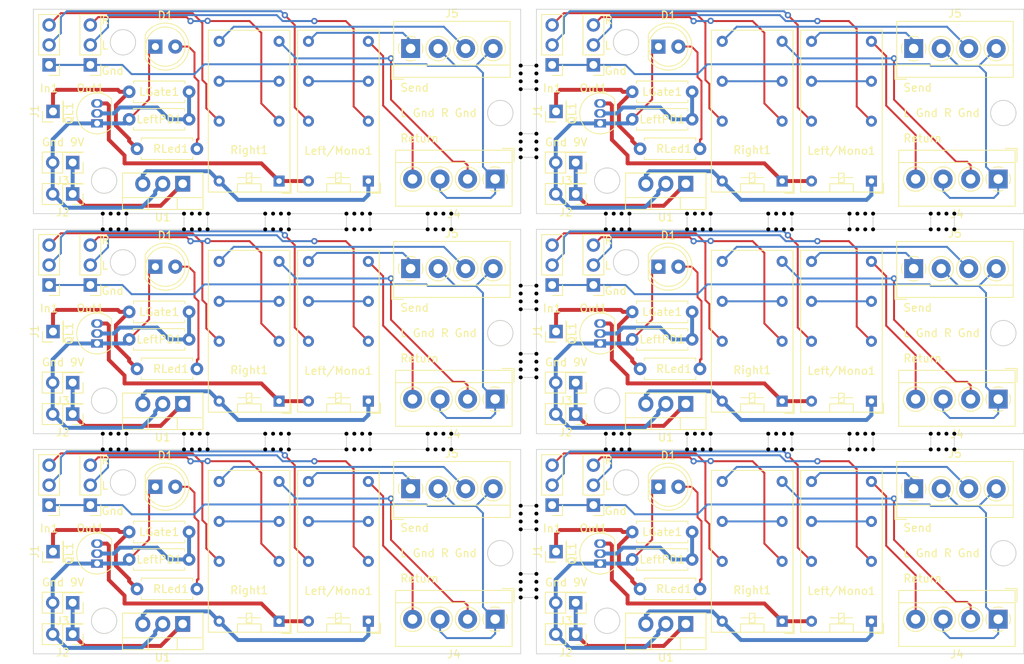
<source format=kicad_pcb>
(kicad_pcb (version 20221018) (generator pcbnew)
  (layers (0 "F.Cu" signal) (31 "B.Cu" signal) (34 "B.Paste" user) (35 "F.Paste" user) (36 "B.SilkS" user "B.Silkscreen") (37 "F.SilkS" user "F.Silkscreen") (38 "B.Mask" user) (39 "F.Mask" user) (44 "Edge.Cuts" user))
  (net 0 "")
  (net 1 "Board_0-/5V")
  (net 2 "Board_0-/9V")
  (net 3 "Board_0-/Control")
  (net 4 "Board_0-/Ctrl_GND")
  (net 5 "Board_0-/L_Return")
  (net 6 "Board_0-/L_Send")
  (net 7 "Board_0-/L_in")
  (net 8 "Board_0-/L_out")
  (net 9 "Board_0-/R_Return")
  (net 10 "Board_0-/R_in")
  (net 11 "Board_0-/R_out")
  (net 12 "Board_0-/R_send")
  (net 13 "Board_0-/Signal_Gnd")
  (net 14 "Board_0-Net-(D1-A)")
  (net 15 "Board_0-Net-(Left/Mono1-Pad11)")
  (net 16 "Board_0-Net-(QL1-D)")
  (net 17 "Board_0-Net-(QL1-G)")
  (net 18 "Board_0-Net-(Right1-Pad11)")
  (net 19 "Board_1-/5V")
  (net 20 "Board_1-/9V")
  (net 21 "Board_1-/Control")
  (net 22 "Board_1-/Ctrl_GND")
  (net 23 "Board_1-/L_Return")
  (net 24 "Board_1-/L_Send")
  (net 25 "Board_1-/L_in")
  (net 26 "Board_1-/L_out")
  (net 27 "Board_1-/R_Return")
  (net 28 "Board_1-/R_in")
  (net 29 "Board_1-/R_out")
  (net 30 "Board_1-/R_send")
  (net 31 "Board_1-/Signal_Gnd")
  (net 32 "Board_1-Net-(D1-A)")
  (net 33 "Board_1-Net-(Left/Mono1-Pad11)")
  (net 34 "Board_1-Net-(QL1-D)")
  (net 35 "Board_1-Net-(QL1-G)")
  (net 36 "Board_1-Net-(Right1-Pad11)")
  (net 37 "Board_2-/5V")
  (net 38 "Board_2-/9V")
  (net 39 "Board_2-/Control")
  (net 40 "Board_2-/Ctrl_GND")
  (net 41 "Board_2-/L_Return")
  (net 42 "Board_2-/L_Send")
  (net 43 "Board_2-/L_in")
  (net 44 "Board_2-/L_out")
  (net 45 "Board_2-/R_Return")
  (net 46 "Board_2-/R_in")
  (net 47 "Board_2-/R_out")
  (net 48 "Board_2-/R_send")
  (net 49 "Board_2-/Signal_Gnd")
  (net 50 "Board_2-Net-(D1-A)")
  (net 51 "Board_2-Net-(Left/Mono1-Pad11)")
  (net 52 "Board_2-Net-(QL1-D)")
  (net 53 "Board_2-Net-(QL1-G)")
  (net 54 "Board_2-Net-(Right1-Pad11)")
  (net 55 "Board_3-/5V")
  (net 56 "Board_3-/9V")
  (net 57 "Board_3-/Control")
  (net 58 "Board_3-/Ctrl_GND")
  (net 59 "Board_3-/L_Return")
  (net 60 "Board_3-/L_Send")
  (net 61 "Board_3-/L_in")
  (net 62 "Board_3-/L_out")
  (net 63 "Board_3-/R_Return")
  (net 64 "Board_3-/R_in")
  (net 65 "Board_3-/R_out")
  (net 66 "Board_3-/R_send")
  (net 67 "Board_3-/Signal_Gnd")
  (net 68 "Board_3-Net-(D1-A)")
  (net 69 "Board_3-Net-(Left/Mono1-Pad11)")
  (net 70 "Board_3-Net-(QL1-D)")
  (net 71 "Board_3-Net-(QL1-G)")
  (net 72 "Board_3-Net-(Right1-Pad11)")
  (net 73 "Board_4-/5V")
  (net 74 "Board_4-/9V")
  (net 75 "Board_4-/Control")
  (net 76 "Board_4-/Ctrl_GND")
  (net 77 "Board_4-/L_Return")
  (net 78 "Board_4-/L_Send")
  (net 79 "Board_4-/L_in")
  (net 80 "Board_4-/L_out")
  (net 81 "Board_4-/R_Return")
  (net 82 "Board_4-/R_in")
  (net 83 "Board_4-/R_out")
  (net 84 "Board_4-/R_send")
  (net 85 "Board_4-/Signal_Gnd")
  (net 86 "Board_4-Net-(D1-A)")
  (net 87 "Board_4-Net-(Left/Mono1-Pad11)")
  (net 88 "Board_4-Net-(QL1-D)")
  (net 89 "Board_4-Net-(QL1-G)")
  (net 90 "Board_4-Net-(Right1-Pad11)")
  (net 91 "Board_5-/5V")
  (net 92 "Board_5-/9V")
  (net 93 "Board_5-/Control")
  (net 94 "Board_5-/Ctrl_GND")
  (net 95 "Board_5-/L_Return")
  (net 96 "Board_5-/L_Send")
  (net 97 "Board_5-/L_in")
  (net 98 "Board_5-/L_out")
  (net 99 "Board_5-/R_Return")
  (net 100 "Board_5-/R_in")
  (net 101 "Board_5-/R_out")
  (net 102 "Board_5-/R_send")
  (net 103 "Board_5-/Signal_Gnd")
  (net 104 "Board_5-Net-(D1-A)")
  (net 105 "Board_5-Net-(Left/Mono1-Pad11)")
  (net 106 "Board_5-Net-(QL1-D)")
  (net 107 "Board_5-Net-(QL1-G)")
  (net 108 "Board_5-Net-(Right1-Pad11)")
  (footprint "NPTH" (layer "F.Cu") (at 147.5 55.166666)
    (fp_text reference "KiKit_MB_15_1" hide)
    (fp_text value "NPTH" hide)
  )
  (footprint "Connector_PinHeader_2.54mm:PinHeader_2x01_P2.54mm_Vertical" (layer "F.Cu") (at 90.5 43.5 180)
    (fp_text reference "J2")
    (fp_text value "Conn_01x02_Pin")
  )
  (footprint "NPTH" (layer "F.Cu") (at 97.333334 48)
    (fp_text reference "KiKit_MB_17_4" hide)
    (fp_text value "NPTH" hide)
  )
  (footprint "LED_THT:LED_D5.0mm" (layer "F.Cu") (at 101.025 80.75)
    (fp_text reference "D1")
    (fp_text value "LED")
  )
  (footprint "NPTH" (layer "F.Cu") (at 96.333334 48)
    (fp_text reference "KiKit_MB_17_3" hide)
    (fp_text value "NPTH" hide)
  )
  (footprint "Package_TO_SOT_THT:TO-92_Inline" (layer "F.Cu") (at 93.61 90.52 90)
    (fp_text reference "QL1")
    (fp_text value "2N7000")
  )
  (footprint "TerminalBlock_4Ucon:TerminalBlock_4Ucon_1x04_P3.50mm_Horizontal" (layer "F.Cu") (at 208.25 69.6 180)
    (fp_text reference "J4")
    (fp_text value "Screw_Terminal_01x04")
  )
  (footprint "NPTH" (layer "F.Cu") (at 116 46)
    (fp_text reference "KiKit_MB_5_3" hide)
    (fp_text value "NPTH" hide)
  )
  (footprint "NPTH" (layer "F.Cu") (at 179 46)
    (fp_text reference "KiKit_MB_12_4" hide)
    (fp_text value "NPTH" hide)
  )
  (footprint "Package_TO_SOT_THT:TO-92_Inline" (layer "F.Cu") (at 157.61 34.52 90)
    (fp_text reference "QL1")
    (fp_text value "2N7000")
  )
  (footprint "Connector_PinHeader_2.54mm:PinHeader_1x03_P2.54mm_Vertical" (layer "F.Cu") (at 92.75 55.08 180)
    (fp_text reference "Out1")
    (fp_text value "Conn_01x03_Pin")
  )
  (footprint "NPTH" (layer "F.Cu") (at 149.5 91.833333)
    (fp_text reference "KiKit_MB_47_4" hide)
    (fp_text value "NPTH" hide)
  )
  (footprint "NPTH" (layer "F.Cu") (at 149.5 38.833333)
    (fp_text reference "KiKit_MB_9_1" hide)
    (fp_text value "NPTH" hide)
  )
  (footprint "NPTH" (layer "F.Cu") (at 137.666666 74)
    (fp_text reference "KiKit_MB_26_2" hide)
    (fp_text value "NPTH" hide)
  )
  (footprint "TerminalBlock_4Ucon:TerminalBlock_4Ucon_1x04_P3.50mm_Horizontal" (layer "F.Cu") (at 133.5 53)
    (fp_text reference "J5")
    (fp_text value "Screw_Terminal_01x04")
  )
  (footprint "NPTH" (layer "F.Cu") (at 170.666666 76)
    (fp_text reference "KiKit_MB_49_3" hide)
    (fp_text value "NPTH" hide)
  )
  (footprint "NPTH" (layer "F.Cu") (at 136.666666 46)
    (fp_text reference "KiKit_MB_7_3" hide)
    (fp_text value "NPTH" hide)
  )
  (footprint "Resistor_THT:R_Axial_DIN0207_L6.3mm_D2.5mm_P7.62mm_Horizontal" (layer "F.Cu") (at 98.69 65.75)
    (fp_text reference "RLed1")
    (fp_text value "100")
  )
  (footprint "NPTH" (layer "F.Cu") (at 149.5 29.166667)
    (fp_text reference "KiKit_MB_8_2" hide)
    (fp_text value "NPTH" hide)
  )
  (footprint "NPTH" (layer "F.Cu") (at 106.666667 46)
    (fp_text reference "KiKit_MB_4_2" hide)
    (fp_text value "NPTH" hide)
  )
  (footprint "NPTH" (layer "F.Cu") (at 147.5 29.166667)
    (fp_text reference "KiKit_MB_1_3" hide)
    (fp_text value "NPTH" hide)
  )
  (footprint "Package_TO_SOT_THT:TO-220-3_Vertical" (layer "F.Cu") (at 104.5 70.2 180)
    (fp_text reference "U1")
    (fp_text value "L7805")
  )
  (footprint "NPTH" (layer "F.Cu") (at 181 46)
    (fp_text reference "KiKit_MB_12_2" hide)
    (fp_text value "NPTH" hide)
  )
  (footprint "NPTH" (layer "F.Cu") (at 126.333333 48)
    (fp_text reference "KiKit_MB_20_2" hide)
    (fp_text value "NPTH" hide)
  )
  (footprint "Connector_PinHeader_2.54mm:PinHeader_2x01_P2.54mm_Vertical" (layer "F.Cu") (at 154.5 99.5 180)
    (fp_text reference "J2")
    (fp_text value "Conn_01x02_Pin")
  )
  (footprint "Connector_PinHeader_2.54mm:PinHeader_1x03_P2.54mm_Vertical" (layer "F.Cu") (at 156.75 27.08 180)
    (fp_text reference "Out1")
    (fp_text value "Conn_01x03_Pin")
  )
  (footprint "NPTH" (layer "F.Cu") (at 147.5 92.833333)
    (fp_text reference "KiKit_MB_40_2" hide)
    (fp_text value "NPTH" hide)
  )
  (footprint "Connector_PinHeader_2.54mm:PinHeader_2x01_P2.54mm_Vertical" (layer "F.Cu") (at 90.5 67.5 180)
    (fp_text reference "J3")
    (fp_text value "Conn_01x02_Pin")
  )
  (footprint "NPTH" (layer "F.Cu") (at 147.5 94.833333)
    (fp_text reference "KiKit_MB_40_4" hide)
    (fp_text value "NPTH" hide)
  )
  (footprint "Connector_PinHeader_2.54mm:PinHeader_1x03_P2.54mm_Vertical" (layer "F.Cu") (at 151.5 55.08 180)
    (fp_text reference "In1")
    (fp_text value "Conn_01x03_Pin")
  )
  (footprint "NPTH" (layer "F.Cu") (at 201.666666 76)
    (fp_text reference "KiKit_MB_52_3" hide)
    (fp_text value "NPTH" hide)
  )
  (footprint "NPTH" (layer "F.Cu") (at 149.5 83.166666)
    (fp_text reference "KiKit_MB_46_4" hide)
    (fp_text value "NPTH" hide)
  )
  (footprint "NPTH" (layer "F.Cu") (at 118 46)
    (fp_text reference "KiKit_MB_5_1" hide)
    (fp_text value "NPTH" hide)
  )
  (footprint "NPTH" (layer "F.Cu") (at 182 74)
    (fp_text reference "KiKit_MB_36_1" hide)
    (fp_text value "NPTH" hide)
  )
  (footprint "NPTH" (layer "F.Cu") (at 95.333334 74)
    (fp_text reference "KiKit_MB_22_3" hide)
    (fp_text value "NPTH" hide)
  )
  (footprint "TerminalBlock_4Ucon:TerminalBlock_4Ucon_1x04_P3.50mm_Horizontal" (layer "F.Cu") (at 144.25 69.6 180)
    (fp_text reference "J4")
    (fp_text value "Screw_Terminal_01x04")
  )
  (footprint "TerminalBlock_4Ucon:TerminalBlock_4Ucon_1x04_P3.50mm_Horizontal" (layer "F.Cu") (at 144.25 41.6 180)
    (fp_text reference "J4")
    (fp_text value "Screw_Terminal_01x04")
  )
  (footprint "NPTH" (layer "F.Cu") (at 125.333333 48)
    (fp_text reference "KiKit_MB_20_1" hide)
    (fp_text value "NPTH" hide)
  )
  (footprint "NPTH" (layer "F.Cu") (at 116 48)
    (fp_text reference "KiKit_MB_19_2" hide)
    (fp_text value "NPTH" hide)
  )
  (footprint "NPTH" (layer "F.Cu") (at 147.5 83.166666)
    (fp_text reference "KiKit_MB_39_1" hide)
    (fp_text value "NPTH" hide)
  )
  (footprint "NPTH" (layer "F.Cu") (at 189.333333 74)
    (fp_text reference "KiKit_MB_37_4" hide)
    (fp_text value "NPTH" hide)
  )
  (footprint "Relay_THT:Relay_DPDT_Omron_G5V-2" (layer "F.Cu") (at 192.12 97.8575 180)
    (fp_text reference "Left/Mono1")
    (fp_text value "G5V-2")
  )
  (footprint "NPTH" (layer "F.Cu") (at 192.333333 74)
    (fp_text reference "KiKit_MB_37_1" hide)
    (fp_text value "NPTH" hide)
  )
  (footprint "TerminalBlock_4Ucon:TerminalBlock_4Ucon_1x04_P3.50mm_Horizontal" (layer "F.Cu") (at 133.5 81)
    (fp_text reference "J5")
    (fp_text value "Screw_Terminal_01x04")
  )
  (footprint "Connector_PinHeader_2.54mm:PinHeader_1x01_P2.54mm_Vertical" (layer "F.Cu") (at 88 33 90)
    (fp_text reference "J1")
    (fp_text value "Conn_01x01_Pin")
  )
  (footprint "NPTH" (layer "F.Cu") (at 170.666666 74)
    (fp_text reference "KiKit_MB_35_2" hide)
    (fp_text value "NPTH" hide)
  )
  (footprint "Connector_PinHeader_2.54mm:PinHeader_1x03_P2.54mm_Vertical" (layer "F.Cu") (at 151.5 83.08 180)
    (fp_text reference "In1")
    (fp_text value "Conn_01x03_Pin")
  )
  (footprint "NPTH" (layer "F.Cu") (at 147.5 28.166667)
    (fp_text reference "KiKit_MB_1_2" hide)
    (fp_text value "NPTH" hide)
  )
  (footprint "NPTH" (layer "F.Cu") (at 106.666667 48)
    (fp_text reference "KiKit_MB_18_3" hide)
    (fp_text value "NPTH" hide)
  )
  (footprint "NPTH" (layer "F.Cu") (at 94.333334 46)
    (fp_text reference "KiKit_MB_3_4" hide)
    (fp_text value "NPTH" hide)
  )
  (footprint "Resistor_THT:R_Axial_DIN0207_L6.3mm_D2.5mm_P7.62mm_Horizontal" (layer "F.Cu") (at 97.69 58.5)
    (fp_text reference "LGate1")
    (fp_text value "R")
  )
  (footprint "NPTH" (layer "F.Cu") (at 158.333333 74)
    (fp_text reference "KiKit_MB_34_4" hide)
    (fp_text value "NPTH" hide)
  )
  (footprint "Connector_PinHeader_2.54mm:PinHeader_2x01_P2.54mm_Vertical" (layer "F.Cu") (at 154.5 39.5 180)
    (fp_text reference "J3")
    (fp_text value "Conn_01x02_Pin")
  )
  (footprint "NPTH" (layer "F.Cu") (at 159.333333 74)
    (fp_text reference "KiKit_MB_34_3" hide)
    (fp_text value "NPTH" hide)
  )
  (footprint "NPTH" (layer "F.Cu") (at 169.666666 74)
    (fp_text reference "KiKit_MB_35_3" hide)
    (fp_text value "NPTH" hide)
  )
  (footprint "NPTH" (layer "F.Cu") (at 149.5 35.833333)
    (fp_text reference "KiKit_MB_9_4" hide)
    (fp_text value "NPTH" hide)
  )
  (footprint "NPTH" (layer "F.Cu") (at 190.333333 74)
    (fp_text reference "KiKit_MB_37_3" hide)
    (fp_text value "NPTH" hide)
  )
  (footprint "NPTH" (layer "F.Cu") (at 147.5 36.833333)
    (fp_text reference "KiKit_MB_2_2" hide)
    (fp_text value "NPTH" hide)
  )
  (footprint "NPTH" (layer "F.Cu") (at 105.666667 76)
    (fp_text reference "KiKit_MB_42_2" hide)
    (fp_text value "NPTH" hide)
  )
  (footprint "Connector_PinHeader_2.54mm:PinHeader_2x01_P2.54mm_Vertical" (layer "F.Cu") (at 154.5 67.5 180)
    (fp_text reference "J3")
    (fp_text value "Conn_01x02_Pin")
  )
  (footprint "NPTH" (layer "F.Cu") (at 147.5 37.833333)
    (fp_text reference "KiKit_MB_2_3" hide)
    (fp_text value "NPTH" hide)
  )
  (footprint "Relay_THT:Relay_DPDT_Omron_G5V-2" (layer "F.Cu") (at 192.12 69.8575 180)
    (fp_text reference "Left/Mono1")
    (fp_text value "G5V-2")
  )
  (footprint "TerminalBlock_4Ucon:TerminalBlock_4Ucon_1x04_P3.50mm_Horizontal" (layer "F.Cu") (at 197.5 53)
    (fp_text reference "J5")
    (fp_text value "Screw_Terminal_01x04")
  )
  (footprint "NPTH" (layer "F.Cu") (at 127.333333 74)
    (fp_text reference "KiKit_MB_25_2" hide)
    (fp_text value "NPTH" hide)
  )
  (footprint "NPTH" (layer "F.Cu") (at 126.333333 46)
    (fp_text reference "KiKit_MB_6_3" hide)
    (fp_text value "NPTH" hide)
  )
  (footprint "NPTH" (layer "F.Cu") (at 135.666666 74)
    (fp_text reference "KiKit_MB_26_4" hide)
    (fp_text value "NPTH" hide)
  )
  (footprint "Connector_PinHeader_2.54mm:PinHeader_2x01_P2.54mm_Vertical" (layer "F.Cu") (at 154.5 95.5 180)
    (fp_text reference "J3")
    (fp_text value "Conn_01x02_Pin")
  )
  (footprint "NPTH" (layer "F.Cu") (at 161.333333 48)
    (fp_text reference "KiKit_MB_29_4" hide)
    (fp_text value "NPTH" hide)
  )
  (footprint "NPTH" (layer "F.Cu") (at 201.666666 74)
    (fp_text reference "KiKit_MB_38_2" hide)
    (fp_text value "NPTH" hide)
  )
  (footprint "NPTH" (layer "F.Cu") (at 200.666666 74)
    (fp_text reference "KiKit_MB_38_3" hide)
    (fp_text value "NPTH" hide)
  )
  (footprint "NPTH" (layer "F.Cu") (at 106.666667 76)
    (fp_text reference "KiKit_MB_42_3" hide)
    (fp_text value "NPTH" hide)
  )
  (footprint "NPTH" (layer "F.Cu") (at 170.666666 48)
    (fp_text reference "KiKit_MB_30_3" hide)
    (fp_text value "NPTH" hide)
  )
  (footprint "NPTH" (layer "F.Cu") (at 159.333333 46)
    (fp_text reference "KiKit_MB_10_3" hide)
    (fp_text value "NPTH" hide)
  )
  (footprint "NPTH" (layer "F.Cu") (at 107.666667 76)
    (fp_text reference "KiKit_MB_42_4" hide)
    (fp_text value "NPTH" hide)
  )
  (footprint "NPTH" (layer "F.Cu") (at 136.666666 76)
    (fp_text reference "KiKit_MB_45_2" hide)
    (fp_text value "NPTH" hide)
  )
  (footprint "Package_TO_SOT_THT:TO-92_Inline" (layer "F.Cu") (at 157.61 62.52 90)
    (fp_text reference "QL1")
    (fp_text value "2N7000")
  )
  (footprint "NPTH" (layer "F.Cu") (at 149.5 56.166666)
    (fp_text reference "KiKit_MB_27_3" hide)
    (fp_text value "NPTH" hide)
  )
  (footprint "Connector_PinHeader_2.54mm:PinHeader_2x01_P2.54mm_Vertical" (layer "F.Cu") (at 154.5 71.5 180)
    (fp_text reference "J2")
    (fp_text value "Conn_01x02_Pin")
  )
  (footprint "NPTH" (layer "F.Cu") (at 179 74)
    (fp_text reference "KiKit_MB_36_4" hide)
    (fp_text value "NPTH" hide)
  )
  (footprint "Connector_PinHeader_2.54mm:PinHeader_1x01_P2.54mm_Vertical" (layer "F.Cu") (at 152 33 90)
    (fp_text reference "J1")
    (fp_text value "Conn_01x01_Pin")
  )
  (footprint "Package_TO_SOT_THT:TO-220-3_Vertical" (layer "F.Cu") (at 168.5 98.2 180)
    (fp_text reference "U1")
    (fp_text value "L7805")
  )
  (footprint "NPTH" (layer "F.Cu") (at 171.666666 46)
    (fp_text reference "KiKit_MB_11_1" hide)
    (fp_text value "NPTH" hide)
  )
  (footprint "NPTH" (layer "F.Cu") (at 97.333334 74)
    (fp_text reference "KiKit_MB_22_1" hide)
    (fp_text value "NPTH" hide)
  )
  (footprint "NPTH" (layer "F.Cu") (at 96.333334 46)
    (fp_text reference "KiKit_MB_3_2" hide)
    (fp_text value "NPTH" hide)
  )
  (footprint "NPTH" (layer "F.Cu") (at 200.666666 76)
    (fp_text reference "KiKit_MB_52_2" hide)
    (fp_text value "NPTH" hide)
  )
  (footprint "NPTH" (layer "F.Cu") (at 190.333333 46)
    (fp_text reference "KiKit_MB_13_3" hide)
    (fp_text value "NPTH" hide)
  )
  (footprint "NPTH" (layer "F.Cu") (at 117 74)
    (fp_text reference "KiKit_MB_24_2" hide)
    (fp_text value "NPTH" hide)
  )
  (footprint "NPTH" (layer "F.Cu") (at 115 76)
    (fp_text reference "KiKit_MB_43_1" hide)
    (fp_text value "NPTH" hide)
  )
  (footprint "NPTH" (layer "F.Cu") (at 200.666666 46)
    (fp_text reference "KiKit_MB_14_3" hide)
    (fp_text value "NPTH" hide)
  )
  (footprint "NPTH" (layer "F.Cu") (at 94.333334 76)
    (fp_text reference "KiKit_MB_41_1" hide)
    (fp_text value "NPTH" hide)
  )
  (footprint "NPTH" (layer "F.Cu") (at 190.333333 76)
    (fp_text reference "KiKit_MB_51_2" hide)
    (fp_text value "NPTH" hide)
  )
  (footprint "NPTH" (layer "F.Cu") (at 199.666666 48)
    (fp_text reference "KiKit_MB_33_1" hide)
    (fp_text value "NPTH" hide)
  )
  (footprint "Connector_PinHeader_2.54mm:PinHeader_1x03_P2.54mm_Vertical" (layer "F.Cu") (at 87.5 27.08 180)
    (fp_text reference "In1")
    (fp_text value "Conn_01x03_Pin")
  )
  (footprint "NPTH" (layer "F.Cu") (at 115 48)
    (fp_text reference "KiKit_MB_19_1" hide)
    (fp_text value "NPTH" hide)
  )
  (footprint "NPTH" (layer "F.Cu") (at 147.5 38.833333)
    (fp_text reference "KiKit_MB_2_4" hide)
    (fp_text value "NPTH" hide)
  )
  (footprint "Resistor_THT:R_Axial_DIN0207_L6.3mm_D2.5mm_P7.62mm_Horizontal" (layer "F.Cu") (at 105.31 90 180)
    (fp_text reference "LeftPD1")
    (fp_text value "R")
  )
  (footprint "NPTH" (layer "F.Cu") (at 161.333333 46)
    (fp_text reference "KiKit_MB_10_1" hide)
    (fp_text value "NPTH" hide)
  )
  (footprint "NPTH" (layer "F.Cu") (at 191.333333 46)
    (fp_text reference "KiKit_MB_13_2" hide)
    (fp_text value "NPTH" hide)
  )
  (footprint "Resistor_THT:R_Axial_DIN0207_L6.3mm_D2.5mm_P7.62mm_Horizontal" (layer "F.Cu") (at 169.31 90 180)
    (fp_text reference "LeftPD1")
    (fp_text value "R")
  )
  (footprint "NPTH" (layer "F.Cu") (at 117 48)
    (fp_text reference "KiKit_MB_19_3" hide)
    (fp_text value "NPTH" hide)
  )
  (footprint "Package_TO_SOT_THT:TO-92_Inline" (layer "F.Cu") (at 157.61 90.52 90)
    (fp_text reference "QL1")
    (fp_text value "2N7000")
  )
  (footprint "Resistor_THT:R_Axial_DIN0207_L6.3mm_D2.5mm_P7.62mm_Horizontal" (layer "F.Cu") (at 97.69 86.5)
    (fp_text reference "LGate1")
    (fp_text value "R")
  )
  (footprint "NPTH" (layer "F.Cu") (at 104.666667 48)
    (fp_text reference "KiKit_MB_18_1" hide)
    (fp_text value "NPTH" hide)
  )
  (footprint "TerminalBlock_4Ucon:TerminalBlock_4Ucon_1x04_P3.50mm_Horizontal" (layer "F.Cu") (at 144.25 97.6 180)
    (fp_text reference "J4")
    (fp_text value "Screw_Terminal_01x04")
  )
  (footprint "NPTH" (layer "F.Cu") (at 97.333334 46)
    (fp_text reference "KiKit_MB_3_1" hide)
    (fp_text value "NPTH" hide)
  )
  (footprint "NPTH" (layer "F.Cu") (at 149.5 58.166666)
    (fp_text reference "KiKit_MB_27_1" hide)
    (fp_text value "NPTH" hide)
  )
  (footprint "Relay_THT:Relay_DPDT_Omron_G5V-2" (layer "F.Cu") (at 180.7625 69.8575 180)
    (fp_text reference "Right1")
    (fp_text value "G5V-2")
  )
  (footprint "NPTH" (layer "F.Cu") (at 199.666666 46)
    (fp_text reference "KiKit_MB_14_4" hide)
    (fp_text value "NPTH" hide)
  )
  (footprint "NPTH" (layer "F.Cu") (at 126.333333 76)
    (fp_text reference "KiKit_MB_44_2" hide)
    (fp_text value "NPTH" hide)
  )
  (footprint "NPTH" (layer "F.Cu") (at 149.5 55.166666)
    (fp_text reference "KiKit_MB_27_4" hide)
    (fp_text value "NPTH" hide)
  )
  (footprint "Connector_PinHeader_2.54mm:PinHeader_1x03_P2.54mm_Vertical" (layer "F.Cu") (at 92.75 83.08 180)
    (fp_text reference "Out1")
    (fp_text value "Conn_01x03_Pin")
  )
  (footprint "NPTH" (layer "F.Cu") (at 189.333333 48)
    (fp_text reference "KiKit_MB_32_1" hide)
    (fp_text value "NPTH" hide)
  )
  (footprint "Resistor_THT:R_Axial_DIN0207_L6.3mm_D2.5mm_P7.62mm_Horizontal" (layer "F.Cu") (at 169.31 34 180)
    (fp_text reference "LeftPD1")
    (fp_text value "R")
  )
  (footprint "NPTH" (layer "F.Cu") (at 190.333333 48)
    (fp_text reference "KiKit_MB_32_2" hide)
    (fp_text value "NPTH" hide)
  )
  (footprint "Relay_THT:Relay_DPDT_Omron_G5V-2" (layer "F.Cu") (at 128.12 97.8575 180)
    (fp_text reference "Left/Mono1")
    (fp_text value "G5V-2")
  )
  (footprint "Connector_PinHeader_2.54mm:PinHeader_1x03_P2.54mm_Vertical" (layer "F.Cu") (at 151.5 27.08 180)
    (fp_text reference "In1")
    (fp_text value "Conn_01x03_Pin")
  )
  (footprint "NPTH" (layer "F.Cu") (at 149.5 28.166667)
    (fp_text reference "KiKit_MB_8_3" hide)
    (fp_text value "NPTH" hide)
  )
  (footprint "NPTH" (layer "F.Cu") (at 191.333333 74)
    (fp_text reference "KiKit_MB_37_2" hide)
    (fp_text value "NPTH" hide)
  )
  (footprint "NPTH" (layer "F.Cu") (at 182 48)
    (fp_text reference "KiKit_MB_31_4" hide)
    (fp_text value "NPTH" hide)
  )
  (footprint "Connector_PinHeader_2.54mm:PinHeader_1x01_P2.54mm_Vertical" (layer "F.Cu") (at 88 89 90)
    (fp_text reference "J1")
    (fp_text value "Conn_01x01_Pin")
  )
  (footprint "NPTH" (layer "F.Cu") (at 147.5 35.833333)
    (fp_text reference "KiKit_MB_2_1" hide)
    (fp_text value "NPTH" hide)
  )
  (footprint "NPTH" (layer "F.Cu") (at 117 46)
    (fp_text reference "KiKit_MB_5_2" hide)
    (fp_text value "NPTH" hide)
  )
  (footprint "Relay_THT:Relay_DPDT_Omron_G5V-2" (layer "F.Cu") (at 128.12 41.8575 180)
    (fp_text reference "Left/Mono1")
    (fp_text value "G5V-2")
  )
  (footprint "NPTH" (layer "F.Cu") (at 192.333333 76)
    (fp_text reference "KiKit_MB_51_4" hide)
    (fp_text value "NPTH" hide)
  )
  (footprint "LED_THT:LED_D5.0mm" (layer "F.Cu") (at 165.025 80.75)
    (fp_text reference "D1")
    (fp_text value "LED")
  )
  (footprint "NPTH" (layer "F.Cu") (at 128.333333 76)
    (fp_text reference "KiKit_MB_44_4" hide)
    (fp_text value "NPTH" hide)
  )
  (footprint "NPTH" (layer "F.Cu") (at 149.5 57.166666)
    (fp_text reference "KiKit_MB_27_2" hide)
    (fp_text value "NPTH" hide)
  )
  (footprint "LED_THT:LED_D5.0mm" (layer "F.Cu") (at 101.025 24.75)
    (fp_text reference "D1")
    (fp_text value "LED")
  )
  (footprint "TerminalBlock_4Ucon:TerminalBlock_4Ucon_1x04_P3.50mm_Horizontal" (layer "F.Cu") (at 208.25 41.6 180)
    (fp_text reference "J4")
    (fp_text value "Screw_Terminal_01x04")
  )
  (footprint "LED_THT:LED_D5.0mm" (layer "F.Cu") (at 165.025 24.75)
    (fp_text reference "D1")
    (fp_text value "LED")
  )
  (footprint "NPTH" (layer "F.Cu") (at 118 74)
    (fp_text reference "KiKit_MB_24_1" hide)
    (fp_text value "NPTH" hide)
  )
  (footprint "NPTH" (layer "F.Cu") (at 126.333333 74)
    (fp_text reference "KiKit_MB_25_3" hide)
    (fp_text value "NPTH" hide)
  )
  (footprint "NPTH" (layer "F.Cu") (at 104.666667 74)
    (fp_text reference "KiKit_MB_23_4" hide)
    (fp_text value "NPTH" hide)
  )
  (footprint "Resistor_THT:R_Axial_DIN0207_L6.3mm_D2.5mm_P7.62mm_Horizontal" (layer "F.Cu") (at 161.69 30.5)
    (fp_text reference "LGate1")
    (fp_text value "R")
  )
  (footprint "Relay_THT:Relay_DPDT_Omron_G5V-2" (layer "F.Cu") (at 128.12 69.8575 180)
    (fp_text reference "Left/Mono1")
    (fp_text value "G5V-2")
  )
  (footprint "NPTH" (layer "F.Cu") (at 147.5 58.166666)
    (fp_text reference "KiKit_MB_15_4" hide)
    (fp_text value "NPTH" hide)
  )
  (footprint "Package_TO_SOT_THT:TO-92_Inline" (layer "F.Cu") (at 93.61 62.52 90)
    (fp_text reference "QL1")
    (fp_text value "2N7000")
  )
  (footprint "Package_TO_SOT_THT:TO-220-3_Vertical" (layer "F.Cu") (at 104.5 98.2 180)
    (fp_text reference "U1")
    (fp_text value "L7805")
  )
  (footprint "NPTH" (layer "F.Cu") (at 118 76)
    (fp_text reference "KiKit_MB_43_4" hide)
    (fp_text value "NPTH" hide)
  )
  (footprint "NPTH" (layer "F.Cu") (at 149.5 86.166666)
    (fp_text reference "KiKit_MB_46_1" hide)
    (fp_text value "NPTH" hide)
  )
  (footprint "NPTH" (layer "F.Cu") (at 160.333333 74)
    (fp_text reference "KiKit_MB_34_2" hide)
    (fp_text value "NPTH" hide)
  )
  (footprint "NPTH" (layer "F.Cu") (at 160.333333 48)
    (fp_text reference "KiKit_MB_29_3" hide)
    (fp_text value "NPTH" hide)
  )
  (footprint "NPTH" (layer "F.Cu") (at 169.666666 48)
    (fp_text reference "KiKit_MB_30_2" hide)
    (fp_text value "NPTH" hide)
  )
  (footprint "Resistor_THT:R_Axial_DIN0207_L6.3mm_D2.5mm_P7.62mm_Horizontal" (layer "F.Cu") (at 98.69 37.75)
    (fp_text reference "RLed1")
    (fp_text value "100")
  )
  (footprint "NPTH" (layer "F.Cu") (at 149.5 66.833333)
    (fp_text reference "KiKit_MB_28_1" hide)
    (fp_text value "NPTH" hide)
  )
  (footprint "NPTH" (layer "F.Cu") (at 95.333334 76)
    (fp_text reference "KiKit_MB_41_2" hide)
    (fp_text value "NPTH" hide)
  )
  (footprint "NPTH" (layer "F.Cu") (at 171.666666 74)
    (fp_text reference "KiKit_MB_35_1" hide)
    (fp_text value "NPTH" hide)
  )
  (footprint "NPTH" (layer "F.Cu") (at 138.666666 48)
    (fp_text reference "KiKit_MB_21_4" hide)
    (fp_text value "NPTH" hide)
  )
  (footprint "NPTH" (layer "F.Cu") (at 147.5 91.833333)
    (fp_text reference "KiKit_MB_40_1" hide)
    (fp_text value "NPTH" hide)
  )
  (footprint "NPTH" (layer "F.Cu") (at 202.666666 48)
    (fp_text reference "KiKit_MB_33_4" hide)
    (fp_text value "NPTH" hide)
  )
  (footprint "NPTH" (layer "F.Cu") (at 181 74)
    (fp_text reference "KiKit_MB_36_2" hide)
    (fp_text value "NPTH" hide)
  )
  (footprint "Package_TO_SOT_THT:TO-92_Inline" (layer "F.Cu") (at 93.61 34.52 90)
    (fp_text reference "QL1")
    (fp_text value "2N7000")
  )
  (footprint "NPTH" (layer "F.Cu") (at 137.666666 48)
    (fp_text reference "KiKit_MB_21_3" hide)
    (fp_text value "NPTH" hide)
  )
  (footprint "NPTH" (layer "F.Cu") (at 189.333333 76)
    (fp_text reference "KiKit_MB_51_1" hide)
    (fp_text value "NPTH" hide)
  )
  (footprint "NPTH" (layer "F.Cu") (at 107.666667 48)
    (fp_text reference "KiKit_MB_18_4" hide)
    (fp_text value "NPTH" hide)
  )
  (footprint "NPTH" (layer "F.Cu") (at 147.5 86.166666)
    (fp_text reference "KiKit_MB_39_4" hide)
    (fp_text value "NPTH" hide)
  )
  (footprint "TerminalBlock_4Ucon:TerminalBlock_4Ucon_1x04_P3.50mm_Horizontal" (layer "F.Cu") (at 208.25 97.6 180)
    (fp_text reference "J4")
    (fp_text value "Screw_Terminal_01x04")
  )
  (footprint "Relay_THT:Relay_DPDT_Omron_G5V-2" (layer "F.Cu") (at 116.7625 69.8575 180)
    (fp_text reference "Right1")
    (fp_text value "G5V-2")
  )
  (footprint "NPTH" (layer "F.Cu") (at 201.666666 46)
    (fp_text reference "KiKit_MB_14_2" hide)
    (fp_text value "NPTH" hide)
  )
  (footprint "Resistor_THT:R_Axial_DIN0207_L6.3mm_D2.5mm_P7.62mm_Horizontal" (layer "F.Cu") (at 98.69 93.75)
    (fp_text reference "RLed1")
    (fp_text value "100")
  )
  (footprint "NPTH" (layer "F.Cu") (at 95.333334 48)
    (fp_text reference "KiKit_MB_17_2" hide)
    (fp_text value "NPTH" hide)
  )
  (footprint "NPTH" (layer "F.Cu") (at 106.666667 74)
    (fp_text reference "KiKit_MB_23_2" hide)
    (fp_text value "NPTH" hide)
  )
  (footprint "TerminalBlock_4Ucon:TerminalBlock_4Ucon_1x04_P3.50mm_Horizontal" (layer "F.Cu") (at 197.5 25)
    (fp_text reference "J5")
    (fp_text value "Screw_Terminal_01x04")
  )
  (footprint "NPTH" (layer "F.Cu") (at 202.666666 74)
    (fp_text reference "KiKit_MB_38_1" hide)
    (fp_text value "NPTH" hide)
  )
  (footprint "NPTH" (layer "F.Cu") (at 147.5 63.833333)
    (fp_text reference "KiKit_MB_16_1" hide)
    (fp_text value "NPTH" hide)
  )
  (footprint "NPTH" (layer "F.Cu") (at 107.666667 74)
    (fp_text reference "KiKit_MB_23_1" hide)
    (fp_text value "NPTH" hide)
  )
  (footprint "Connector_PinHeader_2.54mm:PinHeader_1x03_P2.54mm_Vertical" (layer "F.Cu") (at 87.5 83.08 180)
    (fp_text reference "In1")
    (fp_text value "Conn_01x03_Pin")
  )
  (footprint "Resistor_THT:R_Axial_DIN0207_L6.3mm_D2.5mm_P7.62mm_Horizontal" (layer "F.Cu") (at 97.69 30.5)
    (fp_text reference "LGate1")
    (fp_text value "R")
  )
  (footprint "NPTH" (layer "F.Cu") (at 147.5 84.166666)
    (fp_text reference "KiKit_MB_39_2" hide)
    (fp_text value "NPTH" hide)
  )
  (footprint "NPTH" (layer "F.Cu") (at 149.5 65.833333)
    (fp_text reference "KiKit_MB_28_2" hide)
    (fp_text value "NPTH" hide)
  )
  (footprint "NPTH" (layer "F.Cu") (at 191.333333 48)
    (fp_text reference "KiKit_MB_32_3" hide)
    (fp_text value "NPTH" hide)
  )
  (footprint "Connector_PinHeader_2.54mm:PinHeader_2x01_P2.54mm_Vertical" (layer "F.Cu") (at 90.5 39.5 180)
    (fp_text reference "J3")
    (fp_text value "Conn_01x02_Pin")
  )
  (footprint "NPTH" (layer "F.Cu") (at 158.333333 46)
    (fp_text reference "KiKit_MB_10_4" hide)
    (fp_text value "NPTH" hide)
  )
  (footprint "NPTH" (layer "F.Cu") (at 149.5 93.833333)
    (fp_text reference "KiKit_MB_47_2" hide)
    (fp_text value "NPTH" hide)
  )
  (footprint "NPTH" (layer "F.Cu") (at 169.666666 46)
    (fp_text reference "KiKit_MB_11_3" hide)
    (fp_text value "NPTH" hide)
  )
  (footprint "NPTH" (layer "F.Cu") (at 149.5 36.833333)
    (fp_text reference "KiKit_MB_9_3" hide)
    (fp_text value "NPTH" hide)
  )
  (footprint "NPTH" (layer "F.Cu") (at 135.666666 76)
    (fp_text reference "KiKit_MB_45_1" hide)
    (fp_text value "NPTH" hide)
  )
  (footprint "NPTH" (layer "F.Cu") (at 115 46)
    (fp_text reference "KiKit_MB_5_4" hide)
    (fp_text value "NPTH" hide)
  )
  (footprint "Resistor_THT:R_Axial_DIN0207_L6.3mm_D2.5mm_P7.62mm_Horizontal" (layer "F.Cu") (at 162.69 37.75)
    (fp_text reference "RLed1")
    (fp_text value "100")
  )
  (footprint "Relay_THT:Relay_DPDT_Omron_G5V-2" (layer "F.Cu") (at 192.12 41.8575 180)
    (fp_text reference "Left/Mono1")
    (fp_text value "G5V-2")
  )
  (footprint "NPTH" (layer "F.Cu") (at 180 74)
    (fp_text reference "KiKit_MB_36_3" hide)
    (fp_text value "NPTH" hide)
  )
  (footprint "NPTH" (layer "F.Cu") (at 127.333333 76)
    (fp_text reference "KiKit_MB_44_3" hide)
    (fp_text value "NPTH" hide)
  )
  (footprint "NPTH" (layer "F.Cu") (at 149.5 63.833333)
    (fp_text reference "KiKit_MB_28_4" hide)
    (fp_text value "NPTH" hide)
  )
  (footprint "NPTH" (layer "F.Cu") (at 158.333333 48)
    (fp_text reference "KiKit_MB_29_1" hide)
    (fp_text value "NPTH" hide)
  )
  (footprint "Resistor_THT:R_Axial_DIN0207_L6.3mm_D2.5mm_P7.62mm_Horizontal" (layer "F.Cu") (at 161.69 58.5)
    (fp_text reference "LGate1")
    (fp_text value "R")
  )
  (footprint "Connector_PinHeader_2.54mm:PinHeader_2x01_P2.54mm_Vertical" (layer "F.Cu") (at 90.5 95.5 180)
    (fp_text reference "J3")
    (fp_text value "Conn_01x02_Pin")
  )
  (footprint "Relay_THT:Relay_DPDT_Omron_G5V-2" (layer "F.Cu") (at 116.7625 41.8575 180)
    (fp_text reference "Right1")
    (fp_text value "G5V-2")
  )
  (footprint "NPTH" (layer "F.Cu") (at 137.666666 46)
    (fp_text reference "KiKit_MB_7_2" hide)
    (fp_text value "NPTH" hide)
  )
  (footprint "NPTH" (layer "F.Cu") (at 127.333333 46)
    (fp_text reference "KiKit_MB_6_2" hide)
    (fp_text value "NPTH" hide)
  )
  (footprint "NPTH" (layer "F.Cu") (at 182 46)
    (fp_text reference "KiKit_MB_12_1" hide)
    (fp_text value "NPTH" hide)
  )
  (footprint "NPTH" (layer "F.Cu") (at 161.333333 76)
    (fp_text reference "KiKit_MB_48_4" hide)
    (fp_text value "NPTH" hide)
  )
  (footprint "NPTH" (layer "F.Cu") (at 147.5 56.166666)
    (fp_text reference "KiKit_MB_15_2" hide)
    (fp_text value "NPTH" hide)
  )
  (footprint "NPTH" (layer "F.Cu") (at 147.5 64.833333)
    (fp_text reference "KiKit_MB_16_2" hide)
    (fp_text value "NPTH" hide)
  )
  (footprint "NPTH" (layer "F.Cu") (at 168.666666 76)
    (fp_text reference "KiKit_MB_49_1" hide)
    (fp_text value "NPTH" hide)
  )
  (footprint "Connector_PinHeader_2.54mm:PinHeader_2x01_P2.54mm_Vertical" (layer "F.Cu") (at 90.5 99.5 180)
    (fp_text reference "J2")
    (fp_text value "Conn_01x02_Pin")
  )
  (footprint "NPTH" (layer "F.Cu") (at 159.333333 76)
    (fp_text reference "KiKit_MB_48_2" hide)
    (fp_text value "NPTH" hide)
  )
  (footprint "NPTH" (layer "F.Cu") (at 181 76)
    (fp_text reference "KiKit_MB_50_3" hide)
    (fp_text value "NPTH" hide)
  )
  (footprint "NPTH" (layer "F.Cu") (at 128.333333 46)
    (fp_text reference "KiKit_MB_6_1" hide)
    (fp_text value "NPTH" hide)
  )
  (footprint "NPTH" (layer "F.Cu") (at 96.333334 76)
    (fp_text reference "KiKit_MB_41_3" hide)
    (fp_text value "NPTH" hide)
  )
  (footprint "NPTH" (layer "F.Cu") (at 149.5 92.833333)
    (fp_text reference "KiKit_MB_47_3" hide)
    (fp_text value "NPTH" hide)
  )
  (footprint "NPTH" (layer "F.Cu") (at 147.5 30.166667)
    (fp_text reference "KiKit_MB_1_4" hide)
    (fp_text value "NPTH" hide)
  )
  (footprint "NPTH" (layer "F.Cu") (at 105.666667 74)
    (fp_text reference "KiKit_MB_23_3" hide)
    (fp_text value "NPTH" hide)
  )
  (footprint "Connector_PinHeader_2.54mm:PinHeader_1x03_P2.54mm_Vertical" (layer "F.Cu") (at 87.5 55.08 180)
    (fp_text reference "In1")
    (fp_text value "Conn_01x03_Pin")
  )
  (footprint "Connector_PinHeader_2.54mm:PinHeader_1x03_P2.54mm_Vertical" (layer "F.Cu") (at 156.75 83.08 180)
    (fp_text reference "Out1")
    (fp_text value "Conn_01x03_Pin")
  )
  (footprint "Resistor_THT:R_Axial_DIN0207_L6.3mm_D2.5mm_P7.62mm_Horizontal" (layer "F.Cu") (at 105.31 62 180)
    (fp_text reference "LeftPD1")
    (fp_text value "R")
  )
  (footprint "NPTH" (layer "F.Cu") (at 136.666666 74)
    (fp_text reference "KiKit_MB_26_3" hide)
    (fp_text value "NPTH" hide)
  )
  (footprint "Resistor_THT:R_Axial_DIN0207_L6.3mm_D2.5mm_P7.62mm_Horizontal" (layer "F.Cu") (at 162.69 65.75)
    (fp_text reference "RLed1")
    (fp_text value "100")
  )
  (footprint "NPTH" (layer "F.Cu") (at 135.666666 46)
    (fp_text reference "KiKit_MB_7_4" hide)
    (fp_text value "NPTH" hide)
  )
  (footprint "NPTH" (layer "F.Cu") (at 149.5 37.833333)
    (fp_text reference "KiKit_MB_9_2" hide)
    (fp_text value "NPTH" hide)
  )
  (footprint "NPTH" (layer "F.Cu") (at 199.666666 74)
    (fp_text reference "KiKit_MB_38_4" hide)
    (fp_text value "NPTH" hide)
  )
  (footprint "NPTH" (layer "F.Cu") (at 171.666666 76)
    (fp_text reference "KiKit_MB_49_4" hide)
    (fp_text value "NPTH" hide)
  )
  (footprint "NPTH" (layer "F.Cu") (at 96.333334 74)
    (fp_text reference "KiKit_MB_22_2" hide)
    (fp_text value "NPTH" hide)
  )
  (footprint "Package_TO_SOT_THT:TO-220-3_Vertical" (layer "F.Cu") (at 168.5 70.2 180)
    (fp_text reference "U1")
    (fp_text value "L7805")
  )
  (footprint "NPTH" (layer "F.Cu") (at 169.666666 76)
    (fp_text reference "KiKit_MB_49_2" hide)
    (fp_text value "NPTH" hide)
  )
  (footprint "NPTH" (layer "F.Cu") (at 191.333333 76)
    (fp_text reference "KiKit_MB_51_3" hide)
    (fp_text value "NPTH" hide)
  )
  (footprint "NPTH" (layer "F.Cu") (at 192.333333 48)
    (fp_text reference "KiKit_MB_32_4" hide)
    (fp_text value "NPTH" hide)
  )
  (footprint "NPTH" (layer "F.Cu") (at 200.666666 48)
    (fp_text reference "KiKit_MB_33_2" hide)
    (fp_text value "NPTH" hide)
  )
  (footprint "NPTH" (layer "F.Cu") (at 202.666666 46)
    (fp_text reference "KiKit_MB_14_1" hide)
    (fp_text value "NPTH" hide)
  )
  (footprint "NPTH" (layer "F.Cu") (at 147.5 27.166667)
    (fp_text reference "KiKit_MB_1_1" hide)
    (fp_text value "NPTH" hide)
  )
  (footprint "NPTH" (layer "F.Cu") (at 104.666667 46)
    (fp_text reference "KiKit_MB_4_4" hide)
    (fp_text value "NPTH" hide)
  )
  (footprint "NPTH" (layer "F.Cu") (at 115 74)
    (fp_text reference "KiKit_MB_24_4" hide)
    (fp_text value "NPTH" hide)
  )
  (footprint "Connector_PinHeader_2.54mm:PinHeader_1x01_P2.54mm_Vertical" (layer "F.Cu") (at 152 89 90)
    (fp_text reference "J1")
    (fp_text value "Conn_01x01_Pin")
  )
  (footprint "NPTH" (layer "F.Cu") (at 192.333333 46)
    (fp_text reference "KiKit_MB_13_1" hide)
    (fp_text value "NPTH" hide)
  )
  (footprint "NPTH" (layer "F.Cu") (at 149.5 85.166666)
    (fp_text reference "KiKit_MB_46_2" hide)
    (fp_text value "NPTH" hide)
  )
  (footprint "Connector_PinHeader_2.54mm:PinHeader_1x01_P2.54mm_Vertical" (layer "F.Cu") (at 152 61 90)
    (fp_text reference "J1")
    (fp_text value "Conn_01x01_Pin")
  )
  (footprint "NPTH" (layer "F.Cu") (at 116 76)
    (fp_text reference "KiKit_MB_43_2" hide)
    (fp_text value "NPTH" hide)
  )
  (footprint "NPTH" (layer "F.Cu") (at 201.666666 48)
    (fp_text reference "KiKit_MB_33_3" hide)
    (fp_text value "NPTH" hide)
  )
  (footprint "NPTH" (layer "F.Cu") (at 158.333333 76)
    (fp_text reference "KiKit_MB_48_1" hide)
    (fp_text value "NPTH" hide)
  )
  (footprint "NPTH" (layer "F.Cu") (at 149.5 64.833333)
    (fp_text reference "KiKit_MB_28_3" hide)
    (fp_text value "NPTH" hide)
  )
  (footprint "NPTH" (layer "F.Cu") (at 181 48)
    (fp_text reference "KiKit_MB_31_3" hide)
    (fp_text value "NPTH" hide)
  )
  (footprint "NPTH" (layer "F.Cu") (at 182 76)
    (fp_text reference "KiKit_MB_50_4" hide)
    (fp_text value "NPTH" hide)
  )
  (footprint "NPTH" (layer "F.Cu") (at 125.333333 46)
    (fp_text reference "KiKit_MB_6_4" hide)
    (fp_text value "NPTH" hide)
  )
  (footprint "Relay_THT:Relay_DPDT_Omron_G5V-2" (layer "F.Cu") (at 180.7625 97.8575 180)
    (fp_text reference "Right1")
    (fp_text value "G5V-2")
  )
  (footprint "NPTH" (layer "F.Cu") (at 168.666666 46)
    (fp_text reference "KiKit_MB_11_4" hide)
    (fp_text value "NPTH" hide)
  )
  (footprint "NPTH" (layer "F.Cu") (at 127.333333 48)
    (fp_text reference "KiKit_MB_20_3" hide)
    (fp_text value "NPTH" hide)
  )
  (footprint "Connector_PinHeader_2.54mm:PinHeader_2x01_P2.54mm_Vertical" (layer "F.Cu") (at 90.5 71.5 180)
    (fp_text reference "J2")
    (fp_text value "Conn_01x02_Pin")
  )
  (footprint "NPTH" (layer "F.Cu") (at 180 46)
    (fp_text reference "KiKit_MB_12_3" hide)
    (fp_text value "NPTH" hide)
  )
  (footprint "NPTH" (layer "F.Cu") (at 118 48)
    (fp_text reference "KiKit_MB_19_4" hide)
    (fp_text value "NPTH" hide)
  )
  (footprint "LED_THT:LED_D5.0mm" (layer "F.Cu") (at 101.025 52.75)
    (fp_text reference "D1")
    (fp_text value "LED")
  )
  (footprint "NPTH" (layer "F.Cu") (at 105.666667 46)
    (fp_text reference "KiKit_MB_4_3" hide)
    (fp_text value "NPTH" hide)
  )
  (footprint "NPTH" (layer "F.Cu") (at 161.333333 74)
    (fp_text reference "KiKit_MB_34_1" hide)
    (fp_text value "NPTH" hide)
  )
  (footprint "NPTH" (layer "F.Cu") (at 179 76)
    (fp_text reference "KiKit_MB_50_1" hide)
    (fp_text value "NPTH" hide)
  )
  (footprint "TerminalBlock_4Ucon:TerminalBlock_4Ucon_1x04_P3.50mm_Horizontal" (layer "F.Cu") (at 133.5 25)
    (fp_text reference "J5")
    (fp_text value "Screw_Terminal_01x04")
  )
  (footprint "NPTH" (layer "F.Cu") (at 168.666666 74)
    (fp_text reference "KiKit_MB_35_4" hide)
    (fp_text value "NPTH" hide)
  )
  (footprint "NPTH" (layer "F.Cu") (at 107.666667 46)
    (fp_text reference "KiKit_MB_4_1" hide)
    (fp_text value "NPTH" hide)
  )
  (footprint "NPTH" (layer "F.Cu") (at 104.666667 76)
    (fp_text reference "KiKit_MB_42_1" hide)
    (fp_text value "NPTH" hide)
  )
  (footprint "NPTH" (layer "F.Cu") (at 135.666666 48)
    (fp_text reference "KiKit_MB_21_1" hide)
    (fp_text value "NPTH" hide)
  )
  (footprint "NPTH" (layer "F.Cu") (at 149.5 94.833333)
    (fp_text reference "KiKit_MB_47_1" hide)
    (fp_text value "NPTH" hide)
  )
  (footprint "Connector_PinHeader_2.54mm:PinHeader_1x03_P2.54mm_Vertical" (layer "F.Cu") (at 156.75 55.08 180)
    (fp_text reference "Out1")
    (fp_text value "Conn_01x03_Pin")
  )
  (footprint "NPTH" (layer "F.Cu") (at 137.666666 76)
    (fp_text reference "KiKit_MB_45_3" hide)
    (fp_text value "NPTH" hide)
  )
  (footprint "NPTH" (layer "F.Cu") (at 117 76)
    (fp_text reference "KiKit_MB_43_3" hide)
    (fp_text value "NPTH" hide)
  )
  (footprint "NPTH" (layer "F.Cu") (at 180 76)
    (fp_text reference "KiKit_MB_50_2" hide)
    (fp_text value "NPTH" hide)
  )
  (footprint "NPTH" (layer "F.Cu") (at 180 48)
    (fp_text reference "KiKit_MB_31_2" hide)
    (fp_text value "NPTH" hide)
  )
  (footprint "NPTH" (layer "F.Cu") (at 160.333333 46)
    (fp_text reference "KiKit_MB_10_2" hide)
    (fp_text value "NPTH" hide)
  )
  (footprint "Relay_THT:Relay_DPDT_Omron_G5V-2" (layer "F.Cu") (at 180.7625 41.8575 180)
    (fp_text reference "Right1")
    (fp_text value "G5V-2")
  )
  (footprint "NPTH" (layer "F.Cu") (at 128.333333 74)
    (fp_text reference "KiKit_MB_25_1" hide)
    (fp_text value "NPTH" hide)
  )
  (footprint "NPTH" (layer "F.Cu") (at 171.666666 48)
    (fp_text reference "KiKit_MB_30_4" hide)
    (fp_text value "NPTH" hide)
  )
  (footprint "NPTH" (layer "F.Cu") (at 97.333334 76)
    (fp_text reference "KiKit_MB_41_4" hide)
    (fp_text value "NPTH" hide)
  )
  (footprint "NPTH" (layer "F.Cu") (at 105.666667 48)
    (fp_text reference "KiKit_MB_18_2" hide)
    (fp_text value "NPTH" hide)
  )
  (footprint "NPTH" (layer "F.Cu") (at 147.5 93.833333)
    (fp_text reference "KiKit_MB_40_3" hide)
    (fp_text value "NPTH" hide)
  )
  (footprint "NPTH" (layer "F.Cu") (at 136.666666 48)
    (fp_text reference "KiKit_MB_21_2" hide)
    (fp_text value "NPTH" hide)
  )
  (footprint "NPTH" (layer "F.Cu") (at 138.666666 46)
    (fp_text reference "KiKit_MB_7_1" hide)
    (fp_text value "NPTH" hide)
  )
  (footprint "Package_TO_SOT_THT:TO-220-3_Vertical" (layer "F.Cu") (at 104.5 42.2 180)
    (fp_text reference "U1")
    (fp_text value "L7805")
  )
  (footprint "NPTH" (layer "F.Cu") (at 149.5 27.166667)
    (fp_text reference "KiKit_MB_8_4" hide)
    (fp_text value "NPTH" hide)
  )
  (footprint "NPTH" (layer "F.Cu") (at 147.5 85.166666)
    (fp_text reference "KiKit_MB_39_3" hide)
    (fp_text value "NPTH" hide)
  )
  (footprint "NPTH" (layer "F.Cu") (at 95.333334 46)
    (fp_text reference "KiKit_MB_3_3" hide)
    (fp_text value "NPTH" hide)
  )
  (footprint "NPTH" (layer "F.Cu") (at 170.666666 46)
    (fp_text reference "KiKit_MB_11_2" hide)
    (fp_text value "NPTH" hide)
  )
  (footprint "NPTH" (layer "F.Cu") (at 138.666666 76)
    (fp_text reference "KiKit_MB_45_4" hide)
    (fp_text value "NPTH" hide)
  )
  (footprint "Connector_PinHeader_2.54mm:PinHeader_2x01_P2.54mm_Vertical" (layer "F.Cu") (at 154.5 43.5 180)
    (fp_text reference "J2")
    (fp_text value "Conn_01x02_Pin")
  )
  (footprint "NPTH" (layer "F.Cu") (at 179 48)
    (fp_text reference "KiKit_MB_31_1" hide)
    (fp_text value "NPTH" hide)
  )
  (footprint "NPTH" (layer "F.Cu") (at 168.666666 48)
    (fp_text reference "KiKit_MB_30_1" hide)
    (fp_text value "NPTH" hide)
  )
  (footprint "NPTH" (layer "F.Cu") (at 94.333334 74)
    (fp_text reference "KiKit_MB_22_4" hide)
    (fp_text value "NPTH" hide)
  )
  (footprint "NPTH" (layer "F.Cu") (at 159.333333 48)
    (fp_text reference "KiKit_MB_29_2" hide)
    (fp_text value "NPTH" hide)
  )
  (footprint "NPTH" (layer "F.Cu") (at 149.5 84.166666)
    (fp_text reference "KiKit_MB_46_3" hide)
    (fp_text value "NPTH" hide)
  )
  (footprint "NPTH" (layer "F.Cu") (at 138.666666 74)
    (fp_text reference "KiKit_MB_26_1" hide)
    (fp_text value "NPTH" hide)
  )
  (footprint "NPTH" (layer "F.Cu") (at 125.333333 76)
    (fp_text reference "KiKit_MB_44_1" hide)
    (fp_text value "NPTH" hide)
  )
  (footprint "Resistor_THT:R_Axial_DIN0207_L6.3mm_D2.5mm_P7.62mm_Horizontal" (layer "F.Cu") (at 161.69 86.5)
    (fp_text reference "LGate1")
    (fp_text value "R")
  )
  (footprint "NPTH" (layer "F.Cu") (at 160.333333 76)
    (fp_text reference "KiKit_MB_48_3" hide)
    (fp_text value "NPTH" hide)
  )
  (footprint "NPTH" (layer "F.Cu") (at 147.5 65.833333)
    (fp_text reference "KiKit_MB_16_3" hide)
    (fp_text value "NPTH" hide)
  )
  (footprint "NPTH" (layer "F.Cu") (at 149.5 30.166667)
    (fp_text reference "KiKit_MB_8_1" hide)
    (fp_text value "NPTH" hide)
  )
  (footprint "Connector_PinHeader_2.54mm:PinHeader_1x03_P2.54mm_Vertical" (layer "F.Cu") (at 92.75 27.08 180)
    (fp_text reference "Out1")
    (fp_text value "Conn_01x03_Pin")
  )
  (footprint "Relay_THT:Relay_DPDT_Omron_G5V-2" (layer "F.Cu") (at 116.7625 97.8575 180)
    (fp_text reference "Right1")
    (fp_text value "G5V-2")
  )
  (footprint "NPTH" (layer "F.Cu") (at 199.666666 76)
    (fp_text reference "KiKit_MB_52_1" hide)
    (fp_text value "NPTH" hide)
  )
  (footprint "Package_TO_SOT_THT:TO-220-3_Vertical" (layer "F.Cu") (at 168.5 42.2 180)
    (fp_text reference "U1")
    (fp_text value "L7805")
  )
  (footprint "LED_THT:LED_D5.0mm" (layer "F.Cu") (at 165.025 52.75)
    (fp_text reference "D1")
    (fp_text value "LED")
  )
  (footprint "NPTH" (layer "F.Cu") (at 147.5 57.166666)
    (fp_text reference "KiKit_MB_15_3" hide)
    (fp_text value "NPTH" hide)
  )
  (footprint "NPTH" (layer "F.Cu") (at 189.333333 46)
    (fp_text reference "KiKit_MB_13_4" hide)
    (fp_text value "NPTH" hide)
  )
  (footprint "Resistor_THT:R_Axial_DIN0207_L6.3mm_D2.5mm_P7.62mm_Horizontal" (layer "F.Cu") (at 162.69 93.75)
    (fp_text reference "RLed1")
    (fp_text value "100")
  )
  (footprint "NPTH" (layer "F.Cu") (at 116 74)
    (fp_text reference "KiKit_MB_24_3" hide)
    (fp_text value "NPTH" hide)
  )
  (footprint "TerminalBlock_4Ucon:TerminalBlock_4Ucon_1x04_P3.50mm_Horizontal" (layer "F.Cu") (at 197.5 81)
    (fp_text reference "J5")
    (fp_text value "Screw_Terminal_01x04")
  )
  (footprint "NPTH" (layer "F.Cu") (at 202.666666 76)
    (fp_text reference "KiKit_MB_52_4" hide)
    (fp_text value "NPTH" hide)
  )
  (footprint "Resistor_THT:R_Axial_DIN0207_L6.3mm_D2.5mm_P7.62mm_Horizontal" (layer "F.Cu") (at 169.31 62 180)
    (fp_text reference "LeftPD1")
    (fp_text value "R")
  )
  (footprint "NPTH" (layer "F.Cu") (at 147.5 66.833333)
    (fp_text reference "KiKit_MB_16_4" hide)
    (fp_text value "NPTH" hide)
  )
  (footprint "NPTH" (layer "F.Cu") (at 125.333333 74)
    (fp_text reference "KiKit_MB_25_4" hide)
    (fp_text value "NPTH" hide)
  )
  (footprint "NPTH" (layer "F.Cu") (at 94.333334 48)
    (fp_text reference "KiKit_MB_17_1" hide)
    (fp_text value "NPTH" hide)
  )
  (footprint "NPTH" (layer "F.Cu") (at 128.333333 48)
    (fp_text reference "KiKit_MB_20_4" hide)
    (fp_text value "NPTH" hide)
  )
  (footprint "Connector_PinHeader_2.54mm:PinHeader_1x01_P2.54mm_Vertical" (layer "F.Cu") (at 88 61 90)
    (fp_text reference "J1")
    (fp_text value "Conn_01x01_Pin")
  )
  (footprint "Resistor_THT:R_Axial_DIN0207_L6.3mm_D2.5mm_P7.62mm_Horizontal" (layer "F.Cu") (at 105.31 34 180)
    (fp_text reference "LeftPD1")
    (fp_text value "R")
  )
  (gr_line (start 95.586184 79.265178) (end 95.634022 79.201349) (stroke (width 0.1)) (layer "Edge.Cuts"))
  (gr_line (start 207.586184 62.134821) (end 207.541562 62.068704) (stroke (width 0.1)) (layer "Edge.Cuts"))
  (gr_line (start 144.187576 59.753468) (end 144.259984 59.720006) (stroke (width 0.1)) (layer "Edge.Cuts"))
  (gr_line (start 189.333333 75.001) (end 189.333333 76) (stroke (width 0.1)) (layer "Edge.Cuts"))
  (gr_line (start 125.333333 74.999) (end 125.333333 75.001) (stroke (width 0.1)) (layer "Edge.Cuts"))
  (gr_line (start 143.541562 34.068704) (end 143.500263 34.000461) (stroke (width 0.1)) (layer "Edge.Cuts"))
  (gr_line (start 95.79029 96.832967) (end 95.836535 96.89796) (stroke (width 0.1)) (layer "Edge.Cuts"))
  (gr_line (start 208.959816 62.811342) (end 208.880056 62.812328) (stroke (width 0.1)) (layer "Edge.Cuts"))
  (gr_line (start 210.088449 88.110234) (end 210.140888 88.170341) (stroke (width 0.1)) (layer "Edge.Cuts"))
  (gr_line (start 162.494724 80.438445) (end 162.48098 80.517018) (stroke (width 0.1)) (layer "Edge.Cuts"))
  (gr_line (start 161.03943 50.593587) (end 161.118703 50.602448) (stroke (width 0.1)) (layer "Edge.Cuts"))
  (gr_line (start 143.46239 88.469739) (end 143.500263 88.399538) (stroke (width 0.1)) (layer "Edge.Cuts"))
  (gr_line (start 95.919107 42.565595) (end 95.879509 42.634838) (stroke (width 0.1)) (layer "Edge.Cuts"))
  (gr_line (start 97.118703 50.602448) (end 97.19744 50.615219) (stroke (width 0.1)) (layer "Edge.Cuts"))
  (gr_line (start 93.787576 68.353468) (end 93.859984 68.320006) (stroke (width 0.1)) (layer "Edge.Cuts"))
  (gr_line (start 161.03943 22.593587) (end 161.118703 22.602448) (stroke (width 0.1)) (layer "Edge.Cuts"))
  (gr_line (start 189.333333 76) (end 182 76) (stroke (width 0.1)) (layer "Edge.Cuts"))
  (gr_line (start 210.416719 89.747324) (end 210.387796 89.821662) (stroke (width 0.1)) (layer "Edge.Cuts"))
  (gr_line (start 209.275449 59.631867) (end 209.35254 59.652353) (stroke (width 0.1)) (layer "Edge.Cuts"))
  (gr_line (start 159.574982 68.598162) (end 159.633102 68.652794) (stroke (width 0.1)) (layer "Edge.Cuts"))
  (gr_line (start 158.333333 47.0015) (end 158.333333 48) (stroke (width 0.1)) (layer "Edge.Cuts"))
  (gr_line (start 143.299865 89.001072) (end 143.311661 88.922183) (stroke (width 0.1)) (layer "Edge.Cuts"))
  (gr_line (start 143.917083 87.921768) (end 143.981499 87.874723) (stroke (width 0.1)) (layer "Edge.Cuts"))
  (gr_line (start 148.499 27.166666) (end 147.5 27.166666) (stroke (width 0.1)) (layer "Edge.Cuts"))
  (gr_line (start 92.997282 97.215327) (end 93.028035 97.141728) (stroke (width 0.1)) (layer "Edge.Cuts"))
  (gr_line (start 143.46239 32.469739) (end 143.500263 32.399538) (stroke (width 0.1)) (layer "Edge.Cuts"))
  (gr_line (start 159.176426 68.336289) (end 159.247985 68.371532) (stroke (width 0.1)) (layer "Edge.Cuts"))
  (gr_line (start 159.291986 24.080448) (end 159.299865 24.001072) (stroke (width 0.1)) (layer "Edge.Cuts"))
  (gr_line (start 159.684958 23.139963) (end 159.738868 23.081172) (stroke (width 0.1)) (layer "Edge.Cuts"))
  (gr_line (start 146.19029 60.232967) (end 146.236535 60.29796) (stroke (width 0.1)) (layer "Edge.Cuts"))
  (gr_line (start 145.503213 90.695371) (end 145.428523 90.723372) (stroke (width 0.1)) (layer "Edge.Cuts"))
  (gr_line (start 146.463368 89.594815) (end 146.44193 89.671647) (stroke (width 0.1)) (layer "Edge.Cuts"))
  (gr_line (start 93.141562 40.931295) (end 93.186184 40.865178) (stroke (width 0.1)) (layer "Edge.Cuts"))
  (gr_line (start 98.236535 79.29796) (end 98.279509 79.365161) (stroke (width 0.1)) (layer "Edge.Cuts"))
  (gr_line (start 156.970206 41.290358) (end 156.997282 41.215327) (stroke (width 0.1)) (layer "Edge.Cuts"))
  (gr_line (start 209.275449 62.768132) (end 209.19744 62.78478) (stroke (width 0.1)) (layer "Edge.Cuts"))
  (gr_line (start 95.346875 80.633364) (end 95.327344 80.556026) (stroke (width 0.1)) (layer "Edge.Cuts"))
  (gr_line (start 97.503213 22.704628) (end 97.576426 22.736289) (stroke (width 0.1)) (layer "Edge.Cuts"))
  (gr_line (start 145.118703 31.602448) (end 145.19744 31.615219) (stroke (width 0.1)) (layer "Edge.Cuts"))
  (gr_line (start 161.914232 78.946471) (end 161.974982 78.998162) (stroke (width 0.1)) (layer "Edge.Cuts"))
  (gr_line (start 208.959816 31.588657) (end 209.03943 31.593587) (stroke (width 0.1)) (layer "Edge.Cuts"))
  (gr_line (start 93.028035 97.141728) (end 93.06239 97.069739) (stroke (width 0.1)) (layer "Edge.Cuts"))
  (gr_line (start 192.333333 74.999) (end 192.333333 74) (stroke (width 0.1)) (layer "Edge.Cuts"))
  (gr_line (start 143.795619 88.025119) (end 143.855072 87.971941) (stroke (width 0.1)) (layer "Edge.Cuts"))
  (gr_line (start 209.850999 59.897847) (end 209.914232 59.946471) (stroke (width 0.1)) (layer "Edge.Cuts"))
  (gr_line (start 143.981499 34.525276) (end 143.917083 34.478231) (stroke (width 0.1)) (layer "Edge.Cuts"))
  (gr_line (start 95.586184 23.265178) (end 95.634022 23.201349) (stroke (width 0.1)) (layer "Edge.Cuts"))
  (gr_line (start 160.08098 98.117018) (end 160.063368 98.194815) (stroke (width 0.1)) (layer "Edge.Cuts"))
  (gr_line (start 98.088449 81.289765) (end 98.033102 81.347205) (stroke (width 0.1)) (layer "Edge.Cuts"))
  (gr_line (start 92.899865 41.601072) (end 92.911661 41.522183) (stroke (width 0.1)) (layer "Edge.Cuts"))
  (gr_line (start 143.311661 61.477816) (end 143.299865 61.398927) (stroke (width 0.1)) (layer "Edge.Cuts"))
  (gr_line (start 145.974982 59.998162) (end 146.033102 60.052794) (stroke (width 0.1)) (layer "Edge.Cuts"))
  (gr_line (start 208.880056 31.587671) (end 208.959816 31.588657) (stroke (width 0.1)) (layer "Edge.Cuts"))
  (gr_line (start 159.738868 25.318827) (end 159.684958 25.260036) (stroke (width 0.1)) (layer "Edge.Cuts"))
  (gr_line (start 98.494724 79.961554) (end 98.504564 80.040711) (stroke (width 0.1)) (layer "Edge.Cuts"))
  (gr_line (start 209.717712 87.81027) (end 209.785439 87.85241) (stroke (width 0.1)) (layer "Edge.Cuts"))
  (gr_line (start 156.997282 97.215327) (end 157.028035 97.141728) (stroke (width 0.1)) (layer "Edge.Cuts"))
  (gr_line (start 95.176426 43.26371) (end 95.103213 43.295371) (stroke (width 0.1)) (layer "Edge.Cuts"))
  (gr_line (start 95.684958 23.139963) (end 95.738868 23.081172) (stroke (width 0.1)) (layer "Edge.Cuts"))
  (gr_line (start 159.586184 51.265178) (end 159.634022 51.201349) (stroke (width 0.1)) (layer "Edge.Cuts"))
  (gr_line (start 162.140888 23.170341) (end 162.19029 23.232967) (stroke (width 0.1)) (layer "Edge.Cuts"))
  (gr_line (start 145.850999 62.502152) (end 145.785439 62.547589) (stroke (width 0.1)) (layer "Edge.Cuts"))
  (gr_line (start 207.288041 89.160116) (end 207.291986 89.080448) (stroke (width 0.1)) (layer "Edge.Cuts"))
  (gr_line (start 159.500263 51.399538) (end 159.541562 51.331295) (stroke (width 0.1)) (layer "Edge.Cuts"))
  (gr_line (start 95.634022 81.19865) (end 95.586184 81.134821) (stroke (width 0.1)) (layer "Edge.Cuts"))
  (gr_line (start 94.63943 96.193587) (end 94.718703 96.202448) (stroke (width 0.1)) (layer "Edge.Cuts"))
  (gr_line (start 159.738868 79.081172) (end 159.795619 79.025119) (stroke (width 0.1)) (layer "Edge.Cuts"))
  (gr_line (start 160.409317 53.735979) (end 160.333958 53.709833) (stroke (width 0.1)) (layer "Edge.Cuts"))
  (gr_line (start 96.112452 69.8) (end 96.110479 69.879741) (stroke (width 0.1)) (layer "Edge.Cuts"))
  (gr_line (start 160.259984 22.720006) (end 160.333958 22.690166) (stroke (width 0.1)) (layer "Edge.Cuts"))
  (gr_line (start 93.517083 71.078231) (end 93.455072 71.028058) (stroke (width 0.1)) (layer "Edge.Cuts"))
  (gr_line (start 98.44193 23.728352) (end 98.463368 23.805184) (stroke (width 0.1)) (layer "Edge.Cuts"))
  (gr_line (start 93.581499 43.125276) (end 93.517083 43.078231) (stroke (width 0.1)) (layer "Edge.Cuts"))
  (gr_line (start 162.387796 23.578337) (end 162.416719 23.652675) (stroke (width 0.1)) (layer "Edge.Cuts"))
  (gr_line (start 160.187576 53.646531) (end 160.116911 53.609529) (stroke (width 0.1)) (layer "Edge.Cuts"))
  (gr_line (start 94.333333 75.001) (end 94.333333 76) (stroke (width 0.1)) (layer "Edge.Cuts"))
  (gr_line (start 97.35254 25.747646) (end 97.275449 25.768132) (stroke (width 0.1)) (layer "Edge.Cuts"))
  (gr_line (start 158.79744 71.38478) (end 158.718703 71.397551) (stroke (width 0.1)) (layer "Edge.Cuts"))
  (gr_line (start 93.234022 40.801349) (end 93.284958 40.739963) (stroke (width 0.1)) (layer "Edge.Cuts"))
  (gr_line (start 158.480056 96.187671) (end 158.559816 96.188657) (stroke (width 0.1)) (layer "Edge.Cuts"))
  (gr_line (start 146.510479 89.279741) (end 146.504564 89.359288) (stroke (width 0.1)) (layer "Edge.Cuts"))
  (gr_line (start 159.738868 81.318827) (end 159.684958 81.260036) (stroke (width 0.1)) (layer "Edge.Cuts"))
  (gr_line (start 159.299865 80.398927) (end 159.291986 80.319551) (stroke (width 0.1)) (layer "Edge.Cuts"))
  (gr_line (start 209.275449 90.768132) (end 209.19744 90.78478) (stroke (width 0.1)) (layer "Edge.Cuts"))
  (gr_line (start 93.100263 68.999538) (end 93.141562 68.931295) (stroke (width 0.1)) (layer "Edge.Cuts"))
  (gr_line (start 146.416719 89.747324) (end 146.387796 89.821662) (stroke (width 0.1)) (layer "Edge.Cuts"))
  (gr_line (start 97.118703 81.797551) (end 97.03943 81.806412) (stroke (width 0.1)) (layer "Edge.Cuts"))
  (gr_line (start 138.666666 46.9995) (end 138.666666 46) (stroke (width 0.1)) (layer "Edge.Cuts"))
  (gr_line (start 93.100263 40.999538) (end 93.141562 40.931295) (stroke (width 0.1)) (layer "Edge.Cuts"))
  (gr_line (start 207.397282 88.615327) (end 207.428035 88.541728) (stroke (width 0.1)) (layer "Edge.Cuts"))
  (gr_line (start 97.333333 76) (end 97.333333 75.001) (stroke (width 0.1)) (layer "Edge.Cuts"))
  (gr_line (start 208.333958 90.709833) (end 208.259984 90.679993) (stroke (width 0.1)) (layer "Edge.Cuts"))
  (gr_line (start 158.559816 71.411342) (end 158.480056 71.412328) (stroke (width 0.1)) (layer "Edge.Cuts"))
  (gr_line (start 96.08098 69.482981) (end 96.094724 69.561554) (stroke (width 0.1)) (layer "Edge.Cuts"))
  (gr_line (start 144.485878 90.758366) (end 144.409317 90.735979) (stroke (width 0.1)) (layer "Edge.Cuts"))
  (gr_line (start 125.333333 75.001) (end 125.333333 76) (stroke (width 0.1)) (layer "Edge.Cuts"))
  (gr_line (start 95.450999 40.497847) (end 95.514232 40.546471) (stroke (width 0.1)) (layer "Edge.Cuts"))
  (gr_line (start 118 48) (end 118 47.0015) (stroke (width 0.1)) (layer "Edge.Cuts"))
  (gr_line (start 144.333958 90.709833) (end 144.259984 90.679993) (stroke (width 0.1)) (layer "Edge.Cuts"))
  (gr_line (start 209.974982 90.401837) (end 209.914232 90.453528) (stroke (width 0.1)) (layer "Edge.Cuts"))
  (gr_line (start 159.634022 79.201349) (end 159.684958 79.139963) (stroke (width 0.1)) (layer "Edge.Cuts"))
  (gr_line (start 161.974982 81.401837) (end 161.914232 81.453528) (stroke (width 0.1)) (layer "Edge.Cuts"))
  (gr_line (start 157.141562 42.668704) (end 157.100263 42.600461) (stroke (width 0.1)) (layer "Edge.Cuts"))
  (gr_line (start 160.959816 25.811342) (end 160.880056 25.812328) (stroke (width 0.1)) (layer "Edge.Cuts"))
  (gr_line (start 162.319107 80.965595) (end 162.279509 81.034838) (stroke (width 0.1)) (layer "Edge.Cuts"))
  (gr_line (start 95.836535 42.702039) (end 95.79029 42.767032) (stroke (width 0.1)) (layer "Edge.Cuts"))
  (gr_line (start 146.088449 88.110234) (end 146.140888 88.170341) (stroke (width 0.1)) (layer "Edge.Cuts"))
  (gr_line (start 143.684958 60.139963) (end 143.738868 60.081172) (stroke (width 0.1)) (layer "Edge.Cuts"))
  (gr_line (start 97.576426 81.66371) (end 97.503213 81.695371) (stroke (width 0.1)) (layer "Edge.Cuts"))
  (gr_line (start 143.428035 33.858271) (end 143.397282 33.784672) (stroke (width 0.1)) (layer "Edge.Cuts"))
  (gr_line (start 95.981499 81.525276) (end 95.917083 81.478231) (stroke (width 0.1)) (layer "Edge.Cuts"))
  (gr_line (start 96.485878 78.641633) (end 96.563451 78.62306) (stroke (width 0.1)) (layer "Edge.Cuts"))
  (gr_line (start 149.5 66.833333) (end 149.5 74) (stroke (width 0.1)) (layer "Edge.Cuts"))
  (gr_line (start 94.480056 71.412328) (end 94.400345 71.409369) (stroke (width 0.1)) (layer "Edge.Cuts"))
  (gr_line (start 96.563451 53.776939) (end 96.485878 53.758366) (stroke (width 0.1)) (layer "Edge.Cuts"))
  (gr_line (start 138.666666 75.001) (end 138.666666 74.999) (stroke (width 0.1)) (layer "Edge.Cuts"))
  (gr_line (start 158.163451 68.22306) (end 158.241849 68.208346) (stroke (width 0.1)) (layer "Edge.Cuts"))
  (gr_line (start 96.563451 81.776939) (end 96.485878 81.758366) (stroke (width 0.1)) (layer "Edge.Cuts"))
  (gr_line (start 95.288041 52.160116) (end 95.291986 52.080448) (stroke (width 0.1)) (layer "Edge.Cuts"))
  (gr_line (start 161.118703 50.602448) (end 161.19744 50.615219) (stroke (width 0.1)) (layer "Edge.Cuts"))
  (gr_line (start 161.717712 22.81027) (end 161.785439 22.85241) (stroke (width 0.1)) (layer "Edge.Cuts"))
  (gr_line (start 98.494724 51.961554) (end 98.504564 52.040711) (stroke (width 0.1)) (layer "Edge.Cuts"))
  (gr_line (start 159.370206 23.690358) (end 159.397282 23.615327) (stroke (width 0.1)) (layer "Edge.Cuts"))
  (gr_line (start 159.370206 51.690358) (end 159.397282 51.615327) (stroke (width 0.1)) (layer "Edge.Cuts"))
  (gr_line (start 208.333958 59.690166) (end 208.409317 59.66402) (stroke (width 0.1)) (layer "Edge.Cuts"))
  (gr_line (start 94.480056 40.187671) (end 94.559816 40.188657) (stroke (width 0.1)) (layer "Edge.Cuts"))
  (gr_line (start 160.563451 81.776939) (end 160.485878 81.758366) (stroke (width 0.1)) (layer "Edge.Cuts"))
  (gr_line (start 95.317712 96.41027) (end 95.385439 96.45241) (stroke (width 0.1)) (layer "Edge.Cuts"))
  (gr_line (start 95.574982 99.001837) (end 95.514232 99.053528) (stroke (width 0.1)) (layer "Edge.Cuts"))
  (gr_line (start 157.100263 70.600461) (end 157.06239 70.53026) (stroke (width 0.1)) (layer "Edge.Cuts"))
  (gr_line (start 160.563451 22.62306) (end 160.641849 22.608346) (stroke (width 0.1)) (layer "Edge.Cuts"))
  (gr_line (start 95.028523 40.276627) (end 95.103213 40.304628) (stroke (width 0.1)) (layer "Edge.Cuts"))
  (gr_line (start 95.500263 51.399538) (end 95.541562 51.331295) (stroke (width 0.1)) (layer "Edge.Cuts"))
  (gr_line (start 159.327344 23.843973) (end 159.346875 23.766635) (stroke (width 0.1)) (layer "Edge.Cuts"))
  (gr_line (start 210.279509 34.034838) (end 210.236535 34.102039) (stroke (width 0.1)) (layer "Edge.Cuts"))
  (gr_line (start 92.899865 97.998927) (end 92.891986 97.919551) (stroke (width 0.1)) (layer "Edge.Cuts"))
  (gr_line (start 159.291986 80.080448) (end 159.299865 80.001072) (stroke (width 0.1)) (layer "Edge.Cuts"))
  (gr_line (start 143.311661 89.477816) (end 143.299865 89.398927) (stroke (width 0.1)) (layer "Edge.Cuts"))
  (gr_line (start 95.795619 23.025119) (end 95.855072 22.971941) (stroke (width 0.1)) (layer "Edge.Cuts"))
  (gr_line (start 160.880056 81.812328) (end 160.800345 81.809369) (stroke (width 0.1)) (layer "Edge.Cuts"))
  (gr_line (start 146.19029 62.167032) (end 146.140888 62.229658) (stroke (width 0.1)) (layer "Edge.Cuts"))
  (gr_line (start 156.888041 41.839883) (end 156.888041 41.760116) (stroke (width 0.1)) (layer "Edge.Cuts"))
  (gr_line (start 93.141562 98.668704) (end 93.100263 98.600461) (stroke (width 0.1)) (layer "Edge.Cuts"))
  (gr_line (start 158.63943 96.193587) (end 158.718703 96.202448) (stroke (width 0.1)) (layer "Edge.Cuts"))
  (gr_line (start 93.186184 40.865178) (end 93.234022 40.801349) (stroke (width 0.1)) (layer "Edge.Cuts"))
  (gr_line (start 160.110479 69.720258) (end 160.112452 69.8) (stroke (width 0.1)) (layer "Edge.Cuts"))
  (gr_line (start 94.400345 99.409369) (end 94.320878 99.402472) (stroke (width 0.1)) (layer "Edge.Cuts"))
  (gr_line (start 162.279509 53.034838) (end 162.236535 53.102039) (stroke (width 0.1)) (layer "Edge.Cuts"))
  (gr_line (start 168.666666 47.0015) (end 168.666666 48) (stroke (width 0.1)) (layer "Edge.Cuts"))
  (gr_line (start 146.463368 33.594815) (end 146.44193 33.671647) (stroke (width 0.1)) (layer "Edge.Cuts"))
  (gr_line (start 162.355232 52.894478) (end 162.319107 52.965595) (stroke (width 0.1)) (layer "Edge.Cuts"))
  (gr_line (start 93.338868 98.918827) (end 93.284958 98.860036) (stroke (width 0.1)) (layer "Edge.Cuts"))
  (gr_line (start 179 48) (end 171.666666 48) (stroke (width 0.1)) (layer "Edge.Cuts"))
  (gr_line (start 143.311661 32.922183) (end 143.327344 32.843973) (stroke (width 0.1)) (layer "Edge.Cuts"))
  (gr_line (start 143.346875 32.766635) (end 143.370206 32.690358) (stroke (width 0.1)) (layer "Edge.Cuts"))
  (gr_line (start 93.455072 96.571941) (end 93.517083 96.521768) (stroke (width 0.1)) (layer "Edge.Cuts"))
  (gr_line (start 97.428523 53.723372) (end 97.35254 53.747646) (stroke (width 0.1)) (layer "Edge.Cuts"))
  (gr_line (start 159.688449 96.710234) (end 159.740888 96.770341) (stroke (width 0.1)) (layer "Edge.Cuts"))
  (gr_line (start 158.559816 96.188657) (end 158.63943 96.193587) (stroke (width 0.1)) (layer "Edge.Cuts"))
  (gr_line (start 210.19029 34.167032) (end 210.140888 34.229658) (stroke (width 0.1)) (layer "Edge.Cuts"))
  (gr_line (start 207.500263 62.000461) (end 207.46239 61.93026) (stroke (width 0.1)) (layer "Edge.Cuts"))
  (gr_line (start 162.088449 25.289765) (end 162.033102 25.347205) (stroke (width 0.1)) (layer "Edge.Cuts"))
  (gr_line (start 209.118703 90.797551) (end 209.03943 90.806412) (stroke (width 0.1)) (layer "Edge.Cuts"))
  (gr_line (start 95.176426 99.26371) (end 95.103213 99.295371) (stroke (width 0.1)) (layer "Edge.Cuts"))
  (gr_line (start 159.397282 51.615327) (end 159.428035 51.541728) (stroke (width 0.1)) (layer "Edge.Cuts"))
  (gr_line (start 98.355232 80.894478) (end 98.319107 80.965595) (stroke (width 0.1)) (layer "Edge.Cuts"))
  (gr_line (start 96.563451 22.62306) (end 96.641849 22.608346) (stroke (width 0.1)) (layer "Edge.Cuts"))
  (gr_line (start 158.480056 71.412328) (end 158.400345 71.409369) (stroke (width 0.1)) (layer "Edge.Cuts"))
  (gr_line (start 161.428523 78.676627) (end 161.503213 78.704628) (stroke (width 0.1)) (layer "Edge.Cuts"))
  (gr_line (start 159.514232 96.546471) (end 159.574982 96.598162) (stroke (width 0.1)) (layer "Edge.Cuts"))
  (gr_line (start 95.541562 51.331295) (end 95.586184 51.265178) (stroke (width 0.1)) (layer "Edge.Cuts"))
  (gr_line (start 143.738868 32.081172) (end 143.795619 32.025119) (stroke (width 0.1)) (layer "Edge.Cuts"))
  (gr_line (start 162.19029 81.167032) (end 162.140888 81.229658) (stroke (width 0.1)) (layer "Edge.Cuts"))
  (gr_line (start 95.288041 24.160116) (end 95.291986 24.080448) (stroke (width 0.1)) (layer "Edge.Cuts"))
  (gr_line (start 160.485878 22.641633) (end 160.563451 22.62306) (stroke (width 0.1)) (layer "Edge.Cuts"))
  (gr_line (start 135.666666 46) (end 135.666666 46.9995) (stroke (width 0.1)) (layer "Edge.Cuts"))
  (gr_line (start 208.048163 90.569078) (end 207.981499 90.525276) (stroke (width 0.1)) (layer "Edge.Cuts"))
  (gr_line (start 161.576426 78.736289) (end 161.647985 78.771532) (stroke (width 0.1)) (layer "Edge.Cuts"))
  (gr_line (start 95.291986 24.319551) (end 95.288041 24.239883) (stroke (width 0.1)) (layer "Edge.Cuts"))
  (gr_line (start 210.033102 88.052794) (end 210.088449 88.110234) (stroke (width 0.1)) (layer "Edge.Cuts"))
  (gr_line (start 143.311661 88.922183) (end 143.327344 88.843973) (stroke (width 0.1)) (layer "Edge.Cuts"))
  (gr_line (start 143.500263 34.000461) (end 143.46239 33.93026) (stroke (width 0.1)) (layer "Edge.Cuts"))
  (gr_line (start 144.641849 59.608346) (end 144.720878 59.597527) (stroke (width 0.1)) (layer "Edge.Cuts"))
  (gr_line (start 95.688449 98.889765) (end 95.633102 98.947205) (stroke (width 0.1)) (layer "Edge.Cuts"))
  (gr_line (start 138.666666 46) (end 147.5 46) (stroke (width 0.1)) (layer "Edge.Cuts"))
  (gr_line (start 95.311661 51.922183) (end 95.327344 51.843973) (stroke (width 0.1)) (layer "Edge.Cuts"))
  (gr_line (start 95.450999 99.102152) (end 95.385439 99.147589) (stroke (width 0.1)) (layer "Edge.Cuts"))
  (gr_line (start 209.576426 90.66371) (end 209.503213 90.695371) (stroke (width 0.1)) (layer "Edge.Cuts"))
  (gr_line (start 95.738868 51.081172) (end 95.795619 51.025119) (stroke (width 0.1)) (layer "Edge.Cuts"))
  (gr_line (start 143.634022 60.201349) (end 143.684958 60.139963) (stroke (width 0.1)) (layer "Edge.Cuts"))
  (gr_line (start 92.927344 70.156026) (end 92.911661 70.077816) (stroke (width 0.1)) (layer "Edge.Cuts"))
  (gr_line (start 159.740888 40.770341) (end 159.79029 40.832967) (stroke (width 0.1)) (layer "Edge.Cuts"))
  (gr_line (start 207.500263 88.399538) (end 207.541562 88.331295) (stroke (width 0.1)) (layer "Edge.Cuts"))
  (gr_line (start 95.46239 24.93026) (end 95.428035 24.858271) (stroke (width 0.1)) (layer "Edge.Cuts"))
  (gr_line (start 145.503213 59.704628) (end 145.576426 59.736289) (stroke (width 0.1)) (layer "Edge.Cuts"))
  (gr_line (start 161.19744 50.615219) (end 161.275449 50.631867) (stroke (width 0.1)) (layer "Edge.Cuts"))
  (gr_line (start 97.785439 81.547589) (end 97.717712 81.589729) (stroke (width 0.1)) (layer "Edge.Cuts"))
  (gr_line (start 158.009317 71.335979) (end 157.933958 71.309833) (stroke (width 0.1)) (layer "Edge.Cuts"))
  (gr_line (start 207.981499 34.525276) (end 207.917083 34.478231) (stroke (width 0.1)) (layer "Edge.Cuts"))
  (gr_line (start 157.284958 98.860036) (end 157.234022 98.79865) (stroke (width 0.1)) (layer "Edge.Cuts"))
  (gr_line (start 97.576426 78.736289) (end 97.647985 78.771532) (stroke (width 0.1)) (layer "Edge.Cuts"))
  (gr_line (start 208.485878 90.758366) (end 208.409317 90.735979) (stroke (width 0.1)) (layer "Edge.Cuts"))
  (gr_line (start 146.504564 33.040711) (end 146.510479 33.120258) (stroke (width 0.1)) (layer "Edge.Cuts"))
  (gr_line (start 162.463368 24.594815) (end 162.44193 24.671647) (stroke (width 0.1)) (layer "Edge.Cuts"))
  (gr_line (start 144.959816 34.811342) (end 144.880056 34.812328) (stroke (width 0.1)) (layer "Edge.Cuts"))
  (gr_line (start 144.116911 59.79047) (end 144.187576 59.753468) (stroke (width 0.1)) (layer "Edge.Cuts"))
  (gr_line (start 210.140888 88.170341) (end 210.19029 88.232967) (stroke (width 0.1)) (layer "Edge.Cuts"))
  (gr_line (start 146.279509 60.365161) (end 146.319107 60.434404) (stroke (width 0.1)) (layer "Edge.Cuts"))
  (gr_line (start 95.514232 43.053528) (end 95.450999 43.102152) (stroke (width 0.1)) (layer "Edge.Cuts"))
  (gr_line (start 143.634022 62.19865) (end 143.586184 62.134821) (stroke (width 0.1)) (layer "Edge.Cuts"))
  (gr_line (start 160.641849 25.791653) (end 160.563451 25.776939) (stroke (width 0.1)) (layer "Edge.Cuts"))
  (gr_line (start 171.666666 46.9995) (end 171.666666 46) (stroke (width 0.1)) (layer "Edge.Cuts"))
  (gr_line (start 146.355232 33.894478) (end 146.319107 33.965595) (stroke (width 0.1)) (layer "Edge.Cuts"))
  (gr_line (start 157.338868 70.918827) (end 157.284958 70.860036) (stroke (width 0.1)) (layer "Edge.Cuts"))
  (gr_line (start 159.450999 71.102152) (end 159.385439 71.147589) (stroke (width 0.1)) (layer "Edge.Cuts"))
  (gr_line (start 157.517083 96.521768) (end 157.581499 96.474723) (stroke (width 0.1)) (layer "Edge.Cuts"))
  (gr_line (start 145.914232 34.453528) (end 145.850999 34.502152) (stroke (width 0.1)) (layer "Edge.Cuts"))
  (gr_line (start 97.35254 81.747646) (end 97.275449 81.768132) (stroke (width 0.1)) (layer "Edge.Cuts"))
  (gr_line (start 159.987796 98.421662) (end 159.955232 98.494478) (stroke (width 0.1)) (layer "Edge.Cuts"))
  (gr_line (start 208.959816 90.811342) (end 208.880056 90.812328) (stroke (width 0.1)) (layer "Edge.Cuts"))
  (gr_line (start 207.291986 33.080448) (end 207.299865 33.001072) (stroke (width 0.1)) (layer "Edge.Cuts"))
  (gr_line (start 160.116911 78.79047) (end 160.187576 78.753468) (stroke (width 0.1)) (layer "Edge.Cuts"))
  (gr_line (start 161.503213 25.695371) (end 161.428523 25.723372) (stroke (width 0.1)) (layer "Edge.Cuts"))
  (gr_line (start 144.485878 87.641633) (end 144.563451 87.62306) (stroke (width 0.1)) (layer "Edge.Cuts"))
  (gr_line (start 179 75.001) (end 179 76) (stroke (width 0.1)) (layer "Edge.Cuts"))
  (gr_line (start 94.085878 71.358366) (end 94.009317 71.335979) (stroke (width 0.1)) (layer "Edge.Cuts"))
  (gr_line (start 143.684958 88.139963) (end 143.738868 88.081172) (stroke (width 0.1)) (layer "Edge.Cuts"))
  (gr_line (start 209.118703 59.602448) (end 209.19744 59.615219) (stroke (width 0.1)) (layer "Edge.Cuts"))
  (gr_line (start 98.088449 25.289765) (end 98.033102 25.347205) (stroke (width 0.1)) (layer "Edge.Cuts"))
  (gr_line (start 148.499 35.833333) (end 147.5 35.833333) (stroke (width 0.1)) (layer "Edge.Cuts"))
  (gr_line (start 96.880056 25.812328) (end 96.800345 25.809369) (stroke (width 0.1)) (layer "Edge.Cuts"))
  (gr_line (start 97.717712 25.589729) (end 97.647985 25.628467) (stroke (width 0.1)) (layer "Edge.Cuts"))
  (gr_line (start 95.981499 22.874723) (end 96.048163 22.830921) (stroke (width 0.1)) (layer "Edge.Cuts"))
  (gr_line (start 207.795619 62.37488) (end 207.738868 62.318827) (stroke (width 0.1)) (layer "Edge.Cuts"))
  (gr_line (start 145.275449 90.768132) (end 145.19744 90.78478) (stroke (width 0.1)) (layer "Edge.Cuts"))
  (gr_line (start 144.720878 62.802472) (end 144.641849 62.791653) (stroke (width 0.1)) (layer "Edge.Cuts"))
  (gr_line (start 146.088449 62.289765) (end 146.033102 62.347205) (stroke (width 0.1)) (layer "Edge.Cuts"))
  (gr_line (start 182 46.9995) (end 182 46) (stroke (width 0.1)) (layer "Edge.Cuts"))
  (gr_line (start 160.259984 25.679993) (end 160.187576 25.646531) (stroke (width 0.1)) (layer "Edge.Cuts"))
  (gr_line (start 160.048163 78.830921) (end 160.116911 78.79047) (stroke (width 0.1)) (layer "Edge.Cuts"))
  (gr_line (start 160.016719 69.252675) (end 160.04193 69.328352) (stroke (width 0.1)) (layer "Edge.Cuts"))
  (gr_line (start 96.259984 22.720006) (end 96.333958 22.690166) (stroke (width 0.1)) (layer "Edge.Cuts"))
  (gr_line (start 159.291986 24.319551) (end 159.288041 24.239883) (stroke (width 0.1)) (layer "Edge.Cuts"))
  (gr_line (start 147.5 20) (end 85.5 20) (stroke (width 0.1)) (layer "Edge.Cuts"))
  (gr_line (start 157.284958 68.739963) (end 157.338868 68.681172) (stroke (width 0.1)) (layer "Edge.Cuts"))
  (gr_line (start 93.234022 68.801349) (end 93.284958 68.739963) (stroke (width 0.1)) (layer "Edge.Cuts"))
  (gr_line (start 94.400345 96.19063) (end 94.480056 96.187671) (stroke (width 0.1)) (layer "Edge.Cuts"))
  (gr_line (start 161.35254 53.747646) (end 161.275449 53.768132) (stroke (width 0.1)) (layer "Edge.Cuts"))
  (gr_line (start 97.19744 53.78478) (end 97.118703 53.797551) (stroke (width 0.1)) (layer "Edge.Cuts"))
  (gr_line (start 95.586184 51.265178) (end 95.634022 51.201349) (stroke (width 0.1)) (layer "Edge.Cuts"))
  (gr_line (start 208.959816 59.588657) (end 209.03943 59.593587) (stroke (width 0.1)) (layer "Edge.Cuts"))
  (gr_line (start 95.500263 25.000461) (end 95.46239 24.93026) (stroke (width 0.1)) (layer "Edge.Cuts"))
  (gr_line (start 157.284958 96.739963) (end 157.338868 96.681172) (stroke (width 0.1)) (layer "Edge.Cuts"))
  (gr_line (start 207.291986 61.080448) (end 207.299865 61.001072) (stroke (width 0.1)) (layer "Edge.Cuts"))
  (gr_line (start 93.455072 71.028058) (end 93.395619 70.97488) (stroke (width 0.1)) (layer "Edge.Cuts"))
  (gr_line (start 143.634022 32.201349) (end 143.684958 32.139963) (stroke (width 0.1)) (layer "Edge.Cuts"))
  (gr_line (start 162.19029 51.232967) (end 162.236535 51.29796) (stroke (width 0.1)) (layer "Edge.Cuts"))
  (gr_line (start 95.955232 69.105521) (end 95.987796 69.178337) (stroke (width 0.1)) (layer "Edge.Cuts"))
  (gr_line (start 157.06239 97.069739) (end 157.100263 96.999538) (stroke (width 0.1)) (layer "Edge.Cuts"))
  (gr_line (start 207.684958 62.260036) (end 207.634022 62.19865) (stroke (width 0.1)) (layer "Edge.Cuts"))
  (gr_line (start 162.416719 79.652675) (end 162.44193 79.728352) (stroke (width 0.1)) (layer "Edge.Cuts"))
  (gr_line (start 208.641849 34.791653) (end 208.563451 34.776939) (stroke (width 0.1)) (layer "Edge.Cuts"))
  (gr_line (start 145.576426 87.736289) (end 145.647985 87.771532) (stroke (width 0.1)) (layer "Edge.Cuts"))
  (gr_line (start 93.455072 99.028058) (end 93.395619 98.97488) (stroke (width 0.1)) (layer "Edge.Cuts"))
  (gr_line (start 156.899865 41.601072) (end 156.911661 41.522183) (stroke (width 0.1)) (layer "Edge.Cuts"))
  (gr_line (start 159.836535 42.702039) (end 159.79029 42.767032) (stroke (width 0.1)) (layer "Edge.Cuts"))
  (gr_line (start 161.974982 50.998162) (end 162.033102 51.052794) (stroke (width 0.1)) (layer "Edge.Cuts"))
  (gr_line (start 145.647985 34.628467) (end 145.576426 34.66371) (stroke (width 0.1)) (layer "Edge.Cuts"))
  (gr_line (start 144.880056 31.587671) (end 144.959816 31.588657) (stroke (width 0.1)) (layer "Edge.Cuts"))
  (gr_line (start 94.79744 68.215219) (end 94.875449 68.231867) (stroke (width 0.1)) (layer "Edge.Cuts"))
  (gr_line (start 156.946875 42.233364) (end 156.927344 42.156026) (stroke (width 0.1)) (layer "Edge.Cuts"))
  (gr_line (start 95.917083 53.478231) (end 95.855072 53.428058) (stroke (width 0.1)) (layer "Edge.Cuts"))
  (gr_line (start 135.666666 46.9995) (end 135.666666 47.0015) (stroke (width 0.1)) (layer "Edge.Cuts"))
  (gr_line (start 96.08098 70.117018) (end 96.063368 70.194815) (stroke (width 0.1)) (layer "Edge.Cuts"))
  (gr_line (start 95.688449 70.889765) (end 95.633102 70.947205) (stroke (width 0.1)) (layer "Edge.Cuts"))
  (gr_line (start 157.141562 70.668704) (end 157.100263 70.600461) (stroke (width 0.1)) (layer "Edge.Cuts"))
  (gr_line (start 159.176426 71.26371) (end 159.103213 71.295371) (stroke (width 0.1)) (layer "Edge.Cuts"))
  (gr_line (start 94.320878 68.197527) (end 94.400345 68.19063) (stroke (width 0.1)) (layer "Edge.Cuts"))
  (gr_line (start 161.333333 75.001) (end 161.333333 74.999) (stroke (width 0.1)) (layer "Edge.Cuts"))
  (gr_line (start 98.44193 79.728352) (end 98.463368 79.805184) (stroke (width 0.1)) (layer "Edge.Cuts"))
  (gr_line (start 95.738868 53.318827) (end 95.684958 53.260036) (stroke (width 0.1)) (layer "Edge.Cuts"))
  (gr_line (start 93.648163 96.430921) (end 93.716911 96.39047) (stroke (width 0.1)) (layer "Edge.Cuts"))
  (gr_line (start 135.666666 76) (end 128.333333 76) (stroke (width 0.1)) (layer "Edge.Cuts"))
  (gr_line (start 157.581499 68.474723) (end 157.648163 68.430921) (stroke (width 0.1)) (layer "Edge.Cuts"))
  (gr_line (start 207.917083 59.921768) (end 207.981499 59.874723) (stroke (width 0.1)) (layer "Edge.Cuts"))
  (gr_line (start 208.116911 90.609529) (end 208.048163 90.569078) (stroke (width 0.1)) (layer "Edge.Cuts"))
  (gr_line (start 157.100263 42.600461) (end 157.06239 42.53026) (stroke (width 0.1)) (layer "Edge.Cuts"))
  (gr_line (start 145.503213 62.695371) (end 145.428523 62.723372) (stroke (width 0.1)) (layer "Edge.Cuts"))
  (gr_line (start 160.063368 42.194815) (end 160.04193 42.271647) (stroke (width 0.1)) (layer "Edge.Cuts"))
  (gr_line (start 207.299865 89.001072) (end 207.311661 88.922183) (stroke (width 0.1)) (layer "Edge.Cuts"))
  (gr_line (start 161.35254 81.747646) (end 161.275449 81.768132) (stroke (width 0.1)) (layer "Edge.Cuts"))
  (gr_line (start 144.563451 62.776939) (end 144.485878 62.758366) (stroke (width 0.1)) (layer "Edge.Cuts"))
  (gr_line (start 160.259984 53.679993) (end 160.187576 53.646531) (stroke (width 0.1)) (layer "Edge.Cuts"))
  (gr_line (start 96.048163 78.830921) (end 96.116911 78.79047) (stroke (width 0.1)) (layer "Edge.Cuts"))
  (gr_line (start 145.785439 59.85241) (end 145.850999 59.897847) (stroke (width 0.1)) (layer "Edge.Cuts"))
  (gr_line (start 159.795619 23.025119) (end 159.855072 22.971941) (stroke (width 0.1)) (layer "Edge.Cuts"))
  (gr_line (start 144.959816 62.811342) (end 144.880056 62.812328) (stroke (width 0.1)) (layer "Edge.Cuts"))
  (gr_line (start 161.428523 22.676627) (end 161.503213 22.704628) (stroke (width 0.1)) (layer "Edge.Cuts"))
  (gr_line (start 92.891986 41.919551) (end 92.888041 41.839883) (stroke (width 0.1)) (layer "Edge.Cuts"))
  (gr_line (start 158.333333 48) (end 149.5 48) (stroke (width 0.1)) (layer "Edge.Cuts"))
  (gr_line (start 156.911661 69.522183) (end 156.927344 69.443973) (stroke (width 0.1)) (layer "Edge.Cuts"))
  (gr_line (start 92.899865 41.998927) (end 92.891986 41.919551) (stroke (width 0.1)) (layer "Edge.Cuts"))
  (gr_line (start 208.485878 34.758366) (end 208.409317 34.735979) (stroke (width 0.1)) (layer "Edge.Cuts"))
  (gr_line (start 149.5 30.166666) (end 149.5 35.833333) (stroke (width 0.1)) (layer "Edge.Cuts"))
  (gr_line (start 210.387796 88.578337) (end 210.416719 88.652675) (stroke (width 0.1)) (layer "Edge.Cuts"))
  (gr_line (start 160.048163 81.569078) (end 159.981499 81.525276) (stroke (width 0.1)) (layer "Edge.Cuts"))
  (gr_line (start 159.176426 99.26371) (end 159.103213 99.295371) (stroke (width 0.1)) (layer "Edge.Cuts"))
  (gr_line (start 158.718703 99.397551) (end 158.63943 99.406412) (stroke (width 0.1)) (layer "Edge.Cuts"))
  (gr_line (start 94.95254 43.347646) (end 94.875449 43.368132) (stroke (width 0.1)) (layer "Edge.Cuts"))
  (gr_line (start 162.088449 53.289765) (end 162.033102 53.347205) (stroke (width 0.1)) (layer "Edge.Cuts"))
  (gr_line (start 146.19029 32.232967) (end 146.236535 32.29796) (stroke (width 0.1)) (layer "Edge.Cuts"))
  (gr_line (start 161.19744 78.615219) (end 161.275449 78.631867) (stroke (width 0.1)) (layer "Edge.Cuts"))
  (gr_line (start 95.955232 41.105521) (end 95.987796 41.178337) (stroke (width 0.1)) (layer "Edge.Cuts"))
  (gr_line (start 95.541562 53.068704) (end 95.500263 53.000461) (stroke (width 0.1)) (layer "Edge.Cuts"))
  (gr_line (start 159.370206 79.690358) (end 159.397282 79.615327) (stroke (width 0.1)) (layer "Edge.Cuts"))
  (gr_line (start 125.333333 74) (end 125.333333 74.999) (stroke (width 0.1)) (layer "Edge.Cuts"))
  (gr_line (start 210.355232 88.505521) (end 210.387796 88.578337) (stroke (width 0.1)) (layer "Edge.Cuts"))
  (gr_line (start 144.720878 34.802472) (end 144.641849 34.791653) (stroke (width 0.1)) (layer "Edge.Cuts"))
  (gr_line (start 95.633102 42.947205) (end 95.574982 43.001837) (stroke (width 0.1)) (layer "Edge.Cuts"))
  (gr_line (start 162.510479 52.120258) (end 162.512452 52.2) (stroke (width 0.1)) (layer "Edge.Cuts"))
  (gr_line (start 95.028523 68.276627) (end 95.103213 68.304628) (stroke (width 0.1)) (layer "Edge.Cuts"))
  (gr_line (start 143.288041 61.239883) (end 143.288041 61.160116) (stroke (width 0.1)) (layer "Edge.Cuts"))
  (gr_line (start 143.634022 88.201349) (end 143.684958 88.139963) (stroke (width 0.1)) (layer "Edge.Cuts"))
  (gr_line (start 160.063368 97.405184) (end 160.08098 97.482981) (stroke (width 0.1)) (layer "Edge.Cuts"))
  (gr_line (start 98.033102 23.052794) (end 98.088449 23.110234) (stroke (width 0.1)) (layer "Edge.Cuts"))
  (gr_line (start 98.512452 80.2) (end 98.510479 80.279741) (stroke (width 0.1)) (layer "Edge.Cuts"))
  (gr_line (start 107.666666 47.0015) (end 107.666666 46.9995) (stroke (width 0.1)) (layer "Edge.Cuts"))
  (gr_line (start 162.319107 24.965595) (end 162.279509 25.034838) (stroke (width 0.1)) (layer "Edge.Cuts"))
  (gr_line (start 158.718703 43.397551) (end 158.63943 43.406412) (stroke (width 0.1)) (layer "Edge.Cuts"))
  (gr_line (start 94.875449 43.368132) (end 94.79744 43.38478) (stroke (width 0.1)) (layer "Edge.Cuts"))
  (gr_line (start 156.946875 98.233364) (end 156.927344 98.156026) (stroke (width 0.1)) (layer "Edge.Cuts"))
  (gr_line (start 95.46239 79.469739) (end 95.500263 79.399538) (stroke (width 0.1)) (layer "Edge.Cuts"))
  (gr_line (start 159.855072 81.428058) (end 159.795619 81.37488) (stroke (width 0.1)) (layer "Edge.Cuts"))
  (gr_line (start 98.140888 79.170341) (end 98.19029 79.232967) (stroke (width 0.1)) (layer "Edge.Cuts"))
  (gr_line (start 207.500263 32.399538) (end 207.541562 32.331295) (stroke (width 0.1)) (layer "Edge.Cuts"))
  (gr_line (start 162.494724 23.961554) (end 162.504564 24.040711) (stroke (width 0.1)) (layer "Edge.Cuts"))
  (gr_line (start 156.891986 41.919551) (end 156.888041 41.839883) (stroke (width 0.1)) (layer "Edge.Cuts"))
  (gr_line (start 159.855072 50.971941) (end 159.917083 50.921768) (stroke (width 0.1)) (layer "Edge.Cuts"))
  (gr_line (start 144.187576 34.646531) (end 144.116911 34.609529) (stroke (width 0.1)) (layer "Edge.Cuts"))
  (gr_line (start 95.879509 70.634838) (end 95.836535 70.702039) (stroke (width 0.1)) (layer "Edge.Cuts"))
  (gr_line (start 171.666666 74) (end 179 74) (stroke (width 0.1)) (layer "Edge.Cuts"))
  (gr_line (start 158.163451 99.376939) (end 158.085878 99.358366) (stroke (width 0.1)) (layer "Edge.Cuts"))
  (gr_line (start 157.06239 41.069739) (end 157.100263 40.999538) (stroke (width 0.1)) (layer "Edge.Cuts"))
  (gr_line (start 157.581499 99.125276) (end 157.517083 99.078231) (stroke (width 0.1)) (layer "Edge.Cuts"))
  (gr_line (start 95.879509 68.965161) (end 95.919107 69.034404) (stroke (width 0.1)) (layer "Edge.Cuts"))
  (gr_line (start 189.333333 46.9995) (end 189.333333 47.0015) (stroke (width 0.1)) (layer "Edge.Cuts"))
  (gr_line (start 146.033102 88.052794) (end 146.088449 88.110234) (stroke (width 0.1)) (layer "Edge.Cuts"))
  (gr_line (start 143.917083 90.478231) (end 143.855072 90.428058) (stroke (width 0.1)) (layer "Edge.Cuts"))
  (gr_line (start 157.648163 68.430921) (end 157.716911 68.39047) (stroke (width 0.1)) (layer "Edge.Cuts"))
  (gr_line (start 160.04193 41.328352) (end 160.063368 41.405184) (stroke (width 0.1)) (layer "Edge.Cuts"))
  (gr_line (start 96.094724 42.038445) (end 96.08098 42.117018) (stroke (width 0.1)) (layer "Edge.Cuts"))
  (gr_line (start 96.08098 98.117018) (end 96.063368 98.194815) (stroke (width 0.1)) (layer "Edge.Cuts"))
  (gr_line (start 95.684958 53.260036) (end 95.634022 53.19865) (stroke (width 0.1)) (layer "Edge.Cuts"))
  (gr_line (start 159.397282 52.784672) (end 159.370206 52.709641) (stroke (width 0.1)) (layer "Edge.Cuts"))
  (gr_line (start 135.666666 74.999) (end 135.666666 75.001) (stroke (width 0.1)) (layer "Edge.Cuts"))
  (gr_line (start 97.647985 22.771532) (end 97.717712 22.81027) (stroke (width 0.1)) (layer "Edge.Cuts"))
  (gr_line (start 156.946875 69.366635) (end 156.970206 69.290358) (stroke (width 0.1)) (layer "Edge.Cuts"))
  (gr_line (start 96.112452 97.8) (end 96.110479 97.879741) (stroke (width 0.1)) (layer "Edge.Cuts"))
  (gr_line (start 162.494724 51.961554) (end 162.504564 52.040711) (stroke (width 0.1)) (layer "Edge.Cuts"))
  (gr_line (start 160.08098 97.482981) (end 160.094724 97.561554) (stroke (width 0.1)) (layer "Edge.Cuts"))
  (gr_line (start 159.450999 40.497847) (end 159.514232 40.546471) (stroke (width 0.1)) (layer "Edge.Cuts"))
  (gr_line (start 95.514232 71.053528) (end 95.450999 71.102152) (stroke (width 0.1)) (layer "Edge.Cuts"))
  (gr_line (start 160.880056 22.587671) (end 160.959816 22.588657) (stroke (width 0.1)) (layer "Edge.Cuts"))
  (gr_line (start 92.911661 42.077816) (end 92.899865 41.998927) (stroke (width 0.1)) (layer "Edge.Cuts"))
  (gr_line (start 96.04193 41.328352) (end 96.063368 41.405184) (stroke (width 0.1)) (layer "Edge.Cuts"))
  (gr_line (start 160.110479 97.720258) (end 160.112452 97.8) (stroke (width 0.1)) (layer "Edge.Cuts"))
  (gr_line (start 143.541562 62.068704) (end 143.500263 62.000461) (stroke (width 0.1)) (layer "Edge.Cuts"))
  (gr_line (start 210.236535 60.29796) (end 210.279509 60.365161) (stroke (width 0.1)) (layer "Edge.Cuts"))
  (gr_line (start 93.338868 68.681172) (end 93.395619 68.625119) (stroke (width 0.1)) (layer "Edge.Cuts"))
  (gr_line (start 160.959816 50.588657) (end 161.03943 50.593587) (stroke (width 0.1)) (layer "Edge.Cuts"))
  (gr_line (start 161.03943 81.806412) (end 160.959816 81.811342) (stroke (width 0.1)) (layer "Edge.Cuts"))
  (gr_line (start 96.563451 25.776939) (end 96.485878 25.758366) (stroke (width 0.1)) (layer "Edge.Cuts"))
  (gr_line (start 95.740888 96.770341) (end 95.79029 96.832967) (stroke (width 0.1)) (layer "Edge.Cuts"))
  (gr_line (start 97.647985 25.628467) (end 97.576426 25.66371) (stroke (width 0.1)) (layer "Edge.Cuts"))
  (gr_line (start 209.19744 62.78478) (end 209.118703 62.797551) (stroke (width 0.1)) (layer "Edge.Cuts"))
  (gr_line (start 159.311661 51.922183) (end 159.327344 51.843973) (stroke (width 0.1)) (layer "Edge.Cuts"))
  (gr_line (start 159.855072 22.971941) (end 159.917083 22.921768) (stroke (width 0.1)) (layer "Edge.Cuts"))
  (gr_line (start 93.234022 42.79865) (end 93.186184 42.734821) (stroke (width 0.1)) (layer "Edge.Cuts"))
  (gr_line (start 97.03943 78.593587) (end 97.118703 78.602448) (stroke (width 0.1)) (layer "Edge.Cuts"))
  (gr_line (start 207.299865 33.001072) (end 207.311661 32.922183) (stroke (width 0.1)) (layer "Edge.Cuts"))
  (gr_line (start 95.688449 42.889765) (end 95.633102 42.947205) (stroke (width 0.1)) (layer "Edge.Cuts"))
  (gr_line (start 96.720878 81.802472) (end 96.641849 81.791653) (stroke (width 0.1)) (layer "Edge.Cuts"))
  (gr_line (start 159.795619 53.37488) (end 159.738868 53.318827) (stroke (width 0.1)) (layer "Edge.Cuts"))
  (gr_line (start 96.104564 41.640711) (end 96.110479 41.720258) (stroke (width 0.1)) (layer "Edge.Cuts"))
  (gr_line (start 143.327344 89.556026) (end 143.311661 89.477816) (stroke (width 0.1)) (layer "Edge.Cuts"))
  (gr_line (start 96.116911 78.79047) (end 96.187576 78.753468) (stroke (width 0.1)) (layer "Edge.Cuts"))
  (gr_line (start 159.955232 70.494478) (end 159.919107 70.565595) (stroke (width 0.1)) (layer "Edge.Cuts"))
  (gr_line (start 159.917083 25.478231) (end 159.855072 25.428058) (stroke (width 0.1)) (layer "Edge.Cuts"))
  (gr_line (start 209.35254 34.747646) (end 209.275449 34.768132) (stroke (width 0.1)) (layer "Edge.Cuts"))
  (gr_line (start 144.333958 87.690166) (end 144.409317 87.66402) (stroke (width 0.1)) (layer "Edge.Cuts"))
  (gr_line (start 97.333333 47.0015) (end 97.333333 46.9995) (stroke (width 0.1)) (layer "Edge.Cuts"))
  (gr_line (start 157.338868 68.681172) (end 157.395619 68.625119) (stroke (width 0.1)) (layer "Edge.Cuts"))
  (gr_line (start 159.981499 53.525276) (end 159.917083 53.478231) (stroke (width 0.1)) (layer "Edge.Cuts"))
  (gr_line (start 94.559816 68.188657) (end 94.63943 68.193587) (stroke (width 0.1)) (layer "Edge.Cuts"))
  (gr_line (start 160.04193 42.271647) (end 160.016719 42.347324) (stroke (width 0.1)) (layer "Edge.Cuts"))
  (gr_line (start 95.450999 43.102152) (end 95.385439 43.147589) (stroke (width 0.1)) (layer "Edge.Cuts"))
  (gr_line (start 207.46239 33.93026) (end 207.428035 33.858271) (stroke (width 0.1)) (layer "Edge.Cuts"))
  (gr_line (start 207.291986 89.080448) (end 207.299865 89.001072) (stroke (width 0.1)) (layer "Edge.Cuts"))
  (gr_line (start 95.299865 52.001072) (end 95.311661 51.922183) (stroke (width 0.1)) (layer "Edge.Cuts"))
  (gr_line (start 202.666666 47.0015) (end 202.666666 46.9995) (stroke (width 0.1)) (layer "Edge.Cuts"))
  (gr_line (start 97.118703 78.602448) (end 97.19744 78.615219) (stroke (width 0.1)) (layer "Edge.Cuts"))
  (gr_line (start 143.291986 33.080448) (end 143.299865 33.001072) (stroke (width 0.1)) (layer "Edge.Cuts"))
  (gr_line (start 157.06239 69.069739) (end 157.100263 68.999538) (stroke (width 0.1)) (layer "Edge.Cuts"))
  (gr_line (start 156.927344 69.443973) (end 156.946875 69.366635) (stroke (width 0.1)) (layer "Edge.Cuts"))
  (gr_line (start 92.911661 70.077816) (end 92.899865 69.998927) (stroke (width 0.1)) (layer "Edge.Cuts"))
  (gr_line (start 159.987796 70.421662) (end 159.955232 70.494478) (stroke (width 0.1)) (layer "Edge.Cuts"))
  (gr_line (start 160.187576 78.753468) (end 160.259984 78.720006) (stroke (width 0.1)) (layer "Edge.Cuts"))
  (gr_line (start 158.333333 46.9995) (end 158.333333 47.0015) (stroke (width 0.1)) (layer "Edge.Cuts"))
  (gr_line (start 162.416719 80.747324) (end 162.387796 80.821662) (stroke (width 0.1)) (layer "Edge.Cuts"))
  (gr_line (start 96.116911 50.79047) (end 96.187576 50.753468) (stroke (width 0.1)) (layer "Edge.Cuts"))
  (gr_line (start 162.140888 53.229658) (end 162.088449 53.289765) (stroke (width 0.1)) (layer "Edge.Cuts"))
  (gr_line (start 107.666666 48) (end 107.666666 47.0015) (stroke (width 0.1)) (layer "Edge.Cuts"))
  (gr_line (start 161.503213 78.704628) (end 161.576426 78.736289) (stroke (width 0.1)) (layer "Edge.Cuts"))
  (gr_line (start 209.914232 90.453528) (end 209.850999 90.502152) (stroke (width 0.1)) (layer "Edge.Cuts"))
  (gr_line (start 146.355232 89.894478) (end 146.319107 89.965595) (stroke (width 0.1)) (layer "Edge.Cuts"))
  (gr_line (start 159.633102 42.947205) (end 159.574982 43.001837) (stroke (width 0.1)) (layer "Edge.Cuts"))
  (gr_line (start 182 48) (end 182 47.0015) (stroke (width 0.1)) (layer "Edge.Cuts"))
  (gr_line (start 157.933958 68.290166) (end 158.009317 68.26402) (stroke (width 0.1)) (layer "Edge.Cuts"))
  (gr_line (start 157.517083 40.521768) (end 157.581499 40.474723) (stroke (width 0.1)) (layer "Edge.Cuts"))
  (gr_line (start 98.510479 24.120258) (end 98.512452 24.2) (stroke (width 0.1)) (layer "Edge.Cuts"))
  (gr_line (start 145.428523 87.676627) (end 145.503213 87.704628) (stroke (width 0.1)) (layer "Edge.Cuts"))
  (gr_line (start 146.387796 61.821662) (end 146.355232 61.894478) (stroke (width 0.1)) (layer "Edge.Cuts"))
  (gr_line (start 208.187576 59.753468) (end 208.259984 59.720006) (stroke (width 0.1)) (layer "Edge.Cuts"))
  (gr_line (start 143.428035 88.541728) (end 143.46239 88.469739) (stroke (width 0.1)) (layer "Edge.Cuts"))
  (gr_line (start 146.279509 32.365161) (end 146.319107 32.434404) (stroke (width 0.1)) (layer "Edge.Cuts"))
  (gr_line (start 160.094724 70.038445) (end 160.08098 70.117018) (stroke (width 0.1)) (layer "Edge.Cuts"))
  (gr_line (start 208.485878 62.758366) (end 208.409317 62.735979) (stroke (width 0.1)) (layer "Edge.Cuts"))
  (gr_line (start 98.140888 53.229658) (end 98.088449 53.289765) (stroke (width 0.1)) (layer "Edge.Cuts"))
  (gr_line (start 159.327344 80.556026) (end 159.311661 80.477816) (stroke (width 0.1)) (layer "Edge.Cuts"))
  (gr_line (start 208.048163 62.569078) (end 207.981499 62.525276) (stroke (width 0.1)) (layer "Edge.Cuts"))
  (gr_line (start 207.855072 87.971941) (end 207.917083 87.921768) (stroke (width 0.1)) (layer "Edge.Cuts"))
  (gr_line (start 144.563451 87.62306) (end 144.641849 87.608346) (stroke (width 0.1)) (layer "Edge.Cuts"))
  (gr_line (start 107.666666 75.001) (end 107.666666 74.999) (stroke (width 0.1)) (layer "Edge.Cuts"))
  (gr_line (start 97.333333 74.999) (end 97.333333 74) (stroke (width 0.1)) (layer "Edge.Cuts"))
  (gr_line (start 143.428035 61.858271) (end 143.397282 61.784672) (stroke (width 0.1)) (layer "Edge.Cuts"))
  (gr_line (start 146.48098 61.517018) (end 146.463368 61.594815) (stroke (width 0.1)) (layer "Edge.Cuts"))
  (gr_line (start 93.517083 99.078231) (end 93.455072 99.028058) (stroke (width 0.1)) (layer "Edge.Cuts"))
  (gr_line (start 98.504564 52.040711) (end 98.510479 52.120258) (stroke (width 0.1)) (layer "Edge.Cuts"))
  (gr_line (start 95.103213 68.304628) (end 95.176426 68.336289) (stroke (width 0.1)) (layer "Edge.Cuts"))
  (gr_line (start 210.48098 32.882981) (end 210.494724 32.961554) (stroke (width 0.1)) (layer "Edge.Cuts"))
  (gr_line (start 156.970206 97.290358) (end 156.997282 97.215327) (stroke (width 0.1)) (layer "Edge.Cuts"))
  (gr_line (start 92.888041 69.760116) (end 92.891986 69.680448) (stroke (width 0.1)) (layer "Edge.Cuts"))
  (gr_line (start 104.666666 76) (end 97.333333 76) (stroke (width 0.1)) (layer "Edge.Cuts"))
  (gr_line (start 96.016719 69.252675) (end 96.04193 69.328352) (stroke (width 0.1)) (layer "Edge.Cuts"))
  (gr_line (start 93.517083 40.521768) (end 93.581499 40.474723) (stroke (width 0.1)) (layer "Edge.Cuts"))
  (gr_line (start 93.284958 70.860036) (end 93.234022 70.79865) (stroke (width 0.1)) (layer "Edge.Cuts"))
  (gr_line (start 146.44193 60.728352) (end 146.463368 60.805184) (stroke (width 0.1)) (layer "Edge.Cuts"))
  (gr_line (start 160.800345 78.59063) (end 160.880056 78.587671) (stroke (width 0.1)) (layer "Edge.Cuts"))
  (gr_line (start 162.236535 53.102039) (end 162.19029 53.167032) (stroke (width 0.1)) (layer "Edge.Cuts"))
  (gr_line (start 159.385439 99.147589) (end 159.317712 99.189729) (stroke (width 0.1)) (layer "Edge.Cuts"))
  (gr_line (start 158.875449 43.368132) (end 158.79744 43.38478) (stroke (width 0.1)) (layer "Edge.Cuts"))
  (gr_line (start 159.247985 40.371532) (end 159.317712 40.41027) (stroke (width 0.1)) (layer "Edge.Cuts"))
  (gr_line (start 159.634022 25.19865) (end 159.586184 25.134821) (stroke (width 0.1)) (layer "Edge.Cuts"))
  (gr_line (start 209.974982 87.998162) (end 210.033102 88.052794) (stroke (width 0.1)) (layer "Edge.Cuts"))
  (gr_line (start 210.355232 33.894478) (end 210.319107 33.965595) (stroke (width 0.1)) (layer "Edge.Cuts"))
  (gr_line (start 95.428035 24.858271) (end 95.397282 24.784672) (stroke (width 0.1)) (layer "Edge.Cuts"))
  (gr_line (start 145.118703 90.797551) (end 145.03943 90.806412) (stroke (width 0.1)) (layer "Edge.Cuts"))
  (gr_line (start 93.455072 68.571941) (end 93.517083 68.521768) (stroke (width 0.1)) (layer "Edge.Cuts"))
  (gr_line (start 93.787576 99.246531) (end 93.716911 99.209529) (stroke (width 0.1)) (layer "Edge.Cuts"))
  (gr_line (start 159.633102 98.947205) (end 159.574982 99.001837) (stroke (width 0.1)) (layer "Edge.Cuts"))
  (gr_line (start 158.085878 68.241633) (end 158.163451 68.22306) (stroke (width 0.1)) (layer "Edge.Cuts"))
  (gr_line (start 159.917083 22.921768) (end 159.981499 22.874723) (stroke (width 0.1)) (layer "Edge.Cuts"))
  (gr_line (start 92.997282 70.384672) (end 92.970206 70.309641) (stroke (width 0.1)) (layer "Edge.Cuts"))
  (gr_line (start 158.79744 99.38478) (end 158.718703 99.397551) (stroke (width 0.1)) (layer "Edge.Cuts"))
  (gr_line (start 162.387796 52.821662) (end 162.355232 52.894478) (stroke (width 0.1)) (layer "Edge.Cuts"))
  (gr_line (start 171.666666 76) (end 171.666666 75.001) (stroke (width 0.1)) (layer "Edge.Cuts"))
  (gr_line (start 160.063368 69.405184) (end 160.08098 69.482981) (stroke (width 0.1)) (layer "Edge.Cuts"))
  (gr_line (start 93.716911 99.209529) (end 93.648163 99.169078) (stroke (width 0.1)) (layer "Edge.Cuts"))
  (gr_line (start 208.409317 90.735979) (end 208.333958 90.709833) (stroke (width 0.1)) (layer "Edge.Cuts"))
  (gr_line (start 95.981499 53.525276) (end 95.917083 53.478231) (stroke (width 0.1)) (layer "Edge.Cuts"))
  (gr_line (start 96.800345 53.809369) (end 96.720878 53.802472) (stroke (width 0.1)) (layer "Edge.Cuts"))
  (gr_line (start 159.688449 40.710234) (end 159.740888 40.770341) (stroke (width 0.1)) (layer "Edge.Cuts"))
  (gr_line (start 149.5 102) (end 211.5 102) (stroke (width 0.1)) (layer "Edge.Cuts"))
  (gr_line (start 158.320878 71.402472) (end 158.241849 71.391653) (stroke (width 0.1)) (layer "Edge.Cuts"))
  (gr_line (start 160.094724 98.038445) (end 160.08098 98.117018) (stroke (width 0.1)) (layer "Edge.Cuts"))
  (gr_line (start 145.850999 59.897847) (end 145.914232 59.946471) (stroke (width 0.1)) (layer "Edge.Cuts"))
  (gr_line (start 104.666666 74) (end 104.666666 74.999) (stroke (width 0.1)) (layer "Edge.Cuts"))
  (gr_line (start 207.311661 33.477816) (end 207.299865 33.398927) (stroke (width 0.1)) (layer "Edge.Cuts"))
  (gr_line (start 96.116911 81.609529) (end 96.048163 81.569078) (stroke (width 0.1)) (layer "Edge.Cuts"))
  (gr_line (start 98.088449 23.110234) (end 98.140888 23.170341) (stroke (width 0.1)) (layer "Edge.Cuts"))
  (gr_line (start 94.085878 68.241633) (end 94.163451 68.22306) (stroke (width 0.1)) (layer "Edge.Cuts"))
  (gr_line (start 143.917083 34.478231) (end 143.855072 34.428058) (stroke (width 0.1)) (layer "Edge.Cuts"))
  (gr_line (start 95.586184 53.134821) (end 95.541562 53.068704) (stroke (width 0.1)) (layer "Edge.Cuts"))
  (gr_line (start 159.299865 52.398927) (end 159.291986 52.319551) (stroke (width 0.1)) (layer "Edge.Cuts"))
  (gr_line (start 157.455072 71.028058) (end 157.395619 70.97488) (stroke (width 0.1)) (layer "Edge.Cuts"))
  (gr_line (start 161.717712 53.589729) (end 161.647985 53.628467) (stroke (width 0.1)) (layer "Edge.Cuts"))
  (gr_line (start 157.186184 40.865178) (end 157.234022 40.801349) (stroke (width 0.1)) (layer "Edge.Cuts"))
  (gr_line (start 159.46239 79.469739) (end 159.500263 79.399538) (stroke (width 0.1)) (layer "Edge.Cuts"))
  (gr_line (start 159.370206 52.709641) (end 159.346875 52.633364) (stroke (width 0.1)) (layer "Edge.Cuts"))
  (gr_line (start 207.634022 60.201349) (end 207.684958 60.139963) (stroke (width 0.1)) (layer "Edge.Cuts"))
  (gr_line (start 159.346875 51.766635) (end 159.370206 51.690358) (stroke (width 0.1)) (layer "Edge.Cuts"))
  (gr_line (start 93.787576 43.246531) (end 93.716911 43.209529) (stroke (width 0.1)) (layer "Edge.Cuts"))
  (gr_line (start 95.346875 23.766635) (end 95.370206 23.690358) (stroke (width 0.1)) (layer "Edge.Cuts"))
  (gr_line (start 144.880056 62.812328) (end 144.800345 62.809369) (stroke (width 0.1)) (layer "Edge.Cuts"))
  (gr_line (start 97.850999 25.502152) (end 97.785439 25.547589) (stroke (width 0.1)) (layer "Edge.Cuts"))
  (gr_line (start 98.387796 24.821662) (end 98.355232 24.894478) (stroke (width 0.1)) (layer "Edge.Cuts"))
  (gr_line (start 161.19744 22.615219) (end 161.275449 22.631867) (stroke (width 0.1)) (layer "Edge.Cuts"))
  (gr_line (start 207.46239 61.93026) (end 207.428035 61.858271) (stroke (width 0.1)) (layer "Edge.Cuts"))
  (gr_line (start 171.666666 74.999) (end 171.666666 74) (stroke (width 0.1)) (layer "Edge.Cuts"))
  (gr_line (start 209.576426 87.736289) (end 209.647985 87.771532) (stroke (width 0.1)) (layer "Edge.Cuts"))
  (gr_line (start 207.541562 90.068704) (end 207.500263 90.000461) (stroke (width 0.1)) (layer "Edge.Cuts"))
  (gr_line (start 92.927344 42.156026) (end 92.911661 42.077816) (stroke (width 0.1)) (layer "Edge.Cuts"))
  (gr_line (start 202.666666 46) (end 211.5 46) (stroke (width 0.1)) (layer "Edge.Cuts"))
  (gr_line (start 160.959816 53.811342) (end 160.880056 53.812328) (stroke (width 0.1)) (layer "Edge.Cuts"))
  (gr_line (start 98.236535 81.102039) (end 98.19029 81.167032) (stroke (width 0.1)) (layer "Edge.Cuts"))
  (gr_line (start 97.503213 53.695371) (end 97.428523 53.723372) (stroke (width 0.1)) (layer "Edge.Cuts"))
  (gr_line (start 145.850999 34.502152) (end 145.785439 34.547589) (stroke (width 0.1)) (layer "Edge.Cuts"))
  (gr_line (start 210.510479 61.120258) (end 210.512452 61.2) (stroke (width 0.1)) (layer "Edge.Cuts"))
  (gr_line (start 148.499 55.166666) (end 147.5 55.166666) (stroke (width 0.1)) (layer "Edge.Cuts"))
  (gr_line (start 161.717712 50.81027) (end 161.785439 50.85241) (stroke (width 0.1)) (layer "Edge.Cuts"))
  (gr_line (start 143.684958 90.260036) (end 143.634022 90.19865) (stroke (width 0.1)) (layer "Edge.Cuts"))
  (gr_line (start 95.311661 23.922183) (end 95.327344 23.843973) (stroke (width 0.1)) (layer "Edge.Cuts"))
  (gr_line (start 209.785439 31.85241) (end 209.850999 31.897847) (stroke (width 0.1)) (layer "Edge.Cuts"))
  (gr_line (start 210.088449 60.110234) (end 210.140888 60.170341) (stroke (width 0.1)) (layer "Edge.Cuts"))
  (gr_line (start 94.79744 71.38478) (end 94.718703 71.397551) (stroke (width 0.1)) (layer "Edge.Cuts"))
  (gr_line (start 143.586184 88.265178) (end 143.634022 88.201349) (stroke (width 0.1)) (layer "Edge.Cuts"))
  (gr_line (start 162.033102 23.052794) (end 162.088449 23.110234) (stroke (width 0.1)) (layer "Edge.Cuts"))
  (gr_line (start 210.140888 62.229658) (end 210.088449 62.289765) (stroke (width 0.1)) (layer "Edge.Cuts"))
  (gr_line (start 159.955232 98.494478) (end 159.919107 98.565595) (stroke (width 0.1)) (layer "Edge.Cuts"))
  (gr_line (start 97.914232 25.453528) (end 97.850999 25.502152) (stroke (width 0.1)) (layer "Edge.Cuts"))
  (gr_line (start 159.450999 43.102152) (end 159.385439 43.147589) (stroke (width 0.1)) (layer "Edge.Cuts"))
  (gr_line (start 209.118703 31.602448) (end 209.19744 31.615219) (stroke (width 0.1)) (layer "Edge.Cuts"))
  (gr_line (start 95.317712 68.41027) (end 95.385439 68.45241) (stroke (width 0.1)) (layer "Edge.Cuts"))
  (gr_line (start 85.5 76) (end 85.5 102) (stroke (width 0.1)) (layer "Edge.Cuts"))
  (gr_line (start 208.116911 31.79047) (end 208.187576 31.753468) (stroke (width 0.1)) (layer "Edge.Cuts"))
  (gr_line (start 161.19744 53.78478) (end 161.118703 53.797551) (stroke (width 0.1)) (layer "Edge.Cuts"))
  (gr_line (start 95.919107 98.565595) (end 95.879509 98.634838) (stroke (width 0.1)) (layer "Edge.Cuts"))
  (gr_line (start 147.5 102) (end 147.5 94.833333) (stroke (width 0.1)) (layer "Edge.Cuts"))
  (gr_line (start 148.499 83.166666) (end 147.5 83.166666) (stroke (width 0.1)) (layer "Edge.Cuts"))
  (gr_line (start 92.946875 97.366635) (end 92.970206 97.290358) (stroke (width 0.1)) (layer "Edge.Cuts"))
  (gr_line (start 157.716911 71.209529) (end 157.648163 71.169078) (stroke (width 0.1)) (layer "Edge.Cuts"))
  (gr_line (start 145.647985 31.771532) (end 145.717712 31.81027) (stroke (width 0.1)) (layer "Edge.Cuts"))
  (gr_line (start 145.35254 31.652353) (end 145.428523 31.676627) (stroke (width 0.1)) (layer "Edge.Cuts"))
  (gr_line (start 95.919107 97.034404) (end 95.955232 97.105521) (stroke (width 0.1)) (layer "Edge.Cuts"))
  (gr_line (start 208.641849 59.608346) (end 208.720878 59.597527) (stroke (width 0.1)) (layer "Edge.Cuts"))
  (gr_line (start 93.186184 68.865178) (end 93.234022 68.801349) (stroke (width 0.1)) (layer "Edge.Cuts"))
  (gr_line (start 161.118703 25.797551) (end 161.03943 25.806412) (stroke (width 0.1)) (layer "Edge.Cuts"))
  (gr_line (start 162.236535 81.102039) (end 162.19029 81.167032) (stroke (width 0.1)) (layer "Edge.Cuts"))
  (gr_line (start 207.684958 60.139963) (end 207.738868 60.081172) (stroke (width 0.1)) (layer "Edge.Cuts"))
  (gr_line (start 208.116911 59.79047) (end 208.187576 59.753468) (stroke (width 0.1)) (layer "Edge.Cuts"))
  (gr_line (start 146.355232 61.894478) (end 146.319107 61.965595) (stroke (width 0.1)) (layer "Edge.Cuts"))
  (gr_line (start 97.428523 22.676627) (end 97.503213 22.704628) (stroke (width 0.1)) (layer "Edge.Cuts"))
  (gr_line (start 209.717712 62.589729) (end 209.647985 62.628467) (stroke (width 0.1)) (layer "Edge.Cuts"))
  (gr_line (start 162.19029 25.167032) (end 162.140888 25.229658) (stroke (width 0.1)) (layer "Edge.Cuts"))
  (gr_line (start 98.387796 23.578337) (end 98.416719 23.652675) (stroke (width 0.1)) (layer "Edge.Cuts"))
  (gr_line (start 159.981499 22.874723) (end 160.048163 22.830921) (stroke (width 0.1)) (layer "Edge.Cuts"))
  (gr_line (start 207.346875 33.633364) (end 207.327344 33.556026) (stroke (width 0.1)) (layer "Edge.Cuts"))
  (gr_line (start 161.717712 81.589729) (end 161.647985 81.628467) (stroke (width 0.1)) (layer "Edge.Cuts"))
  (gr_line (start 157.787576 99.246531) (end 157.716911 99.209529) (stroke (width 0.1)) (layer "Edge.Cuts"))
  (gr_line (start 209.850999 34.502152) (end 209.785439 34.547589) (stroke (width 0.1)) (layer "Edge.Cuts"))
  (gr_line (start 95.633102 40.652794) (end 95.688449 40.710234) (stroke (width 0.1)) (layer "Edge.Cuts"))
  (gr_line (start 208.800345 90.809369) (end 208.720878 90.802472) (stroke (width 0.1)) (layer "Edge.Cuts"))
  (gr_line (start 95.855072 53.428058) (end 95.795619 53.37488) (stroke (width 0.1)) (layer "Edge.Cuts"))
  (gr_line (start 147.5 76) (end 138.666666 76) (stroke (width 0.1)) (layer "Edge.Cuts"))
  (gr_line (start 208.880056 34.812328) (end 208.800345 34.809369) (stroke (width 0.1)) (layer "Edge.Cuts"))
  (gr_line (start 210.463368 61.594815) (end 210.44193 61.671647) (stroke (width 0.1)) (layer "Edge.Cuts"))
  (gr_line (start 95.586184 81.134821) (end 95.541562 81.068704) (stroke (width 0.1)) (layer "Edge.Cuts"))
  (gr_line (start 159.633102 96.652794) (end 159.688449 96.710234) (stroke (width 0.1)) (layer "Edge.Cuts"))
  (gr_line (start 156.888041 69.839883) (end 156.888041 69.760116) (stroke (width 0.1)) (layer "Edge.Cuts"))
  (gr_line (start 145.974982 31.998162) (end 146.033102 32.052794) (stroke (width 0.1)) (layer "Edge.Cuts"))
  (gr_line (start 159.541562 25.068704) (end 159.500263 25.000461) (stroke (width 0.1)) (layer "Edge.Cuts"))
  (gr_line (start 209.647985 34.628467) (end 209.576426 34.66371) (stroke (width 0.1)) (layer "Edge.Cuts"))
  (gr_line (start 147.5 63.833333) (end 147.5 58.166666) (stroke (width 0.1)) (layer "Edge.Cuts"))
  (gr_line (start 145.717712 87.81027) (end 145.785439 87.85241) (stroke (width 0.1)) (layer "Edge.Cuts"))
  (gr_line (start 148.501 91.833333) (end 148.499 91.833333) (stroke (width 0.1)) (layer "Edge.Cuts"))
  (gr_line (start 207.288041 61.239883) (end 207.288041 61.160116) (stroke (width 0.1)) (layer "Edge.Cuts"))
  (gr_line (start 161.850999 22.897847) (end 161.914232 22.946471) (stroke (width 0.1)) (layer "Edge.Cuts"))
  (gr_line (start 85.5 74) (end 94.333333 74) (stroke (width 0.1)) (layer "Edge.Cuts"))
  (gr_line (start 96.063368 70.194815) (end 96.04193 70.271647) (stroke (width 0.1)) (layer "Edge.Cuts"))
  (gr_line (start 97.118703 25.797551) (end 97.03943 25.806412) (stroke (width 0.1)) (layer "Edge.Cuts"))
  (gr_line (start 93.859984 43.279993) (end 93.787576 43.246531) (stroke (width 0.1)) (layer "Edge.Cuts"))
  (gr_line (start 158.559816 68.188657) (end 158.63943 68.193587) (stroke (width 0.1)) (layer "Edge.Cuts"))
  (gr_line (start 96.641849 22.608346) (end 96.720878 22.597527) (stroke (width 0.1)) (layer "Edge.Cuts"))
  (gr_line (start 143.738868 60.081172) (end 143.795619 60.025119) (stroke (width 0.1)) (layer "Edge.Cuts"))
  (gr_line (start 93.517083 96.521768) (end 93.581499 96.474723) (stroke (width 0.1)) (layer "Edge.Cuts"))
  (gr_line (start 144.485878 62.758366) (end 144.409317 62.735979) (stroke (width 0.1)) (layer "Edge.Cuts"))
  (gr_line (start 160.104564 69.640711) (end 160.110479 69.720258) (stroke (width 0.1)) (layer "Edge.Cuts"))
  (gr_line (start 209.974982 62.401837) (end 209.914232 62.453528) (stroke (width 0.1)) (layer "Edge.Cuts"))
  (gr_line (start 210.463368 60.805184) (end 210.48098 60.882981) (stroke (width 0.1)) (layer "Edge.Cuts"))
  (gr_line (start 95.103213 96.304628) (end 95.176426 96.336289) (stroke (width 0.1)) (layer "Edge.Cuts"))
  (gr_line (start 96.016719 41.252675) (end 96.04193 41.328352) (stroke (width 0.1)) (layer "Edge.Cuts"))
  (gr_line (start 143.684958 62.260036) (end 143.634022 62.19865) (stroke (width 0.1)) (layer "Edge.Cuts"))
  (gr_line (start 145.428523 59.676627) (end 145.503213 59.704628) (stroke (width 0.1)) (layer "Edge.Cuts"))
  (gr_line (start 160.016719 41.252675) (end 160.04193 41.328352) (stroke (width 0.1)) (layer "Edge.Cuts"))
  (gr_line (start 159.574982 40.598162) (end 159.633102 40.652794) (stroke (width 0.1)) (layer "Edge.Cuts"))
  (gr_line (start 162.48098 51.882981) (end 162.494724 51.961554) (stroke (width 0.1)) (layer "Edge.Cuts"))
  (gr_line (start 168.666666 46.9995) (end 168.666666 47.0015) (stroke (width 0.1)) (layer "Edge.Cuts"))
  (gr_line (start 97.19744 25.78478) (end 97.118703 25.797551) (stroke (width 0.1)) (layer "Edge.Cuts"))
  (gr_line (start 93.859984 68.320006) (end 93.933958 68.290166) (stroke (width 0.1)) (layer "Edge.Cuts"))
  (gr_line (start 143.795619 90.37488) (end 143.738868 90.318827) (stroke (width 0.1)) (layer "Edge.Cuts"))
  (gr_line (start 209.03943 62.806412) (end 208.959816 62.811342) (stroke (width 0.1)) (layer "Edge.Cuts"))
  (gr_line (start 143.795619 62.37488) (end 143.738868 62.318827) (stroke (width 0.1)) (layer "Edge.Cuts"))
  (gr_line (start 143.299865 61.398927) (end 143.291986 61.319551) (stroke (width 0.1)) (layer "Edge.Cuts"))
  (gr_line (start 210.088449 62.289765) (end 210.033102 62.347205) (stroke (width 0.1)) (layer "Edge.Cuts"))
  (gr_line (start 159.247985 96.371532) (end 159.317712 96.41027) (stroke (width 0.1)) (layer "Edge.Cuts"))
  (gr_line (start 144.720878 87.597527) (end 144.800345 87.59063) (stroke (width 0.1)) (layer "Edge.Cuts"))
  (gr_line (start 146.319107 60.434404) (end 146.355232 60.505521) (stroke (width 0.1)) (layer "Edge.Cuts"))
  (gr_line (start 162.088449 23.110234) (end 162.140888 23.170341) (stroke (width 0.1)) (layer "Edge.Cuts"))
  (gr_line (start 207.795619 60.025119) (end 207.855072 59.971941) (stroke (width 0.1)) (layer "Edge.Cuts"))
  (gr_line (start 157.234022 96.801349) (end 157.284958 96.739963) (stroke (width 0.1)) (layer "Edge.Cuts"))
  (gr_line (start 145.914232 62.453528) (end 145.850999 62.502152) (stroke (width 0.1)) (layer "Edge.Cuts"))
  (gr_line (start 210.236535 34.102039) (end 210.19029 34.167032) (stroke (width 0.1)) (layer "Edge.Cuts"))
  (gr_line (start 94.63943 43.406412) (end 94.559816 43.411342) (stroke (width 0.1)) (layer "Edge.Cuts"))
  (gr_line (start 160.485878 53.758366) (end 160.409317 53.735979) (stroke (width 0.1)) (layer "Edge.Cuts"))
  (gr_line (start 145.19744 90.78478) (end 145.118703 90.797551) (stroke (width 0.1)) (layer "Edge.Cuts"))
  (gr_line (start 143.311661 60.922183) (end 143.327344 60.843973) (stroke (width 0.1)) (layer "Edge.Cuts"))
  (gr_line (start 94.95254 71.347646) (end 94.875449 71.368132) (stroke (width 0.1)) (layer "Edge.Cuts"))
  (gr_line (start 149.5 35.833333) (end 148.501 35.833333) (stroke (width 0.1)) (layer "Edge.Cuts"))
  (gr_line (start 159.028523 43.323372) (end 158.95254 43.347646) (stroke (width 0.1)) (layer "Edge.Cuts"))
  (gr_line (start 143.397282 60.615327) (end 143.428035 60.541728) (stroke (width 0.1)) (layer "Edge.Cuts"))
  (gr_line (start 207.346875 60.766635) (end 207.370206 60.690358) (stroke (width 0.1)) (layer "Edge.Cuts"))
  (gr_line (start 94.163451 40.22306) (end 94.241849 40.208346) (stroke (width 0.1)) (layer "Edge.Cuts"))
  (gr_line (start 93.859984 71.279993) (end 93.787576 71.246531) (stroke (width 0.1)) (layer "Edge.Cuts"))
  (gr_line (start 161.503213 22.704628) (end 161.576426 22.736289) (stroke (width 0.1)) (layer "Edge.Cuts"))
  (gr_line (start 95.541562 25.068704) (end 95.500263 25.000461) (stroke (width 0.1)) (layer "Edge.Cuts"))
  (gr_line (start 157.455072 99.028058) (end 157.395619 98.97488) (stroke (width 0.1)) (layer "Edge.Cuts"))
  (gr_line (start 159.288041 52.239883) (end 159.288041 52.160116) (stroke (width 0.1)) (layer "Edge.Cuts"))
  (gr_line (start 96.485878 50.641633) (end 96.563451 50.62306) (stroke (width 0.1)) (layer "Edge.Cuts"))
  (gr_line (start 97.503213 25.695371) (end 97.428523 25.723372) (stroke (width 0.1)) (layer "Edge.Cuts"))
  (gr_line (start 143.370206 32.690358) (end 143.397282 32.615327) (stroke (width 0.1)) (layer "Edge.Cuts"))
  (gr_line (start 210.510479 89.279741) (end 210.504564 89.359288) (stroke (width 0.1)) (layer "Edge.Cuts"))
  (gr_line (start 162.504564 24.359288) (end 162.494724 24.438445) (stroke (width 0.1)) (layer "Edge.Cuts"))
  (gr_line (start 159.028523 68.276627) (end 159.103213 68.304628) (stroke (width 0.1)) (layer "Edge.Cuts"))
  (gr_line (start 146.033102 60.052794) (end 146.088449 60.110234) (stroke (width 0.1)) (layer "Edge.Cuts"))
  (gr_line (start 209.35254 59.652353) (end 209.428523 59.676627) (stroke (width 0.1)) (layer "Edge.Cuts"))
  (gr_line (start 161.35254 50.652353) (end 161.428523 50.676627) (stroke (width 0.1)) (layer "Edge.Cuts"))
  (gr_line (start 162.504564 52.359288) (end 162.494724 52.438445) (stroke (width 0.1)) (layer "Edge.Cuts"))
  (gr_line (start 159.397282 24.784672) (end 159.370206 24.709641) (stroke (width 0.1)) (layer "Edge.Cuts"))
  (gr_line (start 93.716911 96.39047) (end 93.787576 96.353468) (stroke (width 0.1)) (layer "Edge.Cuts"))
  (gr_line (start 94.718703 96.202448) (end 94.79744 96.215219) (stroke (width 0.1)) (layer "Edge.Cuts"))
  (gr_line (start 189.333333 74.999) (end 189.333333 75.001) (stroke (width 0.1)) (layer "Edge.Cuts"))
  (gr_line (start 97.974982 22.998162) (end 98.033102 23.052794) (stroke (width 0.1)) (layer "Edge.Cuts"))
  (gr_line (start 159.317712 96.41027) (end 159.385439 96.45241) (stroke (width 0.1)) (layer "Edge.Cuts"))
  (gr_line (start 146.19029 90.167032) (end 146.140888 90.229658) (stroke (width 0.1)) (layer "Edge.Cuts"))
  (gr_line (start 125.333333 46.9995) (end 125.333333 47.0015) (stroke (width 0.1)) (layer "Edge.Cuts"))
  (gr_line (start 146.279509 88.365161) (end 146.319107 88.434404) (stroke (width 0.1)) (layer "Edge.Cuts"))
  (gr_line (start 98.510479 24.279741) (end 98.504564 24.359288) (stroke (width 0.1)) (layer "Edge.Cuts"))
  (gr_line (start 159.346875 52.633364) (end 159.327344 52.556026) (stroke (width 0.1)) (layer "Edge.Cuts"))
  (gr_line (start 95.397282 51.615327) (end 95.428035 51.541728) (stroke (width 0.1)) (layer "Edge.Cuts"))
  (gr_line (start 147.5 83.166666) (end 147.5 76) (stroke (width 0.1)) (layer "Edge.Cuts"))
  (gr_line (start 159.955232 41.105521) (end 159.987796 41.178337) (stroke (width 0.1)) (layer "Edge.Cuts"))
  (gr_line (start 143.311661 33.477816) (end 143.299865 33.398927) (stroke (width 0.1)) (layer "Edge.Cuts"))
  (gr_line (start 192.333333 74) (end 199.666666 74) (stroke (width 0.1)) (layer "Edge.Cuts"))
  (gr_line (start 95.288041 80.160116) (end 95.291986 80.080448) (stroke (width 0.1)) (layer "Edge.Cuts"))
  (gr_line (start 96.094724 98.038445) (end 96.08098 98.117018) (stroke (width 0.1)) (layer "Edge.Cuts"))
  (gr_line (start 97.914232 81.453528) (end 97.850999 81.502152) (stroke (width 0.1)) (layer "Edge.Cuts"))
  (gr_line (start 146.510479 61.120258) (end 146.512452 61.2) (stroke (width 0.1)) (layer "Edge.Cuts"))
  (gr_line (start 146.19029 88.232967) (end 146.236535 88.29796) (stroke (width 0.1)) (layer "Edge.Cuts"))
  (gr_line (start 159.879509 40.965161) (end 159.919107 41.034404) (stroke (width 0.1)) (layer "Edge.Cuts"))
  (gr_line (start 98.355232 24.894478) (end 98.319107 24.965595) (stroke (width 0.1)) (layer "Edge.Cuts"))
  (gr_line (start 208.048163 59.830921) (end 208.116911 59.79047) (stroke (width 0.1)) (layer "Edge.Cuts"))
  (gr_line (start 93.716911 68.39047) (end 93.787576 68.353468) (stroke (width 0.1)) (layer "Edge.Cuts"))
  (gr_line (start 98.279509 51.365161) (end 98.319107 51.434404) (stroke (width 0.1)) (layer "Edge.Cuts"))
  (gr_line (start 159.917083 53.478231) (end 159.855072 53.428058) (stroke (width 0.1)) (layer "Edge.Cuts"))
  (gr_line (start 93.234022 70.79865) (end 93.186184 70.734821) (stroke (width 0.1)) (layer "Edge.Cuts"))
  (gr_line (start 210.387796 61.821662) (end 210.355232 61.894478) (stroke (width 0.1)) (layer "Edge.Cuts"))
  (gr_line (start 95.514232 40.546471) (end 95.574982 40.598162) (stroke (width 0.1)) (layer "Edge.Cuts"))
  (gr_line (start 145.717712 31.81027) (end 145.785439 31.85241) (stroke (width 0.1)) (layer "Edge.Cuts"))
  (gr_line (start 128.333333 76) (end 128.333333 75.001) (stroke (width 0.1)) (layer "Edge.Cuts"))
  (gr_line (start 157.028035 97.141728) (end 157.06239 97.069739) (stroke (width 0.1)) (layer "Edge.Cuts"))
  (gr_line (start 210.463368 33.594815) (end 210.44193 33.671647) (stroke (width 0.1)) (layer "Edge.Cuts"))
  (gr_line (start 143.397282 32.615327) (end 143.428035 32.541728) (stroke (width 0.1)) (layer "Edge.Cuts"))
  (gr_line (start 95.633102 68.652794) (end 95.688449 68.710234) (stroke (width 0.1)) (layer "Edge.Cuts"))
  (gr_line (start 95.291986 80.080448) (end 95.299865 80.001072) (stroke (width 0.1)) (layer "Edge.Cuts"))
  (gr_line (start 104.666666 46.9995) (end 104.666666 47.0015) (stroke (width 0.1)) (layer "Edge.Cuts"))
  (gr_line (start 162.510479 52.279741) (end 162.504564 52.359288) (stroke (width 0.1)) (layer "Edge.Cuts"))
  (gr_line (start 95.79029 98.767032) (end 95.740888 98.829658) (stroke (width 0.1)) (layer "Edge.Cuts"))
  (gr_line (start 146.48098 33.517018) (end 146.463368 33.594815) (stroke (width 0.1)) (layer "Edge.Cuts"))
  (gr_line (start 209.576426 31.736289) (end 209.647985 31.771532) (stroke (width 0.1)) (layer "Edge.Cuts"))
  (gr_line (start 157.648163 40.430921) (end 157.716911 40.39047) (stroke (width 0.1)) (layer "Edge.Cuts"))
  (gr_line (start 207.370206 89.709641) (end 207.346875 89.633364) (stroke (width 0.1)) (layer "Edge.Cuts"))
  (gr_line (start 168.666666 48) (end 161.333333 48) (stroke (width 0.1)) (layer "Edge.Cuts"))
  (gr_line (start 209.03943 34.806412) (end 208.959816 34.811342) (stroke (width 0.1)) (layer "Edge.Cuts"))
  (gr_line (start 145.19744 31.615219) (end 145.275449 31.631867) (stroke (width 0.1)) (layer "Edge.Cuts"))
  (gr_line (start 145.03943 31.593587) (end 145.118703 31.602448) (stroke (width 0.1)) (layer "Edge.Cuts"))
  (gr_line (start 208.563451 59.62306) (end 208.641849 59.608346) (stroke (width 0.1)) (layer "Edge.Cuts"))
  (gr_line (start 145.503213 31.704628) (end 145.576426 31.736289) (stroke (width 0.1)) (layer "Edge.Cuts"))
  (gr_line (start 158.085878 99.358366) (end 158.009317 99.335979) (stroke (width 0.1)) (layer "Edge.Cuts"))
  (gr_line (start 94.400345 68.19063) (end 94.480056 68.187671) (stroke (width 0.1)) (layer "Edge.Cuts"))
  (gr_line (start 93.648163 40.430921) (end 93.716911 40.39047) (stroke (width 0.1)) (layer "Edge.Cuts"))
  (gr_line (start 145.118703 59.602448) (end 145.19744 59.615219) (stroke (width 0.1)) (layer "Edge.Cuts"))
  (gr_line (start 210.19029 32.232967) (end 210.236535 32.29796) (stroke (width 0.1)) (layer "Edge.Cuts"))
  (gr_line (start 93.933958 68.290166) (end 94.009317 68.26402) (stroke (width 0.1)) (layer "Edge.Cuts"))
  (gr_line (start 207.46239 88.469739) (end 207.500263 88.399538) (stroke (width 0.1)) (layer "Edge.Cuts"))
  (gr_line (start 92.927344 98.156026) (end 92.911661 98.077816) (stroke (width 0.1)) (layer "Edge.Cuts"))
  (gr_line (start 161.576426 25.66371) (end 161.503213 25.695371) (stroke (width 0.1)) (layer "Edge.Cuts"))
  (gr_line (start 209.03943 90.806412) (end 208.959816 90.811342) (stroke (width 0.1)) (layer "Edge.Cuts"))
  (gr_line (start 159.586184 81.134821) (end 159.541562 81.068704) (stroke (width 0.1)) (layer "Edge.Cuts"))
  (gr_line (start 157.648163 43.169078) (end 157.581499 43.125276) (stroke (width 0.1)) (layer "Edge.Cuts"))
  (gr_line (start 94.875449 71.368132) (end 94.79744 71.38478) (stroke (width 0.1)) (layer "Edge.Cuts"))
  (gr_line (start 207.586184 60.265178) (end 207.634022 60.201349) (stroke (width 0.1)) (layer "Edge.Cuts"))
  (gr_line (start 160.720878 50.597527) (end 160.800345 50.59063) (stroke (width 0.1)) (layer "Edge.Cuts"))
  (gr_line (start 98.416719 24.747324) (end 98.387796 24.821662) (stroke (width 0.1)) (layer "Edge.Cuts"))
  (gr_line (start 95.385439 96.45241) (end 95.450999 96.497847) (stroke (width 0.1)) (layer "Edge.Cuts"))
  (gr_line (start 161.333333 46.9995) (end 161.333333 46) (stroke (width 0.1)) (layer "Edge.Cuts"))
  (gr_line (start 159.981499 50.874723) (end 160.048163 50.830921) (stroke (width 0.1)) (layer "Edge.Cuts"))
  (gr_line (start 157.028035 98.458271) (end 156.997282 98.384672) (stroke (width 0.1)) (layer "Edge.Cuts"))
  (gr_line (start 96.187576 25.646531) (end 96.116911 25.609529) (stroke (width 0.1)) (layer "Edge.Cuts"))
  (gr_line (start 209.35254 62.747646) (end 209.275449 62.768132) (stroke (width 0.1)) (layer "Edge.Cuts"))
  (gr_line (start 157.234022 68.801349) (end 157.284958 68.739963) (stroke (width 0.1)) (layer "Edge.Cuts"))
  (gr_line (start 144.187576 62.646531) (end 144.116911 62.609529) (stroke (width 0.1)) (layer "Edge.Cuts"))
  (gr_line (start 145.35254 90.747646) (end 145.275449 90.768132) (stroke (width 0.1)) (layer "Edge.Cuts"))
  (gr_line (start 147.5 58.166666) (end 148.499 58.166666) (stroke (width 0.1)) (layer "Edge.Cuts"))
  (gr_line (start 95.299865 24.398927) (end 95.291986 24.319551) (stroke (width 0.1)) (layer "Edge.Cuts"))
  (gr_line (start 160.048163 53.569078) (end 159.981499 53.525276) (stroke (width 0.1)) (layer "Edge.Cuts"))
  (gr_line (start 159.688449 68.710234) (end 159.740888 68.770341) (stroke (width 0.1)) (layer "Edge.Cuts"))
  (gr_line (start 161.333333 74) (end 168.666666 74) (stroke (width 0.1)) (layer "Edge.Cuts"))
  (gr_line (start 149.5 46) (end 158.333333 46) (stroke (width 0.1)) (layer "Edge.Cuts"))
  (gr_line (start 160.063368 70.194815) (end 160.04193 70.271647) (stroke (width 0.1)) (layer "Edge.Cuts"))
  (gr_line (start 156.997282 41.215327) (end 157.028035 41.141728) (stroke (width 0.1)) (layer "Edge.Cuts"))
  (gr_line (start 162.494724 79.961554) (end 162.504564 80.040711) (stroke (width 0.1)) (layer "Edge.Cuts"))
  (gr_line (start 96.110479 69.720258) (end 96.112452 69.8) (stroke (width 0.1)) (layer "Edge.Cuts"))
  (gr_line (start 95.633102 70.947205) (end 95.574982 71.001837) (stroke (width 0.1)) (layer "Edge.Cuts"))
  (gr_line (start 160.333958 22.690166) (end 160.409317 22.66402) (stroke (width 0.1)) (layer "Edge.Cuts"))
  (gr_line (start 158.480056 68.187671) (end 158.559816 68.188657) (stroke (width 0.1)) (layer "Edge.Cuts"))
  (gr_line (start 208.563451 90.776939) (end 208.485878 90.758366) (stroke (width 0.1)) (layer "Edge.Cuts"))
  (gr_line (start 97.503213 50.704628) (end 97.576426 50.736289) (stroke (width 0.1)) (layer "Edge.Cuts"))
  (gr_line (start 207.346875 32.766635) (end 207.370206 32.690358) (stroke (width 0.1)) (layer "Edge.Cuts"))
  (gr_line (start 159.795619 25.37488) (end 159.738868 25.318827) (stroke (width 0.1)) (layer "Edge.Cuts"))
  (gr_line (start 159.317712 68.41027) (end 159.385439 68.45241) (stroke (width 0.1)) (layer "Edge.Cuts"))
  (gr_line (start 95.317712 43.189729) (end 95.247985 43.228467) (stroke (width 0.1)) (layer "Edge.Cuts"))
  (gr_line (start 118 75.001) (end 118 74.999) (stroke (width 0.1)) (layer "Edge.Cuts"))
  (gr_line (start 156.899865 97.998927) (end 156.891986 97.919551) (stroke (width 0.1)) (layer "Edge.Cuts"))
  (gr_line (start 159.740888 70.829658) (end 159.688449 70.889765) (stroke (width 0.1)) (layer "Edge.Cuts"))
  (gr_line (start 143.855072 59.971941) (end 143.917083 59.921768) (stroke (width 0.1)) (layer "Edge.Cuts"))
  (gr_line (start 158.79744 43.38478) (end 158.718703 43.397551) (stroke (width 0.1)) (layer "Edge.Cuts"))
  (gr_line (start 93.859984 99.279993) (end 93.787576 99.246531) (stroke (width 0.1)) (layer "Edge.Cuts"))
  (gr_line (start 157.455072 96.571941) (end 157.517083 96.521768) (stroke (width 0.1)) (layer "Edge.Cuts"))
  (gr_line (start 209.503213 59.704628) (end 209.576426 59.736289) (stroke (width 0.1)) (layer "Edge.Cuts"))
  (gr_line (start 95.917083 22.921768) (end 95.981499 22.874723) (stroke (width 0.1)) (layer "Edge.Cuts"))
  (gr_line (start 92.891986 97.680448) (end 92.899865 97.601072) (stroke (width 0.1)) (layer "Edge.Cuts"))
  (gr_line (start 94.875449 40.231867) (end 94.95254 40.252353) (stroke (width 0.1)) (layer "Edge.Cuts"))
  (gr_line (start 159.836535 68.89796) (end 159.879509 68.965161) (stroke (width 0.1)) (layer "Edge.Cuts"))
  (gr_line (start 146.44193 88.728352) (end 146.463368 88.805184) (stroke (width 0.1)) (layer "Edge.Cuts"))
  (gr_line (start 144.485878 31.641633) (end 144.563451 31.62306) (stroke (width 0.1)) (layer "Edge.Cuts"))
  (gr_line (start 146.387796 89.821662) (end 146.355232 89.894478) (stroke (width 0.1)) (layer "Edge.Cuts"))
  (gr_line (start 208.409317 87.66402) (end 208.485878 87.641633) (stroke (width 0.1)) (layer "Edge.Cuts"))
  (gr_line (start 96.104564 69.640711) (end 96.110479 69.720258) (stroke (width 0.1)) (layer "Edge.Cuts"))
  (gr_line (start 158.333333 74) (end 158.333333 74.999) (stroke (width 0.1)) (layer "Edge.Cuts"))
  (gr_line (start 207.500263 90.000461) (end 207.46239 89.93026) (stroke (width 0.1)) (layer "Edge.Cuts"))
  (gr_line (start 209.576426 62.66371) (end 209.503213 62.695371) (stroke (width 0.1)) (layer "Edge.Cuts"))
  (gr_line (start 97.717712 78.81027) (end 97.785439 78.85241) (stroke (width 0.1)) (layer "Edge.Cuts"))
  (gr_line (start 157.338868 42.918827) (end 157.284958 42.860036) (stroke (width 0.1)) (layer "Edge.Cuts"))
  (gr_line (start 146.319107 61.965595) (end 146.279509 62.034838) (stroke (width 0.1)) (layer "Edge.Cuts"))
  (gr_line (start 160.641849 81.791653) (end 160.563451 81.776939) (stroke (width 0.1)) (layer "Edge.Cuts"))
  (gr_line (start 159.879509 42.634838) (end 159.836535 42.702039) (stroke (width 0.1)) (layer "Edge.Cuts"))
  (gr_line (start 208.880056 87.587671) (end 208.959816 87.588657) (stroke (width 0.1)) (layer "Edge.Cuts"))
  (gr_line (start 104.666666 48) (end 97.333333 48) (stroke (width 0.1)) (layer "Edge.Cuts"))
  (gr_line (start 161.503213 81.695371) (end 161.428523 81.723372) (stroke (width 0.1)) (layer "Edge.Cuts"))
  (gr_line (start 159.385439 68.45241) (end 159.450999 68.497847) (stroke (width 0.1)) (layer "Edge.Cuts"))
  (gr_line (start 161.974982 78.998162) (end 162.033102 79.052794) (stroke (width 0.1)) (layer "Edge.Cuts"))
  (gr_line (start 95.176426 96.336289) (end 95.247985 96.371532) (stroke (width 0.1)) (layer "Edge.Cuts"))
  (gr_line (start 93.517083 43.078231) (end 93.455072 43.028058) (stroke (width 0.1)) (layer "Edge.Cuts"))
  (gr_line (start 159.385439 71.147589) (end 159.317712 71.189729) (stroke (width 0.1)) (layer "Edge.Cuts"))
  (gr_line (start 159.879509 70.634838) (end 159.836535 70.702039) (stroke (width 0.1)) (layer "Edge.Cuts"))
  (gr_line (start 96.116911 53.609529) (end 96.048163 53.569078) (stroke (width 0.1)) (layer "Edge.Cuts"))
  (gr_line (start 210.387796 89.821662) (end 210.355232 89.894478) (stroke (width 0.1)) (layer "Edge.Cuts"))
  (gr_line (start 98.355232 79.505521) (end 98.387796 79.578337) (stroke (width 0.1)) (layer "Edge.Cuts"))
  (gr_line (start 96.409317 81.735979) (end 96.333958 81.709833) (stroke (width 0.1)) (layer "Edge.Cuts"))
  (gr_line (start 143.634022 34.19865) (end 143.586184 34.134821) (stroke (width 0.1)) (layer "Edge.Cuts"))
  (gr_line (start 98.512452 52.2) (end 98.510479 52.279741) (stroke (width 0.1)) (layer "Edge.Cuts"))
  (gr_line (start 161.35254 78.652353) (end 161.428523 78.676627) (stroke (width 0.1)) (layer "Edge.Cuts"))
  (gr_line (start 95.385439 43.147589) (end 95.317712 43.189729) (stroke (width 0.1)) (layer "Edge.Cuts"))
  (gr_line (start 156.946875 97.366635) (end 156.970206 97.290358) (stroke (width 0.1)) (layer "Edge.Cuts"))
  (gr_line (start 95.879509 42.634838) (end 95.836535 42.702039) (stroke (width 0.1)) (layer "Edge.Cuts"))
  (gr_line (start 145.03943 59.593587) (end 145.118703 59.602448) (stroke (width 0.1)) (layer "Edge.Cuts"))
  (gr_line (start 160.720878 81.802472) (end 160.641849 81.791653) (stroke (width 0.1)) (layer "Edge.Cuts"))
  (gr_line (start 207.291986 61.319551) (end 207.288041 61.239883) (stroke (width 0.1)) (layer "Edge.Cuts"))
  (gr_line (start 145.717712 62.589729) (end 145.647985 62.628467) (stroke (width 0.1)) (layer "Edge.Cuts"))
  (gr_line (start 157.141562 96.931295) (end 157.186184 96.865178) (stroke (width 0.1)) (layer "Edge.Cuts"))
  (gr_line (start 94.95254 40.252353) (end 95.028523 40.276627) (stroke (width 0.1)) (layer "Edge.Cuts"))
  (gr_line (start 143.299865 33.398927) (end 143.291986 33.319551) (stroke (width 0.1)) (layer "Edge.Cuts"))
  (gr_line (start 160.485878 25.758366) (end 160.409317 25.735979) (stroke (width 0.1)) (layer "Edge.Cuts"))
  (gr_line (start 156.891986 69.919551) (end 156.888041 69.839883) (stroke (width 0.1)) (layer "Edge.Cuts"))
  (gr_line (start 160.104564 69.959288) (end 160.094724 70.038445) (stroke (width 0.1)) (layer "Edge.Cuts"))
  (gr_line (start 96.800345 78.59063) (end 96.880056 78.587671) (stroke (width 0.1)) (layer "Edge.Cuts"))
  (gr_line (start 96.048163 25.569078) (end 95.981499 25.525276) (stroke (width 0.1)) (layer "Edge.Cuts"))
  (gr_line (start 97.647985 78.771532) (end 97.717712 78.81027) (stroke (width 0.1)) (layer "Edge.Cuts"))
  (gr_line (start 143.500263 60.399538) (end 143.541562 60.331295) (stroke (width 0.1)) (layer "Edge.Cuts"))
  (gr_line (start 162.319107 79.434404) (end 162.355232 79.505521) (stroke (width 0.1)) (layer "Edge.Cuts"))
  (gr_line (start 149.5 94.833333) (end 149.5 102) (stroke (width 0.1)) (layer "Edge.Cuts"))
  (gr_line (start 157.338868 40.681172) (end 157.395619 40.625119) (stroke (width 0.1)) (layer "Edge.Cuts"))
  (gr_line (start 160.485878 50.641633) (end 160.563451 50.62306) (stroke (width 0.1)) (layer "Edge.Cuts"))
  (gr_line (start 94.085878 43.358366) (end 94.009317 43.335979) (stroke (width 0.1)) (layer "Edge.Cuts"))
  (gr_line (start 159.385439 96.45241) (end 159.450999 96.497847) (stroke (width 0.1)) (layer "Edge.Cuts"))
  (gr_line (start 95.247985 43.228467) (end 95.176426 43.26371) (stroke (width 0.1)) (layer "Edge.Cuts"))
  (gr_line (start 143.586184 62.134821) (end 143.541562 62.068704) (stroke (width 0.1)) (layer "Edge.Cuts"))
  (gr_line (start 161.576426 50.736289) (end 161.647985 50.771532) (stroke (width 0.1)) (layer "Edge.Cuts"))
  (gr_line (start 143.291986 89.319551) (end 143.288041 89.239883) (stroke (width 0.1)) (layer "Edge.Cuts"))
  (gr_line (start 92.888041 41.839883) (end 92.888041 41.760116) (stroke (width 0.1)) (layer "Edge.Cuts"))
  (gr_line (start 144.800345 90.809369) (end 144.720878 90.802472) (stroke (width 0.1)) (layer "Edge.Cuts"))
  (gr_line (start 97.03943 53.806412) (end 96.959816 53.811342) (stroke (width 0.1)) (layer "Edge.Cuts"))
  (gr_line (start 182 74) (end 189.333333 74) (stroke (width 0.1)) (layer "Edge.Cuts"))
  (gr_line (start 159.327344 79.843973) (end 159.346875 79.766635) (stroke (width 0.1)) (layer "Edge.Cuts"))
  (gr_line (start 95.346875 24.633364) (end 95.327344 24.556026) (stroke (width 0.1)) (layer "Edge.Cuts"))
  (gr_line (start 157.100263 98.600461) (end 157.06239 98.53026) (stroke (width 0.1)) (layer "Edge.Cuts"))
  (gr_line (start 146.48098 89.517018) (end 146.463368 89.594815) (stroke (width 0.1)) (layer "Edge.Cuts"))
  (gr_line (start 161.03943 25.806412) (end 160.959816 25.811342) (stroke (width 0.1)) (layer "Edge.Cuts"))
  (gr_line (start 159.917083 50.921768) (end 159.981499 50.874723) (stroke (width 0.1)) (layer "Edge.Cuts"))
  (gr_line (start 95.514232 96.546471) (end 95.574982 96.598162) (stroke (width 0.1)) (layer "Edge.Cuts"))
  (gr_line (start 146.44193 61.671647) (end 146.416719 61.747324) (stroke (width 0.1)) (layer "Edge.Cuts"))
  (gr_line (start 210.416719 88.652675) (end 210.44193 88.728352) (stroke (width 0.1)) (layer "Edge.Cuts"))
  (gr_line (start 93.581499 71.125276) (end 93.517083 71.078231) (stroke (width 0.1)) (layer "Edge.Cuts"))
  (gr_line (start 98.510479 80.120258) (end 98.512452 80.2) (stroke (width 0.1)) (layer "Edge.Cuts"))
  (gr_line (start 143.855072 62.428058) (end 143.795619 62.37488) (stroke (width 0.1)) (layer "Edge.Cuts"))
  (gr_line (start 85.5 102) (end 147.5 102) (stroke (width 0.1)) (layer "Edge.Cuts"))
  (gr_line (start 146.416719 60.652675) (end 146.44193 60.728352) (stroke (width 0.1)) (layer "Edge.Cuts"))
  (gr_line (start 158.95254 99.347646) (end 158.875449 99.368132) (stroke (width 0.1)) (layer "Edge.Cuts"))
  (gr_line (start 157.716911 43.209529) (end 157.648163 43.169078) (stroke (width 0.1)) (layer "Edge.Cuts"))
  (gr_line (start 189.333333 46) (end 189.333333 46.9995) (stroke (width 0.1)) (layer "Edge.Cuts"))
  (gr_line (start 96.110479 97.720258) (end 96.112452 97.8) (stroke (width 0.1)) (layer "Edge.Cuts"))
  (gr_line (start 149.5 55.166666) (end 148.501 55.166666) (stroke (width 0.1)) (layer "Edge.Cuts"))
  (gr_line (start 144.641849 87.608346) (end 144.720878 87.597527) (stroke (width 0.1)) (layer "Edge.Cuts"))
  (gr_line (start 95.103213 43.295371) (end 95.028523 43.323372) (stroke (width 0.1)) (layer "Edge.Cuts"))
  (gr_line (start 95.740888 98.829658) (end 95.688449 98.889765) (stroke (width 0.1)) (layer "Edge.Cuts"))
  (gr_line (start 95.428035 23.541728) (end 95.46239 23.469739) (stroke (width 0.1)) (layer "Edge.Cuts"))
  (gr_line (start 160.048163 25.569078) (end 159.981499 25.525276) (stroke (width 0.1)) (layer "Edge.Cuts"))
  (gr_line (start 207.634022 88.201349) (end 207.684958 88.139963) (stroke (width 0.1)) (layer "Edge.Cuts"))
  (gr_line (start 208.048163 87.830921) (end 208.116911 87.79047) (stroke (width 0.1)) (layer "Edge.Cuts"))
  (gr_line (start 96.187576 22.753468) (end 96.259984 22.720006) (stroke (width 0.1)) (layer "Edge.Cuts"))
  (gr_line (start 159.740888 96.770341) (end 159.79029 96.832967) (stroke (width 0.1)) (layer "Edge.Cuts"))
  (gr_line (start 156.891986 41.680448) (end 156.899865 41.601072) (stroke (width 0.1)) (layer "Edge.Cuts"))
  (gr_line (start 158.400345 40.19063) (end 158.480056 40.187671) (stroke (width 0.1)) (layer "Edge.Cuts"))
  (gr_line (start 207.738868 60.081172) (end 207.795619 60.025119) (stroke (width 0.1)) (layer "Edge.Cuts"))
  (gr_line (start 96.094724 69.561554) (end 96.104564 69.640711) (stroke (width 0.1)) (layer "Edge.Cuts"))
  (gr_line (start 207.311661 32.922183) (end 207.327344 32.843973) (stroke (width 0.1)) (layer "Edge.Cuts"))
  (gr_line (start 207.500263 34.000461) (end 207.46239 33.93026) (stroke (width 0.1)) (layer "Edge.Cuts"))
  (gr_line (start 157.859984 96.320006) (end 157.933958 96.290166) (stroke (width 0.1)) (layer "Edge.Cuts"))
  (gr_line (start 98.088449 53.289765) (end 98.033102 53.347205) (stroke (width 0.1)) (layer "Edge.Cuts"))
  (gr_line (start 207.917083 87.921768) (end 207.981499 87.874723) (stroke (width 0.1)) (layer "Edge.Cuts"))
  (gr_line (start 98.494724 23.961554) (end 98.504564 24.040711) (stroke (width 0.1)) (layer "Edge.Cuts"))
  (gr_line (start 209.03943 59.593587) (end 209.118703 59.602448) (stroke (width 0.1)) (layer "Edge.Cuts"))
  (gr_line (start 161.275449 53.768132) (end 161.19744 53.78478) (stroke (width 0.1)) (layer "Edge.Cuts"))
  (gr_line (start 148.501 35.833333) (end 148.499 35.833333) (stroke (width 0.1)) (layer "Edge.Cuts"))
  (gr_line (start 209.118703 34.797551) (end 209.03943 34.806412) (stroke (width 0.1)) (layer "Edge.Cuts"))
  (gr_line (start 143.586184 90.134821) (end 143.541562 90.068704) (stroke (width 0.1)) (layer "Edge.Cuts"))
  (gr_line (start 104.666666 74.999) (end 104.666666 75.001) (stroke (width 0.1)) (layer "Edge.Cuts"))
  (gr_line (start 207.397282 60.615327) (end 207.428035 60.541728) (stroke (width 0.1)) (layer "Edge.Cuts"))
  (gr_line (start 96.094724 41.561554) (end 96.104564 41.640711) (stroke (width 0.1)) (layer "Edge.Cuts"))
  (gr_line (start 161.850999 50.897847) (end 161.914232 50.946471) (stroke (width 0.1)) (layer "Edge.Cuts"))
  (gr_line (start 157.100263 40.999538) (end 157.141562 40.931295) (stroke (width 0.1)) (layer "Edge.Cuts"))
  (gr_line (start 158.718703 71.397551) (end 158.63943 71.406412) (stroke (width 0.1)) (layer "Edge.Cuts"))
  (gr_line (start 144.259984 59.720006) (end 144.333958 59.690166) (stroke (width 0.1)) (layer "Edge.Cuts"))
  (gr_line (start 158.009317 96.26402) (end 158.085878 96.241633) (stroke (width 0.1)) (layer "Edge.Cuts"))
  (gr_line (start 159.346875 80.633364) (end 159.327344 80.556026) (stroke (width 0.1)) (layer "Edge.Cuts"))
  (gr_line (start 160.959816 22.588657) (end 161.03943 22.593587) (stroke (width 0.1)) (layer "Edge.Cuts"))
  (gr_line (start 159.740888 98.829658) (end 159.688449 98.889765) (stroke (width 0.1)) (layer "Edge.Cuts"))
  (gr_line (start 96.641849 53.791653) (end 96.563451 53.776939) (stroke (width 0.1)) (layer "Edge.Cuts"))
  (gr_line (start 162.510479 80.120258) (end 162.512452 80.2) (stroke (width 0.1)) (layer "Edge.Cuts"))
  (gr_line (start 94.480056 99.412328) (end 94.400345 99.409369) (stroke (width 0.1)) (layer "Edge.Cuts"))
  (gr_line (start 94.320878 40.197527) (end 94.400345 40.19063) (stroke (width 0.1)) (layer "Edge.Cuts"))
  (gr_line (start 210.088449 90.289765) (end 210.033102 90.347205) (stroke (width 0.1)) (layer "Edge.Cuts"))
  (gr_line (start 159.397282 79.615327) (end 159.428035 79.541728) (stroke (width 0.1)) (layer "Edge.Cuts"))
  (gr_line (start 96.04193 70.271647) (end 96.016719 70.347324) (stroke (width 0.1)) (layer "Edge.Cuts"))
  (gr_line (start 210.416719 33.747324) (end 210.387796 33.821662) (stroke (width 0.1)) (layer "Edge.Cuts"))
  (gr_line (start 98.319107 51.434404) (end 98.355232 51.505521) (stroke (width 0.1)) (layer "Edge.Cuts"))
  (gr_line (start 95.346875 52.633364) (end 95.327344 52.556026) (stroke (width 0.1)) (layer "Edge.Cuts"))
  (gr_line (start 159.795619 79.025119) (end 159.855072 78.971941) (stroke (width 0.1)) (layer "Edge.Cuts"))
  (gr_line (start 168.666666 74) (end 168.666666 74.999) (stroke (width 0.1)) (layer "Edge.Cuts"))
  (gr_line (start 160.116911 81.609529) (end 160.048163 81.569078) (stroke (width 0.1)) (layer "Edge.Cuts"))
  (gr_line (start 209.428523 90.723372) (end 209.35254 90.747646) (stroke (width 0.1)) (layer "Edge.Cuts"))
  (gr_line (start 144.048163 59.830921) (end 144.116911 59.79047) (stroke (width 0.1)) (layer "Edge.Cuts"))
  (gr_line (start 209.914232 34.453528) (end 209.850999 34.502152) (stroke (width 0.1)) (layer "Edge.Cuts"))
  (gr_line (start 85.5 20) (end 85.5 46) (stroke (width 0.1)) (layer "Edge.Cuts"))
  (gr_line (start 145.576426 34.66371) (end 145.503213 34.695371) (stroke (width 0.1)) (layer "Edge.Cuts"))
  (gr_line (start 143.634022 90.19865) (end 143.586184 90.134821) (stroke (width 0.1)) (layer "Edge.Cuts"))
  (gr_line (start 161.647985 22.771532) (end 161.717712 22.81027) (stroke (width 0.1)) (layer "Edge.Cuts"))
  (gr_line (start 95.428035 52.858271) (end 95.397282 52.784672) (stroke (width 0.1)) (layer "Edge.Cuts"))
  (gr_line (start 97.914232 22.946471) (end 97.974982 22.998162) (stroke (width 0.1)) (layer "Edge.Cuts"))
  (gr_line (start 159.836535 70.702039) (end 159.79029 70.767032) (stroke (width 0.1)) (layer "Edge.Cuts"))
  (gr_line (start 147.5 55.166666) (end 147.5 48) (stroke (width 0.1)) (layer "Edge.Cuts"))
  (gr_line (start 143.288041 33.239883) (end 143.288041 33.160116) (stroke (width 0.1)) (layer "Edge.Cuts"))
  (gr_line (start 144.259984 62.679993) (end 144.187576 62.646531) (stroke (width 0.1)) (layer "Edge.Cuts"))
  (gr_line (start 95.311661 24.477816) (end 95.299865 24.398927) (stroke (width 0.1)) (layer "Edge.Cuts"))
  (gr_line (start 92.997282 98.384672) (end 92.970206 98.309641) (stroke (width 0.1)) (layer "Edge.Cuts"))
  (gr_line (start 157.284958 40.739963) (end 157.338868 40.681172) (stroke (width 0.1)) (layer "Edge.Cuts"))
  (gr_line (start 162.494724 24.438445) (end 162.48098 24.517018) (stroke (width 0.1)) (layer "Edge.Cuts"))
  (gr_line (start 95.740888 70.829658) (end 95.688449 70.889765) (stroke (width 0.1)) (layer "Edge.Cuts"))
  (gr_line (start 143.327344 61.556026) (end 143.311661 61.477816) (stroke (width 0.1)) (layer "Edge.Cuts"))
  (gr_line (start 160.720878 25.802472) (end 160.641849 25.791653) (stroke (width 0.1)) (layer "Edge.Cuts"))
  (gr_line (start 157.581499 71.125276) (end 157.517083 71.078231) (stroke (width 0.1)) (layer "Edge.Cuts"))
  (gr_line (start 93.06239 69.069739) (end 93.100263 68.999538) (stroke (width 0.1)) (layer "Edge.Cuts"))
  (gr_line (start 207.370206 33.709641) (end 207.346875 33.633364) (stroke (width 0.1)) (layer "Edge.Cuts"))
  (gr_line (start 157.455072 43.028058) (end 157.395619 42.97488) (stroke (width 0.1)) (layer "Edge.Cuts"))
  (gr_line (start 208.333958 31.690166) (end 208.409317 31.66402) (stroke (width 0.1)) (layer "Edge.Cuts"))
  (gr_line (start 158.63943 99.406412) (end 158.559816 99.411342) (stroke (width 0.1)) (layer "Edge.Cuts"))
  (gr_line (start 92.997282 42.384672) (end 92.970206 42.309641) (stroke (width 0.1)) (layer "Edge.Cuts"))
  (gr_line (start 96.333958 25.709833) (end 96.259984 25.679993) (stroke (width 0.1)) (layer "Edge.Cuts"))
  (gr_line (start 97.503213 81.695371) (end 97.428523 81.723372) (stroke (width 0.1)) (layer "Edge.Cuts"))
  (gr_line (start 93.141562 68.931295) (end 93.186184 68.865178) (stroke (width 0.1)) (layer "Edge.Cuts"))
  (gr_line (start 162.510479 24.120258) (end 162.512452 24.2) (stroke (width 0.1)) (layer "Edge.Cuts"))
  (gr_line (start 159.919107 41.034404) (end 159.955232 41.105521) (stroke (width 0.1)) (layer "Edge.Cuts"))
  (gr_line (start 162.463368 80.594815) (end 162.44193 80.671647) (stroke (width 0.1)) (layer "Edge.Cuts"))
  (gr_line (start 157.100263 68.999538) (end 157.141562 68.931295) (stroke (width 0.1)) (layer "Edge.Cuts"))
  (gr_line (start 94.333333 47.0015) (end 94.333333 48) (stroke (width 0.1)) (layer "Edge.Cuts"))
  (gr_line (start 94.79744 40.215219) (end 94.875449 40.231867) (stroke (width 0.1)) (layer "Edge.Cuts"))
  (gr_line (start 160.641849 53.791653) (end 160.563451 53.776939) (stroke (width 0.1)) (layer "Edge.Cuts"))
  (gr_line (start 145.03943 87.593587) (end 145.118703 87.602448) (stroke (width 0.1)) (layer "Edge.Cuts"))
  (gr_line (start 96.016719 97.252675) (end 96.04193 97.328352) (stroke (width 0.1)) (layer "Edge.Cuts"))
  (gr_line (start 158.718703 68.202448) (end 158.79744 68.215219) (stroke (width 0.1)) (layer "Edge.Cuts"))
  (gr_line (start 159.346875 79.766635) (end 159.370206 79.690358) (stroke (width 0.1)) (layer "Edge.Cuts"))
  (gr_line (start 159.79029 98.767032) (end 159.740888 98.829658) (stroke (width 0.1)) (layer "Edge.Cuts"))
  (gr_line (start 159.917083 78.921768) (end 159.981499 78.874723) (stroke (width 0.1)) (layer "Edge.Cuts"))
  (gr_line (start 161.785439 78.85241) (end 161.850999 78.897847) (stroke (width 0.1)) (layer "Edge.Cuts"))
  (gr_line (start 160.110479 97.879741) (end 160.104564 97.959288) (stroke (width 0.1)) (layer "Edge.Cuts"))
  (gr_line (start 95.795619 53.37488) (end 95.738868 53.318827) (stroke (width 0.1)) (layer "Edge.Cuts"))
  (gr_line (start 95.795619 51.025119) (end 95.855072 50.971941) (stroke (width 0.1)) (layer "Edge.Cuts"))
  (gr_line (start 159.428035 52.858271) (end 159.397282 52.784672) (stroke (width 0.1)) (layer "Edge.Cuts"))
  (gr_line (start 179 47.0015) (end 179 48) (stroke (width 0.1)) (layer "Edge.Cuts"))
  (gr_line (start 96.800345 50.59063) (end 96.880056 50.587671) (stroke (width 0.1)) (layer "Edge.Cuts"))
  (gr_line (start 159.987796 42.421662) (end 159.955232 42.494478) (stroke (width 0.1)) (layer "Edge.Cuts"))
  (gr_line (start 159.247985 43.228467) (end 159.176426 43.26371) (stroke (width 0.1)) (layer "Edge.Cuts"))
  (gr_line (start 210.319107 61.965595) (end 210.279509 62.034838) (stroke (width 0.1)) (layer "Edge.Cuts"))
  (gr_line (start 207.397282 32.615327) (end 207.428035 32.541728) (stroke (width 0.1)) (layer "Edge.Cuts"))
  (gr_line (start 162.48098 80.517018) (end 162.463368 80.594815) (stroke (width 0.1)) (layer "Edge.Cuts"))
  (gr_line (start 182 46) (end 189.333333 46) (stroke (width 0.1)) (layer "Edge.Cuts"))
  (gr_line (start 97.576426 50.736289) (end 97.647985 50.771532) (stroke (width 0.1)) (layer "Edge.Cuts"))
  (gr_line (start 143.327344 33.556026) (end 143.311661 33.477816) (stroke (width 0.1)) (layer "Edge.Cuts"))
  (gr_line (start 98.19029 81.167032) (end 98.140888 81.229658) (stroke (width 0.1)) (layer "Edge.Cuts"))
  (gr_line (start 210.504564 89.040711) (end 210.510479 89.120258) (stroke (width 0.1)) (layer "Edge.Cuts"))
  (gr_line (start 210.236535 62.102039) (end 210.19029 62.167032) (stroke (width 0.1)) (layer "Edge.Cuts"))
  (gr_line (start 211.5 48) (end 202.666666 48) (stroke (width 0.1)) (layer "Edge.Cuts"))
  (gr_line (start 207.46239 60.469739) (end 207.500263 60.399538) (stroke (width 0.1)) (layer "Edge.Cuts"))
  (gr_line (start 92.888041 97.839883) (end 92.888041 97.760116) (stroke (width 0.1)) (layer "Edge.Cuts"))
  (gr_line (start 146.494724 61.438445) (end 146.48098 61.517018) (stroke (width 0.1)) (layer "Edge.Cuts"))
  (gr_line (start 97.785439 25.547589) (end 97.717712 25.589729) (stroke (width 0.1)) (layer "Edge.Cuts"))
  (gr_line (start 144.800345 87.59063) (end 144.880056 87.587671) (stroke (width 0.1)) (layer "Edge.Cuts"))
  (gr_line (start 92.946875 70.233364) (end 92.927344 70.156026) (stroke (width 0.1)) (layer "Edge.Cuts"))
  (gr_line (start 149.5 20) (end 149.5 27.166666) (stroke (width 0.1)) (layer "Edge.Cuts"))
  (gr_line (start 209.19744 59.615219) (end 209.275449 59.631867) (stroke (width 0.1)) (layer "Edge.Cuts"))
  (gr_line (start 96.409317 78.66402) (end 96.485878 78.641633) (stroke (width 0.1)) (layer "Edge.Cuts"))
  (gr_line (start 159.500263 23.399538) (end 159.541562 23.331295) (stroke (width 0.1)) (layer "Edge.Cuts"))
  (gr_line (start 207.428035 33.858271) (end 207.397282 33.784672) (stroke (width 0.1)) (layer "Edge.Cuts"))
  (gr_line (start 97.333333 46.9995) (end 97.333333 46) (stroke (width 0.1)) (layer "Edge.Cuts"))
  (gr_line (start 160.016719 98.347324) (end 159.987796 98.421662) (stroke (width 0.1)) (layer "Edge.Cuts"))
  (gr_line (start 95.500263 79.399538) (end 95.541562 79.331295) (stroke (width 0.1)) (layer "Edge.Cuts"))
  (gr_line (start 161.974982 53.401837) (end 161.914232 53.453528) (stroke (width 0.1)) (layer "Edge.Cuts"))
  (gr_line (start 95.836535 40.89796) (end 95.879509 40.965161) (stroke (width 0.1)) (layer "Edge.Cuts"))
  (gr_line (start 128.333333 47.0015) (end 128.333333 46.9995) (stroke (width 0.1)) (layer "Edge.Cuts"))
  (gr_line (start 148.501 55.166666) (end 148.499 55.166666) (stroke (width 0.1)) (layer "Edge.Cuts"))
  (gr_line (start 95.738868 81.318827) (end 95.684958 81.260036) (stroke (width 0.1)) (layer "Edge.Cuts"))
  (gr_line (start 149.5 74) (end 158.333333 74) (stroke (width 0.1)) (layer "Edge.Cuts"))
  (gr_line (start 96.333958 81.709833) (end 96.259984 81.679993) (stroke (width 0.1)) (layer "Edge.Cuts"))
  (gr_line (start 159.46239 52.93026) (end 159.428035 52.858271) (stroke (width 0.1)) (layer "Edge.Cuts"))
  (gr_line (start 95.79029 68.832967) (end 95.836535 68.89796) (stroke (width 0.1)) (layer "Edge.Cuts"))
  (gr_line (start 146.355232 60.505521) (end 146.387796 60.578337) (stroke (width 0.1)) (layer "Edge.Cuts"))
  (gr_line (start 148.499 38.833333) (end 148.501 38.833333) (stroke (width 0.1)) (layer "Edge.Cuts"))
  (gr_line (start 157.06239 70.53026) (end 157.028035 70.458271) (stroke (width 0.1)) (layer "Edge.Cuts"))
  (gr_line (start 95.740888 40.770341) (end 95.79029 40.832967) (stroke (width 0.1)) (layer "Edge.Cuts"))
  (gr_line (start 207.288041 33.160116) (end 207.291986 33.080448) (stroke (width 0.1)) (layer "Edge.Cuts"))
  (gr_line (start 207.288041 89.239883) (end 207.288041 89.160116) (stroke (width 0.1)) (layer "Edge.Cuts"))
  (gr_line (start 148.501 30.166666) (end 149.5 30.166666) (stroke (width 0.1)) (layer "Edge.Cuts"))
  (gr_line (start 161.118703 53.797551) (end 161.03943 53.806412) (stroke (width 0.1)) (layer "Edge.Cuts"))
  (gr_line (start 93.787576 96.353468) (end 93.859984 96.320006) (stroke (width 0.1)) (layer "Edge.Cuts"))
  (gr_line (start 171.666666 46) (end 179 46) (stroke (width 0.1)) (layer "Edge.Cuts"))
  (gr_line (start 209.118703 62.797551) (end 209.03943 62.806412) (stroke (width 0.1)) (layer "Edge.Cuts"))
  (gr_line (start 210.512452 33.2) (end 210.510479 33.279741) (stroke (width 0.1)) (layer "Edge.Cuts"))
  (gr_line (start 208.485878 87.641633) (end 208.563451 87.62306) (stroke (width 0.1)) (layer "Edge.Cuts"))
  (gr_line (start 161.35254 22.652353) (end 161.428523 22.676627) (stroke (width 0.1)) (layer "Edge.Cuts"))
  (gr_line (start 96.563451 78.62306) (end 96.641849 78.608346) (stroke (width 0.1)) (layer "Edge.Cuts"))
  (gr_line (start 144.800345 31.59063) (end 144.880056 31.587671) (stroke (width 0.1)) (layer "Edge.Cuts"))
  (gr_line (start 160.333958 81.709833) (end 160.259984 81.679993) (stroke (width 0.1)) (layer "Edge.Cuts"))
  (gr_line (start 146.416719 32.652675) (end 146.44193 32.728352) (stroke (width 0.1)) (layer "Edge.Cuts"))
  (gr_line (start 148.499 86.166666) (end 148.501 86.166666) (stroke (width 0.1)) (layer "Edge.Cuts"))
  (gr_line (start 95.795619 79.025119) (end 95.855072 78.971941) (stroke (width 0.1)) (layer "Edge.Cuts"))
  (gr_line (start 208.880056 62.812328) (end 208.800345 62.809369) (stroke (width 0.1)) (layer "Edge.Cuts"))
  (gr_line (start 182 75.001) (end 182 74.999) (stroke (width 0.1)) (layer "Edge.Cuts"))
  (gr_line (start 157.933958 40.290166) (end 158.009317 40.26402) (stroke (width 0.1)) (layer "Edge.Cuts"))
  (gr_line (start 93.455072 43.028058) (end 93.395619 42.97488) (stroke (width 0.1)) (layer "Edge.Cuts"))
  (gr_line (start 161.914232 50.946471) (end 161.974982 50.998162) (stroke (width 0.1)) (layer "Edge.Cuts"))
  (gr_line (start 95.385439 68.45241) (end 95.450999 68.497847) (stroke (width 0.1)) (layer "Edge.Cuts"))
  (gr_line (start 208.800345 87.59063) (end 208.880056 87.587671) (stroke (width 0.1)) (layer "Edge.Cuts"))
  (gr_line (start 95.370206 80.709641) (end 95.346875 80.633364) (stroke (width 0.1)) (layer "Edge.Cuts"))
  (gr_line (start 161.785439 50.85241) (end 161.850999 50.897847) (stroke (width 0.1)) (layer "Edge.Cuts"))
  (gr_line (start 146.279509 34.034838) (end 146.236535 34.102039) (stroke (width 0.1)) (layer "Edge.Cuts"))
  (gr_line (start 159.291986 52.319551) (end 159.288041 52.239883) (stroke (width 0.1)) (layer "Edge.Cuts"))
  (gr_line (start 162.279509 81.034838) (end 162.236535 81.102039) (stroke (width 0.1)) (layer "Edge.Cuts"))
  (gr_line (start 161.428523 81.723372) (end 161.35254 81.747646) (stroke (width 0.1)) (layer "Edge.Cuts"))
  (gr_line (start 210.44193 33.671647) (end 210.416719 33.747324) (stroke (width 0.1)) (layer "Edge.Cuts"))
  (gr_line (start 95.634022 23.201349) (end 95.684958 23.139963) (stroke (width 0.1)) (layer "Edge.Cuts"))
  (gr_line (start 207.738868 34.318827) (end 207.684958 34.260036) (stroke (width 0.1)) (layer "Edge.Cuts"))
  (gr_line (start 143.981499 59.874723) (end 144.048163 59.830921) (stroke (width 0.1)) (layer "Edge.Cuts"))
  (gr_line (start 162.279509 25.034838) (end 162.236535 25.102039) (stroke (width 0.1)) (layer "Edge.Cuts"))
  (gr_line (start 95.987796 98.421662) (end 95.955232 98.494478) (stroke (width 0.1)) (layer "Edge.Cuts"))
  (gr_line (start 162.033102 79.052794) (end 162.088449 79.110234) (stroke (width 0.1)) (layer "Edge.Cuts"))
  (gr_line (start 95.500263 23.399538) (end 95.541562 23.331295) (stroke (width 0.1)) (layer "Edge.Cuts"))
  (gr_line (start 157.787576 71.246531) (end 157.716911 71.209529) (stroke (width 0.1)) (layer "Edge.Cuts"))
  (gr_line (start 85.5 48) (end 85.5 74) (stroke (width 0.1)) (layer "Edge.Cuts"))
  (gr_line (start 158.95254 68.252353) (end 159.028523 68.276627) (stroke (width 0.1)) (layer "Edge.Cuts"))
  (gr_line (start 95.385439 71.147589) (end 95.317712 71.189729) (stroke (width 0.1)) (layer "Edge.Cuts"))
  (gr_line (start 92.899865 69.601072) (end 92.911661 69.522183) (stroke (width 0.1)) (layer "Edge.Cuts"))
  (gr_line (start 207.917083 34.478231) (end 207.855072 34.428058) (stroke (width 0.1)) (layer "Edge.Cuts"))
  (gr_line (start 95.299865 24.001072) (end 95.311661 23.922183) (stroke (width 0.1)) (layer "Edge.Cuts"))
  (gr_line (start 199.666666 46) (end 199.666666 46.9995) (stroke (width 0.1)) (layer "Edge.Cuts"))
  (gr_line (start 208.048163 34.569078) (end 207.981499 34.525276) (stroke (width 0.1)) (layer "Edge.Cuts"))
  (gr_line (start 96.485878 81.758366) (end 96.409317 81.735979) (stroke (width 0.1)) (layer "Edge.Cuts"))
  (gr_line (start 94.79744 43.38478) (end 94.718703 43.397551) (stroke (width 0.1)) (layer "Edge.Cuts"))
  (gr_line (start 144.563451 90.776939) (end 144.485878 90.758366) (stroke (width 0.1)) (layer "Edge.Cuts"))
  (gr_line (start 158.320878 68.197527) (end 158.400345 68.19063) (stroke (width 0.1)) (layer "Edge.Cuts"))
  (gr_line (start 96.259984 78.720006) (end 96.333958 78.690166) (stroke (width 0.1)) (layer "Edge.Cuts"))
  (gr_line (start 95.370206 51.690358) (end 95.397282 51.615327) (stroke (width 0.1)) (layer "Edge.Cuts"))
  (gr_line (start 159.541562 79.331295) (end 159.586184 79.265178) (stroke (width 0.1)) (layer "Edge.Cuts"))
  (gr_line (start 97.850999 53.502152) (end 97.785439 53.547589) (stroke (width 0.1)) (layer "Edge.Cuts"))
  (gr_line (start 144.720878 59.597527) (end 144.800345 59.59063) (stroke (width 0.1)) (layer "Edge.Cuts"))
  (gr_line (start 98.236535 23.29796) (end 98.279509 23.365161) (stroke (width 0.1)) (layer "Edge.Cuts"))
  (gr_line (start 159.103213 71.295371) (end 159.028523 71.323372) (stroke (width 0.1)) (layer "Edge.Cuts"))
  (gr_line (start 182 76) (end 182 75.001) (stroke (width 0.1)) (layer "Edge.Cuts"))
  (gr_line (start 156.891986 97.919551) (end 156.888041 97.839883) (stroke (width 0.1)) (layer "Edge.Cuts"))
  (gr_line (start 160.063368 41.405184) (end 160.08098 41.482981) (stroke (width 0.1)) (layer "Edge.Cuts"))
  (gr_line (start 160.880056 53.812328) (end 160.800345 53.809369) (stroke (width 0.1)) (layer "Edge.Cuts"))
  (gr_line (start 161.19744 25.78478) (end 161.118703 25.797551) (stroke (width 0.1)) (layer "Edge.Cuts"))
  (gr_line (start 207.917083 62.478231) (end 207.855072 62.428058) (stroke (width 0.1)) (layer "Edge.Cuts"))
  (gr_line (start 207.855072 31.971941) (end 207.917083 31.921768) (stroke (width 0.1)) (layer "Edge.Cuts"))
  (gr_line (start 93.395619 42.97488) (end 93.338868 42.918827) (stroke (width 0.1)) (layer "Edge.Cuts"))
  (gr_line (start 144.116911 90.609529) (end 144.048163 90.569078) (stroke (width 0.1)) (layer "Edge.Cuts"))
  (gr_line (start 202.666666 76) (end 202.666666 75.001) (stroke (width 0.1)) (layer "Edge.Cuts"))
  (gr_line (start 207.397282 89.784672) (end 207.370206 89.709641) (stroke (width 0.1)) (layer "Edge.Cuts"))
  (gr_line (start 98.504564 80.040711) (end 98.510479 80.120258) (stroke (width 0.1)) (layer "Edge.Cuts"))
  (gr_line (start 144.563451 59.62306) (end 144.641849 59.608346) (stroke (width 0.1)) (layer "Edge.Cuts"))
  (gr_line (start 209.19744 90.78478) (end 209.118703 90.797551) (stroke (width 0.1)) (layer "Edge.Cuts"))
  (gr_line (start 144.720878 90.802472) (end 144.641849 90.791653) (stroke (width 0.1)) (layer "Edge.Cuts"))
  (gr_line (start 149.5 63.833333) (end 148.501 63.833333) (stroke (width 0.1)) (layer "Edge.Cuts"))
  (gr_line (start 207.855072 34.428058) (end 207.795619 34.37488) (stroke (width 0.1)) (layer "Edge.Cuts"))
  (gr_line (start 94.009317 99.335979) (end 93.933958 99.309833) (stroke (width 0.1)) (layer "Edge.Cuts"))
  (gr_line (start 210.494724 33.438445) (end 210.48098 33.517018) (stroke (width 0.1)) (layer "Edge.Cuts"))
  (gr_line (start 157.455072 40.571941) (end 157.517083 40.521768) (stroke (width 0.1)) (layer "Edge.Cuts"))
  (gr_line (start 160.259984 81.679993) (end 160.187576 81.646531) (stroke (width 0.1)) (layer "Edge.Cuts"))
  (gr_line (start 95.327344 52.556026) (end 95.311661 52.477816) (stroke (width 0.1)) (layer "Edge.Cuts"))
  (gr_line (start 95.855072 78.971941) (end 95.917083 78.921768) (stroke (width 0.1)) (layer "Edge.Cuts"))
  (gr_line (start 159.633102 40.652794) (end 159.688449 40.710234) (stroke (width 0.1)) (layer "Edge.Cuts"))
  (gr_line (start 157.028035 41.141728) (end 157.06239 41.069739) (stroke (width 0.1)) (layer "Edge.Cuts"))
  (gr_line (start 159.288041 52.160116) (end 159.291986 52.080448) (stroke (width 0.1)) (layer "Edge.Cuts"))
  (gr_line (start 98.140888 23.170341) (end 98.19029 23.232967) (stroke (width 0.1)) (layer "Edge.Cuts"))
  (gr_line (start 97.275449 53.768132) (end 97.19744 53.78478) (stroke (width 0.1)) (layer "Edge.Cuts"))
  (gr_line (start 98.033102 79.052794) (end 98.088449 79.110234) (stroke (width 0.1)) (layer "Edge.Cuts"))
  (gr_line (start 160.880056 50.587671) (end 160.959816 50.588657) (stroke (width 0.1)) (layer "Edge.Cuts"))
  (gr_line (start 146.416719 61.747324) (end 146.387796 61.821662) (stroke (width 0.1)) (layer "Edge.Cuts"))
  (gr_line (start 171.666666 75.001) (end 171.666666 74.999) (stroke (width 0.1)) (layer "Edge.Cuts"))
  (gr_line (start 207.795619 34.37488) (end 207.738868 34.318827) (stroke (width 0.1)) (layer "Edge.Cuts"))
  (gr_line (start 161.850999 81.502152) (end 161.785439 81.547589) (stroke (width 0.1)) (layer "Edge.Cuts"))
  (gr_line (start 161.428523 25.723372) (end 161.35254 25.747646) (stroke (width 0.1)) (layer "Edge.Cuts"))
  (gr_line (start 210.494724 61.438445) (end 210.48098 61.517018) (stroke (width 0.1)) (layer "Edge.Cuts"))
  (gr_line (start 159.738868 53.318827) (end 159.684958 53.260036) (stroke (width 0.1)) (layer "Edge.Cuts"))
  (gr_line (start 144.116911 87.79047) (end 144.187576 87.753468) (stroke (width 0.1)) (layer "Edge.Cuts"))
  (gr_line (start 94.163451 43.376939) (end 94.085878 43.358366) (stroke (width 0.1)) (layer "Edge.Cuts"))
  (gr_line (start 207.634022 90.19865) (end 207.586184 90.134821) (stroke (width 0.1)) (layer "Edge.Cuts"))
  (gr_line (start 162.504564 52.040711) (end 162.510479 52.120258) (stroke (width 0.1)) (layer "Edge.Cuts"))
  (gr_line (start 93.186184 70.734821) (end 93.141562 70.668704) (stroke (width 0.1)) (layer "Edge.Cuts"))
  (gr_line (start 96.641849 25.791653) (end 96.563451 25.776939) (stroke (width 0.1)) (layer "Edge.Cuts"))
  (gr_line (start 158.085878 43.358366) (end 158.009317 43.335979) (stroke (width 0.1)) (layer "Edge.Cuts"))
  (gr_line (start 143.299865 33.001072) (end 143.311661 32.922183) (stroke (width 0.1)) (layer "Edge.Cuts"))
  (gr_line (start 145.576426 90.66371) (end 145.503213 90.695371) (stroke (width 0.1)) (layer "Edge.Cuts"))
  (gr_line (start 162.494724 52.438445) (end 162.48098 52.517018) (stroke (width 0.1)) (layer "Edge.Cuts"))
  (gr_line (start 159.311661 52.477816) (end 159.299865 52.398927) (stroke (width 0.1)) (layer "Edge.Cuts"))
  (gr_line (start 159.450999 68.497847) (end 159.514232 68.546471) (stroke (width 0.1)) (layer "Edge.Cuts"))
  (gr_line (start 160.094724 42.038445) (end 160.08098 42.117018) (stroke (width 0.1)) (layer "Edge.Cuts"))
  (gr_line (start 96.187576 78.753468) (end 96.259984 78.720006) (stroke (width 0.1)) (layer "Edge.Cuts"))
  (gr_line (start 208.959816 34.811342) (end 208.880056 34.812328) (stroke (width 0.1)) (layer "Edge.Cuts"))
  (gr_line (start 98.504564 80.359288) (end 98.494724 80.438445) (stroke (width 0.1)) (layer "Edge.Cuts"))
  (gr_line (start 158.333333 74.999) (end 158.333333 75.001) (stroke (width 0.1)) (layer "Edge.Cuts"))
  (gr_line (start 97.785439 22.85241) (end 97.850999 22.897847) (stroke (width 0.1)) (layer "Edge.Cuts"))
  (gr_line (start 92.946875 41.366635) (end 92.970206 41.290358) (stroke (width 0.1)) (layer "Edge.Cuts"))
  (gr_line (start 98.48098 80.517018) (end 98.463368 80.594815) (stroke (width 0.1)) (layer "Edge.Cuts"))
  (gr_line (start 157.859984 43.279993) (end 157.787576 43.246531) (stroke (width 0.1)) (layer "Edge.Cuts"))
  (gr_line (start 93.395619 40.625119) (end 93.455072 40.571941) (stroke (width 0.1)) (layer "Edge.Cuts"))
  (gr_line (start 209.503213 31.704628) (end 209.576426 31.736289) (stroke (width 0.1)) (layer "Edge.Cuts"))
  (gr_line (start 156.970206 70.309641) (end 156.946875 70.233364) (stroke (width 0.1)) (layer "Edge.Cuts"))
  (gr_line (start 96.409317 22.66402) (end 96.485878 22.641633) (stroke (width 0.1)) (layer "Edge.Cuts"))
  (gr_line (start 98.033102 51.052794) (end 98.088449 51.110234) (stroke (width 0.1)) (layer "Edge.Cuts"))
  (gr_line (start 149.5 58.166666) (end 149.5 63.833333) (stroke (width 0.1)) (layer "Edge.Cuts"))
  (gr_line (start 207.370206 32.690358) (end 207.397282 32.615327) (stroke (width 0.1)) (layer "Edge.Cuts"))
  (gr_line (start 159.514232 99.053528) (end 159.450999 99.102152) (stroke (width 0.1)) (layer "Edge.Cuts"))
  (gr_line (start 160.641849 50.608346) (end 160.720878 50.597527) (stroke (width 0.1)) (layer "Edge.Cuts"))
  (gr_line (start 207.327344 88.843973) (end 207.346875 88.766635) (stroke (width 0.1)) (layer "Edge.Cuts"))
  (gr_line (start 210.463368 88.805184) (end 210.48098 88.882981) (stroke (width 0.1)) (layer "Edge.Cuts"))
  (gr_line (start 161.333333 76) (end 161.333333 75.001) (stroke (width 0.1)) (layer "Edge.Cuts"))
  (gr_line (start 97.03943 50.593587) (end 97.118703 50.602448) (stroke (width 0.1)) (layer "Edge.Cuts"))
  (gr_line (start 148.501 27.166666) (end 148.499 27.166666) (stroke (width 0.1)) (layer "Edge.Cuts"))
  (gr_line (start 210.48098 61.517018) (end 210.463368 61.594815) (stroke (width 0.1)) (layer "Edge.Cuts"))
  (gr_line (start 95.299865 80.001072) (end 95.311661 79.922183) (stroke (width 0.1)) (layer "Edge.Cuts"))
  (gr_line (start 98.319107 23.434404) (end 98.355232 23.505521) (stroke (width 0.1)) (layer "Edge.Cuts"))
  (gr_line (start 209.503213 62.695371) (end 209.428523 62.723372) (stroke (width 0.1)) (layer "Edge.Cuts"))
  (gr_line (start 128.333333 74.999) (end 128.333333 74) (stroke (width 0.1)) (layer "Edge.Cuts"))
  (gr_line (start 93.100263 98.600461) (end 93.06239 98.53026) (stroke (width 0.1)) (layer "Edge.Cuts"))
  (gr_line (start 158.400345 71.409369) (end 158.320878 71.402472) (stroke (width 0.1)) (layer "Edge.Cuts"))
  (gr_line (start 95.397282 80.784672) (end 95.370206 80.709641) (stroke (width 0.1)) (layer "Edge.Cuts"))
  (gr_line (start 93.284958 40.739963) (end 93.338868 40.681172) (stroke (width 0.1)) (layer "Edge.Cuts"))
  (gr_line (start 156.927344 41.443973) (end 156.946875 41.366635) (stroke (width 0.1)) (layer "Edge.Cuts"))
  (gr_line (start 143.327344 32.843973) (end 143.346875 32.766635) (stroke (width 0.1)) (layer "Edge.Cuts"))
  (gr_line (start 159.541562 81.068704) (end 159.500263 81.000461) (stroke (width 0.1)) (layer "Edge.Cuts"))
  (gr_line (start 98.19029 23.232967) (end 98.236535 23.29796) (stroke (width 0.1)) (layer "Edge.Cuts"))
  (gr_line (start 97.118703 53.797551) (end 97.03943 53.806412) (stroke (width 0.1)) (layer "Edge.Cuts"))
  (gr_line (start 143.288041 61.160116) (end 143.291986 61.080448) (stroke (width 0.1)) (layer "Edge.Cuts"))
  (gr_line (start 145.19744 62.78478) (end 145.118703 62.797551) (stroke (width 0.1)) (layer "Edge.Cuts"))
  (gr_line (start 95.795619 25.37488) (end 95.738868 25.318827) (stroke (width 0.1)) (layer "Edge.Cuts"))
  (gr_line (start 157.787576 68.353468) (end 157.859984 68.320006) (stroke (width 0.1)) (layer "Edge.Cuts"))
  (gr_line (start 207.855072 59.971941) (end 207.917083 59.921768) (stroke (width 0.1)) (layer "Edge.Cuts"))
  (gr_line (start 143.428035 89.858271) (end 143.397282 89.784672) (stroke (width 0.1)) (layer "Edge.Cuts"))
  (gr_line (start 156.911661 42.077816) (end 156.899865 41.998927) (stroke (width 0.1)) (layer "Edge.Cuts"))
  (gr_line (start 143.500263 32.399538) (end 143.541562 32.331295) (stroke (width 0.1)) (layer "Edge.Cuts"))
  (gr_line (start 207.428035 32.541728) (end 207.46239 32.469739) (stroke (width 0.1)) (layer "Edge.Cuts"))
  (gr_line (start 168.666666 75.001) (end 168.666666 76) (stroke (width 0.1)) (layer "Edge.Cuts"))
  (gr_line (start 159.299865 24.001072) (end 159.311661 23.922183) (stroke (width 0.1)) (layer "Edge.Cuts"))
  (gr_line (start 207.795619 90.37488) (end 207.738868 90.318827) (stroke (width 0.1)) (layer "Edge.Cuts"))
  (gr_line (start 94.559816 40.188657) (end 94.63943 40.193587) (stroke (width 0.1)) (layer "Edge.Cuts"))
  (gr_line (start 208.800345 62.809369) (end 208.720878 62.802472) (stroke (width 0.1)) (layer "Edge.Cuts"))
  (gr_line (start 208.720878 62.802472) (end 208.641849 62.791653) (stroke (width 0.1)) (layer "Edge.Cuts"))
  (gr_line (start 128.333333 46) (end 135.666666 46) (stroke (width 0.1)) (layer "Edge.Cuts"))
  (gr_line (start 207.634022 34.19865) (end 207.586184 34.134821) (stroke (width 0.1)) (layer "Edge.Cuts"))
  (gr_line (start 146.463368 32.805184) (end 146.48098 32.882981) (stroke (width 0.1)) (layer "Edge.Cuts"))
  (gr_line (start 93.186184 98.734821) (end 93.141562 98.668704) (stroke (width 0.1)) (layer "Edge.Cuts"))
  (gr_line (start 162.319107 51.434404) (end 162.355232 51.505521) (stroke (width 0.1)) (layer "Edge.Cuts"))
  (gr_line (start 96.110479 41.879741) (end 96.104564 41.959288) (stroke (width 0.1)) (layer "Edge.Cuts"))
  (gr_line (start 94.320878 99.402472) (end 94.241849 99.391653) (stroke (width 0.1)) (layer "Edge.Cuts"))
  (gr_line (start 162.033102 51.052794) (end 162.088449 51.110234) (stroke (width 0.1)) (layer "Edge.Cuts"))
  (gr_line (start 146.140888 62.229658) (end 146.088449 62.289765) (stroke (width 0.1)) (layer "Edge.Cuts"))
  (gr_line (start 145.974982 62.401837) (end 145.914232 62.453528) (stroke (width 0.1)) (layer "Edge.Cuts"))
  (gr_line (start 98.088449 51.110234) (end 98.140888 51.170341) (stroke (width 0.1)) (layer "Edge.Cuts"))
  (gr_line (start 162.355232 79.505521) (end 162.387796 79.578337) (stroke (width 0.1)) (layer "Edge.Cuts"))
  (gr_line (start 210.416719 60.652675) (end 210.44193 60.728352) (stroke (width 0.1)) (layer "Edge.Cuts"))
  (gr_line (start 145.914232 87.946471) (end 145.974982 87.998162) (stroke (width 0.1)) (layer "Edge.Cuts"))
  (gr_line (start 148.501 38.833333) (end 149.5 38.833333) (stroke (width 0.1)) (layer "Edge.Cuts"))
  (gr_line (start 207.311661 60.922183) (end 207.327344 60.843973) (stroke (width 0.1)) (layer "Edge.Cuts"))
  (gr_line (start 145.275449 34.768132) (end 145.19744 34.78478) (stroke (width 0.1)) (layer "Edge.Cuts"))
  (gr_line (start 98.140888 25.229658) (end 98.088449 25.289765) (stroke (width 0.1)) (layer "Edge.Cuts"))
  (gr_line (start 98.387796 52.821662) (end 98.355232 52.894478) (stroke (width 0.1)) (layer "Edge.Cuts"))
  (gr_line (start 158.95254 40.252353) (end 159.028523 40.276627) (stroke (width 0.1)) (layer "Edge.Cuts"))
  (gr_line (start 144.563451 31.62306) (end 144.641849 31.608346) (stroke (width 0.1)) (layer "Edge.Cuts"))
  (gr_line (start 161.275449 22.631867) (end 161.35254 22.652353) (stroke (width 0.1)) (layer "Edge.Cuts"))
  (gr_line (start 143.541562 60.331295) (end 143.586184 60.265178) (stroke (width 0.1)) (layer "Edge.Cuts"))
  (gr_line (start 160.563451 78.62306) (end 160.641849 78.608346) (stroke (width 0.1)) (layer "Edge.Cuts"))
  (gr_line (start 146.088449 32.110234) (end 146.140888 32.170341) (stroke (width 0.1)) (layer "Edge.Cuts"))
  (gr_line (start 96.08098 41.482981) (end 96.094724 41.561554) (stroke (width 0.1)) (layer "Edge.Cuts"))
  (gr_line (start 148.499 30.166666) (end 148.501 30.166666) (stroke (width 0.1)) (layer "Edge.Cuts"))
  (gr_line (start 162.512452 52.2) (end 162.510479 52.279741) (stroke (width 0.1)) (layer "Edge.Cuts"))
  (gr_line (start 160.800345 22.59063) (end 160.880056 22.587671) (stroke (width 0.1)) (layer "Edge.Cuts"))
  (gr_line (start 95.317712 99.189729) (end 95.247985 99.228467) (stroke (width 0.1)) (layer "Edge.Cuts"))
  (gr_line (start 162.44193 24.671647) (end 162.416719 24.747324) (stroke (width 0.1)) (layer "Edge.Cuts"))
  (gr_line (start 95.385439 99.147589) (end 95.317712 99.189729) (stroke (width 0.1)) (layer "Edge.Cuts"))
  (gr_line (start 95.450999 71.102152) (end 95.385439 71.147589) (stroke (width 0.1)) (layer "Edge.Cuts"))
  (gr_line (start 159.317712 40.41027) (end 159.385439 40.45241) (stroke (width 0.1)) (layer "Edge.Cuts"))
  (gr_line (start 158.333333 76) (end 149.5 76) (stroke (width 0.1)) (layer "Edge.Cuts"))
  (gr_line (start 93.06239 42.53026) (end 93.028035 42.458271) (stroke (width 0.1)) (layer "Edge.Cuts"))
  (gr_line (start 207.327344 89.556026) (end 207.311661 89.477816) (stroke (width 0.1)) (layer "Edge.Cuts"))
  (gr_line (start 95.311661 79.922183) (end 95.327344 79.843973) (stroke (width 0.1)) (layer "Edge.Cuts"))
  (gr_line (start 158.718703 96.202448) (end 158.79744 96.215219) (stroke (width 0.1)) (layer "Edge.Cuts"))
  (gr_line (start 143.288041 33.160116) (end 143.291986 33.080448) (stroke (width 0.1)) (layer "Edge.Cuts"))
  (gr_line (start 97.275449 25.768132) (end 97.19744 25.78478) (stroke (width 0.1)) (layer "Edge.Cuts"))
  (gr_line (start 95.855072 22.971941) (end 95.917083 22.921768) (stroke (width 0.1)) (layer "Edge.Cuts"))
  (gr_line (start 93.338868 40.681172) (end 93.395619 40.625119) (stroke (width 0.1)) (layer "Edge.Cuts"))
  (gr_line (start 97.19744 78.615219) (end 97.275449 78.631867) (stroke (width 0.1)) (layer "Edge.Cuts"))
  (gr_line (start 210.463368 32.805184) (end 210.48098 32.882981) (stroke (width 0.1)) (layer "Edge.Cuts"))
  (gr_line (start 210.236535 88.29796) (end 210.279509 88.365161) (stroke (width 0.1)) (layer "Edge.Cuts"))
  (gr_line (start 156.911661 41.522183) (end 156.927344 41.443973) (stroke (width 0.1)) (layer "Edge.Cuts"))
  (gr_line (start 160.187576 22.753468) (end 160.259984 22.720006) (stroke (width 0.1)) (layer "Edge.Cuts"))
  (gr_line (start 95.879509 96.965161) (end 95.919107 97.034404) (stroke (width 0.1)) (layer "Edge.Cuts"))
  (gr_line (start 95.740888 68.770341) (end 95.79029 68.832967) (stroke (width 0.1)) (layer "Edge.Cuts"))
  (gr_line (start 146.140888 60.170341) (end 146.19029 60.232967) (stroke (width 0.1)) (layer "Edge.Cuts"))
  (gr_line (start 98.44193 52.671647) (end 98.416719 52.747324) (stroke (width 0.1)) (layer "Edge.Cuts"))
  (gr_line (start 207.917083 31.921768) (end 207.981499 31.874723) (stroke (width 0.1)) (layer "Edge.Cuts"))
  (gr_line (start 162.033102 81.347205) (end 161.974982 81.401837) (stroke (width 0.1)) (layer "Edge.Cuts"))
  (gr_line (start 145.19744 59.615219) (end 145.275449 59.631867) (stroke (width 0.1)) (layer "Edge.Cuts"))
  (gr_line (start 158.875449 68.231867) (end 158.95254 68.252353) (stroke (width 0.1)) (layer "Edge.Cuts"))
  (gr_line (start 179 46) (end 179 46.9995) (stroke (width 0.1)) (layer "Edge.Cuts"))
  (gr_line (start 179 74) (end 179 74.999) (stroke (width 0.1)) (layer "Edge.Cuts"))
  (gr_line (start 209.850999 31.897847) (end 209.914232 31.946471) (stroke (width 0.1)) (layer "Edge.Cuts"))
  (gr_line (start 161.428523 53.723372) (end 161.35254 53.747646) (stroke (width 0.1)) (layer "Edge.Cuts"))
  (gr_line (start 144.800345 59.59063) (end 144.880056 59.587671) (stroke (width 0.1)) (layer "Edge.Cuts"))
  (gr_line (start 192.333333 76) (end 192.333333 75.001) (stroke (width 0.1)) (layer "Edge.Cuts"))
  (gr_line (start 207.541562 32.331295) (end 207.586184 32.265178) (stroke (width 0.1)) (layer "Edge.Cuts"))
  (gr_line (start 159.634022 23.201349) (end 159.684958 23.139963) (stroke (width 0.1)) (layer "Edge.Cuts"))
  (gr_line (start 95.836535 96.89796) (end 95.879509 96.965161) (stroke (width 0.1)) (layer "Edge.Cuts"))
  (gr_line (start 158.480056 99.412328) (end 158.400345 99.409369) (stroke (width 0.1)) (layer "Edge.Cuts"))
  (gr_line (start 156.899865 41.998927) (end 156.891986 41.919551) (stroke (width 0.1)) (layer "Edge.Cuts"))
  (gr_line (start 96.104564 97.640711) (end 96.110479 97.720258) (stroke (width 0.1)) (layer "Edge.Cuts"))
  (gr_line (start 189.333333 48) (end 182 48) (stroke (width 0.1)) (layer "Edge.Cuts"))
  (gr_line (start 146.510479 61.279741) (end 146.504564 61.359288) (stroke (width 0.1)) (layer "Edge.Cuts"))
  (gr_line (start 208.409317 62.735979) (end 208.333958 62.709833) (stroke (width 0.1)) (layer "Edge.Cuts"))
  (gr_line (start 158.400345 43.409369) (end 158.320878 43.402472) (stroke (width 0.1)) (layer "Edge.Cuts"))
  (gr_line (start 94.241849 40.208346) (end 94.320878 40.197527) (stroke (width 0.1)) (layer "Edge.Cuts"))
  (gr_line (start 144.333958 31.690166) (end 144.409317 31.66402) (stroke (width 0.1)) (layer "Edge.Cuts"))
  (gr_line (start 144.485878 59.641633) (end 144.563451 59.62306) (stroke (width 0.1)) (layer "Edge.Cuts"))
  (gr_line (start 157.787576 43.246531) (end 157.716911 43.209529) (stroke (width 0.1)) (layer "Edge.Cuts"))
  (gr_line (start 156.888041 97.839883) (end 156.888041 97.760116) (stroke (width 0.1)) (layer "Edge.Cuts"))
  (gr_line (start 162.44193 80.671647) (end 162.416719 80.747324) (stroke (width 0.1)) (layer "Edge.Cuts"))
  (gr_line (start 157.028035 69.141728) (end 157.06239 69.069739) (stroke (width 0.1)) (layer "Edge.Cuts"))
  (gr_line (start 160.720878 53.802472) (end 160.641849 53.791653) (stroke (width 0.1)) (layer "Edge.Cuts"))
  (gr_line (start 94.163451 68.22306) (end 94.241849 68.208346) (stroke (width 0.1)) (layer "Edge.Cuts"))
  (gr_line (start 149.5 38.833333) (end 149.5 46) (stroke (width 0.1)) (layer "Edge.Cuts"))
  (gr_line (start 93.284958 68.739963) (end 93.338868 68.681172) (stroke (width 0.1)) (layer "Edge.Cuts"))
  (gr_line (start 97.428523 25.723372) (end 97.35254 25.747646) (stroke (width 0.1)) (layer "Edge.Cuts"))
  (gr_line (start 96.333958 22.690166) (end 96.409317 22.66402) (stroke (width 0.1)) (layer "Edge.Cuts"))
  (gr_line (start 207.46239 89.93026) (end 207.428035 89.858271) (stroke (width 0.1)) (layer "Edge.Cuts"))
  (gr_line (start 158.163451 96.22306) (end 158.241849 96.208346) (stroke (width 0.1)) (layer "Edge.Cuts"))
  (gr_line (start 144.880056 87.587671) (end 144.959816 87.588657) (stroke (width 0.1)) (layer "Edge.Cuts"))
  (gr_line (start 159.586184 25.134821) (end 159.541562 25.068704) (stroke (width 0.1)) (layer "Edge.Cuts"))
  (gr_line (start 97.974982 50.998162) (end 98.033102 51.052794) (stroke (width 0.1)) (layer "Edge.Cuts"))
  (gr_line (start 118 74.999) (end 118 74) (stroke (width 0.1)) (layer "Edge.Cuts"))
  (gr_line (start 209.785439 87.85241) (end 209.850999 87.897847) (stroke (width 0.1)) (layer "Edge.Cuts"))
  (gr_line (start 208.720878 90.802472) (end 208.641849 90.791653) (stroke (width 0.1)) (layer "Edge.Cuts"))
  (gr_line (start 158.79744 40.215219) (end 158.875449 40.231867) (stroke (width 0.1)) (layer "Edge.Cuts"))
  (gr_line (start 94.241849 43.391653) (end 94.163451 43.376939) (stroke (width 0.1)) (layer "Edge.Cuts"))
  (gr_line (start 145.576426 62.66371) (end 145.503213 62.695371) (stroke (width 0.1)) (layer "Edge.Cuts"))
  (gr_line (start 143.981499 90.525276) (end 143.917083 90.478231) (stroke (width 0.1)) (layer "Edge.Cuts"))
  (gr_line (start 207.428035 88.541728) (end 207.46239 88.469739) (stroke (width 0.1)) (layer "Edge.Cuts"))
  (gr_line (start 94.333333 74.999) (end 94.333333 75.001) (stroke (width 0.1)) (layer "Edge.Cuts"))
  (gr_line (start 210.44193 88.728352) (end 210.463368 88.805184) (stroke (width 0.1)) (layer "Edge.Cuts"))
  (gr_line (start 98.19029 25.167032) (end 98.140888 25.229658) (stroke (width 0.1)) (layer "Edge.Cuts"))
  (gr_line (start 156.997282 69.215327) (end 157.028035 69.141728) (stroke (width 0.1)) (layer "Edge.Cuts"))
  (gr_line (start 146.510479 33.279741) (end 146.504564 33.359288) (stroke (width 0.1)) (layer "Edge.Cuts"))
  (gr_line (start 159.247985 68.371532) (end 159.317712 68.41027) (stroke (width 0.1)) (layer "Edge.Cuts"))
  (gr_line (start 160.08098 41.482981) (end 160.094724 41.561554) (stroke (width 0.1)) (layer "Edge.Cuts"))
  (gr_line (start 210.44193 60.728352) (end 210.463368 60.805184) (stroke (width 0.1)) (layer "Edge.Cuts"))
  (gr_line (start 92.946875 69.366635) (end 92.970206 69.290358) (stroke (width 0.1)) (layer "Edge.Cuts"))
  (gr_line (start 98.48098 79.882981) (end 98.494724 79.961554) (stroke (width 0.1)) (layer "Edge.Cuts"))
  (gr_line (start 143.428035 32.541728) (end 143.46239 32.469739) (stroke (width 0.1)) (layer "Edge.Cuts"))
  (gr_line (start 159.795619 81.37488) (end 159.738868 81.318827) (stroke (width 0.1)) (layer "Edge.Cuts"))
  (gr_line (start 148.501 66.833333) (end 149.5 66.833333) (stroke (width 0.1)) (layer "Edge.Cuts"))
  (gr_line (start 210.140888 90.229658) (end 210.088449 90.289765) (stroke (width 0.1)) (layer "Edge.Cuts"))
  (gr_line (start 162.387796 80.821662) (end 162.355232 80.894478) (stroke (width 0.1)) (layer "Edge.Cuts"))
  (gr_line (start 158.95254 71.347646) (end 158.875449 71.368132) (stroke (width 0.1)) (layer "Edge.Cuts"))
  (gr_line (start 159.327344 52.556026) (end 159.311661 52.477816) (stroke (width 0.1)) (layer "Edge.Cuts"))
  (gr_line (start 145.118703 34.797551) (end 145.03943 34.806412) (stroke (width 0.1)) (layer "Edge.Cuts"))
  (gr_line (start 207.684958 90.260036) (end 207.634022 90.19865) (stroke (width 0.1)) (layer "Edge.Cuts"))
  (gr_line (start 209.850999 62.502152) (end 209.785439 62.547589) (stroke (width 0.1)) (layer "Edge.Cuts"))
  (gr_line (start 209.576426 34.66371) (end 209.503213 34.695371) (stroke (width 0.1)) (layer "Edge.Cuts"))
  (gr_line (start 210.279509 32.365161) (end 210.319107 32.434404) (stroke (width 0.1)) (layer "Edge.Cuts"))
  (gr_line (start 209.914232 87.946471) (end 209.974982 87.998162) (stroke (width 0.1)) (layer "Edge.Cuts"))
  (gr_line (start 162.44193 23.728352) (end 162.463368 23.805184) (stroke (width 0.1)) (layer "Edge.Cuts"))
  (gr_line (start 115 46.9995) (end 115 47.0015) (stroke (width 0.1)) (layer "Edge.Cuts"))
  (gr_line (start 97.974982 25.401837) (end 97.914232 25.453528) (stroke (width 0.1)) (layer "Edge.Cuts"))
  (gr_line (start 93.141562 96.931295) (end 93.186184 96.865178) (stroke (width 0.1)) (layer "Edge.Cuts"))
  (gr_line (start 98.279509 53.034838) (end 98.236535 53.102039) (stroke (width 0.1)) (layer "Edge.Cuts"))
  (gr_line (start 146.140888 34.229658) (end 146.088449 34.289765) (stroke (width 0.1)) (layer "Edge.Cuts"))
  (gr_line (start 162.44193 79.728352) (end 162.463368 79.805184) (stroke (width 0.1)) (layer "Edge.Cuts"))
  (gr_line (start 182 74.999) (end 182 74) (stroke (width 0.1)) (layer "Edge.Cuts"))
  (gr_line (start 143.288041 89.239883) (end 143.288041 89.160116) (stroke (width 0.1)) (layer "Edge.Cuts"))
  (gr_line (start 143.795619 34.37488) (end 143.738868 34.318827) (stroke (width 0.1)) (layer "Edge.Cuts"))
  (gr_line (start 97.914232 78.946471) (end 97.974982 78.998162) (stroke (width 0.1)) (layer "Edge.Cuts"))
  (gr_line (start 210.355232 61.894478) (end 210.319107 61.965595) (stroke (width 0.1)) (layer "Edge.Cuts"))
  (gr_line (start 146.463368 88.805184) (end 146.48098 88.882981) (stroke (width 0.1)) (layer "Edge.Cuts"))
  (gr_line (start 208.409317 34.735979) (end 208.333958 34.709833) (stroke (width 0.1)) (layer "Edge.Cuts"))
  (gr_line (start 157.141562 68.931295) (end 157.186184 68.865178) (stroke (width 0.1)) (layer "Edge.Cuts"))
  (gr_line (start 94.333333 76) (end 85.5 76) (stroke (width 0.1)) (layer "Edge.Cuts"))
  (gr_line (start 95.574982 68.598162) (end 95.633102 68.652794) (stroke (width 0.1)) (layer "Edge.Cuts"))
  (gr_line (start 97.03943 25.806412) (end 96.959816 25.811342) (stroke (width 0.1)) (layer "Edge.Cuts"))
  (gr_line (start 96.094724 97.561554) (end 96.104564 97.640711) (stroke (width 0.1)) (layer "Edge.Cuts"))
  (gr_line (start 95.836535 70.702039) (end 95.79029 70.767032) (stroke (width 0.1)) (layer "Edge.Cuts"))
  (gr_line (start 145.118703 87.602448) (end 145.19744 87.615219) (stroke (width 0.1)) (layer "Edge.Cuts"))
  (gr_line (start 210.416719 61.747324) (end 210.387796 61.821662) (stroke (width 0.1)) (layer "Edge.Cuts"))
  (gr_line (start 210.494724 89.438445) (end 210.48098 89.517018) (stroke (width 0.1)) (layer "Edge.Cuts"))
  (gr_line (start 161.333333 48) (end 161.333333 47.0015) (stroke (width 0.1)) (layer "Edge.Cuts"))
  (gr_line (start 98.463368 52.594815) (end 98.44193 52.671647) (stroke (width 0.1)) (layer "Edge.Cuts"))
  (gr_line (start 143.291986 61.319551) (end 143.288041 61.239883) (stroke (width 0.1)) (layer "Edge.Cuts"))
  (gr_line (start 157.141562 40.931295) (end 157.186184 40.865178) (stroke (width 0.1)) (layer "Edge.Cuts"))
  (gr_line (start 160.04193 69.328352) (end 160.063368 69.405184) (stroke (width 0.1)) (layer "Edge.Cuts"))
  (gr_line (start 144.800345 62.809369) (end 144.720878 62.802472) (stroke (width 0.1)) (layer "Edge.Cuts"))
  (gr_line (start 158.718703 40.202448) (end 158.79744 40.215219) (stroke (width 0.1)) (layer "Edge.Cuts"))
  (gr_line (start 143.541562 88.331295) (end 143.586184 88.265178) (stroke (width 0.1)) (layer "Edge.Cuts"))
  (gr_line (start 159.103213 40.304628) (end 159.176426 40.336289) (stroke (width 0.1)) (layer "Edge.Cuts"))
  (gr_line (start 96.063368 98.194815) (end 96.04193 98.271647) (stroke (width 0.1)) (layer "Edge.Cuts"))
  (gr_line (start 93.284958 42.860036) (end 93.234022 42.79865) (stroke (width 0.1)) (layer "Edge.Cuts"))
  (gr_line (start 96.063368 41.405184) (end 96.08098 41.482981) (stroke (width 0.1)) (layer "Edge.Cuts"))
  (gr_line (start 97.275449 22.631867) (end 97.35254 22.652353) (stroke (width 0.1)) (layer "Edge.Cuts"))
  (gr_line (start 160.409317 78.66402) (end 160.485878 78.641633) (stroke (width 0.1)) (layer "Edge.Cuts"))
  (gr_line (start 161.647985 53.628467) (end 161.576426 53.66371) (stroke (width 0.1)) (layer "Edge.Cuts"))
  (gr_line (start 162.140888 79.170341) (end 162.19029 79.232967) (stroke (width 0.1)) (layer "Edge.Cuts"))
  (gr_line (start 144.116911 34.609529) (end 144.048163 34.569078) (stroke (width 0.1)) (layer "Edge.Cuts"))
  (gr_line (start 148.501 83.166666) (end 148.499 83.166666) (stroke (width 0.1)) (layer "Edge.Cuts"))
  (gr_line (start 161.333333 74.999) (end 161.333333 74) (stroke (width 0.1)) (layer "Edge.Cuts"))
  (gr_line (start 159.688449 70.889765) (end 159.633102 70.947205) (stroke (width 0.1)) (layer "Edge.Cuts"))
  (gr_line (start 160.08098 42.117018) (end 160.063368 42.194815) (stroke (width 0.1)) (layer "Edge.Cuts"))
  (gr_line (start 160.563451 25.776939) (end 160.485878 25.758366) (stroke (width 0.1)) (layer "Edge.Cuts"))
  (gr_line (start 96.04193 97.328352) (end 96.063368 97.405184) (stroke (width 0.1)) (layer "Edge.Cuts"))
  (gr_line (start 210.319107 88.434404) (end 210.355232 88.505521) (stroke (width 0.1)) (layer "Edge.Cuts"))
  (gr_line (start 95.028523 43.323372) (end 94.95254 43.347646) (stroke (width 0.1)) (layer "Edge.Cuts"))
  (gr_line (start 158.163451 71.376939) (end 158.085878 71.358366) (stroke (width 0.1)) (layer "Edge.Cuts"))
  (gr_line (start 161.914232 25.453528) (end 161.850999 25.502152) (stroke (width 0.1)) (layer "Edge.Cuts"))
  (gr_line (start 159.586184 53.134821) (end 159.541562 53.068704) (stroke (width 0.1)) (layer "Edge.Cuts"))
  (gr_line (start 95.428035 51.541728) (end 95.46239 51.469739) (stroke (width 0.1)) (layer "Edge.Cuts"))
  (gr_line (start 92.946875 42.233364) (end 92.927344 42.156026) (stroke (width 0.1)) (layer "Edge.Cuts"))
  (gr_line (start 161.914232 53.453528) (end 161.850999 53.502152) (stroke (width 0.1)) (layer "Edge.Cuts"))
  (gr_line (start 93.787576 71.246531) (end 93.716911 71.209529) (stroke (width 0.1)) (layer "Edge.Cuts"))
  (gr_line (start 96.063368 69.405184) (end 96.08098 69.482981) (stroke (width 0.1)) (layer "Edge.Cuts"))
  (gr_line (start 138.666666 76) (end 138.666666 75.001) (stroke (width 0.1)) (layer "Edge.Cuts"))
  (gr_line (start 159.79029 68.832967) (end 159.836535 68.89796) (stroke (width 0.1)) (layer "Edge.Cuts"))
  (gr_line (start 143.855072 90.428058) (end 143.795619 90.37488) (stroke (width 0.1)) (layer "Edge.Cuts"))
  (gr_line (start 143.586184 34.134821) (end 143.541562 34.068704) (stroke (width 0.1)) (layer "Edge.Cuts"))
  (gr_line (start 94.63943 40.193587) (end 94.718703 40.202448) (stroke (width 0.1)) (layer "Edge.Cuts"))
  (gr_line (start 95.317712 40.41027) (end 95.385439 40.45241) (stroke (width 0.1)) (layer "Edge.Cuts"))
  (gr_line (start 157.787576 96.353468) (end 157.859984 96.320006) (stroke (width 0.1)) (layer "Edge.Cuts"))
  (gr_line (start 207.855072 62.428058) (end 207.795619 62.37488) (stroke (width 0.1)) (layer "Edge.Cuts"))
  (gr_line (start 159.684958 51.139963) (end 159.738868 51.081172) (stroke (width 0.1)) (layer "Edge.Cuts"))
  (gr_line (start 207.370206 60.690358) (end 207.397282 60.615327) (stroke (width 0.1)) (layer "Edge.Cuts"))
  (gr_line (start 95.397282 79.615327) (end 95.428035 79.541728) (stroke (width 0.1)) (layer "Edge.Cuts"))
  (gr_line (start 208.259984 90.679993) (end 208.187576 90.646531) (stroke (width 0.1)) (layer "Edge.Cuts"))
  (gr_line (start 95.311661 52.477816) (end 95.299865 52.398927) (stroke (width 0.1)) (layer "Edge.Cuts"))
  (gr_line (start 208.259984 62.679993) (end 208.187576 62.646531) (stroke (width 0.1)) (layer "Edge.Cuts"))
  (gr_line (start 107.666666 74.999) (end 107.666666 74) (stroke (width 0.1)) (layer "Edge.Cuts"))
  (gr_line (start 209.428523 87.676627) (end 209.503213 87.704628) (stroke (width 0.1)) (layer "Edge.Cuts"))
  (gr_line (start 143.684958 34.260036) (end 143.634022 34.19865) (stroke (width 0.1)) (layer "Edge.Cuts"))
  (gr_line (start 95.028523 99.323372) (end 94.95254 99.347646) (stroke (width 0.1)) (layer "Edge.Cuts"))
  (gr_line (start 159.346875 23.766635) (end 159.370206 23.690358) (stroke (width 0.1)) (layer "Edge.Cuts"))
  (gr_line (start 160.720878 22.597527) (end 160.800345 22.59063) (stroke (width 0.1)) (layer "Edge.Cuts"))
  (gr_line (start 210.48098 33.517018) (end 210.463368 33.594815) (stroke (width 0.1)) (layer "Edge.Cuts"))
  (gr_line (start 96.112452 41.8) (end 96.110479 41.879741) (stroke (width 0.1)) (layer "Edge.Cuts"))
  (gr_line (start 207.346875 88.766635) (end 207.370206 88.690358) (stroke (width 0.1)) (layer "Edge.Cuts"))
  (gr_line (start 159.317712 43.189729) (end 159.247985 43.228467) (stroke (width 0.1)) (layer "Edge.Cuts"))
  (gr_line (start 158.400345 99.409369) (end 158.320878 99.402472) (stroke (width 0.1)) (layer "Edge.Cuts"))
  (gr_line (start 143.288041 89.160116) (end 143.291986 89.080448) (stroke (width 0.1)) (layer "Edge.Cuts"))
  (gr_line (start 96.063368 97.405184) (end 96.08098 97.482981) (stroke (width 0.1)) (layer "Edge.Cuts"))
  (gr_line (start 92.891986 41.680448) (end 92.899865 41.601072) (stroke (width 0.1)) (layer "Edge.Cuts"))
  (gr_line (start 158.085878 71.358366) (end 158.009317 71.335979) (stroke (width 0.1)) (layer "Edge.Cuts"))
  (gr_line (start 93.028035 98.458271) (end 92.997282 98.384672) (stroke (width 0.1)) (layer "Edge.Cuts"))
  (gr_line (start 147.5 46) (end 147.5 38.833333) (stroke (width 0.1)) (layer "Edge.Cuts"))
  (gr_line (start 97.576426 22.736289) (end 97.647985 22.771532) (stroke (width 0.1)) (layer "Edge.Cuts"))
  (gr_line (start 98.319107 80.965595) (end 98.279509 81.034838) (stroke (width 0.1)) (layer "Edge.Cuts"))
  (gr_line (start 202.666666 75.001) (end 202.666666 74.999) (stroke (width 0.1)) (layer "Edge.Cuts"))
  (gr_line (start 159.46239 80.93026) (end 159.428035 80.858271) (stroke (width 0.1)) (layer "Edge.Cuts"))
  (gr_line (start 143.370206 89.709641) (end 143.346875 89.633364) (stroke (width 0.1)) (layer "Edge.Cuts"))
  (gr_line (start 96.641849 50.608346) (end 96.720878 50.597527) (stroke (width 0.1)) (layer "Edge.Cuts"))
  (gr_line (start 143.981499 62.525276) (end 143.917083 62.478231) (stroke (width 0.1)) (layer "Edge.Cuts"))
  (gr_line (start 143.370206 60.690358) (end 143.397282 60.615327) (stroke (width 0.1)) (layer "Edge.Cuts"))
  (gr_line (start 156.946875 70.233364) (end 156.927344 70.156026) (stroke (width 0.1)) (layer "Edge.Cuts"))
  (gr_line (start 209.03943 31.593587) (end 209.118703 31.602448) (stroke (width 0.1)) (layer "Edge.Cuts"))
  (gr_line (start 93.395619 70.97488) (end 93.338868 70.918827) (stroke (width 0.1)) (layer "Edge.Cuts"))
  (gr_line (start 159.397282 80.784672) (end 159.370206 80.709641) (stroke (width 0.1)) (layer "Edge.Cuts"))
  (gr_line (start 160.016719 97.252675) (end 160.04193 97.328352) (stroke (width 0.1)) (layer "Edge.Cuts"))
  (gr_line (start 159.541562 23.331295) (end 159.586184 23.265178) (stroke (width 0.1)) (layer "Edge.Cuts"))
  (gr_line (start 209.914232 59.946471) (end 209.974982 59.998162) (stroke (width 0.1)) (layer "Edge.Cuts"))
  (gr_line (start 146.319107 89.965595) (end 146.279509 90.034838) (stroke (width 0.1)) (layer "Edge.Cuts"))
  (gr_line (start 159.028523 96.276627) (end 159.103213 96.304628) (stroke (width 0.1)) (layer "Edge.Cuts"))
  (gr_line (start 156.970206 69.290358) (end 156.997282 69.215327) (stroke (width 0.1)) (layer "Edge.Cuts"))
  (gr_line (start 157.787576 40.353468) (end 157.859984 40.320006) (stroke (width 0.1)) (layer "Edge.Cuts"))
  (gr_line (start 95.917083 81.478231) (end 95.855072 81.428058) (stroke (width 0.1)) (layer "Edge.Cuts"))
  (gr_line (start 146.44193 32.728352) (end 146.463368 32.805184) (stroke (width 0.1)) (layer "Edge.Cuts"))
  (gr_line (start 95.574982 40.598162) (end 95.633102 40.652794) (stroke (width 0.1)) (layer "Edge.Cuts"))
  (gr_line (start 160.187576 81.646531) (end 160.116911 81.609529) (stroke (width 0.1)) (layer "Edge.Cuts"))
  (gr_line (start 207.981499 31.874723) (end 208.048163 31.830921) (stroke (width 0.1)) (layer "Edge.Cuts"))
  (gr_line (start 95.955232 97.105521) (end 95.987796 97.178337) (stroke (width 0.1)) (layer "Edge.Cuts"))
  (gr_line (start 209.850999 90.502152) (end 209.785439 90.547589) (stroke (width 0.1)) (layer "Edge.Cuts"))
  (gr_line (start 161.914232 81.453528) (end 161.850999 81.502152) (stroke (width 0.1)) (layer "Edge.Cuts"))
  (gr_line (start 95.836535 98.702039) (end 95.79029 98.767032) (stroke (width 0.1)) (layer "Edge.Cuts"))
  (gr_line (start 161.03943 53.806412) (end 160.959816 53.811342) (stroke (width 0.1)) (layer "Edge.Cuts"))
  (gr_line (start 94.95254 99.347646) (end 94.875449 99.368132) (stroke (width 0.1)) (layer "Edge.Cuts"))
  (gr_line (start 93.648163 68.430921) (end 93.716911 68.39047) (stroke (width 0.1)) (layer "Edge.Cuts"))
  (gr_line (start 97.333333 75.001) (end 97.333333 74.999) (stroke (width 0.1)) (layer "Edge.Cuts"))
  (gr_line (start 95.291986 24.080448) (end 95.299865 24.001072) (stroke (width 0.1)) (layer "Edge.Cuts"))
  (gr_line (start 160.094724 41.561554) (end 160.104564 41.640711) (stroke (width 0.1)) (layer "Edge.Cuts"))
  (gr_line (start 162.088449 81.289765) (end 162.033102 81.347205) (stroke (width 0.1)) (layer "Edge.Cuts"))
  (gr_line (start 158.63943 43.406412) (end 158.559816 43.411342) (stroke (width 0.1)) (layer "Edge.Cuts"))
  (gr_line (start 156.899865 69.998927) (end 156.891986 69.919551) (stroke (width 0.1)) (layer "Edge.Cuts"))
  (gr_line (start 207.327344 32.843973) (end 207.346875 32.766635) (stroke (width 0.1)) (layer "Edge.Cuts"))
  (gr_line (start 161.974982 25.401837) (end 161.914232 25.453528) (stroke (width 0.1)) (layer "Edge.Cuts"))
  (gr_line (start 94.63943 68.193587) (end 94.718703 68.202448) (stroke (width 0.1)) (layer "Edge.Cuts"))
  (gr_line (start 159.428035 24.858271) (end 159.397282 24.784672) (stroke (width 0.1)) (layer "Edge.Cuts"))
  (gr_line (start 159.176426 96.336289) (end 159.247985 96.371532) (stroke (width 0.1)) (layer "Edge.Cuts"))
  (gr_line (start 96.959816 22.588657) (end 97.03943 22.593587) (stroke (width 0.1)) (layer "Edge.Cuts"))
  (gr_line (start 156.899865 69.601072) (end 156.911661 69.522183) (stroke (width 0.1)) (layer "Edge.Cuts"))
  (gr_line (start 157.284958 70.860036) (end 157.234022 70.79865) (stroke (width 0.1)) (layer "Edge.Cuts"))
  (gr_line (start 92.970206 97.290358) (end 92.997282 97.215327) (stroke (width 0.1)) (layer "Edge.Cuts"))
  (gr_line (start 92.997282 69.215327) (end 93.028035 69.141728) (stroke (width 0.1)) (layer "Edge.Cuts"))
  (gr_line (start 157.395619 68.625119) (end 157.455072 68.571941) (stroke (width 0.1)) (layer "Edge.Cuts"))
  (gr_line (start 158.320878 43.402472) (end 158.241849 43.391653) (stroke (width 0.1)) (layer "Edge.Cuts"))
  (gr_line (start 93.186184 96.865178) (end 93.234022 96.801349) (stroke (width 0.1)) (layer "Edge.Cuts"))
  (gr_line (start 162.236535 79.29796) (end 162.279509 79.365161) (stroke (width 0.1)) (layer "Edge.Cuts"))
  (gr_line (start 207.311661 89.477816) (end 207.299865 89.398927) (stroke (width 0.1)) (layer "Edge.Cuts"))
  (gr_line (start 148.499 91.833333) (end 147.5 91.833333) (stroke (width 0.1)) (layer "Edge.Cuts"))
  (gr_line (start 160.112452 97.8) (end 160.110479 97.879741) (stroke (width 0.1)) (layer "Edge.Cuts"))
  (gr_line (start 209.850999 87.897847) (end 209.914232 87.946471) (stroke (width 0.1)) (layer "Edge.Cuts"))
  (gr_line (start 207.541562 60.331295) (end 207.586184 60.265178) (stroke (width 0.1)) (layer "Edge.Cuts"))
  (gr_line (start 199.666666 46.9995) (end 199.666666 47.0015) (stroke (width 0.1)) (layer "Edge.Cuts"))
  (gr_line (start 95.684958 51.139963) (end 95.738868 51.081172) (stroke (width 0.1)) (layer "Edge.Cuts"))
  (gr_line (start 208.641849 87.608346) (end 208.720878 87.597527) (stroke (width 0.1)) (layer "Edge.Cuts"))
  (gr_line (start 202.666666 74.999) (end 202.666666 74) (stroke (width 0.1)) (layer "Edge.Cuts"))
  (gr_line (start 207.327344 33.556026) (end 207.311661 33.477816) (stroke (width 0.1)) (layer "Edge.Cuts"))
  (gr_line (start 161.647985 50.771532) (end 161.717712 50.81027) (stroke (width 0.1)) (layer "Edge.Cuts"))
  (gr_line (start 161.974982 22.998162) (end 162.033102 23.052794) (stroke (width 0.1)) (layer "Edge.Cuts"))
  (gr_line (start 98.44193 80.671647) (end 98.416719 80.747324) (stroke (width 0.1)) (layer "Edge.Cuts"))
  (gr_line (start 94.718703 43.397551) (end 94.63943 43.406412) (stroke (width 0.1)) (layer "Edge.Cuts"))
  (gr_line (start 157.338868 98.918827) (end 157.284958 98.860036) (stroke (width 0.1)) (layer "Edge.Cuts"))
  (gr_line (start 160.08098 70.117018) (end 160.063368 70.194815) (stroke (width 0.1)) (layer "Edge.Cuts"))
  (gr_line (start 144.880056 34.812328) (end 144.800345 34.809369) (stroke (width 0.1)) (layer "Edge.Cuts"))
  (gr_line (start 210.44193 89.671647) (end 210.416719 89.747324) (stroke (width 0.1)) (layer "Edge.Cuts"))
  (gr_line (start 209.428523 62.723372) (end 209.35254 62.747646) (stroke (width 0.1)) (layer "Edge.Cuts"))
  (gr_line (start 93.716911 43.209529) (end 93.648163 43.169078) (stroke (width 0.1)) (layer "Edge.Cuts"))
  (gr_line (start 98.319107 24.965595) (end 98.279509 25.034838) (stroke (width 0.1)) (layer "Edge.Cuts"))
  (gr_line (start 95.541562 23.331295) (end 95.586184 23.265178) (stroke (width 0.1)) (layer "Edge.Cuts"))
  (gr_line (start 96.094724 70.038445) (end 96.08098 70.117018) (stroke (width 0.1)) (layer "Edge.Cuts"))
  (gr_line (start 97.717712 81.589729) (end 97.647985 81.628467) (stroke (width 0.1)) (layer "Edge.Cuts"))
  (gr_line (start 96.800345 81.809369) (end 96.720878 81.802472) (stroke (width 0.1)) (layer "Edge.Cuts"))
  (gr_line (start 107.666666 46) (end 115 46) (stroke (width 0.1)) (layer "Edge.Cuts"))
  (gr_line (start 159.541562 51.331295) (end 159.586184 51.265178) (stroke (width 0.1)) (layer "Edge.Cuts"))
  (gr_line (start 207.311661 88.922183) (end 207.327344 88.843973) (stroke (width 0.1)) (layer "Edge.Cuts"))
  (gr_line (start 94.480056 68.187671) (end 94.559816 68.188657) (stroke (width 0.1)) (layer "Edge.Cuts"))
  (gr_line (start 95.103213 40.304628) (end 95.176426 40.336289) (stroke (width 0.1)) (layer "Edge.Cuts"))
  (gr_line (start 157.716911 99.209529) (end 157.648163 99.169078) (stroke (width 0.1)) (layer "Edge.Cuts"))
  (gr_line (start 148.499 58.166666) (end 148.501 58.166666) (stroke (width 0.1)) (layer "Edge.Cuts"))
  (gr_line (start 95.917083 50.921768) (end 95.981499 50.874723) (stroke (width 0.1)) (layer "Edge.Cuts"))
  (gr_line (start 143.855072 87.971941) (end 143.917083 87.921768) (stroke (width 0.1)) (layer "Edge.Cuts"))
  (gr_line (start 199.666666 76) (end 192.333333 76) (stroke (width 0.1)) (layer "Edge.Cuts"))
  (gr_line (start 143.500263 90.000461) (end 143.46239 89.93026) (stroke (width 0.1)) (layer "Edge.Cuts"))
  (gr_line (start 207.795619 88.025119) (end 207.855072 87.971941) (stroke (width 0.1)) (layer "Edge.Cuts"))
  (gr_line (start 97.503213 78.704628) (end 97.576426 78.736289) (stroke (width 0.1)) (layer "Edge.Cuts"))
  (gr_line (start 159.740888 68.770341) (end 159.79029 68.832967) (stroke (width 0.1)) (layer "Edge.Cuts"))
  (gr_line (start 162.279509 79.365161) (end 162.319107 79.434404) (stroke (width 0.1)) (layer "Edge.Cuts"))
  (gr_line (start 94.718703 68.202448) (end 94.79744 68.215219) (stroke (width 0.1)) (layer "Edge.Cuts"))
  (gr_line (start 92.899865 69.998927) (end 92.891986 69.919551) (stroke (width 0.1)) (layer "Edge.Cuts"))
  (gr_line (start 95.79029 70.767032) (end 95.740888 70.829658) (stroke (width 0.1)) (layer "Edge.Cuts"))
  (gr_line (start 159.370206 80.709641) (end 159.346875 80.633364) (stroke (width 0.1)) (layer "Edge.Cuts"))
  (gr_line (start 210.033102 32.052794) (end 210.088449 32.110234) (stroke (width 0.1)) (layer "Edge.Cuts"))
  (gr_line (start 160.110479 69.879741) (end 160.104564 69.959288) (stroke (width 0.1)) (layer "Edge.Cuts"))
  (gr_line (start 94.559816 96.188657) (end 94.63943 96.193587) (stroke (width 0.1)) (layer "Edge.Cuts"))
  (gr_line (start 157.859984 68.320006) (end 157.933958 68.290166) (stroke (width 0.1)) (layer "Edge.Cuts"))
  (gr_line (start 143.981499 87.874723) (end 144.048163 87.830921) (stroke (width 0.1)) (layer "Edge.Cuts"))
  (gr_line (start 145.717712 90.589729) (end 145.647985 90.628467) (stroke (width 0.1)) (layer "Edge.Cuts"))
  (gr_line (start 93.234022 98.79865) (end 93.186184 98.734821) (stroke (width 0.1)) (layer "Edge.Cuts"))
  (gr_line (start 199.666666 47.0015) (end 199.666666 48) (stroke (width 0.1)) (layer "Edge.Cuts"))
  (gr_line (start 96.959816 81.811342) (end 96.880056 81.812328) (stroke (width 0.1)) (layer "Edge.Cuts"))
  (gr_line (start 157.517083 71.078231) (end 157.455072 71.028058) (stroke (width 0.1)) (layer "Edge.Cuts"))
  (gr_line (start 95.981499 78.874723) (end 96.048163 78.830921) (stroke (width 0.1)) (layer "Edge.Cuts"))
  (gr_line (start 98.510479 80.279741) (end 98.504564 80.359288) (stroke (width 0.1)) (layer "Edge.Cuts"))
  (gr_line (start 162.416719 51.652675) (end 162.44193 51.728352) (stroke (width 0.1)) (layer "Edge.Cuts"))
  (gr_line (start 162.319107 23.434404) (end 162.355232 23.505521) (stroke (width 0.1)) (layer "Edge.Cuts"))
  (gr_line (start 98.236535 51.29796) (end 98.279509 51.365161) (stroke (width 0.1)) (layer "Edge.Cuts"))
  (gr_line (start 94.79744 99.38478) (end 94.718703 99.397551) (stroke (width 0.1)) (layer "Edge.Cuts"))
  (gr_line (start 162.512452 24.2) (end 162.510479 24.279741) (stroke (width 0.1)) (layer "Edge.Cuts"))
  (gr_line (start 92.970206 69.290358) (end 92.997282 69.215327) (stroke (width 0.1)) (layer "Edge.Cuts"))
  (gr_line (start 210.510479 33.120258) (end 210.512452 33.2) (stroke (width 0.1)) (layer "Edge.Cuts"))
  (gr_line (start 92.888041 97.760116) (end 92.891986 97.680448) (stroke (width 0.1)) (layer "Edge.Cuts"))
  (gr_line (start 146.033102 32.052794) (end 146.088449 32.110234) (stroke (width 0.1)) (layer "Edge.Cuts"))
  (gr_line (start 96.110479 41.720258) (end 96.112452 41.8) (stroke (width 0.1)) (layer "Edge.Cuts"))
  (gr_line (start 207.370206 61.709641) (end 207.346875 61.633364) (stroke (width 0.1)) (layer "Edge.Cuts"))
  (gr_line (start 92.911661 69.522183) (end 92.927344 69.443973) (stroke (width 0.1)) (layer "Edge.Cuts"))
  (gr_line (start 93.028035 69.141728) (end 93.06239 69.069739) (stroke (width 0.1)) (layer "Edge.Cuts"))
  (gr_line (start 207.738868 62.318827) (end 207.684958 62.260036) (stroke (width 0.1)) (layer "Edge.Cuts"))
  (gr_line (start 209.974982 59.998162) (end 210.033102 60.052794) (stroke (width 0.1)) (layer "Edge.Cuts"))
  (gr_line (start 98.510479 52.279741) (end 98.504564 52.359288) (stroke (width 0.1)) (layer "Edge.Cuts"))
  (gr_line (start 97.717712 53.589729) (end 97.647985 53.628467) (stroke (width 0.1)) (layer "Edge.Cuts"))
  (gr_line (start 208.116911 62.609529) (end 208.048163 62.569078) (stroke (width 0.1)) (layer "Edge.Cuts"))
  (gr_line (start 93.581499 68.474723) (end 93.648163 68.430921) (stroke (width 0.1)) (layer "Edge.Cuts"))
  (gr_line (start 208.880056 59.587671) (end 208.959816 59.588657) (stroke (width 0.1)) (layer "Edge.Cuts"))
  (gr_line (start 94.718703 40.202448) (end 94.79744 40.215219) (stroke (width 0.1)) (layer "Edge.Cuts"))
  (gr_line (start 93.06239 98.53026) (end 93.028035 98.458271) (stroke (width 0.1)) (layer "Edge.Cuts"))
  (gr_line (start 95.574982 71.001837) (end 95.514232 71.053528) (stroke (width 0.1)) (layer "Edge.Cuts"))
  (gr_line (start 92.970206 70.309641) (end 92.946875 70.233364) (stroke (width 0.1)) (layer "Edge.Cuts"))
  (gr_line (start 199.666666 74.999) (end 199.666666 75.001) (stroke (width 0.1)) (layer "Edge.Cuts"))
  (gr_line (start 210.033102 34.347205) (end 209.974982 34.401837) (stroke (width 0.1)) (layer "Edge.Cuts"))
  (gr_line (start 210.319107 32.434404) (end 210.355232 32.505521) (stroke (width 0.1)) (layer "Edge.Cuts"))
  (gr_line (start 95.247985 96.371532) (end 95.317712 96.41027) (stroke (width 0.1)) (layer "Edge.Cuts"))
  (gr_line (start 93.338868 70.918827) (end 93.284958 70.860036) (stroke (width 0.1)) (layer "Edge.Cuts"))
  (gr_line (start 208.116911 87.79047) (end 208.187576 87.753468) (stroke (width 0.1)) (layer "Edge.Cuts"))
  (gr_line (start 159.103213 96.304628) (end 159.176426 96.336289) (stroke (width 0.1)) (layer "Edge.Cuts"))
  (gr_line (start 143.46239 61.93026) (end 143.428035 61.858271) (stroke (width 0.1)) (layer "Edge.Cuts"))
  (gr_line (start 146.512452 33.2) (end 146.510479 33.279741) (stroke (width 0.1)) (layer "Edge.Cuts"))
  (gr_line (start 138.666666 47.0015) (end 138.666666 46.9995) (stroke (width 0.1)) (layer "Edge.Cuts"))
  (gr_line (start 144.409317 31.66402) (end 144.485878 31.641633) (stroke (width 0.1)) (layer "Edge.Cuts"))
  (gr_line (start 157.234022 98.79865) (end 157.186184 98.734821) (stroke (width 0.1)) (layer "Edge.Cuts"))
  (gr_line (start 146.416719 33.747324) (end 146.387796 33.821662) (stroke (width 0.1)) (layer "Edge.Cuts"))
  (gr_line (start 162.355232 24.894478) (end 162.319107 24.965595) (stroke (width 0.1)) (layer "Edge.Cuts"))
  (gr_line (start 161.785439 22.85241) (end 161.850999 22.897847) (stroke (width 0.1)) (layer "Edge.Cuts"))
  (gr_line (start 144.409317 87.66402) (end 144.485878 87.641633) (stroke (width 0.1)) (layer "Edge.Cuts"))
  (gr_line (start 159.879509 96.965161) (end 159.919107 97.034404) (stroke (width 0.1)) (layer "Edge.Cuts"))
  (gr_line (start 96.485878 53.758366) (end 96.409317 53.735979) (stroke (width 0.1)) (layer "Edge.Cuts"))
  (gr_line (start 160.112452 69.8) (end 160.110479 69.879741) (stroke (width 0.1)) (layer "Edge.Cuts"))
  (gr_line (start 144.880056 90.812328) (end 144.800345 90.809369) (stroke (width 0.1)) (layer "Edge.Cuts"))
  (gr_line (start 146.236535 90.102039) (end 146.19029 90.167032) (stroke (width 0.1)) (layer "Edge.Cuts"))
  (gr_line (start 143.46239 89.93026) (end 143.428035 89.858271) (stroke (width 0.1)) (layer "Edge.Cuts"))
  (gr_line (start 94.63943 99.406412) (end 94.559816 99.411342) (stroke (width 0.1)) (layer "Edge.Cuts"))
  (gr_line (start 210.279509 90.034838) (end 210.236535 90.102039) (stroke (width 0.1)) (layer "Edge.Cuts"))
  (gr_line (start 207.500263 60.399538) (end 207.541562 60.331295) (stroke (width 0.1)) (layer "Edge.Cuts"))
  (gr_line (start 144.116911 62.609529) (end 144.048163 62.569078) (stroke (width 0.1)) (layer "Edge.Cuts"))
  (gr_line (start 115 47.0015) (end 115 48) (stroke (width 0.1)) (layer "Edge.Cuts"))
  (gr_line (start 159.684958 25.260036) (end 159.634022 25.19865) (stroke (width 0.1)) (layer "Edge.Cuts"))
  (gr_line (start 162.355232 51.505521) (end 162.387796 51.578337) (stroke (width 0.1)) (layer "Edge.Cuts"))
  (gr_line (start 95.879509 98.634838) (end 95.836535 98.702039) (stroke (width 0.1)) (layer "Edge.Cuts"))
  (gr_line (start 207.981499 90.525276) (end 207.917083 90.478231) (stroke (width 0.1)) (layer "Edge.Cuts"))
  (gr_line (start 97.785439 78.85241) (end 97.850999 78.897847) (stroke (width 0.1)) (layer "Edge.Cuts"))
  (gr_line (start 98.355232 23.505521) (end 98.387796 23.578337) (stroke (width 0.1)) (layer "Edge.Cuts"))
  (gr_line (start 209.974982 34.401837) (end 209.914232 34.453528) (stroke (width 0.1)) (layer "Edge.Cuts"))
  (gr_line (start 146.504564 61.040711) (end 146.510479 61.120258) (stroke (width 0.1)) (layer "Edge.Cuts"))
  (gr_line (start 158.559816 99.411342) (end 158.480056 99.412328) (stroke (width 0.1)) (layer "Edge.Cuts"))
  (gr_line (start 96.187576 50.753468) (end 96.259984 50.720006) (stroke (width 0.1)) (layer "Edge.Cuts"))
  (gr_line (start 144.116911 31.79047) (end 144.187576 31.753468) (stroke (width 0.1)) (layer "Edge.Cuts"))
  (gr_line (start 159.317712 71.189729) (end 159.247985 71.228467) (stroke (width 0.1)) (layer "Edge.Cuts"))
  (gr_line (start 158.63943 40.193587) (end 158.718703 40.202448) (stroke (width 0.1)) (layer "Edge.Cuts"))
  (gr_line (start 104.666666 46) (end 104.666666 46.9995) (stroke (width 0.1)) (layer "Edge.Cuts"))
  (gr_line (start 96.016719 98.347324) (end 95.987796 98.421662) (stroke (width 0.1)) (layer "Edge.Cuts"))
  (gr_line (start 208.485878 59.641633) (end 208.563451 59.62306) (stroke (width 0.1)) (layer "Edge.Cuts"))
  (gr_line (start 158.400345 96.19063) (end 158.480056 96.187671) (stroke (width 0.1)) (layer "Edge.Cuts"))
  (gr_line (start 96.959816 50.588657) (end 97.03943 50.593587) (stroke (width 0.1)) (layer "Edge.Cuts"))
  (gr_line (start 210.236535 90.102039) (end 210.19029 90.167032) (stroke (width 0.1)) (layer "Edge.Cuts"))
  (gr_line (start 96.959816 53.811342) (end 96.880056 53.812328) (stroke (width 0.1)) (layer "Edge.Cuts"))
  (gr_line (start 210.504564 89.359288) (end 210.494724 89.438445) (stroke (width 0.1)) (layer "Edge.Cuts"))
  (gr_line (start 92.946875 98.233364) (end 92.927344 98.156026) (stroke (width 0.1)) (layer "Edge.Cuts"))
  (gr_line (start 143.795619 32.025119) (end 143.855072 31.971941) (stroke (width 0.1)) (layer "Edge.Cuts"))
  (gr_line (start 143.397282 33.784672) (end 143.370206 33.709641) (stroke (width 0.1)) (layer "Edge.Cuts"))
  (gr_line (start 157.859984 99.279993) (end 157.787576 99.246531) (stroke (width 0.1)) (layer "Edge.Cuts"))
  (gr_line (start 208.333958 87.690166) (end 208.409317 87.66402) (stroke (width 0.1)) (layer "Edge.Cuts"))
  (gr_line (start 146.463368 60.805184) (end 146.48098 60.882981) (stroke (width 0.1)) (layer "Edge.Cuts"))
  (gr_line (start 145.275449 31.631867) (end 145.35254 31.652353) (stroke (width 0.1)) (layer "Edge.Cuts"))
  (gr_line (start 158.085878 96.241633) (end 158.163451 96.22306) (stroke (width 0.1)) (layer "Edge.Cuts"))
  (gr_line (start 94.718703 99.397551) (end 94.63943 99.406412) (stroke (width 0.1)) (layer "Edge.Cuts"))
  (gr_line (start 97.03943 81.806412) (end 96.959816 81.811342) (stroke (width 0.1)) (layer "Edge.Cuts"))
  (gr_line (start 96.485878 22.641633) (end 96.563451 22.62306) (stroke (width 0.1)) (layer "Edge.Cuts"))
  (gr_line (start 145.19744 87.615219) (end 145.275449 87.631867) (stroke (width 0.1)) (layer "Edge.Cuts"))
  (gr_line (start 209.717712 31.81027) (end 209.785439 31.85241) (stroke (width 0.1)) (layer "Edge.Cuts"))
  (gr_line (start 199.666666 74) (end 199.666666 74.999) (stroke (width 0.1)) (layer "Edge.Cuts"))
  (gr_line (start 207.981499 59.874723) (end 208.048163 59.830921) (stroke (width 0.1)) (layer "Edge.Cuts"))
  (gr_line (start 208.187576 31.753468) (end 208.259984 31.720006) (stroke (width 0.1)) (layer "Edge.Cuts"))
  (gr_line (start 147.5 91.833333) (end 147.5 86.166666) (stroke (width 0.1)) (layer "Edge.Cuts"))
  (gr_line (start 210.494724 60.961554) (end 210.504564 61.040711) (stroke (width 0.1)) (layer "Edge.Cuts"))
  (gr_line (start 97.647985 50.771532) (end 97.717712 50.81027) (stroke (width 0.1)) (layer "Edge.Cuts"))
  (gr_line (start 143.291986 89.080448) (end 143.299865 89.001072) (stroke (width 0.1)) (layer "Edge.Cuts"))
  (gr_line (start 208.187576 90.646531) (end 208.116911 90.609529) (stroke (width 0.1)) (layer "Edge.Cuts"))
  (gr_line (start 158.333333 75.001) (end 158.333333 76) (stroke (width 0.1)) (layer "Edge.Cuts"))
  (gr_line (start 161.03943 78.593587) (end 161.118703 78.602448) (stroke (width 0.1)) (layer "Edge.Cuts"))
  (gr_line (start 143.917083 62.478231) (end 143.855072 62.428058) (stroke (width 0.1)) (layer "Edge.Cuts"))
  (gr_line (start 125.333333 46) (end 125.333333 46.9995) (stroke (width 0.1)) (layer "Edge.Cuts"))
  (gr_line (start 157.517083 99.078231) (end 157.455072 99.028058) (stroke (width 0.1)) (layer "Edge.Cuts"))
  (gr_line (start 210.140888 34.229658) (end 210.088449 34.289765) (stroke (width 0.1)) (layer "Edge.Cuts"))
  (gr_line (start 146.033102 34.347205) (end 145.974982 34.401837) (stroke (width 0.1)) (layer "Edge.Cuts"))
  (gr_line (start 207.428035 89.858271) (end 207.397282 89.784672) (stroke (width 0.1)) (layer "Edge.Cuts"))
  (gr_line (start 145.974982 90.401837) (end 145.914232 90.453528) (stroke (width 0.1)) (layer "Edge.Cuts"))
  (gr_line (start 158.320878 99.402472) (end 158.241849 99.391653) (stroke (width 0.1)) (layer "Edge.Cuts"))
  (gr_line (start 93.186184 42.734821) (end 93.141562 42.668704) (stroke (width 0.1)) (layer "Edge.Cuts"))
  (gr_line (start 93.028035 41.141728) (end 93.06239 41.069739) (stroke (width 0.1)) (layer "Edge.Cuts"))
  (gr_line (start 146.494724 33.438445) (end 146.48098 33.517018) (stroke (width 0.1)) (layer "Edge.Cuts"))
  (gr_line (start 159.879509 68.965161) (end 159.919107 69.034404) (stroke (width 0.1)) (layer "Edge.Cuts"))
  (gr_line (start 93.141562 70.668704) (end 93.100263 70.600461) (stroke (width 0.1)) (layer "Edge.Cuts"))
  (gr_line (start 210.088449 34.289765) (end 210.033102 34.347205) (stroke (width 0.1)) (layer "Edge.Cuts"))
  (gr_line (start 161.275449 81.768132) (end 161.19744 81.78478) (stroke (width 0.1)) (layer "Edge.Cuts"))
  (gr_line (start 207.311661 61.477816) (end 207.299865 61.398927) (stroke (width 0.1)) (layer "Edge.Cuts"))
  (gr_line (start 145.118703 62.797551) (end 145.03943 62.806412) (stroke (width 0.1)) (layer "Edge.Cuts"))
  (gr_line (start 210.19029 62.167032) (end 210.140888 62.229658) (stroke (width 0.1)) (layer "Edge.Cuts"))
  (gr_line (start 96.016719 42.347324) (end 95.987796 42.421662) (stroke (width 0.1)) (layer "Edge.Cuts"))
  (gr_line (start 207.541562 88.331295) (end 207.586184 88.265178) (stroke (width 0.1)) (layer "Edge.Cuts"))
  (gr_line (start 207.299865 61.001072) (end 207.311661 60.922183) (stroke (width 0.1)) (layer "Edge.Cuts"))
  (gr_line (start 158.320878 40.197527) (end 158.400345 40.19063) (stroke (width 0.1)) (layer "Edge.Cuts"))
  (gr_line (start 207.327344 60.843973) (end 207.346875 60.766635) (stroke (width 0.1)) (layer "Edge.Cuts"))
  (gr_line (start 125.333333 48) (end 118 48) (stroke (width 0.1)) (layer "Edge.Cuts"))
  (gr_line (start 98.463368 24.594815) (end 98.44193 24.671647) (stroke (width 0.1)) (layer "Edge.Cuts"))
  (gr_line (start 146.236535 34.102039) (end 146.19029 34.167032) (stroke (width 0.1)) (layer "Edge.Cuts"))
  (gr_line (start 207.397282 33.784672) (end 207.370206 33.709641) (stroke (width 0.1)) (layer "Edge.Cuts"))
  (gr_line (start 162.416719 23.652675) (end 162.44193 23.728352) (stroke (width 0.1)) (layer "Edge.Cuts"))
  (gr_line (start 96.116911 25.609529) (end 96.048163 25.569078) (stroke (width 0.1)) (layer "Edge.Cuts"))
  (gr_line (start 146.033102 90.347205) (end 145.974982 90.401837) (stroke (width 0.1)) (layer "Edge.Cuts"))
  (gr_line (start 144.048163 62.569078) (end 143.981499 62.525276) (stroke (width 0.1)) (layer "Edge.Cuts"))
  (gr_line (start 96.116911 22.79047) (end 96.187576 22.753468) (stroke (width 0.1)) (layer "Edge.Cuts"))
  (gr_line (start 94.163451 99.376939) (end 94.085878 99.358366) (stroke (width 0.1)) (layer "Edge.Cuts"))
  (gr_line (start 144.409317 34.735979) (end 144.333958 34.709833) (stroke (width 0.1)) (layer "Edge.Cuts"))
  (gr_line (start 92.970206 98.309641) (end 92.946875 98.233364) (stroke (width 0.1)) (layer "Edge.Cuts"))
  (gr_line (start 161.850999 78.897847) (end 161.914232 78.946471) (stroke (width 0.1)) (layer "Edge.Cuts"))
  (gr_line (start 94.63943 71.406412) (end 94.559816 71.411342) (stroke (width 0.1)) (layer "Edge.Cuts"))
  (gr_line (start 115 74) (end 115 74.999) (stroke (width 0.1)) (layer "Edge.Cuts"))
  (gr_line (start 157.859984 40.320006) (end 157.933958 40.290166) (stroke (width 0.1)) (layer "Edge.Cuts"))
  (gr_line (start 98.494724 24.438445) (end 98.48098 24.517018) (stroke (width 0.1)) (layer "Edge.Cuts"))
  (gr_line (start 157.141562 98.668704) (end 157.100263 98.600461) (stroke (width 0.1)) (layer "Edge.Cuts"))
  (gr_line (start 158.875449 99.368132) (end 158.79744 99.38478) (stroke (width 0.1)) (layer "Edge.Cuts"))
  (gr_line (start 93.338868 96.681172) (end 93.395619 96.625119) (stroke (width 0.1)) (layer "Edge.Cuts"))
  (gr_line (start 157.859984 71.279993) (end 157.787576 71.246531) (stroke (width 0.1)) (layer "Edge.Cuts"))
  (gr_line (start 95.327344 80.556026) (end 95.311661 80.477816) (stroke (width 0.1)) (layer "Edge.Cuts"))
  (gr_line (start 95.46239 51.469739) (end 95.500263 51.399538) (stroke (width 0.1)) (layer "Edge.Cuts"))
  (gr_line (start 98.48098 23.882981) (end 98.494724 23.961554) (stroke (width 0.1)) (layer "Edge.Cuts"))
  (gr_line (start 145.974982 34.401837) (end 145.914232 34.453528) (stroke (width 0.1)) (layer "Edge.Cuts"))
  (gr_line (start 96.720878 78.597527) (end 96.800345 78.59063) (stroke (width 0.1)) (layer "Edge.Cuts"))
  (gr_line (start 157.186184 96.865178) (end 157.234022 96.801349) (stroke (width 0.1)) (layer "Edge.Cuts"))
  (gr_line (start 107.666666 74) (end 115 74) (stroke (width 0.1)) (layer "Edge.Cuts"))
  (gr_line (start 146.355232 88.505521) (end 146.387796 88.578337) (stroke (width 0.1)) (layer "Edge.Cuts"))
  (gr_line (start 168.666666 46) (end 168.666666 46.9995) (stroke (width 0.1)) (layer "Edge.Cuts"))
  (gr_line (start 210.033102 62.347205) (end 209.974982 62.401837) (stroke (width 0.1)) (layer "Edge.Cuts"))
  (gr_line (start 192.333333 48) (end 192.333333 47.0015) (stroke (width 0.1)) (layer "Edge.Cuts"))
  (gr_line (start 159.288041 24.160116) (end 159.291986 24.080448) (stroke (width 0.1)) (layer "Edge.Cuts"))
  (gr_line (start 145.785439 90.547589) (end 145.717712 90.589729) (stroke (width 0.1)) (layer "Edge.Cuts"))
  (gr_line (start 157.933958 96.290166) (end 158.009317 96.26402) (stroke (width 0.1)) (layer "Edge.Cuts"))
  (gr_line (start 159.299865 80.001072) (end 159.311661 79.922183) (stroke (width 0.1)) (layer "Edge.Cuts"))
  (gr_line (start 95.684958 81.260036) (end 95.634022 81.19865) (stroke (width 0.1)) (layer "Edge.Cuts"))
  (gr_line (start 162.279509 51.365161) (end 162.319107 51.434404) (stroke (width 0.1)) (layer "Edge.Cuts"))
  (gr_line (start 159.955232 97.105521) (end 159.987796 97.178337) (stroke (width 0.1)) (layer "Edge.Cuts"))
  (gr_line (start 160.959816 78.588657) (end 161.03943 78.593587) (stroke (width 0.1)) (layer "Edge.Cuts"))
  (gr_line (start 159.428035 51.541728) (end 159.46239 51.469739) (stroke (width 0.1)) (layer "Edge.Cuts"))
  (gr_line (start 144.259984 90.679993) (end 144.187576 90.646531) (stroke (width 0.1)) (layer "Edge.Cuts"))
  (gr_line (start 209.717712 59.81027) (end 209.785439 59.85241) (stroke (width 0.1)) (layer "Edge.Cuts"))
  (gr_line (start 161.914232 22.946471) (end 161.974982 22.998162) (stroke (width 0.1)) (layer "Edge.Cuts"))
  (gr_line (start 159.291986 52.080448) (end 159.299865 52.001072) (stroke (width 0.1)) (layer "Edge.Cuts"))
  (gr_line (start 162.463368 51.805184) (end 162.48098 51.882981) (stroke (width 0.1)) (layer "Edge.Cuts"))
  (gr_line (start 96.104564 41.959288) (end 96.094724 42.038445) (stroke (width 0.1)) (layer "Edge.Cuts"))
  (gr_line (start 98.140888 51.170341) (end 98.19029 51.232967) (stroke (width 0.1)) (layer "Edge.Cuts"))
  (gr_line (start 157.234022 40.801349) (end 157.284958 40.739963) (stroke (width 0.1)) (layer "Edge.Cuts"))
  (gr_line (start 94.163451 71.376939) (end 94.085878 71.358366) (stroke (width 0.1)) (layer "Edge.Cuts"))
  (gr_line (start 209.576426 59.736289) (end 209.647985 59.771532) (stroke (width 0.1)) (layer "Edge.Cuts"))
  (gr_line (start 159.855072 53.428058) (end 159.795619 53.37488) (stroke (width 0.1)) (layer "Edge.Cuts"))
  (gr_line (start 209.647985 59.771532) (end 209.717712 59.81027) (stroke (width 0.1)) (layer "Edge.Cuts"))
  (gr_line (start 145.03943 34.806412) (end 144.959816 34.811342) (stroke (width 0.1)) (layer "Edge.Cuts"))
  (gr_line (start 96.048163 81.569078) (end 95.981499 81.525276) (stroke (width 0.1)) (layer "Edge.Cuts"))
  (gr_line (start 97.35254 50.652353) (end 97.428523 50.676627) (stroke (width 0.1)) (layer "Edge.Cuts"))
  (gr_line (start 94.95254 68.252353) (end 95.028523 68.276627) (stroke (width 0.1)) (layer "Edge.Cuts"))
  (gr_line (start 160.094724 69.561554) (end 160.104564 69.640711) (stroke (width 0.1)) (layer "Edge.Cuts"))
  (gr_line (start 157.395619 40.625119) (end 157.455072 40.571941) (stroke (width 0.1)) (layer "Edge.Cuts"))
  (gr_line (start 96.016719 70.347324) (end 95.987796 70.421662) (stroke (width 0.1)) (layer "Edge.Cuts"))
  (gr_line (start 95.327344 51.843973) (end 95.346875 51.766635) (stroke (width 0.1)) (layer "Edge.Cuts"))
  (gr_line (start 159.919107 42.565595) (end 159.879509 42.634838) (stroke (width 0.1)) (layer "Edge.Cuts"))
  (gr_line (start 208.800345 59.59063) (end 208.880056 59.587671) (stroke (width 0.1)) (layer "Edge.Cuts"))
  (gr_line (start 92.911661 98.077816) (end 92.899865 97.998927) (stroke (width 0.1)) (layer "Edge.Cuts"))
  (gr_line (start 144.641849 31.608346) (end 144.720878 31.597527) (stroke (width 0.1)) (layer "Edge.Cuts"))
  (gr_line (start 159.586184 79.265178) (end 159.634022 79.201349) (stroke (width 0.1)) (layer "Edge.Cuts"))
  (gr_line (start 149.5 83.166666) (end 148.501 83.166666) (stroke (width 0.1)) (layer "Edge.Cuts"))
  (gr_line (start 162.033102 53.347205) (end 161.974982 53.401837) (stroke (width 0.1)) (layer "Edge.Cuts"))
  (gr_line (start 145.35254 34.747646) (end 145.275449 34.768132) (stroke (width 0.1)) (layer "Edge.Cuts"))
  (gr_line (start 95.738868 23.081172) (end 95.795619 23.025119) (stroke (width 0.1)) (layer "Edge.Cuts"))
  (gr_line (start 146.494724 89.438445) (end 146.48098 89.517018) (stroke (width 0.1)) (layer "Edge.Cuts"))
  (gr_line (start 93.933958 71.309833) (end 93.859984 71.279993) (stroke (width 0.1)) (layer "Edge.Cuts"))
  (gr_line (start 159.428035 23.541728) (end 159.46239 23.469739) (stroke (width 0.1)) (layer "Edge.Cuts"))
  (gr_line (start 160.409317 50.66402) (end 160.485878 50.641633) (stroke (width 0.1)) (layer "Edge.Cuts"))
  (gr_line (start 159.836535 98.702039) (end 159.79029 98.767032) (stroke (width 0.1)) (layer "Edge.Cuts"))
  (gr_line (start 162.088449 79.110234) (end 162.140888 79.170341) (stroke (width 0.1)) (layer "Edge.Cuts"))
  (gr_line (start 97.717712 50.81027) (end 97.785439 50.85241) (stroke (width 0.1)) (layer "Edge.Cuts"))
  (gr_line (start 98.504564 24.040711) (end 98.510479 24.120258) (stroke (width 0.1)) (layer "Edge.Cuts"))
  (gr_line (start 145.19744 34.78478) (end 145.118703 34.797551) (stroke (width 0.1)) (layer "Edge.Cuts"))
  (gr_line (start 95.79029 42.767032) (end 95.740888 42.829658) (stroke (width 0.1)) (layer "Edge.Cuts"))
  (gr_line (start 156.899865 97.601072) (end 156.911661 97.522183) (stroke (width 0.1)) (layer "Edge.Cuts"))
  (gr_line (start 93.933958 43.309833) (end 93.859984 43.279993) (stroke (width 0.1)) (layer "Edge.Cuts"))
  (gr_line (start 94.241849 68.208346) (end 94.320878 68.197527) (stroke (width 0.1)) (layer "Edge.Cuts"))
  (gr_line (start 143.795619 60.025119) (end 143.855072 59.971941) (stroke (width 0.1)) (layer "Edge.Cuts"))
  (gr_line (start 159.385439 40.45241) (end 159.450999 40.497847) (stroke (width 0.1)) (layer "Edge.Cuts"))
  (gr_line (start 125.333333 76) (end 118 76) (stroke (width 0.1)) (layer "Edge.Cuts"))
  (gr_line (start 96.720878 53.802472) (end 96.641849 53.791653) (stroke (width 0.1)) (layer "Edge.Cuts"))
  (gr_line (start 160.409317 25.735979) (end 160.333958 25.709833) (stroke (width 0.1)) (layer "Edge.Cuts"))
  (gr_line (start 98.236535 25.102039) (end 98.19029 25.167032) (stroke (width 0.1)) (layer "Edge.Cuts"))
  (gr_line (start 160.116911 25.609529) (end 160.048163 25.569078) (stroke (width 0.1)) (layer "Edge.Cuts"))
  (gr_line (start 159.291986 80.319551) (end 159.288041 80.239883) (stroke (width 0.1)) (layer "Edge.Cuts"))
  (gr_line (start 158.559816 43.411342) (end 158.480056 43.412328) (stroke (width 0.1)) (layer "Edge.Cuts"))
  (gr_line (start 208.720878 59.597527) (end 208.800345 59.59063) (stroke (width 0.1)) (layer "Edge.Cuts"))
  (gr_line (start 146.236535 62.102039) (end 146.19029 62.167032) (stroke (width 0.1)) (layer "Edge.Cuts"))
  (gr_line (start 93.648163 71.169078) (end 93.581499 71.125276) (stroke (width 0.1)) (layer "Edge.Cuts"))
  (gr_line (start 207.586184 32.265178) (end 207.634022 32.201349) (stroke (width 0.1)) (layer "Edge.Cuts"))
  (gr_line (start 146.033102 62.347205) (end 145.974982 62.401837) (stroke (width 0.1)) (layer "Edge.Cuts"))
  (gr_line (start 160.112452 41.8) (end 160.110479 41.879741) (stroke (width 0.1)) (layer "Edge.Cuts"))
  (gr_line (start 95.917083 78.921768) (end 95.981499 78.874723) (stroke (width 0.1)) (layer "Edge.Cuts"))
  (gr_line (start 160.880056 25.812328) (end 160.800345 25.809369) (stroke (width 0.1)) (layer "Edge.Cuts"))
  (gr_line (start 143.370206 33.709641) (end 143.346875 33.633364) (stroke (width 0.1)) (layer "Edge.Cuts"))
  (gr_line (start 95.46239 23.469739) (end 95.500263 23.399538) (stroke (width 0.1)) (layer "Edge.Cuts"))
  (gr_line (start 158.009317 68.26402) (end 158.085878 68.241633) (stroke (width 0.1)) (layer "Edge.Cuts"))
  (gr_line (start 159.917083 81.478231) (end 159.855072 81.428058) (stroke (width 0.1)) (layer "Edge.Cuts"))
  (gr_line (start 93.933958 40.290166) (end 94.009317 40.26402) (stroke (width 0.1)) (layer "Edge.Cuts"))
  (gr_line (start 157.284958 42.860036) (end 157.234022 42.79865) (stroke (width 0.1)) (layer "Edge.Cuts"))
  (gr_line (start 148.499 94.833333) (end 148.501 94.833333) (stroke (width 0.1)) (layer "Edge.Cuts"))
  (gr_line (start 159.028523 40.276627) (end 159.103213 40.304628) (stroke (width 0.1)) (layer "Edge.Cuts"))
  (gr_line (start 146.48098 60.882981) (end 146.494724 60.961554) (stroke (width 0.1)) (layer "Edge.Cuts"))
  (gr_line (start 207.428035 61.858271) (end 207.397282 61.784672) (stroke (width 0.1)) (layer "Edge.Cuts"))
  (gr_line (start 143.738868 90.318827) (end 143.684958 90.260036) (stroke (width 0.1)) (layer "Edge.Cuts"))
  (gr_line (start 160.720878 78.597527) (end 160.800345 78.59063) (stroke (width 0.1)) (layer "Edge.Cuts"))
  (gr_line (start 210.44193 61.671647) (end 210.416719 61.747324) (stroke (width 0.1)) (layer "Edge.Cuts"))
  (gr_line (start 159.028523 71.323372) (end 158.95254 71.347646) (stroke (width 0.1)) (layer "Edge.Cuts"))
  (gr_line (start 143.46239 33.93026) (end 143.428035 33.858271) (stroke (width 0.1)) (layer "Edge.Cuts"))
  (gr_line (start 94.241849 99.391653) (end 94.163451 99.376939) (stroke (width 0.1)) (layer "Edge.Cuts"))
  (gr_line (start 96.048163 50.830921) (end 96.116911 50.79047) (stroke (width 0.1)) (layer "Edge.Cuts"))
  (gr_line (start 159.028523 99.323372) (end 158.95254 99.347646) (stroke (width 0.1)) (layer "Edge.Cuts"))
  (gr_line (start 208.720878 87.597527) (end 208.800345 87.59063) (stroke (width 0.1)) (layer "Edge.Cuts"))
  (gr_line (start 146.48098 88.882981) (end 146.494724 88.961554) (stroke (width 0.1)) (layer "Edge.Cuts"))
  (gr_line (start 98.48098 51.882981) (end 98.494724 51.961554) (stroke (width 0.1)) (layer "Edge.Cuts"))
  (gr_line (start 96.880056 81.812328) (end 96.800345 81.809369) (stroke (width 0.1)) (layer "Edge.Cuts"))
  (gr_line (start 144.800345 34.809369) (end 144.720878 34.802472) (stroke (width 0.1)) (layer "Edge.Cuts"))
  (gr_line (start 98.033102 25.347205) (end 97.974982 25.401837) (stroke (width 0.1)) (layer "Edge.Cuts"))
  (gr_line (start 145.35254 62.747646) (end 145.275449 62.768132) (stroke (width 0.1)) (layer "Edge.Cuts"))
  (gr_line (start 162.416719 24.747324) (end 162.387796 24.821662) (stroke (width 0.1)) (layer "Edge.Cuts"))
  (gr_line (start 162.236535 23.29796) (end 162.279509 23.365161) (stroke (width 0.1)) (layer "Edge.Cuts"))
  (gr_line (start 210.387796 32.578337) (end 210.416719 32.652675) (stroke (width 0.1)) (layer "Edge.Cuts"))
  (gr_line (start 94.009317 96.26402) (end 94.085878 96.241633) (stroke (width 0.1)) (layer "Edge.Cuts"))
  (gr_line (start 95.288041 24.239883) (end 95.288041 24.160116) (stroke (width 0.1)) (layer "Edge.Cuts"))
  (gr_line (start 145.785439 31.85241) (end 145.850999 31.897847) (stroke (width 0.1)) (layer "Edge.Cuts"))
  (gr_line (start 159.738868 23.081172) (end 159.795619 23.025119) (stroke (width 0.1)) (layer "Edge.Cuts"))
  (gr_line (start 94.241849 96.208346) (end 94.320878 96.197527) (stroke (width 0.1)) (layer "Edge.Cuts"))
  (gr_line (start 208.116911 34.609529) (end 208.048163 34.569078) (stroke (width 0.1)) (layer "Edge.Cuts"))
  (gr_line (start 93.648163 43.169078) (end 93.581499 43.125276) (stroke (width 0.1)) (layer "Edge.Cuts"))
  (gr_line (start 98.416719 52.747324) (end 98.387796 52.821662) (stroke (width 0.1)) (layer "Edge.Cuts"))
  (gr_line (start 97.333333 48) (end 97.333333 47.0015) (stroke (width 0.1)) (layer "Edge.Cuts"))
  (gr_line (start 95.633102 96.652794) (end 95.688449 96.710234) (stroke (width 0.1)) (layer "Edge.Cuts"))
  (gr_line (start 168.666666 74.999) (end 168.666666 75.001) (stroke (width 0.1)) (layer "Edge.Cuts"))
  (gr_line (start 96.409317 53.735979) (end 96.333958 53.709833) (stroke (width 0.1)) (layer "Edge.Cuts"))
  (gr_line (start 157.395619 70.97488) (end 157.338868 70.918827) (stroke (width 0.1)) (layer "Edge.Cuts"))
  (gr_line (start 143.397282 89.784672) (end 143.370206 89.709641) (stroke (width 0.1)) (layer "Edge.Cuts"))
  (gr_line (start 98.279509 23.365161) (end 98.319107 23.434404) (stroke (width 0.1)) (layer "Edge.Cuts"))
  (gr_line (start 96.959816 78.588657) (end 97.03943 78.593587) (stroke (width 0.1)) (layer "Edge.Cuts"))
  (gr_line (start 158.79744 68.215219) (end 158.875449 68.231867) (stroke (width 0.1)) (layer "Edge.Cuts"))
  (gr_line (start 95.500263 81.000461) (end 95.46239 80.93026) (stroke (width 0.1)) (layer "Edge.Cuts"))
  (gr_line (start 143.541562 90.068704) (end 143.500263 90.000461) (stroke (width 0.1)) (layer "Edge.Cuts"))
  (gr_line (start 146.19029 34.167032) (end 146.140888 34.229658) (stroke (width 0.1)) (layer "Edge.Cuts"))
  (gr_line (start 149.5 76) (end 149.5 83.166666) (stroke (width 0.1)) (layer "Edge.Cuts"))
  (gr_line (start 159.288041 24.239883) (end 159.288041 24.160116) (stroke (width 0.1)) (layer "Edge.Cuts"))
  (gr_line (start 97.35254 22.652353) (end 97.428523 22.676627) (stroke (width 0.1)) (layer "Edge.Cuts"))
  (gr_line (start 159.919107 97.034404) (end 159.955232 97.105521) (stroke (width 0.1)) (layer "Edge.Cuts"))
  (gr_line (start 209.35254 31.652353) (end 209.428523 31.676627) (stroke (width 0.1)) (layer "Edge.Cuts"))
  (gr_line (start 160.641849 22.608346) (end 160.720878 22.597527) (stroke (width 0.1)) (layer "Edge.Cuts"))
  (gr_line (start 209.118703 87.602448) (end 209.19744 87.615219) (stroke (width 0.1)) (layer "Edge.Cuts"))
  (gr_line (start 160.110479 41.720258) (end 160.112452 41.8) (stroke (width 0.1)) (layer "Edge.Cuts"))
  (gr_line (start 159.450999 99.102152) (end 159.385439 99.147589) (stroke (width 0.1)) (layer "Edge.Cuts"))
  (gr_line (start 135.666666 74) (end 135.666666 74.999) (stroke (width 0.1)) (layer "Edge.Cuts"))
  (gr_line (start 143.291986 33.319551) (end 143.288041 33.239883) (stroke (width 0.1)) (layer "Edge.Cuts"))
  (gr_line (start 160.104564 97.959288) (end 160.094724 98.038445) (stroke (width 0.1)) (layer "Edge.Cuts"))
  (gr_line (start 210.355232 60.505521) (end 210.387796 60.578337) (stroke (width 0.1)) (layer "Edge.Cuts"))
  (gr_line (start 95.247985 68.371532) (end 95.317712 68.41027) (stroke (width 0.1)) (layer "Edge.Cuts"))
  (gr_line (start 158.241849 40.208346) (end 158.320878 40.197527) (stroke (width 0.1)) (layer "Edge.Cuts"))
  (gr_line (start 159.981499 25.525276) (end 159.917083 25.478231) (stroke (width 0.1)) (layer "Edge.Cuts"))
  (gr_line (start 207.46239 32.469739) (end 207.500263 32.399538) (stroke (width 0.1)) (layer "Edge.Cuts"))
  (gr_line (start 207.684958 88.139963) (end 207.738868 88.081172) (stroke (width 0.1)) (layer "Edge.Cuts"))
  (gr_line (start 97.428523 50.676627) (end 97.503213 50.704628) (stroke (width 0.1)) (layer "Edge.Cuts"))
  (gr_line (start 157.581499 40.474723) (end 157.648163 40.430921) (stroke (width 0.1)) (layer "Edge.Cuts"))
  (gr_line (start 92.911661 97.522183) (end 92.927344 97.443973) (stroke (width 0.1)) (layer "Edge.Cuts"))
  (gr_line (start 96.187576 53.646531) (end 96.116911 53.609529) (stroke (width 0.1)) (layer "Edge.Cuts"))
  (gr_line (start 93.933958 99.309833) (end 93.859984 99.279993) (stroke (width 0.1)) (layer "Edge.Cuts"))
  (gr_line (start 98.279509 81.034838) (end 98.236535 81.102039) (stroke (width 0.1)) (layer "Edge.Cuts"))
  (gr_line (start 162.504564 80.359288) (end 162.494724 80.438445) (stroke (width 0.1)) (layer "Edge.Cuts"))
  (gr_line (start 146.140888 90.229658) (end 146.088449 90.289765) (stroke (width 0.1)) (layer "Edge.Cuts"))
  (gr_line (start 94.400345 71.409369) (end 94.320878 71.402472) (stroke (width 0.1)) (layer "Edge.Cuts"))
  (gr_line (start 162.387796 24.821662) (end 162.355232 24.894478) (stroke (width 0.1)) (layer "Edge.Cuts"))
  (gr_line (start 94.875449 68.231867) (end 94.95254 68.252353) (stroke (width 0.1)) (layer "Edge.Cuts"))
  (gr_line (start 146.140888 32.170341) (end 146.19029 32.232967) (stroke (width 0.1)) (layer "Edge.Cuts"))
  (gr_line (start 208.409317 31.66402) (end 208.485878 31.641633) (stroke (width 0.1)) (layer "Edge.Cuts"))
  (gr_line (start 95.291986 52.080448) (end 95.299865 52.001072) (stroke (width 0.1)) (layer "Edge.Cuts"))
  (gr_line (start 210.088449 32.110234) (end 210.140888 32.170341) (stroke (width 0.1)) (layer "Edge.Cuts"))
  (gr_line (start 93.648163 99.169078) (end 93.581499 99.125276) (stroke (width 0.1)) (layer "Edge.Cuts"))
  (gr_line (start 161.19744 81.78478) (end 161.118703 81.797551) (stroke (width 0.1)) (layer "Edge.Cuts"))
  (gr_line (start 157.186184 98.734821) (end 157.141562 98.668704) (stroke (width 0.1)) (layer "Edge.Cuts"))
  (gr_line (start 146.48098 32.882981) (end 146.494724 32.961554) (stroke (width 0.1)) (layer "Edge.Cuts"))
  (gr_line (start 158.559816 40.188657) (end 158.63943 40.193587) (stroke (width 0.1)) (layer "Edge.Cuts"))
  (gr_line (start 98.033102 81.347205) (end 97.974982 81.401837) (stroke (width 0.1)) (layer "Edge.Cuts"))
  (gr_line (start 93.141562 42.668704) (end 93.100263 42.600461) (stroke (width 0.1)) (layer "Edge.Cuts"))
  (gr_line (start 207.586184 34.134821) (end 207.541562 34.068704) (stroke (width 0.1)) (layer "Edge.Cuts"))
  (gr_line (start 159.428035 79.541728) (end 159.46239 79.469739) (stroke (width 0.1)) (layer "Edge.Cuts"))
  (gr_line (start 95.103213 71.295371) (end 95.028523 71.323372) (stroke (width 0.1)) (layer "Edge.Cuts"))
  (gr_line (start 128.333333 74) (end 135.666666 74) (stroke (width 0.1)) (layer "Edge.Cuts"))
  (gr_line (start 96.08098 97.482981) (end 96.094724 97.561554) (stroke (width 0.1)) (layer "Edge.Cuts"))
  (gr_line (start 144.880056 59.587671) (end 144.959816 59.588657) (stroke (width 0.1)) (layer "Edge.Cuts"))
  (gr_line (start 143.346875 61.633364) (end 143.327344 61.556026) (stroke (width 0.1)) (layer "Edge.Cuts"))
  (gr_line (start 160.563451 50.62306) (end 160.641849 50.608346) (stroke (width 0.1)) (layer "Edge.Cuts"))
  (gr_line (start 160.063368 98.194815) (end 160.04193 98.271647) (stroke (width 0.1)) (layer "Edge.Cuts"))
  (gr_line (start 98.387796 80.821662) (end 98.355232 80.894478) (stroke (width 0.1)) (layer "Edge.Cuts"))
  (gr_line (start 156.927344 70.156026) (end 156.911661 70.077816) (stroke (width 0.1)) (layer "Edge.Cuts"))
  (gr_line (start 161.275449 78.631867) (end 161.35254 78.652353) (stroke (width 0.1)) (layer "Edge.Cuts"))
  (gr_line (start 96.259984 81.679993) (end 96.187576 81.646531) (stroke (width 0.1)) (layer "Edge.Cuts"))
  (gr_line (start 161.503213 50.704628) (end 161.576426 50.736289) (stroke (width 0.1)) (layer "Edge.Cuts"))
  (gr_line (start 210.510479 33.279741) (end 210.504564 33.359288) (stroke (width 0.1)) (layer "Edge.Cuts"))
  (gr_line (start 95.633102 98.947205) (end 95.574982 99.001837) (stroke (width 0.1)) (layer "Edge.Cuts"))
  (gr_line (start 95.450999 96.497847) (end 95.514232 96.546471) (stroke (width 0.1)) (layer "Edge.Cuts"))
  (gr_line (start 209.19744 34.78478) (end 209.118703 34.797551) (stroke (width 0.1)) (layer "Edge.Cuts"))
  (gr_line (start 189.333333 74) (end 189.333333 74.999) (stroke (width 0.1)) (layer "Edge.Cuts"))
  (gr_line (start 98.463368 80.594815) (end 98.44193 80.671647) (stroke (width 0.1)) (layer "Edge.Cuts"))
  (gr_line (start 160.800345 53.809369) (end 160.720878 53.802472) (stroke (width 0.1)) (layer "Edge.Cuts"))
  (gr_line (start 209.03943 87.593587) (end 209.118703 87.602448) (stroke (width 0.1)) (layer "Edge.Cuts"))
  (gr_line (start 171.666666 48) (end 171.666666 47.0015) (stroke (width 0.1)) (layer "Edge.Cuts"))
  (gr_line (start 211.5 76) (end 202.666666 76) (stroke (width 0.1)) (layer "Edge.Cuts"))
  (gr_line (start 146.512452 89.2) (end 146.510479 89.279741) (stroke (width 0.1)) (layer "Edge.Cuts"))
  (gr_line (start 95.346875 51.766635) (end 95.370206 51.690358) (stroke (width 0.1)) (layer "Edge.Cuts"))
  (gr_line (start 95.397282 24.784672) (end 95.370206 24.709641) (stroke (width 0.1)) (layer "Edge.Cuts"))
  (gr_line (start 209.35254 90.747646) (end 209.275449 90.768132) (stroke (width 0.1)) (layer "Edge.Cuts"))
  (gr_line (start 210.033102 60.052794) (end 210.088449 60.110234) (stroke (width 0.1)) (layer "Edge.Cuts"))
  (gr_line (start 96.259984 25.679993) (end 96.187576 25.646531) (stroke (width 0.1)) (layer "Edge.Cuts"))
  (gr_line (start 144.187576 31.753468) (end 144.259984 31.720006) (stroke (width 0.1)) (layer "Edge.Cuts"))
  (gr_line (start 97.850999 50.897847) (end 97.914232 50.946471) (stroke (width 0.1)) (layer "Edge.Cuts"))
  (gr_line (start 210.463368 89.594815) (end 210.44193 89.671647) (stroke (width 0.1)) (layer "Edge.Cuts"))
  (gr_line (start 95.738868 25.318827) (end 95.684958 25.260036) (stroke (width 0.1)) (layer "Edge.Cuts"))
  (gr_line (start 207.346875 61.633364) (end 207.327344 61.556026) (stroke (width 0.1)) (layer "Edge.Cuts"))
  (gr_line (start 144.409317 59.66402) (end 144.485878 59.641633) (stroke (width 0.1)) (layer "Edge.Cuts"))
  (gr_line (start 157.648163 96.430921) (end 157.716911 96.39047) (stroke (width 0.1)) (layer "Edge.Cuts"))
  (gr_line (start 160.116911 50.79047) (end 160.187576 50.753468) (stroke (width 0.1)) (layer "Edge.Cuts"))
  (gr_line (start 157.933958 71.309833) (end 157.859984 71.279993) (stroke (width 0.1)) (layer "Edge.Cuts"))
  (gr_line (start 93.787576 40.353468) (end 93.859984 40.320006) (stroke (width 0.1)) (layer "Edge.Cuts"))
  (gr_line (start 98.19029 53.167032) (end 98.140888 53.229658) (stroke (width 0.1)) (layer "Edge.Cuts"))
  (gr_line (start 95.370206 52.709641) (end 95.346875 52.633364) (stroke (width 0.1)) (layer "Edge.Cuts"))
  (gr_line (start 162.19029 53.167032) (end 162.140888 53.229658) (stroke (width 0.1)) (layer "Edge.Cuts"))
  (gr_line (start 96.880056 22.587671) (end 96.959816 22.588657) (stroke (width 0.1)) (layer "Edge.Cuts"))
  (gr_line (start 97.576426 25.66371) (end 97.503213 25.695371) (stroke (width 0.1)) (layer "Edge.Cuts"))
  (gr_line (start 96.110479 97.879741) (end 96.104564 97.959288) (stroke (width 0.1)) (layer "Edge.Cuts"))
  (gr_line (start 144.563451 34.776939) (end 144.485878 34.758366) (stroke (width 0.1)) (layer "Edge.Cuts"))
  (gr_line (start 210.512452 61.2) (end 210.510479 61.279741) (stroke (width 0.1)) (layer "Edge.Cuts"))
  (gr_line (start 210.494724 88.961554) (end 210.504564 89.040711) (stroke (width 0.1)) (layer "Edge.Cuts"))
  (gr_line (start 118 74) (end 125.333333 74) (stroke (width 0.1)) (layer "Edge.Cuts"))
  (gr_line (start 144.048163 31.830921) (end 144.116911 31.79047) (stroke (width 0.1)) (layer "Edge.Cuts"))
  (gr_line (start 160.04193 70.271647) (end 160.016719 70.347324) (stroke (width 0.1)) (layer "Edge.Cuts"))
  (gr_line (start 145.275449 62.768132) (end 145.19744 62.78478) (stroke (width 0.1)) (layer "Edge.Cuts"))
  (gr_line (start 159.514232 40.546471) (end 159.574982 40.598162) (stroke (width 0.1)) (layer "Edge.Cuts"))
  (gr_line (start 143.855072 34.428058) (end 143.795619 34.37488) (stroke (width 0.1)) (layer "Edge.Cuts"))
  (gr_line (start 93.234022 96.801349) (end 93.284958 96.739963) (stroke (width 0.1)) (layer "Edge.Cuts"))
  (gr_line (start 161.428523 50.676627) (end 161.503213 50.704628) (stroke (width 0.1)) (layer "Edge.Cuts"))
  (gr_line (start 161.118703 22.602448) (end 161.19744 22.615219) (stroke (width 0.1)) (layer "Edge.Cuts"))
  (gr_line (start 144.409317 90.735979) (end 144.333958 90.709833) (stroke (width 0.1)) (layer "Edge.Cuts"))
  (gr_line (start 98.416719 23.652675) (end 98.44193 23.728352) (stroke (width 0.1)) (layer "Edge.Cuts"))
  (gr_line (start 92.927344 97.443973) (end 92.946875 97.366635) (stroke (width 0.1)) (layer "Edge.Cuts"))
  (gr_line (start 97.275449 78.631867) (end 97.35254 78.652353) (stroke (width 0.1)) (layer "Edge.Cuts"))
  (gr_line (start 209.717712 34.589729) (end 209.647985 34.628467) (stroke (width 0.1)) (layer "Edge.Cuts"))
  (gr_line (start 156.946875 41.366635) (end 156.970206 41.290358) (stroke (width 0.1)) (layer "Edge.Cuts"))
  (gr_line (start 95.028523 71.323372) (end 94.95254 71.347646) (stroke (width 0.1)) (layer "Edge.Cuts"))
  (gr_line (start 208.259984 34.679993) (end 208.187576 34.646531) (stroke (width 0.1)) (layer "Edge.Cuts"))
  (gr_line (start 144.409317 62.735979) (end 144.333958 62.709833) (stroke (width 0.1)) (layer "Edge.Cuts"))
  (gr_line (start 92.911661 41.522183) (end 92.927344 41.443973) (stroke (width 0.1)) (layer "Edge.Cuts"))
  (gr_line (start 209.647985 62.628467) (end 209.576426 62.66371) (stroke (width 0.1)) (layer "Edge.Cuts"))
  (gr_line (start 98.504564 52.359288) (end 98.494724 52.438445) (stroke (width 0.1)) (layer "Edge.Cuts"))
  (gr_line (start 145.576426 59.736289) (end 145.647985 59.771532) (stroke (width 0.1)) (layer "Edge.Cuts"))
  (gr_line (start 207.397282 61.784672) (end 207.370206 61.709641) (stroke (width 0.1)) (layer "Edge.Cuts"))
  (gr_line (start 208.641849 90.791653) (end 208.563451 90.776939) (stroke (width 0.1)) (layer "Edge.Cuts"))
  (gr_line (start 96.110479 69.879741) (end 96.104564 69.959288) (stroke (width 0.1)) (layer "Edge.Cuts"))
  (gr_line (start 145.428523 90.723372) (end 145.35254 90.747646) (stroke (width 0.1)) (layer "Edge.Cuts"))
  (gr_line (start 159.919107 69.034404) (end 159.955232 69.105521) (stroke (width 0.1)) (layer "Edge.Cuts"))
  (gr_line (start 107.666666 46.9995) (end 107.666666 46) (stroke (width 0.1)) (layer "Edge.Cuts"))
  (gr_line (start 162.319107 52.965595) (end 162.279509 53.034838) (stroke (width 0.1)) (layer "Edge.Cuts"))
  (gr_line (start 128.333333 48) (end 128.333333 47.0015) (stroke (width 0.1)) (layer "Edge.Cuts"))
  (gr_line (start 159.987796 69.178337) (end 160.016719 69.252675) (stroke (width 0.1)) (layer "Edge.Cuts"))
  (gr_line (start 192.333333 46.9995) (end 192.333333 46) (stroke (width 0.1)) (layer "Edge.Cuts"))
  (gr_line (start 143.291986 61.080448) (end 143.299865 61.001072) (stroke (width 0.1)) (layer "Edge.Cuts"))
  (gr_line (start 160.333958 25.709833) (end 160.259984 25.679993) (stroke (width 0.1)) (layer "Edge.Cuts"))
  (gr_line (start 159.299865 52.001072) (end 159.311661 51.922183) (stroke (width 0.1)) (layer "Edge.Cuts"))
  (gr_line (start 157.06239 42.53026) (end 157.028035 42.458271) (stroke (width 0.1)) (layer "Edge.Cuts"))
  (gr_line (start 159.633102 68.652794) (end 159.688449 68.710234) (stroke (width 0.1)) (layer "Edge.Cuts"))
  (gr_line (start 209.428523 31.676627) (end 209.503213 31.704628) (stroke (width 0.1)) (layer "Edge.Cuts"))
  (gr_line (start 158.333333 46) (end 158.333333 46.9995) (stroke (width 0.1)) (layer "Edge.Cuts"))
  (gr_line (start 210.319107 60.434404) (end 210.355232 60.505521) (stroke (width 0.1)) (layer "Edge.Cuts"))
  (gr_line (start 158.95254 43.347646) (end 158.875449 43.368132) (stroke (width 0.1)) (layer "Edge.Cuts"))
  (gr_line (start 96.563451 50.62306) (end 96.641849 50.608346) (stroke (width 0.1)) (layer "Edge.Cuts"))
  (gr_line (start 144.485878 34.758366) (end 144.409317 34.735979) (stroke (width 0.1)) (layer "Edge.Cuts"))
  (gr_line (start 95.987796 41.178337) (end 96.016719 41.252675) (stroke (width 0.1)) (layer "Edge.Cuts"))
  (gr_line (start 160.048163 22.830921) (end 160.116911 22.79047) (stroke (width 0.1)) (layer "Edge.Cuts"))
  (gr_line (start 208.333958 62.709833) (end 208.259984 62.679993) (stroke (width 0.1)) (layer "Edge.Cuts"))
  (gr_line (start 93.100263 96.999538) (end 93.141562 96.931295) (stroke (width 0.1)) (layer "Edge.Cuts"))
  (gr_line (start 209.974982 31.998162) (end 210.033102 32.052794) (stroke (width 0.1)) (layer "Edge.Cuts"))
  (gr_line (start 159.836535 40.89796) (end 159.879509 40.965161) (stroke (width 0.1)) (layer "Edge.Cuts"))
  (gr_line (start 210.19029 60.232967) (end 210.236535 60.29796) (stroke (width 0.1)) (layer "Edge.Cuts"))
  (gr_line (start 143.370206 88.690358) (end 143.397282 88.615327) (stroke (width 0.1)) (layer "Edge.Cuts"))
  (gr_line (start 158.320878 96.197527) (end 158.400345 96.19063) (stroke (width 0.1)) (layer "Edge.Cuts"))
  (gr_line (start 157.455072 68.571941) (end 157.517083 68.521768) (stroke (width 0.1)) (layer "Edge.Cuts"))
  (gr_line (start 208.409317 59.66402) (end 208.485878 59.641633) (stroke (width 0.1)) (layer "Edge.Cuts"))
  (gr_line (start 162.236535 25.102039) (end 162.19029 25.167032) (stroke (width 0.1)) (layer "Edge.Cuts"))
  (gr_line (start 157.395619 42.97488) (end 157.338868 42.918827) (stroke (width 0.1)) (layer "Edge.Cuts"))
  (gr_line (start 143.397282 61.784672) (end 143.370206 61.709641) (stroke (width 0.1)) (layer "Edge.Cuts"))
  (gr_line (start 160.094724 97.561554) (end 160.104564 97.640711) (stroke (width 0.1)) (layer "Edge.Cuts"))
  (gr_line (start 145.974982 87.998162) (end 146.033102 88.052794) (stroke (width 0.1)) (layer "Edge.Cuts"))
  (gr_line (start 92.970206 41.290358) (end 92.997282 41.215327) (stroke (width 0.1)) (layer "Edge.Cuts"))
  (gr_line (start 143.397282 88.615327) (end 143.428035 88.541728) (stroke (width 0.1)) (layer "Edge.Cuts"))
  (gr_line (start 159.955232 42.494478) (end 159.919107 42.565595) (stroke (width 0.1)) (layer "Edge.Cuts"))
  (gr_line (start 161.647985 81.628467) (end 161.576426 81.66371) (stroke (width 0.1)) (layer "Edge.Cuts"))
  (gr_line (start 92.997282 41.215327) (end 93.028035 41.141728) (stroke (width 0.1)) (layer "Edge.Cuts"))
  (gr_line (start 97.35254 78.652353) (end 97.428523 78.676627) (stroke (width 0.1)) (layer "Edge.Cuts"))
  (gr_line (start 210.510479 61.279741) (end 210.504564 61.359288) (stroke (width 0.1)) (layer "Edge.Cuts"))
  (gr_line (start 207.795619 32.025119) (end 207.855072 31.971941) (stroke (width 0.1)) (layer "Edge.Cuts"))
  (gr_line (start 158.480056 40.187671) (end 158.559816 40.188657) (stroke (width 0.1)) (layer "Edge.Cuts"))
  (gr_line (start 211.5 46) (end 211.5 20) (stroke (width 0.1)) (layer "Edge.Cuts"))
  (gr_line (start 98.140888 81.229658) (end 98.088449 81.289765) (stroke (width 0.1)) (layer "Edge.Cuts"))
  (gr_line (start 161.717712 25.589729) (end 161.647985 25.628467) (stroke (width 0.1)) (layer "Edge.Cuts"))
  (gr_line (start 159.919107 70.565595) (end 159.879509 70.634838) (stroke (width 0.1)) (layer "Edge.Cuts"))
  (gr_line (start 162.510479 24.279741) (end 162.504564 24.359288) (stroke (width 0.1)) (layer "Edge.Cuts"))
  (gr_line (start 135.666666 48) (end 128.333333 48) (stroke (width 0.1)) (layer "Edge.Cuts"))
  (gr_line (start 95.299865 80.398927) (end 95.291986 80.319551) (stroke (width 0.1)) (layer "Edge.Cuts"))
  (gr_line (start 207.346875 89.633364) (end 207.327344 89.556026) (stroke (width 0.1)) (layer "Edge.Cuts"))
  (gr_line (start 160.187576 25.646531) (end 160.116911 25.609529) (stroke (width 0.1)) (layer "Edge.Cuts"))
  (gr_line (start 159.288041 80.160116) (end 159.291986 80.080448) (stroke (width 0.1)) (layer "Edge.Cuts"))
  (gr_line (start 95.397282 52.784672) (end 95.370206 52.709641) (stroke (width 0.1)) (layer "Edge.Cuts"))
  (gr_line (start 95.855072 81.428058) (end 95.795619 81.37488) (stroke (width 0.1)) (layer "Edge.Cuts"))
  (gr_line (start 162.504564 24.040711) (end 162.510479 24.120258) (stroke (width 0.1)) (layer "Edge.Cuts"))
  (gr_line (start 97.118703 22.602448) (end 97.19744 22.615219) (stroke (width 0.1)) (layer "Edge.Cuts"))
  (gr_line (start 208.720878 31.597527) (end 208.800345 31.59063) (stroke (width 0.1)) (layer "Edge.Cuts"))
  (gr_line (start 211.5 20) (end 149.5 20) (stroke (width 0.1)) (layer "Edge.Cuts"))
  (gr_line (start 95.176426 68.336289) (end 95.247985 68.371532) (stroke (width 0.1)) (layer "Edge.Cuts"))
  (gr_line (start 97.19744 81.78478) (end 97.118703 81.797551) (stroke (width 0.1)) (layer "Edge.Cuts"))
  (gr_line (start 160.880056 78.587671) (end 160.959816 78.588657) (stroke (width 0.1)) (layer "Edge.Cuts"))
  (gr_line (start 149.5 27.166666) (end 148.501 27.166666) (stroke (width 0.1)) (layer "Edge.Cuts"))
  (gr_line (start 97.717712 22.81027) (end 97.785439 22.85241) (stroke (width 0.1)) (layer "Edge.Cuts"))
  (gr_line (start 96.409317 25.735979) (end 96.333958 25.709833) (stroke (width 0.1)) (layer "Edge.Cuts"))
  (gr_line (start 145.647985 90.628467) (end 145.576426 90.66371) (stroke (width 0.1)) (layer "Edge.Cuts"))
  (gr_line (start 159.574982 96.598162) (end 159.633102 96.652794) (stroke (width 0.1)) (layer "Edge.Cuts"))
  (gr_line (start 157.716911 68.39047) (end 157.787576 68.353468) (stroke (width 0.1)) (layer "Edge.Cuts"))
  (gr_line (start 93.06239 97.069739) (end 93.100263 96.999538) (stroke (width 0.1)) (layer "Edge.Cuts"))
  (gr_line (start 95.919107 69.034404) (end 95.955232 69.105521) (stroke (width 0.1)) (layer "Edge.Cuts"))
  (gr_line (start 208.720878 34.802472) (end 208.641849 34.791653) (stroke (width 0.1)) (layer "Edge.Cuts"))
  (gr_line (start 95.634022 79.201349) (end 95.684958 79.139963) (stroke (width 0.1)) (layer "Edge.Cuts"))
  (gr_line (start 146.504564 61.359288) (end 146.494724 61.438445) (stroke (width 0.1)) (layer "Edge.Cuts"))
  (gr_line (start 147.5 38.833333) (end 148.499 38.833333) (stroke (width 0.1)) (layer "Edge.Cuts"))
  (gr_line (start 95.346875 79.766635) (end 95.370206 79.690358) (stroke (width 0.1)) (layer "Edge.Cuts"))
  (gr_line (start 146.088449 60.110234) (end 146.140888 60.170341) (stroke (width 0.1)) (layer "Edge.Cuts"))
  (gr_line (start 207.738868 90.318827) (end 207.684958 90.260036) (stroke (width 0.1)) (layer "Edge.Cuts"))
  (gr_line (start 208.187576 34.646531) (end 208.116911 34.609529) (stroke (width 0.1)) (layer "Edge.Cuts"))
  (gr_line (start 125.333333 47.0015) (end 125.333333 48) (stroke (width 0.1)) (layer "Edge.Cuts"))
  (gr_line (start 146.463368 61.594815) (end 146.44193 61.671647) (stroke (width 0.1)) (layer "Edge.Cuts"))
  (gr_line (start 144.959816 31.588657) (end 145.03943 31.593587) (stroke (width 0.1)) (layer "Edge.Cuts"))
  (gr_line (start 162.140888 25.229658) (end 162.088449 25.289765) (stroke (width 0.1)) (layer "Edge.Cuts"))
  (gr_line (start 97.850999 22.897847) (end 97.914232 22.946471) (stroke (width 0.1)) (layer "Edge.Cuts"))
  (gr_line (start 146.319107 32.434404) (end 146.355232 32.505521) (stroke (width 0.1)) (layer "Edge.Cuts"))
  (gr_line (start 94.320878 96.197527) (end 94.400345 96.19063) (stroke (width 0.1)) (layer "Edge.Cuts"))
  (gr_line (start 207.428035 60.541728) (end 207.46239 60.469739) (stroke (width 0.1)) (layer "Edge.Cuts"))
  (gr_line (start 145.428523 31.676627) (end 145.503213 31.704628) (stroke (width 0.1)) (layer "Edge.Cuts"))
  (gr_line (start 145.647985 62.628467) (end 145.576426 62.66371) (stroke (width 0.1)) (layer "Edge.Cuts"))
  (gr_line (start 156.888041 41.760116) (end 156.891986 41.680448) (stroke (width 0.1)) (layer "Edge.Cuts"))
  (gr_line (start 210.140888 32.170341) (end 210.19029 32.232967) (stroke (width 0.1)) (layer "Edge.Cuts"))
  (gr_line (start 93.581499 99.125276) (end 93.517083 99.078231) (stroke (width 0.1)) (layer "Edge.Cuts"))
  (gr_line (start 115 75.001) (end 115 76) (stroke (width 0.1)) (layer "Edge.Cuts"))
  (gr_line (start 93.716911 71.209529) (end 93.648163 71.169078) (stroke (width 0.1)) (layer "Edge.Cuts"))
  (gr_line (start 207.738868 88.081172) (end 207.795619 88.025119) (stroke (width 0.1)) (layer "Edge.Cuts"))
  (gr_line (start 160.104564 41.959288) (end 160.094724 42.038445) (stroke (width 0.1)) (layer "Edge.Cuts"))
  (gr_line (start 92.927344 69.443973) (end 92.946875 69.366635) (stroke (width 0.1)) (layer "Edge.Cuts"))
  (gr_line (start 97.974982 81.401837) (end 97.914232 81.453528) (stroke (width 0.1)) (layer "Edge.Cuts"))
  (gr_line (start 98.494724 80.438445) (end 98.48098 80.517018) (stroke (width 0.1)) (layer "Edge.Cuts"))
  (gr_line (start 143.346875 60.766635) (end 143.370206 60.690358) (stroke (width 0.1)) (layer "Edge.Cuts"))
  (gr_line (start 143.428035 60.541728) (end 143.46239 60.469739) (stroke (width 0.1)) (layer "Edge.Cuts"))
  (gr_line (start 160.116911 22.79047) (end 160.187576 22.753468) (stroke (width 0.1)) (layer "Edge.Cuts"))
  (gr_line (start 159.79029 42.767032) (end 159.740888 42.829658) (stroke (width 0.1)) (layer "Edge.Cuts"))
  (gr_line (start 94.400345 43.409369) (end 94.320878 43.402472) (stroke (width 0.1)) (layer "Edge.Cuts"))
  (gr_line (start 156.891986 97.680448) (end 156.899865 97.601072) (stroke (width 0.1)) (layer "Edge.Cuts"))
  (gr_line (start 161.275449 25.768132) (end 161.19744 25.78478) (stroke (width 0.1)) (layer "Edge.Cuts"))
  (gr_line (start 158.241849 99.391653) (end 158.163451 99.376939) (stroke (width 0.1)) (layer "Edge.Cuts"))
  (gr_line (start 95.574982 96.598162) (end 95.633102 96.652794) (stroke (width 0.1)) (layer "Edge.Cuts"))
  (gr_line (start 210.236535 32.29796) (end 210.279509 32.365161) (stroke (width 0.1)) (layer "Edge.Cuts"))
  (gr_line (start 98.236535 53.102039) (end 98.19029 53.167032) (stroke (width 0.1)) (layer "Edge.Cuts"))
  (gr_line (start 208.641849 62.791653) (end 208.563451 62.776939) (stroke (width 0.1)) (layer "Edge.Cuts"))
  (gr_line (start 95.955232 98.494478) (end 95.919107 98.565595) (stroke (width 0.1)) (layer "Edge.Cuts"))
  (gr_line (start 148.501 58.166666) (end 149.5 58.166666) (stroke (width 0.1)) (layer "Edge.Cuts"))
  (gr_line (start 118 46.9995) (end 118 46) (stroke (width 0.1)) (layer "Edge.Cuts"))
  (gr_line (start 157.028035 42.458271) (end 156.997282 42.384672) (stroke (width 0.1)) (layer "Edge.Cuts"))
  (gr_line (start 145.428523 34.723372) (end 145.35254 34.747646) (stroke (width 0.1)) (layer "Edge.Cuts"))
  (gr_line (start 159.385439 43.147589) (end 159.317712 43.189729) (stroke (width 0.1)) (layer "Edge.Cuts"))
  (gr_line (start 96.720878 22.597527) (end 96.800345 22.59063) (stroke (width 0.1)) (layer "Edge.Cuts"))
  (gr_line (start 96.048163 53.569078) (end 95.981499 53.525276) (stroke (width 0.1)) (layer "Edge.Cuts"))
  (gr_line (start 159.855072 25.428058) (end 159.795619 25.37488) (stroke (width 0.1)) (layer "Edge.Cuts"))
  (gr_line (start 159.514232 43.053528) (end 159.450999 43.102152) (stroke (width 0.1)) (layer "Edge.Cuts"))
  (gr_line (start 159.688449 42.889765) (end 159.633102 42.947205) (stroke (width 0.1)) (layer "Edge.Cuts"))
  (gr_line (start 207.370206 88.690358) (end 207.397282 88.615327) (stroke (width 0.1)) (layer "Edge.Cuts"))
  (gr_line (start 96.333958 53.709833) (end 96.259984 53.679993) (stroke (width 0.1)) (layer "Edge.Cuts"))
  (gr_line (start 146.088449 34.289765) (end 146.033102 34.347205) (stroke (width 0.1)) (layer "Edge.Cuts"))
  (gr_line (start 95.836535 68.89796) (end 95.879509 68.965161) (stroke (width 0.1)) (layer "Edge.Cuts"))
  (gr_line (start 95.740888 42.829658) (end 95.688449 42.889765) (stroke (width 0.1)) (layer "Edge.Cuts"))
  (gr_line (start 160.485878 81.758366) (end 160.409317 81.735979) (stroke (width 0.1)) (layer "Edge.Cuts"))
  (gr_line (start 210.279509 62.034838) (end 210.236535 62.102039) (stroke (width 0.1)) (layer "Edge.Cuts"))
  (gr_line (start 148.501 94.833333) (end 149.5 94.833333) (stroke (width 0.1)) (layer "Edge.Cuts"))
  (gr_line (start 95.46239 80.93026) (end 95.428035 80.858271) (stroke (width 0.1)) (layer "Edge.Cuts"))
  (gr_line (start 143.586184 32.265178) (end 143.634022 32.201349) (stroke (width 0.1)) (layer "Edge.Cuts"))
  (gr_line (start 156.891986 69.680448) (end 156.899865 69.601072) (stroke (width 0.1)) (layer "Edge.Cuts"))
  (gr_line (start 92.927344 41.443973) (end 92.946875 41.366635) (stroke (width 0.1)) (layer "Edge.Cuts"))
  (gr_line (start 98.279509 79.365161) (end 98.319107 79.434404) (stroke (width 0.1)) (layer "Edge.Cuts"))
  (gr_line (start 158.875449 96.231867) (end 158.95254 96.252353) (stroke (width 0.1)) (layer "Edge.Cuts"))
  (gr_line (start 162.236535 51.29796) (end 162.279509 51.365161) (stroke (width 0.1)) (layer "Edge.Cuts"))
  (gr_line (start 158.009317 40.26402) (end 158.085878 40.241633) (stroke (width 0.1)) (layer "Edge.Cuts"))
  (gr_line (start 143.327344 88.843973) (end 143.346875 88.766635) (stroke (width 0.1)) (layer "Edge.Cuts"))
  (gr_line (start 145.914232 90.453528) (end 145.850999 90.502152) (stroke (width 0.1)) (layer "Edge.Cuts"))
  (gr_line (start 144.333958 62.709833) (end 144.259984 62.679993) (stroke (width 0.1)) (layer "Edge.Cuts"))
  (gr_line (start 143.327344 60.843973) (end 143.346875 60.766635) (stroke (width 0.1)) (layer "Edge.Cuts"))
  (gr_line (start 118 46) (end 125.333333 46) (stroke (width 0.1)) (layer "Edge.Cuts"))
  (gr_line (start 209.35254 87.652353) (end 209.428523 87.676627) (stroke (width 0.1)) (layer "Edge.Cuts"))
  (gr_line (start 94.163451 96.22306) (end 94.241849 96.208346) (stroke (width 0.1)) (layer "Edge.Cuts"))
  (gr_line (start 209.503213 87.704628) (end 209.576426 87.736289) (stroke (width 0.1)) (layer "Edge.Cuts"))
  (gr_line (start 159.738868 51.081172) (end 159.795619 51.025119) (stroke (width 0.1)) (layer "Edge.Cuts"))
  (gr_line (start 95.291986 52.319551) (end 95.288041 52.239883) (stroke (width 0.1)) (layer "Edge.Cuts"))
  (gr_line (start 209.428523 34.723372) (end 209.35254 34.747646) (stroke (width 0.1)) (layer "Edge.Cuts"))
  (gr_line (start 143.346875 89.633364) (end 143.327344 89.556026) (stroke (width 0.1)) (layer "Edge.Cuts"))
  (gr_line (start 159.370206 24.709641) (end 159.346875 24.633364) (stroke (width 0.1)) (layer "Edge.Cuts"))
  (gr_line (start 115 46) (end 115 46.9995) (stroke (width 0.1)) (layer "Edge.Cuts"))
  (gr_line (start 157.716911 96.39047) (end 157.787576 96.353468) (stroke (width 0.1)) (layer "Edge.Cuts"))
  (gr_line (start 93.284958 96.739963) (end 93.338868 96.681172) (stroke (width 0.1)) (layer "Edge.Cuts"))
  (gr_line (start 93.395619 68.625119) (end 93.455072 68.571941) (stroke (width 0.1)) (layer "Edge.Cuts"))
  (gr_line (start 209.785439 34.547589) (end 209.717712 34.589729) (stroke (width 0.1)) (layer "Edge.Cuts"))
  (gr_line (start 96.187576 81.646531) (end 96.116911 81.609529) (stroke (width 0.1)) (layer "Edge.Cuts"))
  (gr_line (start 159.955232 69.105521) (end 159.987796 69.178337) (stroke (width 0.1)) (layer "Edge.Cuts"))
  (gr_line (start 95.247985 40.371532) (end 95.317712 40.41027) (stroke (width 0.1)) (layer "Edge.Cuts"))
  (gr_line (start 146.279509 62.034838) (end 146.236535 62.102039) (stroke (width 0.1)) (layer "Edge.Cuts"))
  (gr_line (start 94.480056 43.412328) (end 94.400345 43.409369) (stroke (width 0.1)) (layer "Edge.Cuts"))
  (gr_line (start 160.259984 50.720006) (end 160.333958 50.690166) (stroke (width 0.1)) (layer "Edge.Cuts"))
  (gr_line (start 159.987796 41.178337) (end 160.016719 41.252675) (stroke (width 0.1)) (layer "Edge.Cuts"))
  (gr_line (start 158.400345 68.19063) (end 158.480056 68.187671) (stroke (width 0.1)) (layer "Edge.Cuts"))
  (gr_line (start 160.409317 81.735979) (end 160.333958 81.709833) (stroke (width 0.1)) (layer "Edge.Cuts"))
  (gr_line (start 135.666666 47.0015) (end 135.666666 48) (stroke (width 0.1)) (layer "Edge.Cuts"))
  (gr_line (start 156.911661 70.077816) (end 156.899865 69.998927) (stroke (width 0.1)) (layer "Edge.Cuts"))
  (gr_line (start 96.485878 25.758366) (end 96.409317 25.735979) (stroke (width 0.1)) (layer "Edge.Cuts"))
  (gr_line (start 161.118703 81.797551) (end 161.03943 81.806412) (stroke (width 0.1)) (layer "Edge.Cuts"))
  (gr_line (start 148.499 63.833333) (end 147.5 63.833333) (stroke (width 0.1)) (layer "Edge.Cuts"))
  (gr_line (start 207.288041 61.160116) (end 207.291986 61.080448) (stroke (width 0.1)) (layer "Edge.Cuts"))
  (gr_line (start 159.586184 23.265178) (end 159.634022 23.201349) (stroke (width 0.1)) (layer "Edge.Cuts"))
  (gr_line (start 162.463368 23.805184) (end 162.48098 23.882981) (stroke (width 0.1)) (layer "Edge.Cuts"))
  (gr_line (start 95.450999 68.497847) (end 95.514232 68.546471) (stroke (width 0.1)) (layer "Edge.Cuts"))
  (gr_line (start 161.576426 53.66371) (end 161.503213 53.695371) (stroke (width 0.1)) (layer "Edge.Cuts"))
  (gr_line (start 210.279509 60.365161) (end 210.319107 60.434404) (stroke (width 0.1)) (layer "Edge.Cuts"))
  (gr_line (start 160.04193 97.328352) (end 160.063368 97.405184) (stroke (width 0.1)) (layer "Edge.Cuts"))
  (gr_line (start 95.919107 41.034404) (end 95.955232 41.105521) (stroke (width 0.1)) (layer "Edge.Cuts"))
  (gr_line (start 159.634022 53.19865) (end 159.586184 53.134821) (stroke (width 0.1)) (layer "Edge.Cuts"))
  (gr_line (start 157.234022 42.79865) (end 157.186184 42.734821) (stroke (width 0.1)) (layer "Edge.Cuts"))
  (gr_line (start 156.927344 97.443973) (end 156.946875 97.366635) (stroke (width 0.1)) (layer "Edge.Cuts"))
  (gr_line (start 147.5 48) (end 138.666666 48) (stroke (width 0.1)) (layer "Edge.Cuts"))
  (gr_line (start 95.370206 24.709641) (end 95.346875 24.633364) (stroke (width 0.1)) (layer "Edge.Cuts"))
  (gr_line (start 144.720878 31.597527) (end 144.800345 31.59063) (stroke (width 0.1)) (layer "Edge.Cuts"))
  (gr_line (start 158.241849 43.391653) (end 158.163451 43.376939) (stroke (width 0.1)) (layer "Edge.Cuts"))
  (gr_line (start 146.319107 33.965595) (end 146.279509 34.034838) (stroke (width 0.1)) (layer "Edge.Cuts"))
  (gr_line (start 157.716911 40.39047) (end 157.787576 40.353468) (stroke (width 0.1)) (layer "Edge.Cuts"))
  (gr_line (start 192.333333 75.001) (end 192.333333 74.999) (stroke (width 0.1)) (layer "Edge.Cuts"))
  (gr_line (start 95.684958 79.139963) (end 95.738868 79.081172) (stroke (width 0.1)) (layer "Edge.Cuts"))
  (gr_line (start 145.03943 62.806412) (end 144.959816 62.811342) (stroke (width 0.1)) (layer "Edge.Cuts"))
  (gr_line (start 207.299865 33.398927) (end 207.291986 33.319551) (stroke (width 0.1)) (layer "Edge.Cuts"))
  (gr_line (start 159.879509 98.634838) (end 159.836535 98.702039) (stroke (width 0.1)) (layer "Edge.Cuts"))
  (gr_line (start 145.914232 31.946471) (end 145.974982 31.998162) (stroke (width 0.1)) (layer "Edge.Cuts"))
  (gr_line (start 95.541562 81.068704) (end 95.500263 81.000461) (stroke (width 0.1)) (layer "Edge.Cuts"))
  (gr_line (start 145.428523 62.723372) (end 145.35254 62.747646) (stroke (width 0.1)) (layer "Edge.Cuts"))
  (gr_line (start 95.317712 71.189729) (end 95.247985 71.228467) (stroke (width 0.1)) (layer "Edge.Cuts"))
  (gr_line (start 160.259984 78.720006) (end 160.333958 78.690166) (stroke (width 0.1)) (layer "Edge.Cuts"))
  (gr_line (start 93.455072 40.571941) (end 93.517083 40.521768) (stroke (width 0.1)) (layer "Edge.Cuts"))
  (gr_line (start 158.241849 68.208346) (end 158.320878 68.197527) (stroke (width 0.1)) (layer "Edge.Cuts"))
  (gr_line (start 207.634022 62.19865) (end 207.586184 62.134821) (stroke (width 0.1)) (layer "Edge.Cuts"))
  (gr_line (start 158.009317 43.335979) (end 157.933958 43.309833) (stroke (width 0.1)) (layer "Edge.Cuts"))
  (gr_line (start 146.387796 60.578337) (end 146.416719 60.652675) (stroke (width 0.1)) (layer "Edge.Cuts"))
  (gr_line (start 143.684958 32.139963) (end 143.738868 32.081172) (stroke (width 0.1)) (layer "Edge.Cuts"))
  (gr_line (start 97.647985 81.628467) (end 97.576426 81.66371) (stroke (width 0.1)) (layer "Edge.Cuts"))
  (gr_line (start 159.103213 43.295371) (end 159.028523 43.323372) (stroke (width 0.1)) (layer "Edge.Cuts"))
  (gr_line (start 160.110479 41.879741) (end 160.104564 41.959288) (stroke (width 0.1)) (layer "Edge.Cuts"))
  (gr_line (start 96.641849 78.608346) (end 96.720878 78.597527) (stroke (width 0.1)) (layer "Edge.Cuts"))
  (gr_line (start 93.338868 42.918827) (end 93.284958 42.860036) (stroke (width 0.1)) (layer "Edge.Cuts"))
  (gr_line (start 95.688449 96.710234) (end 95.740888 96.770341) (stroke (width 0.1)) (layer "Edge.Cuts"))
  (gr_line (start 159.634022 81.19865) (end 159.586184 81.134821) (stroke (width 0.1)) (layer "Edge.Cuts"))
  (gr_line (start 162.279509 23.365161) (end 162.319107 23.434404) (stroke (width 0.1)) (layer "Edge.Cuts"))
  (gr_line (start 160.08098 69.482981) (end 160.094724 69.561554) (stroke (width 0.1)) (layer "Edge.Cuts"))
  (gr_line (start 115 48) (end 107.666666 48) (stroke (width 0.1)) (layer "Edge.Cuts"))
  (gr_line (start 98.463368 51.805184) (end 98.48098 51.882981) (stroke (width 0.1)) (layer "Edge.Cuts"))
  (gr_line (start 92.899865 97.601072) (end 92.911661 97.522183) (stroke (width 0.1)) (layer "Edge.Cuts"))
  (gr_line (start 207.291986 33.319551) (end 207.288041 33.239883) (stroke (width 0.1)) (layer "Edge.Cuts"))
  (gr_line (start 97.850999 78.897847) (end 97.914232 78.946471) (stroke (width 0.1)) (layer "Edge.Cuts"))
  (gr_line (start 148.501 86.166666) (end 149.5 86.166666) (stroke (width 0.1)) (layer "Edge.Cuts"))
  (gr_line (start 93.100263 70.600461) (end 93.06239 70.53026) (stroke (width 0.1)) (layer "Edge.Cuts"))
  (gr_line (start 209.647985 31.771532) (end 209.717712 31.81027) (stroke (width 0.1)) (layer "Edge.Cuts"))
  (gr_line (start 159.346875 24.633364) (end 159.327344 24.556026) (stroke (width 0.1)) (layer "Edge.Cuts"))
  (gr_line (start 144.259984 87.720006) (end 144.333958 87.690166) (stroke (width 0.1)) (layer "Edge.Cuts"))
  (gr_line (start 143.738868 34.318827) (end 143.684958 34.260036) (stroke (width 0.1)) (layer "Edge.Cuts"))
  (gr_line (start 97.785439 53.547589) (end 97.717712 53.589729) (stroke (width 0.1)) (layer "Edge.Cuts"))
  (gr_line (start 145.717712 34.589729) (end 145.647985 34.628467) (stroke (width 0.1)) (layer "Edge.Cuts"))
  (gr_line (start 143.370206 61.709641) (end 143.346875 61.633364) (stroke (width 0.1)) (layer "Edge.Cuts"))
  (gr_line (start 159.633102 70.947205) (end 159.574982 71.001837) (stroke (width 0.1)) (layer "Edge.Cuts"))
  (gr_line (start 144.641849 62.791653) (end 144.563451 62.776939) (stroke (width 0.1)) (layer "Edge.Cuts"))
  (gr_line (start 158.241849 96.208346) (end 158.320878 96.197527) (stroke (width 0.1)) (layer "Edge.Cuts"))
  (gr_line (start 94.875449 99.368132) (end 94.79744 99.38478) (stroke (width 0.1)) (layer "Edge.Cuts"))
  (gr_line (start 95.919107 70.565595) (end 95.879509 70.634838) (stroke (width 0.1)) (layer "Edge.Cuts"))
  (gr_line (start 143.346875 88.766635) (end 143.370206 88.690358) (stroke (width 0.1)) (layer "Edge.Cuts"))
  (gr_line (start 95.288041 80.239883) (end 95.288041 80.160116) (stroke (width 0.1)) (layer "Edge.Cuts"))
  (gr_line (start 156.911661 98.077816) (end 156.899865 97.998927) (stroke (width 0.1)) (layer "Edge.Cuts"))
  (gr_line (start 107.666666 76) (end 107.666666 75.001) (stroke (width 0.1)) (layer "Edge.Cuts"))
  (gr_line (start 160.116911 53.609529) (end 160.048163 53.569078) (stroke (width 0.1)) (layer "Edge.Cuts"))
  (gr_line (start 156.888041 97.760116) (end 156.891986 97.680448) (stroke (width 0.1)) (layer "Edge.Cuts"))
  (gr_line (start 159.247985 71.228467) (end 159.176426 71.26371) (stroke (width 0.1)) (layer "Edge.Cuts"))
  (gr_line (start 159.311661 24.477816) (end 159.299865 24.398927) (stroke (width 0.1)) (layer "Edge.Cuts"))
  (gr_line (start 209.785439 62.547589) (end 209.717712 62.589729) (stroke (width 0.1)) (layer "Edge.Cuts"))
  (gr_line (start 93.06239 70.53026) (end 93.028035 70.458271) (stroke (width 0.1)) (layer "Edge.Cuts"))
  (gr_line (start 98.416719 79.652675) (end 98.44193 79.728352) (stroke (width 0.1)) (layer "Edge.Cuts"))
  (gr_line (start 95.428035 80.858271) (end 95.397282 80.784672) (stroke (width 0.1)) (layer "Edge.Cuts"))
  (gr_line (start 159.79029 40.832967) (end 159.836535 40.89796) (stroke (width 0.1)) (layer "Edge.Cuts"))
  (gr_line (start 93.028035 42.458271) (end 92.997282 42.384672) (stroke (width 0.1)) (layer "Edge.Cuts"))
  (gr_line (start 93.581499 96.474723) (end 93.648163 96.430921) (stroke (width 0.1)) (layer "Edge.Cuts"))
  (gr_line (start 147.5 94.833333) (end 148.499 94.833333) (stroke (width 0.1)) (layer "Edge.Cuts"))
  (gr_line (start 207.855072 90.428058) (end 207.795619 90.37488) (stroke (width 0.1)) (layer "Edge.Cuts"))
  (gr_line (start 145.503213 34.695371) (end 145.428523 34.723372) (stroke (width 0.1)) (layer "Edge.Cuts"))
  (gr_line (start 160.959816 81.811342) (end 160.880056 81.812328) (stroke (width 0.1)) (layer "Edge.Cuts"))
  (gr_line (start 96.104564 69.959288) (end 96.094724 70.038445) (stroke (width 0.1)) (layer "Edge.Cuts"))
  (gr_line (start 146.236535 60.29796) (end 146.279509 60.365161) (stroke (width 0.1)) (layer "Edge.Cuts"))
  (gr_line (start 93.859984 96.320006) (end 93.933958 96.290166) (stroke (width 0.1)) (layer "Edge.Cuts"))
  (gr_line (start 104.666666 75.001) (end 104.666666 76) (stroke (width 0.1)) (layer "Edge.Cuts"))
  (gr_line (start 93.284958 98.860036) (end 93.234022 98.79865) (stroke (width 0.1)) (layer "Edge.Cuts"))
  (gr_line (start 208.800345 31.59063) (end 208.880056 31.587671) (stroke (width 0.1)) (layer "Edge.Cuts"))
  (gr_line (start 160.409317 22.66402) (end 160.485878 22.641633) (stroke (width 0.1)) (layer "Edge.Cuts"))
  (gr_line (start 207.291986 89.319551) (end 207.288041 89.239883) (stroke (width 0.1)) (layer "Edge.Cuts"))
  (gr_line (start 161.785439 53.547589) (end 161.717712 53.589729) (stroke (width 0.1)) (layer "Edge.Cuts"))
  (gr_line (start 146.387796 88.578337) (end 146.416719 88.652675) (stroke (width 0.1)) (layer "Edge.Cuts"))
  (gr_line (start 159.311661 23.922183) (end 159.327344 23.843973) (stroke (width 0.1)) (layer "Edge.Cuts"))
  (gr_line (start 211.5 74) (end 211.5 48) (stroke (width 0.1)) (layer "Edge.Cuts"))
  (gr_line (start 94.009317 68.26402) (end 94.085878 68.241633) (stroke (width 0.1)) (layer "Edge.Cuts"))
  (gr_line (start 143.917083 59.921768) (end 143.981499 59.874723) (stroke (width 0.1)) (layer "Edge.Cuts"))
  (gr_line (start 162.44193 51.728352) (end 162.463368 51.805184) (stroke (width 0.1)) (layer "Edge.Cuts"))
  (gr_line (start 95.917083 25.478231) (end 95.855072 25.428058) (stroke (width 0.1)) (layer "Edge.Cuts"))
  (gr_line (start 209.914232 31.946471) (end 209.974982 31.998162) (stroke (width 0.1)) (layer "Edge.Cuts"))
  (gr_line (start 95.795619 81.37488) (end 95.738868 81.318827) (stroke (width 0.1)) (layer "Edge.Cuts"))
  (gr_line (start 207.541562 34.068704) (end 207.500263 34.000461) (stroke (width 0.1)) (layer "Edge.Cuts"))
  (gr_line (start 97.19744 22.615219) (end 97.275449 22.631867) (stroke (width 0.1)) (layer "Edge.Cuts"))
  (gr_line (start 94.718703 71.397551) (end 94.63943 71.406412) (stroke (width 0.1)) (layer "Edge.Cuts"))
  (gr_line (start 162.48098 24.517018) (end 162.463368 24.594815) (stroke (width 0.1)) (layer "Edge.Cuts"))
  (gr_line (start 208.563451 34.776939) (end 208.485878 34.758366) (stroke (width 0.1)) (layer "Edge.Cuts"))
  (gr_line (start 145.576426 31.736289) (end 145.647985 31.771532) (stroke (width 0.1)) (layer "Edge.Cuts"))
  (gr_line (start 96.104564 97.959288) (end 96.094724 98.038445) (stroke (width 0.1)) (layer "Edge.Cuts"))
  (gr_line (start 209.503213 34.695371) (end 209.428523 34.723372) (stroke (width 0.1)) (layer "Edge.Cuts"))
  (gr_line (start 93.859984 40.320006) (end 93.933958 40.290166) (stroke (width 0.1)) (layer "Edge.Cuts"))
  (gr_line (start 199.666666 48) (end 192.333333 48) (stroke (width 0.1)) (layer "Edge.Cuts"))
  (gr_line (start 208.959816 87.588657) (end 209.03943 87.593587) (stroke (width 0.1)) (layer "Edge.Cuts"))
  (gr_line (start 162.510479 80.279741) (end 162.504564 80.359288) (stroke (width 0.1)) (layer "Edge.Cuts"))
  (gr_line (start 138.666666 74) (end 147.5 74) (stroke (width 0.1)) (layer "Edge.Cuts"))
  (gr_line (start 158.875449 71.368132) (end 158.79744 71.38478) (stroke (width 0.1)) (layer "Edge.Cuts"))
  (gr_line (start 192.333333 47.0015) (end 192.333333 46.9995) (stroke (width 0.1)) (layer "Edge.Cuts"))
  (gr_line (start 95.574982 43.001837) (end 95.514232 43.053528) (stroke (width 0.1)) (layer "Edge.Cuts"))
  (gr_line (start 158.241849 71.391653) (end 158.163451 71.376939) (stroke (width 0.1)) (layer "Edge.Cuts"))
  (gr_line (start 159.288041 80.239883) (end 159.288041 80.160116) (stroke (width 0.1)) (layer "Edge.Cuts"))
  (gr_line (start 210.504564 61.040711) (end 210.510479 61.120258) (stroke (width 0.1)) (layer "Edge.Cuts"))
  (gr_line (start 145.35254 87.652353) (end 145.428523 87.676627) (stroke (width 0.1)) (layer "Edge.Cuts"))
  (gr_line (start 94.241849 71.391653) (end 94.163451 71.376939) (stroke (width 0.1)) (layer "Edge.Cuts"))
  (gr_line (start 98.033102 53.347205) (end 97.974982 53.401837) (stroke (width 0.1)) (layer "Edge.Cuts"))
  (gr_line (start 162.088449 51.110234) (end 162.140888 51.170341) (stroke (width 0.1)) (layer "Edge.Cuts"))
  (gr_line (start 146.44193 89.671647) (end 146.416719 89.747324) (stroke (width 0.1)) (layer "Edge.Cuts"))
  (gr_line (start 157.581499 96.474723) (end 157.648163 96.430921) (stroke (width 0.1)) (layer "Edge.Cuts"))
  (gr_line (start 159.541562 53.068704) (end 159.500263 53.000461) (stroke (width 0.1)) (layer "Edge.Cuts"))
  (gr_line (start 93.716911 40.39047) (end 93.787576 40.353468) (stroke (width 0.1)) (layer "Edge.Cuts"))
  (gr_line (start 162.140888 81.229658) (end 162.088449 81.289765) (stroke (width 0.1)) (layer "Edge.Cuts"))
  (gr_line (start 202.666666 46.9995) (end 202.666666 46) (stroke (width 0.1)) (layer "Edge.Cuts"))
  (gr_line (start 98.48098 52.517018) (end 98.463368 52.594815) (stroke (width 0.1)) (layer "Edge.Cuts"))
  (gr_line (start 207.684958 34.260036) (end 207.634022 34.19865) (stroke (width 0.1)) (layer "Edge.Cuts"))
  (gr_line (start 162.033102 25.347205) (end 161.974982 25.401837) (stroke (width 0.1)) (layer "Edge.Cuts"))
  (gr_line (start 161.850999 25.502152) (end 161.785439 25.547589) (stroke (width 0.1)) (layer "Edge.Cuts"))
  (gr_line (start 93.581499 40.474723) (end 93.648163 40.430921) (stroke (width 0.1)) (layer "Edge.Cuts"))
  (gr_line (start 147.5 30.166666) (end 148.499 30.166666) (stroke (width 0.1)) (layer "Edge.Cuts"))
  (gr_line (start 96.04193 42.271647) (end 96.016719 42.347324) (stroke (width 0.1)) (layer "Edge.Cuts"))
  (gr_line (start 161.647985 25.628467) (end 161.576426 25.66371) (stroke (width 0.1)) (layer "Edge.Cuts"))
  (gr_line (start 159.79029 70.767032) (end 159.740888 70.829658) (stroke (width 0.1)) (layer "Edge.Cuts"))
  (gr_line (start 159.987796 97.178337) (end 160.016719 97.252675) (stroke (width 0.1)) (layer "Edge.Cuts"))
  (gr_line (start 146.387796 32.578337) (end 146.416719 32.652675) (stroke (width 0.1)) (layer "Edge.Cuts"))
  (gr_line (start 144.641849 34.791653) (end 144.563451 34.776939) (stroke (width 0.1)) (layer "Edge.Cuts"))
  (gr_line (start 158.63943 68.193587) (end 158.718703 68.202448) (stroke (width 0.1)) (layer "Edge.Cuts"))
  (gr_line (start 159.247985 99.228467) (end 159.176426 99.26371) (stroke (width 0.1)) (layer "Edge.Cuts"))
  (gr_line (start 94.085878 96.241633) (end 94.163451 96.22306) (stroke (width 0.1)) (layer "Edge.Cuts"))
  (gr_line (start 208.563451 87.62306) (end 208.641849 87.608346) (stroke (width 0.1)) (layer "Edge.Cuts"))
  (gr_line (start 135.666666 75.001) (end 135.666666 76) (stroke (width 0.1)) (layer "Edge.Cuts"))
  (gr_line (start 159.311661 79.922183) (end 159.327344 79.843973) (stroke (width 0.1)) (layer "Edge.Cuts"))
  (gr_line (start 210.140888 60.170341) (end 210.19029 60.232967) (stroke (width 0.1)) (layer "Edge.Cuts"))
  (gr_line (start 157.517083 68.521768) (end 157.581499 68.474723) (stroke (width 0.1)) (layer "Edge.Cuts"))
  (gr_line (start 158.95254 96.252353) (end 159.028523 96.276627) (stroke (width 0.1)) (layer "Edge.Cuts"))
  (gr_line (start 208.333958 34.709833) (end 208.259984 34.679993) (stroke (width 0.1)) (layer "Edge.Cuts"))
  (gr_line (start 209.275449 31.631867) (end 209.35254 31.652353) (stroke (width 0.1)) (layer "Edge.Cuts"))
  (gr_line (start 159.981499 78.874723) (end 160.048163 78.830921) (stroke (width 0.1)) (layer "Edge.Cuts"))
  (gr_line (start 207.299865 61.398927) (end 207.291986 61.319551) (stroke (width 0.1)) (layer "Edge.Cuts"))
  (gr_line (start 97.428523 81.723372) (end 97.35254 81.747646) (stroke (width 0.1)) (layer "Edge.Cuts"))
  (gr_line (start 98.463368 23.805184) (end 98.48098 23.882981) (stroke (width 0.1)) (layer "Edge.Cuts"))
  (gr_line (start 208.800345 34.809369) (end 208.720878 34.802472) (stroke (width 0.1)) (layer "Edge.Cuts"))
  (gr_line (start 97.333333 74) (end 104.666666 74) (stroke (width 0.1)) (layer "Edge.Cuts"))
  (gr_line (start 92.888041 41.760116) (end 92.891986 41.680448) (stroke (width 0.1)) (layer "Edge.Cuts"))
  (gr_line (start 162.19029 79.232967) (end 162.236535 79.29796) (stroke (width 0.1)) (layer "Edge.Cuts"))
  (gr_line (start 157.517083 43.078231) (end 157.455072 43.028058) (stroke (width 0.1)) (layer "Edge.Cuts"))
  (gr_line (start 96.063368 42.194815) (end 96.04193 42.271647) (stroke (width 0.1)) (layer "Edge.Cuts"))
  (gr_line (start 144.048163 34.569078) (end 143.981499 34.525276) (stroke (width 0.1)) (layer "Edge.Cuts"))
  (gr_line (start 145.503213 87.704628) (end 145.576426 87.736289) (stroke (width 0.1)) (layer "Edge.Cuts"))
  (gr_line (start 98.355232 52.894478) (end 98.319107 52.965595) (stroke (width 0.1)) (layer "Edge.Cuts"))
  (gr_line (start 96.259984 53.679993) (end 96.187576 53.646531) (stroke (width 0.1)) (layer "Edge.Cuts"))
  (gr_line (start 92.891986 69.919551) (end 92.888041 69.839883) (stroke (width 0.1)) (layer "Edge.Cuts"))
  (gr_line (start 209.503213 90.695371) (end 209.428523 90.723372) (stroke (width 0.1)) (layer "Edge.Cuts"))
  (gr_line (start 157.186184 68.865178) (end 157.234022 68.801349) (stroke (width 0.1)) (layer "Edge.Cuts"))
  (gr_line (start 92.891986 69.680448) (end 92.899865 69.601072) (stroke (width 0.1)) (layer "Edge.Cuts"))
  (gr_line (start 158.480056 43.412328) (end 158.400345 43.409369) (stroke (width 0.1)) (layer "Edge.Cuts"))
  (gr_line (start 209.19744 31.615219) (end 209.275449 31.631867) (stroke (width 0.1)) (layer "Edge.Cuts"))
  (gr_line (start 95.370206 23.690358) (end 95.397282 23.615327) (stroke (width 0.1)) (layer "Edge.Cuts"))
  (gr_line (start 95.291986 80.319551) (end 95.288041 80.239883) (stroke (width 0.1)) (layer "Edge.Cuts"))
  (gr_line (start 97.647985 53.628467) (end 97.576426 53.66371) (stroke (width 0.1)) (layer "Edge.Cuts"))
  (gr_line (start 162.387796 79.578337) (end 162.416719 79.652675) (stroke (width 0.1)) (layer "Edge.Cuts"))
  (gr_line (start 95.028523 96.276627) (end 95.103213 96.304628) (stroke (width 0.1)) (layer "Edge.Cuts"))
  (gr_line (start 160.800345 25.809369) (end 160.720878 25.802472) (stroke (width 0.1)) (layer "Edge.Cuts"))
  (gr_line (start 95.987796 42.421662) (end 95.955232 42.494478) (stroke (width 0.1)) (layer "Edge.Cuts"))
  (gr_line (start 94.085878 99.358366) (end 94.009317 99.335979) (stroke (width 0.1)) (layer "Edge.Cuts"))
  (gr_line (start 157.648163 71.169078) (end 157.581499 71.125276) (stroke (width 0.1)) (layer "Edge.Cuts"))
  (gr_line (start 161.275449 50.631867) (end 161.35254 50.652353) (stroke (width 0.1)) (layer "Edge.Cuts"))
  (gr_line (start 96.800345 22.59063) (end 96.880056 22.587671) (stroke (width 0.1)) (layer "Edge.Cuts"))
  (gr_line (start 147.5 86.166666) (end 148.499 86.166666) (stroke (width 0.1)) (layer "Edge.Cuts"))
  (gr_line (start 210.44193 32.728352) (end 210.463368 32.805184) (stroke (width 0.1)) (layer "Edge.Cuts"))
  (gr_line (start 94.333333 48) (end 85.5 48) (stroke (width 0.1)) (layer "Edge.Cuts"))
  (gr_line (start 157.028035 70.458271) (end 156.997282 70.384672) (stroke (width 0.1)) (layer "Edge.Cuts"))
  (gr_line (start 93.395619 98.97488) (end 93.338868 98.918827) (stroke (width 0.1)) (layer "Edge.Cuts"))
  (gr_line (start 207.738868 32.081172) (end 207.795619 32.025119) (stroke (width 0.1)) (layer "Edge.Cuts"))
  (gr_line (start 95.247985 99.228467) (end 95.176426 99.26371) (stroke (width 0.1)) (layer "Edge.Cuts"))
  (gr_line (start 97.974982 53.401837) (end 97.914232 53.453528) (stroke (width 0.1)) (layer "Edge.Cuts"))
  (gr_line (start 157.338868 96.681172) (end 157.395619 96.625119) (stroke (width 0.1)) (layer "Edge.Cuts"))
  (gr_line (start 95.981499 50.874723) (end 96.048163 50.830921) (stroke (width 0.1)) (layer "Edge.Cuts"))
  (gr_line (start 144.187576 87.753468) (end 144.259984 87.720006) (stroke (width 0.1)) (layer "Edge.Cuts"))
  (gr_line (start 96.959816 25.811342) (end 96.880056 25.812328) (stroke (width 0.1)) (layer "Edge.Cuts"))
  (gr_line (start 93.933958 96.290166) (end 94.009317 96.26402) (stroke (width 0.1)) (layer "Edge.Cuts"))
  (gr_line (start 158.009317 99.335979) (end 157.933958 99.309833) (stroke (width 0.1)) (layer "Edge.Cuts"))
  (gr_line (start 207.327344 61.556026) (end 207.311661 61.477816) (stroke (width 0.1)) (layer "Edge.Cuts"))
  (gr_line (start 146.512452 61.2) (end 146.510479 61.279741) (stroke (width 0.1)) (layer "Edge.Cuts"))
  (gr_line (start 147.5 35.833333) (end 147.5 30.166666) (stroke (width 0.1)) (layer "Edge.Cuts"))
  (gr_line (start 98.463368 79.805184) (end 98.48098 79.882981) (stroke (width 0.1)) (layer "Edge.Cuts"))
  (gr_line (start 160.048163 50.830921) (end 160.116911 50.79047) (stroke (width 0.1)) (layer "Edge.Cuts"))
  (gr_line (start 208.187576 62.646531) (end 208.116911 62.609529) (stroke (width 0.1)) (layer "Edge.Cuts"))
  (gr_line (start 96.800345 25.809369) (end 96.720878 25.802472) (stroke (width 0.1)) (layer "Edge.Cuts"))
  (gr_line (start 162.512452 80.2) (end 162.510479 80.279741) (stroke (width 0.1)) (layer "Edge.Cuts"))
  (gr_line (start 158.79744 96.215219) (end 158.875449 96.231867) (stroke (width 0.1)) (layer "Edge.Cuts"))
  (gr_line (start 92.888041 69.839883) (end 92.888041 69.760116) (stroke (width 0.1)) (layer "Edge.Cuts"))
  (gr_line (start 97.03943 22.593587) (end 97.118703 22.602448) (stroke (width 0.1)) (layer "Edge.Cuts"))
  (gr_line (start 159.500263 25.000461) (end 159.46239 24.93026) (stroke (width 0.1)) (layer "Edge.Cuts"))
  (gr_line (start 95.688449 40.710234) (end 95.740888 40.770341) (stroke (width 0.1)) (layer "Edge.Cuts"))
  (gr_line (start 210.510479 89.120258) (end 210.512452 89.2) (stroke (width 0.1)) (layer "Edge.Cuts"))
  (gr_line (start 209.275449 34.768132) (end 209.19744 34.78478) (stroke (width 0.1)) (layer "Edge.Cuts"))
  (gr_line (start 161.35254 25.747646) (end 161.275449 25.768132) (stroke (width 0.1)) (layer "Edge.Cuts"))
  (gr_line (start 156.927344 42.156026) (end 156.911661 42.077816) (stroke (width 0.1)) (layer "Edge.Cuts"))
  (gr_line (start 94.400345 40.19063) (end 94.480056 40.187671) (stroke (width 0.1)) (layer "Edge.Cuts"))
  (gr_line (start 96.259984 50.720006) (end 96.333958 50.690166) (stroke (width 0.1)) (layer "Edge.Cuts"))
  (gr_line (start 144.187576 90.646531) (end 144.116911 90.609529) (stroke (width 0.1)) (layer "Edge.Cuts"))
  (gr_line (start 160.04193 98.271647) (end 160.016719 98.347324) (stroke (width 0.1)) (layer "Edge.Cuts"))
  (gr_line (start 95.176426 71.26371) (end 95.103213 71.295371) (stroke (width 0.1)) (layer "Edge.Cuts"))
  (gr_line (start 95.103213 99.295371) (end 95.028523 99.323372) (stroke (width 0.1)) (layer "Edge.Cuts"))
  (gr_line (start 144.259984 31.720006) (end 144.333958 31.690166) (stroke (width 0.1)) (layer "Edge.Cuts"))
  (gr_line (start 156.970206 98.309641) (end 156.946875 98.233364) (stroke (width 0.1)) (layer "Edge.Cuts"))
  (gr_line (start 143.738868 88.081172) (end 143.795619 88.025119) (stroke (width 0.1)) (layer "Edge.Cuts"))
  (gr_line (start 189.333333 47.0015) (end 189.333333 48) (stroke (width 0.1)) (layer "Edge.Cuts"))
  (gr_line (start 95.397282 23.615327) (end 95.428035 23.541728) (stroke (width 0.1)) (layer "Edge.Cuts"))
  (gr_line (start 146.504564 89.359288) (end 146.494724 89.438445) (stroke (width 0.1)) (layer "Edge.Cuts"))
  (gr_line (start 209.785439 59.85241) (end 209.850999 59.897847) (stroke (width 0.1)) (layer "Edge.Cuts"))
  (gr_line (start 210.504564 61.359288) (end 210.494724 61.438445) (stroke (width 0.1)) (layer "Edge.Cuts"))
  (gr_line (start 210.504564 33.040711) (end 210.510479 33.120258) (stroke (width 0.1)) (layer "Edge.Cuts"))
  (gr_line (start 157.186184 70.734821) (end 157.141562 70.668704) (stroke (width 0.1)) (layer "Edge.Cuts"))
  (gr_line (start 210.19029 88.232967) (end 210.236535 88.29796) (stroke (width 0.1)) (layer "Edge.Cuts"))
  (gr_line (start 161.333333 46) (end 168.666666 46) (stroke (width 0.1)) (layer "Edge.Cuts"))
  (gr_line (start 94.95254 96.252353) (end 95.028523 96.276627) (stroke (width 0.1)) (layer "Edge.Cuts"))
  (gr_line (start 210.504564 33.359288) (end 210.494724 33.438445) (stroke (width 0.1)) (layer "Edge.Cuts"))
  (gr_line (start 161.785439 81.547589) (end 161.717712 81.589729) (stroke (width 0.1)) (layer "Edge.Cuts"))
  (gr_line (start 94.875449 96.231867) (end 94.95254 96.252353) (stroke (width 0.1)) (layer "Edge.Cuts"))
  (gr_line (start 168.666666 76) (end 161.333333 76) (stroke (width 0.1)) (layer "Edge.Cuts"))
  (gr_line (start 93.517083 68.521768) (end 93.581499 68.474723) (stroke (width 0.1)) (layer "Edge.Cuts"))
  (gr_line (start 157.933958 43.309833) (end 157.859984 43.279993) (stroke (width 0.1)) (layer "Edge.Cuts"))
  (gr_line (start 207.541562 62.068704) (end 207.500263 62.000461) (stroke (width 0.1)) (layer "Edge.Cuts"))
  (gr_line (start 144.048163 90.569078) (end 143.981499 90.525276) (stroke (width 0.1)) (layer "Edge.Cuts"))
  (gr_line (start 95.514232 99.053528) (end 95.450999 99.102152) (stroke (width 0.1)) (layer "Edge.Cuts"))
  (gr_line (start 179 74.999) (end 179 75.001) (stroke (width 0.1)) (layer "Edge.Cuts"))
  (gr_line (start 145.850999 31.897847) (end 145.914232 31.946471) (stroke (width 0.1)) (layer "Edge.Cuts"))
  (gr_line (start 97.275449 81.768132) (end 97.19744 81.78478) (stroke (width 0.1)) (layer "Edge.Cuts"))
  (gr_line (start 143.855072 31.971941) (end 143.917083 31.921768) (stroke (width 0.1)) (layer "Edge.Cuts"))
  (gr_line (start 146.387796 33.821662) (end 146.355232 33.894478) (stroke (width 0.1)) (layer "Edge.Cuts"))
  (gr_line (start 95.684958 25.260036) (end 95.634022 25.19865) (stroke (width 0.1)) (layer "Edge.Cuts"))
  (gr_line (start 128.333333 46.9995) (end 128.333333 46) (stroke (width 0.1)) (layer "Edge.Cuts"))
  (gr_line (start 159.919107 98.565595) (end 159.879509 98.634838) (stroke (width 0.1)) (layer "Edge.Cuts"))
  (gr_line (start 210.387796 33.821662) (end 210.355232 33.894478) (stroke (width 0.1)) (layer "Edge.Cuts"))
  (gr_line (start 158.163451 40.22306) (end 158.241849 40.208346) (stroke (width 0.1)) (layer "Edge.Cuts"))
  (gr_line (start 94.333333 46.9995) (end 94.333333 47.0015) (stroke (width 0.1)) (layer "Edge.Cuts"))
  (gr_line (start 146.319107 88.434404) (end 146.355232 88.505521) (stroke (width 0.1)) (layer "Edge.Cuts"))
  (gr_line (start 207.684958 32.139963) (end 207.738868 32.081172) (stroke (width 0.1)) (layer "Edge.Cuts"))
  (gr_line (start 209.914232 62.453528) (end 209.850999 62.502152) (stroke (width 0.1)) (layer "Edge.Cuts"))
  (gr_line (start 159.317712 99.189729) (end 159.247985 99.228467) (stroke (width 0.1)) (layer "Edge.Cuts"))
  (gr_line (start 207.917083 90.478231) (end 207.855072 90.428058) (stroke (width 0.1)) (layer "Edge.Cuts"))
  (gr_line (start 209.275449 87.631867) (end 209.35254 87.652353) (stroke (width 0.1)) (layer "Edge.Cuts"))
  (gr_line (start 144.333958 34.709833) (end 144.259984 34.679993) (stroke (width 0.1)) (layer "Edge.Cuts"))
  (gr_line (start 143.299865 61.001072) (end 143.311661 60.922183) (stroke (width 0.1)) (layer "Edge.Cuts"))
  (gr_line (start 157.234022 70.79865) (end 157.186184 70.734821) (stroke (width 0.1)) (layer "Edge.Cuts"))
  (gr_line (start 208.641849 31.608346) (end 208.720878 31.597527) (stroke (width 0.1)) (layer "Edge.Cuts"))
  (gr_line (start 95.46239 52.93026) (end 95.428035 52.858271) (stroke (width 0.1)) (layer "Edge.Cuts"))
  (gr_line (start 85.5 46) (end 94.333333 46) (stroke (width 0.1)) (layer "Edge.Cuts"))
  (gr_line (start 143.46239 60.469739) (end 143.500263 60.399538) (stroke (width 0.1)) (layer "Edge.Cuts"))
  (gr_line (start 161.333333 47.0015) (end 161.333333 46.9995) (stroke (width 0.1)) (layer "Edge.Cuts"))
  (gr_line (start 146.494724 88.961554) (end 146.504564 89.040711) (stroke (width 0.1)) (layer "Edge.Cuts"))
  (gr_line (start 162.387796 51.578337) (end 162.416719 51.652675) (stroke (width 0.1)) (layer "Edge.Cuts"))
  (gr_line (start 98.319107 52.965595) (end 98.279509 53.034838) (stroke (width 0.1)) (layer "Edge.Cuts"))
  (gr_line (start 145.275449 87.631867) (end 145.35254 87.652353) (stroke (width 0.1)) (layer "Edge.Cuts"))
  (gr_line (start 160.187576 50.753468) (end 160.259984 50.720006) (stroke (width 0.1)) (layer "Edge.Cuts"))
  (gr_line (start 146.504564 89.040711) (end 146.510479 89.120258) (stroke (width 0.1)) (layer "Edge.Cuts"))
  (gr_line (start 96.880056 50.587671) (end 96.959816 50.588657) (stroke (width 0.1)) (layer "Edge.Cuts"))
  (gr_line (start 209.647985 87.771532) (end 209.717712 87.81027) (stroke (width 0.1)) (layer "Edge.Cuts"))
  (gr_line (start 98.355232 51.505521) (end 98.387796 51.578337) (stroke (width 0.1)) (layer "Edge.Cuts"))
  (gr_line (start 98.19029 51.232967) (end 98.236535 51.29796) (stroke (width 0.1)) (layer "Edge.Cuts"))
  (gr_line (start 209.785439 90.547589) (end 209.717712 90.589729) (stroke (width 0.1)) (layer "Edge.Cuts"))
  (gr_line (start 94.559816 99.411342) (end 94.480056 99.412328) (stroke (width 0.1)) (layer "Edge.Cuts"))
  (gr_line (start 157.648163 99.169078) (end 157.581499 99.125276) (stroke (width 0.1)) (layer "Edge.Cuts"))
  (gr_line (start 138.666666 48) (end 138.666666 47.0015) (stroke (width 0.1)) (layer "Edge.Cuts"))
  (gr_line (start 160.641849 78.608346) (end 160.720878 78.597527) (stroke (width 0.1)) (layer "Edge.Cuts"))
  (gr_line (start 159.574982 43.001837) (end 159.514232 43.053528) (stroke (width 0.1)) (layer "Edge.Cuts"))
  (gr_line (start 208.048163 31.830921) (end 208.116911 31.79047) (stroke (width 0.1)) (layer "Edge.Cuts"))
  (gr_line (start 157.06239 98.53026) (end 157.028035 98.458271) (stroke (width 0.1)) (layer "Edge.Cuts"))
  (gr_line (start 95.987796 70.421662) (end 95.955232 70.494478) (stroke (width 0.1)) (layer "Edge.Cuts"))
  (gr_line (start 94.085878 40.241633) (end 94.163451 40.22306) (stroke (width 0.1)) (layer "Edge.Cuts"))
  (gr_line (start 210.494724 32.961554) (end 210.504564 33.040711) (stroke (width 0.1)) (layer "Edge.Cuts"))
  (gr_line (start 95.955232 42.494478) (end 95.919107 42.565595) (stroke (width 0.1)) (layer "Edge.Cuts"))
  (gr_line (start 93.06239 41.069739) (end 93.100263 40.999538) (stroke (width 0.1)) (layer "Edge.Cuts"))
  (gr_line (start 159.514232 71.053528) (end 159.450999 71.102152) (stroke (width 0.1)) (layer "Edge.Cuts"))
  (gr_line (start 95.981499 25.525276) (end 95.917083 25.478231) (stroke (width 0.1)) (layer "Edge.Cuts"))
  (gr_line (start 98.387796 79.578337) (end 98.416719 79.652675) (stroke (width 0.1)) (layer "Edge.Cuts"))
  (gr_line (start 159.103213 68.304628) (end 159.176426 68.336289) (stroke (width 0.1)) (layer "Edge.Cuts"))
  (gr_line (start 143.346875 33.633364) (end 143.327344 33.556026) (stroke (width 0.1)) (layer "Edge.Cuts"))
  (gr_line (start 171.666666 47.0015) (end 171.666666 46.9995) (stroke (width 0.1)) (layer "Edge.Cuts"))
  (gr_line (start 96.04193 69.328352) (end 96.063368 69.405184) (stroke (width 0.1)) (layer "Edge.Cuts"))
  (gr_line (start 94.320878 71.402472) (end 94.241849 71.391653) (stroke (width 0.1)) (layer "Edge.Cuts"))
  (gr_line (start 143.541562 32.331295) (end 143.586184 32.265178) (stroke (width 0.1)) (layer "Edge.Cuts"))
  (gr_line (start 97.576426 53.66371) (end 97.503213 53.695371) (stroke (width 0.1)) (layer "Edge.Cuts"))
  (gr_line (start 210.48098 89.517018) (end 210.463368 89.594815) (stroke (width 0.1)) (layer "Edge.Cuts"))
  (gr_line (start 96.720878 50.597527) (end 96.800345 50.59063) (stroke (width 0.1)) (layer "Edge.Cuts"))
  (gr_line (start 145.647985 59.771532) (end 145.717712 59.81027) (stroke (width 0.1)) (layer "Edge.Cuts"))
  (gr_line (start 210.387796 60.578337) (end 210.416719 60.652675) (stroke (width 0.1)) (layer "Edge.Cuts"))
  (gr_line (start 208.187576 87.753468) (end 208.259984 87.720006) (stroke (width 0.1)) (layer "Edge.Cuts"))
  (gr_line (start 148.501 63.833333) (end 148.499 63.833333) (stroke (width 0.1)) (layer "Edge.Cuts"))
  (gr_line (start 98.44193 24.671647) (end 98.416719 24.747324) (stroke (width 0.1)) (layer "Edge.Cuts"))
  (gr_line (start 145.03943 90.806412) (end 144.959816 90.811342) (stroke (width 0.1)) (layer "Edge.Cuts"))
  (gr_line (start 159.46239 23.469739) (end 159.500263 23.399538) (stroke (width 0.1)) (layer "Edge.Cuts"))
  (gr_line (start 98.44193 51.728352) (end 98.463368 51.805184) (stroke (width 0.1)) (layer "Edge.Cuts"))
  (gr_line (start 146.510479 89.120258) (end 146.512452 89.2) (stroke (width 0.1)) (layer "Edge.Cuts"))
  (gr_line (start 157.581499 43.125276) (end 157.517083 43.078231) (stroke (width 0.1)) (layer "Edge.Cuts"))
  (gr_line (start 95.176426 40.336289) (end 95.247985 40.371532) (stroke (width 0.1)) (layer "Edge.Cuts"))
  (gr_line (start 145.850999 87.897847) (end 145.914232 87.946471) (stroke (width 0.1)) (layer "Edge.Cuts"))
  (gr_line (start 192.333333 46) (end 199.666666 46) (stroke (width 0.1)) (layer "Edge.Cuts"))
  (gr_line (start 96.641849 81.791653) (end 96.563451 81.776939) (stroke (width 0.1)) (layer "Edge.Cuts"))
  (gr_line (start 145.275449 59.631867) (end 145.35254 59.652353) (stroke (width 0.1)) (layer "Edge.Cuts"))
  (gr_line (start 160.104564 97.640711) (end 160.110479 97.720258) (stroke (width 0.1)) (layer "Edge.Cuts"))
  (gr_line (start 96.880056 78.587671) (end 96.959816 78.588657) (stroke (width 0.1)) (layer "Edge.Cuts"))
  (gr_line (start 210.512452 89.2) (end 210.510479 89.279741) (stroke (width 0.1)) (layer "Edge.Cuts"))
  (gr_line (start 156.997282 42.384672) (end 156.970206 42.309641) (stroke (width 0.1)) (layer "Edge.Cuts"))
  (gr_line (start 207.634022 32.201349) (end 207.684958 32.139963) (stroke (width 0.1)) (layer "Edge.Cuts"))
  (gr_line (start 143.500263 88.399538) (end 143.541562 88.331295) (stroke (width 0.1)) (layer "Edge.Cuts"))
  (gr_line (start 145.914232 59.946471) (end 145.974982 59.998162) (stroke (width 0.1)) (layer "Edge.Cuts"))
  (gr_line (start 94.559816 43.411342) (end 94.480056 43.412328) (stroke (width 0.1)) (layer "Edge.Cuts"))
  (gr_line (start 97.19744 50.615219) (end 97.275449 50.631867) (stroke (width 0.1)) (layer "Edge.Cuts"))
  (gr_line (start 162.48098 23.882981) (end 162.494724 23.961554) (stroke (width 0.1)) (layer "Edge.Cuts"))
  (gr_line (start 160.563451 53.776939) (end 160.485878 53.758366) (stroke (width 0.1)) (layer "Edge.Cuts"))
  (gr_line (start 96.048163 22.830921) (end 96.116911 22.79047) (stroke (width 0.1)) (layer "Edge.Cuts"))
  (gr_line (start 104.666666 47.0015) (end 104.666666 48) (stroke (width 0.1)) (layer "Edge.Cuts"))
  (gr_line (start 156.997282 70.384672) (end 156.970206 70.309641) (stroke (width 0.1)) (layer "Edge.Cuts"))
  (gr_line (start 98.48098 24.517018) (end 98.463368 24.594815) (stroke (width 0.1)) (layer "Edge.Cuts"))
  (gr_line (start 162.416719 52.747324) (end 162.387796 52.821662) (stroke (width 0.1)) (layer "Edge.Cuts"))
  (gr_line (start 210.416719 32.652675) (end 210.44193 32.728352) (stroke (width 0.1)) (layer "Edge.Cuts"))
  (gr_line (start 159.500263 81.000461) (end 159.46239 80.93026) (stroke (width 0.1)) (layer "Edge.Cuts"))
  (gr_line (start 210.319107 33.965595) (end 210.279509 34.034838) (stroke (width 0.1)) (layer "Edge.Cuts"))
  (gr_line (start 159.514232 68.546471) (end 159.574982 68.598162) (stroke (width 0.1)) (layer "Edge.Cuts"))
  (gr_line (start 210.033102 90.347205) (end 209.974982 90.401837) (stroke (width 0.1)) (layer "Edge.Cuts"))
  (gr_line (start 160.333958 50.690166) (end 160.409317 50.66402) (stroke (width 0.1)) (layer "Edge.Cuts"))
  (gr_line (start 97.333333 46) (end 104.666666 46) (stroke (width 0.1)) (layer "Edge.Cuts"))
  (gr_line (start 209.647985 90.628467) (end 209.576426 90.66371) (stroke (width 0.1)) (layer "Edge.Cuts"))
  (gr_line (start 159.46239 51.469739) (end 159.500263 51.399538) (stroke (width 0.1)) (layer "Edge.Cuts"))
  (gr_line (start 160.104564 41.640711) (end 160.110479 41.720258) (stroke (width 0.1)) (layer "Edge.Cuts"))
  (gr_line (start 161.503213 53.695371) (end 161.428523 53.723372) (stroke (width 0.1)) (layer "Edge.Cuts"))
  (gr_line (start 149.5 48) (end 149.5 55.166666) (stroke (width 0.1)) (layer "Edge.Cuts"))
  (gr_line (start 95.634022 51.201349) (end 95.684958 51.139963) (stroke (width 0.1)) (layer "Edge.Cuts"))
  (gr_line (start 159.299865 24.398927) (end 159.291986 24.319551) (stroke (width 0.1)) (layer "Edge.Cuts"))
  (gr_line (start 97.850999 81.502152) (end 97.785439 81.547589) (stroke (width 0.1)) (layer "Edge.Cuts"))
  (gr_line (start 211.5 102) (end 211.5 76) (stroke (width 0.1)) (layer "Edge.Cuts"))
  (gr_line (start 95.311661 80.477816) (end 95.299865 80.398927) (stroke (width 0.1)) (layer "Edge.Cuts"))
  (gr_line (start 96.880056 53.812328) (end 96.800345 53.809369) (stroke (width 0.1)) (layer "Edge.Cuts"))
  (gr_line (start 97.914232 50.946471) (end 97.974982 50.998162) (stroke (width 0.1)) (layer "Edge.Cuts"))
  (gr_line (start 148.499 66.833333) (end 148.501 66.833333) (stroke (width 0.1)) (layer "Edge.Cuts"))
  (gr_line (start 98.387796 51.578337) (end 98.416719 51.652675) (stroke (width 0.1)) (layer "Edge.Cuts"))
  (gr_line (start 160.800345 50.59063) (end 160.880056 50.587671) (stroke (width 0.1)) (layer "Edge.Cuts"))
  (gr_line (start 95.855072 25.428058) (end 95.795619 25.37488) (stroke (width 0.1)) (layer "Edge.Cuts"))
  (gr_line (start 159.327344 24.556026) (end 159.311661 24.477816) (stroke (width 0.1)) (layer "Edge.Cuts"))
  (gr_line (start 160.800345 81.809369) (end 160.720878 81.802472) (stroke (width 0.1)) (layer "Edge.Cuts"))
  (gr_line (start 95.987796 69.178337) (end 96.016719 69.252675) (stroke (width 0.1)) (layer "Edge.Cuts"))
  (gr_line (start 94.559816 71.411342) (end 94.480056 71.412328) (stroke (width 0.1)) (layer "Edge.Cuts"))
  (gr_line (start 159.684958 81.260036) (end 159.634022 81.19865) (stroke (width 0.1)) (layer "Edge.Cuts"))
  (gr_line (start 202.666666 74) (end 211.5 74) (stroke (width 0.1)) (layer "Edge.Cuts"))
  (gr_line (start 146.494724 60.961554) (end 146.504564 61.040711) (stroke (width 0.1)) (layer "Edge.Cuts"))
  (gr_line (start 159.103213 99.295371) (end 159.028523 99.323372) (stroke (width 0.1)) (layer "Edge.Cuts"))
  (gr_line (start 208.880056 90.812328) (end 208.800345 90.809369) (stroke (width 0.1)) (layer "Edge.Cuts"))
  (gr_line (start 160.016719 70.347324) (end 159.987796 70.421662) (stroke (width 0.1)) (layer "Edge.Cuts"))
  (gr_line (start 156.970206 42.309641) (end 156.946875 42.233364) (stroke (width 0.1)) (layer "Edge.Cuts"))
  (gr_line (start 97.275449 50.631867) (end 97.35254 50.652353) (stroke (width 0.1)) (layer "Edge.Cuts"))
  (gr_line (start 95.987796 97.178337) (end 96.016719 97.252675) (stroke (width 0.1)) (layer "Edge.Cuts"))
  (gr_line (start 162.463368 79.805184) (end 162.48098 79.882981) (stroke (width 0.1)) (layer "Edge.Cuts"))
  (gr_line (start 159.397282 23.615327) (end 159.428035 23.541728) (stroke (width 0.1)) (layer "Edge.Cuts"))
  (gr_line (start 95.428035 79.541728) (end 95.46239 79.469739) (stroke (width 0.1)) (layer "Edge.Cuts"))
  (gr_line (start 98.416719 80.747324) (end 98.387796 80.821662) (stroke (width 0.1)) (layer "Edge.Cuts"))
  (gr_line (start 95.370206 79.690358) (end 95.397282 79.615327) (stroke (width 0.1)) (layer "Edge.Cuts"))
  (gr_line (start 118 47.0015) (end 118 46.9995) (stroke (width 0.1)) (layer "Edge.Cuts"))
  (gr_line (start 143.738868 62.318827) (end 143.684958 62.260036) (stroke (width 0.1)) (layer "Edge.Cuts"))
  (gr_line (start 158.085878 40.241633) (end 158.163451 40.22306) (stroke (width 0.1)) (layer "Edge.Cuts"))
  (gr_line (start 210.355232 32.505521) (end 210.387796 32.578337) (stroke (width 0.1)) (layer "Edge.Cuts"))
  (gr_line (start 115 76) (end 107.666666 76) (stroke (width 0.1)) (layer "Edge.Cuts"))
  (gr_line (start 144.641849 90.791653) (end 144.563451 90.776939) (stroke (width 0.1)) (layer "Edge.Cuts"))
  (gr_line (start 146.416719 88.652675) (end 146.44193 88.728352) (stroke (width 0.1)) (layer "Edge.Cuts"))
  (gr_line (start 118 76) (end 118 75.001) (stroke (width 0.1)) (layer "Edge.Cuts"))
  (gr_line (start 159.981499 81.525276) (end 159.917083 81.478231) (stroke (width 0.1)) (layer "Edge.Cuts"))
  (gr_line (start 208.563451 31.62306) (end 208.641849 31.608346) (stroke (width 0.1)) (layer "Edge.Cuts"))
  (gr_line (start 146.236535 88.29796) (end 146.279509 88.365161) (stroke (width 0.1)) (layer "Edge.Cuts"))
  (gr_line (start 146.355232 32.505521) (end 146.387796 32.578337) (stroke (width 0.1)) (layer "Edge.Cuts"))
  (gr_line (start 94.480056 96.187671) (end 94.559816 96.188657) (stroke (width 0.1)) (layer "Edge.Cuts"))
  (gr_line (start 95.634022 25.19865) (end 95.586184 25.134821) (stroke (width 0.1)) (layer "Edge.Cuts"))
  (gr_line (start 146.088449 90.289765) (end 146.033102 90.347205) (stroke (width 0.1)) (layer "Edge.Cuts"))
  (gr_line (start 95.327344 23.843973) (end 95.346875 23.766635) (stroke (width 0.1)) (layer "Edge.Cuts"))
  (gr_line (start 94.333333 74) (end 94.333333 74.999) (stroke (width 0.1)) (layer "Edge.Cuts"))
  (gr_line (start 97.35254 53.747646) (end 97.275449 53.768132) (stroke (width 0.1)) (layer "Edge.Cuts"))
  (gr_line (start 145.35254 59.652353) (end 145.428523 59.676627) (stroke (width 0.1)) (layer "Edge.Cuts"))
  (gr_line (start 94.79744 96.215219) (end 94.875449 96.231867) (stroke (width 0.1)) (layer "Edge.Cuts"))
  (gr_line (start 97.914232 53.453528) (end 97.850999 53.502152) (stroke (width 0.1)) (layer "Edge.Cuts"))
  (gr_line (start 98.279509 25.034838) (end 98.236535 25.102039) (stroke (width 0.1)) (layer "Edge.Cuts"))
  (gr_line (start 96.409317 50.66402) (end 96.485878 50.641633) (stroke (width 0.1)) (layer "Edge.Cuts"))
  (gr_line (start 95.288041 52.239883) (end 95.288041 52.160116) (stroke (width 0.1)) (layer "Edge.Cuts"))
  (gr_line (start 96.720878 25.802472) (end 96.641849 25.791653) (stroke (width 0.1)) (layer "Edge.Cuts"))
  (gr_line (start 161.850999 53.502152) (end 161.785439 53.547589) (stroke (width 0.1)) (layer "Edge.Cuts"))
  (gr_line (start 157.186184 42.734821) (end 157.141562 42.668704) (stroke (width 0.1)) (layer "Edge.Cuts"))
  (gr_line (start 94.009317 40.26402) (end 94.085878 40.241633) (stroke (width 0.1)) (layer "Edge.Cuts"))
  (gr_line (start 209.717712 90.589729) (end 209.647985 90.628467) (stroke (width 0.1)) (layer "Edge.Cuts"))
  (gr_line (start 96.333958 50.690166) (end 96.409317 50.66402) (stroke (width 0.1)) (layer "Edge.Cuts"))
  (gr_line (start 145.785439 34.547589) (end 145.717712 34.589729) (stroke (width 0.1)) (layer "Edge.Cuts"))
  (gr_line (start 144.259984 34.679993) (end 144.187576 34.646531) (stroke (width 0.1)) (layer "Edge.Cuts"))
  (gr_line (start 146.510479 33.120258) (end 146.512452 33.2) (stroke (width 0.1)) (layer "Edge.Cuts"))
  (gr_line (start 145.850999 90.502152) (end 145.785439 90.547589) (stroke (width 0.1)) (layer "Edge.Cuts"))
  (gr_line (start 159.46239 24.93026) (end 159.428035 24.858271) (stroke (width 0.1)) (layer "Edge.Cuts"))
  (gr_line (start 145.785439 87.85241) (end 145.850999 87.897847) (stroke (width 0.1)) (layer "Edge.Cuts"))
  (gr_line (start 144.959816 59.588657) (end 145.03943 59.593587) (stroke (width 0.1)) (layer "Edge.Cuts"))
  (gr_line (start 96.04193 98.271647) (end 96.016719 98.347324) (stroke (width 0.1)) (layer "Edge.Cuts"))
  (gr_line (start 159.311661 80.477816) (end 159.299865 80.398927) (stroke (width 0.1)) (layer "Edge.Cuts"))
  (gr_line (start 161.576426 22.736289) (end 161.647985 22.771532) (stroke (width 0.1)) (layer "Edge.Cuts"))
  (gr_line (start 162.140888 51.170341) (end 162.19029 51.232967) (stroke (width 0.1)) (layer "Edge.Cuts"))
  (gr_line (start 97.785439 50.85241) (end 97.850999 50.897847) (stroke (width 0.1)) (layer "Edge.Cuts"))
  (gr_line (start 95.688449 68.710234) (end 95.740888 68.770341) (stroke (width 0.1)) (layer "Edge.Cuts"))
  (gr_line (start 147.5 74) (end 147.5 66.833333) (stroke (width 0.1)) (layer "Edge.Cuts"))
  (gr_line (start 97.428523 78.676627) (end 97.503213 78.704628) (stroke (width 0.1)) (layer "Edge.Cuts"))
  (gr_line (start 98.510479 52.120258) (end 98.512452 52.2) (stroke (width 0.1)) (layer "Edge.Cuts"))
  (gr_line (start 149.5 86.166666) (end 149.5 91.833333) (stroke (width 0.1)) (layer "Edge.Cuts"))
  (gr_line (start 138.666666 74.999) (end 138.666666 74) (stroke (width 0.1)) (layer "Edge.Cuts"))
  (gr_line (start 159.500263 79.399538) (end 159.541562 79.331295) (stroke (width 0.1)) (layer "Edge.Cuts"))
  (gr_line (start 146.279509 90.034838) (end 146.236535 90.102039) (stroke (width 0.1)) (layer "Edge.Cuts"))
  (gr_line (start 159.450999 96.497847) (end 159.514232 96.546471) (stroke (width 0.1)) (layer "Edge.Cuts"))
  (gr_line (start 98.088449 79.110234) (end 98.140888 79.170341) (stroke (width 0.1)) (layer "Edge.Cuts"))
  (gr_line (start 157.395619 98.97488) (end 157.338868 98.918827) (stroke (width 0.1)) (layer "Edge.Cuts"))
  (gr_line (start 208.259984 87.720006) (end 208.333958 87.690166) (stroke (width 0.1)) (layer "Edge.Cuts"))
  (gr_line (start 159.176426 40.336289) (end 159.247985 40.371532) (stroke (width 0.1)) (layer "Edge.Cuts"))
  (gr_line (start 159.500263 53.000461) (end 159.46239 52.93026) (stroke (width 0.1)) (layer "Edge.Cuts"))
  (gr_line (start 95.327344 24.556026) (end 95.311661 24.477816) (stroke (width 0.1)) (layer "Edge.Cuts"))
  (gr_line (start 160.333958 53.709833) (end 160.259984 53.679993) (stroke (width 0.1)) (layer "Edge.Cuts"))
  (gr_line (start 210.355232 89.894478) (end 210.319107 89.965595) (stroke (width 0.1)) (layer "Edge.Cuts"))
  (gr_line (start 98.494724 52.438445) (end 98.48098 52.517018) (stroke (width 0.1)) (layer "Edge.Cuts"))
  (gr_line (start 207.981499 62.525276) (end 207.917083 62.478231) (stroke (width 0.1)) (layer "Edge.Cuts"))
  (gr_line (start 146.494724 32.961554) (end 146.504564 33.040711) (stroke (width 0.1)) (layer "Edge.Cuts"))
  (gr_line (start 95.879509 40.965161) (end 95.919107 41.034404) (stroke (width 0.1)) (layer "Edge.Cuts"))
  (gr_line (start 147.5 27.166666) (end 147.5 20) (stroke (width 0.1)) (layer "Edge.Cuts"))
  (gr_line (start 156.927344 98.156026) (end 156.911661 98.077816) (stroke (width 0.1)) (layer "Edge.Cuts"))
  (gr_line (start 93.100263 42.600461) (end 93.06239 42.53026) (stroke (width 0.1)) (layer "Edge.Cuts"))
  (gr_line (start 210.48098 88.882981) (end 210.494724 88.961554) (stroke (width 0.1)) (layer "Edge.Cuts"))
  (gr_line (start 159.428035 80.858271) (end 159.397282 80.784672) (stroke (width 0.1)) (layer "Edge.Cuts"))
  (gr_line (start 143.299865 89.398927) (end 143.291986 89.319551) (stroke (width 0.1)) (layer "Edge.Cuts"))
  (gr_line (start 98.512452 24.2) (end 98.510479 24.279741) (stroke (width 0.1)) (layer "Edge.Cuts"))
  (gr_line (start 94.333333 46) (end 94.333333 46.9995) (stroke (width 0.1)) (layer "Edge.Cuts"))
  (gr_line (start 210.279509 88.365161) (end 210.319107 88.434404) (stroke (width 0.1)) (layer "Edge.Cuts"))
  (gr_line (start 95.634022 53.19865) (end 95.586184 53.134821) (stroke (width 0.1)) (layer "Edge.Cuts"))
  (gr_line (start 159.634022 51.201349) (end 159.684958 51.139963) (stroke (width 0.1)) (layer "Edge.Cuts"))
  (gr_line (start 95.500263 53.000461) (end 95.46239 52.93026) (stroke (width 0.1)) (layer "Edge.Cuts"))
  (gr_line (start 96.333958 78.690166) (end 96.409317 78.66402) (stroke (width 0.1)) (layer "Edge.Cuts"))
  (gr_line (start 159.176426 43.26371) (end 159.103213 43.295371) (stroke (width 0.1)) (layer "Edge.Cuts"))
  (gr_line (start 98.504564 24.359288) (end 98.494724 24.438445) (stroke (width 0.1)) (layer "Edge.Cuts"))
  (gr_line (start 208.259984 59.720006) (end 208.333958 59.690166) (stroke (width 0.1)) (layer "Edge.Cuts"))
  (gr_line (start 128.333333 75.001) (end 128.333333 74.999) (stroke (width 0.1)) (layer "Edge.Cuts"))
  (gr_line (start 207.586184 90.134821) (end 207.541562 90.068704) (stroke (width 0.1)) (layer "Edge.Cuts"))
  (gr_line (start 158.875449 40.231867) (end 158.95254 40.252353) (stroke (width 0.1)) (layer "Edge.Cuts"))
  (gr_line (start 143.586184 60.265178) (end 143.634022 60.201349) (stroke (width 0.1)) (layer "Edge.Cuts"))
  (gr_line (start 210.319107 89.965595) (end 210.279509 90.034838) (stroke (width 0.1)) (layer "Edge.Cuts"))
  (gr_line (start 95.327344 79.843973) (end 95.346875 79.766635) (stroke (width 0.1)) (layer "Edge.Cuts"))
  (gr_line (start 96.08098 42.117018) (end 96.063368 42.194815) (stroke (width 0.1)) (layer "Edge.Cuts"))
  (gr_line (start 143.917083 31.921768) (end 143.981499 31.874723) (stroke (width 0.1)) (layer "Edge.Cuts"))
  (gr_line (start 92.891986 97.919551) (end 92.888041 97.839883) (stroke (width 0.1)) (layer "Edge.Cuts"))
  (gr_line (start 159.795619 51.025119) (end 159.855072 50.971941) (stroke (width 0.1)) (layer "Edge.Cuts"))
  (gr_line (start 159.684958 53.260036) (end 159.634022 53.19865) (stroke (width 0.1)) (layer "Edge.Cuts"))
  (gr_line (start 158.163451 43.376939) (end 158.085878 43.358366) (stroke (width 0.1)) (layer "Edge.Cuts"))
  (gr_line (start 202.666666 48) (end 202.666666 47.0015) (stroke (width 0.1)) (layer "Edge.Cuts"))
  (gr_line (start 159.79029 96.832967) (end 159.836535 96.89796) (stroke (width 0.1)) (layer "Edge.Cuts"))
  (gr_line (start 144.959816 87.588657) (end 145.03943 87.593587) (stroke (width 0.1)) (layer "Edge.Cuts"))
  (gr_line (start 95.385439 40.45241) (end 95.450999 40.497847) (stroke (width 0.1)) (layer "Edge.Cuts"))
  (gr_line (start 156.888041 69.760116) (end 156.891986 69.680448) (stroke (width 0.1)) (layer "Edge.Cuts"))
  (gr_line (start 160.016719 42.347324) (end 159.987796 42.421662) (stroke (width 0.1)) (layer "Edge.Cuts"))
  (gr_line (start 98.19029 79.232967) (end 98.236535 79.29796) (stroke (width 0.1)) (layer "Edge.Cuts"))
  (gr_line (start 159.684958 79.139963) (end 159.738868 79.081172) (stroke (width 0.1)) (layer "Edge.Cuts"))
  (gr_line (start 210.19029 90.167032) (end 210.140888 90.229658) (stroke (width 0.1)) (layer "Edge.Cuts"))
  (gr_line (start 95.247985 71.228467) (end 95.176426 71.26371) (stroke (width 0.1)) (layer "Edge.Cuts"))
  (gr_line (start 179 76) (end 171.666666 76) (stroke (width 0.1)) (layer "Edge.Cuts"))
  (gr_line (start 208.485878 31.641633) (end 208.563451 31.62306) (stroke (width 0.1)) (layer "Edge.Cuts"))
  (gr_line (start 156.911661 97.522183) (end 156.927344 97.443973) (stroke (width 0.1)) (layer "Edge.Cuts"))
  (gr_line (start 144.959816 90.811342) (end 144.880056 90.812328) (stroke (width 0.1)) (layer "Edge.Cuts"))
  (gr_line (start 92.970206 42.309641) (end 92.946875 42.233364) (stroke (width 0.1)) (layer "Edge.Cuts"))
  (gr_line (start 162.463368 52.594815) (end 162.44193 52.671647) (stroke (width 0.1)) (layer "Edge.Cuts"))
  (gr_line (start 159.740888 42.829658) (end 159.688449 42.889765) (stroke (width 0.1)) (layer "Edge.Cuts"))
  (gr_line (start 115 74.999) (end 115 75.001) (stroke (width 0.1)) (layer "Edge.Cuts"))
  (gr_line (start 162.48098 79.882981) (end 162.494724 79.961554) (stroke (width 0.1)) (layer "Edge.Cuts"))
  (gr_line (start 144.333958 59.690166) (end 144.409317 59.66402) (stroke (width 0.1)) (layer "Edge.Cuts"))
  (gr_line (start 158.63943 71.406412) (end 158.559816 71.411342) (stroke (width 0.1)) (layer "Edge.Cuts"))
  (gr_line (start 93.028035 70.458271) (end 92.997282 70.384672) (stroke (width 0.1)) (layer "Edge.Cuts"))
  (gr_line (start 98.416719 51.652675) (end 98.44193 51.728352) (stroke (width 0.1)) (layer "Edge.Cuts"))
  (gr_line (start 161.647985 78.771532) (end 161.717712 78.81027) (stroke (width 0.1)) (layer "Edge.Cuts"))
  (gr_line (start 95.955232 70.494478) (end 95.919107 70.565595) (stroke (width 0.1)) (layer "Edge.Cuts"))
  (gr_line (start 145.717712 59.81027) (end 145.785439 59.85241) (stroke (width 0.1)) (layer "Edge.Cuts"))
  (gr_line (start 145.785439 62.547589) (end 145.717712 62.589729) (stroke (width 0.1)) (layer "Edge.Cuts"))
  (gr_line (start 144.048163 87.830921) (end 144.116911 87.79047) (stroke (width 0.1)) (layer "Edge.Cuts"))
  (gr_line (start 94.320878 43.402472) (end 94.241849 43.391653) (stroke (width 0.1)) (layer "Edge.Cuts"))
  (gr_line (start 95.855072 50.971941) (end 95.917083 50.921768) (stroke (width 0.1)) (layer "Edge.Cuts"))
  (gr_line (start 143.500263 62.000461) (end 143.46239 61.93026) (stroke (width 0.1)) (layer "Edge.Cuts"))
  (gr_line (start 159.836535 96.89796) (end 159.879509 96.965161) (stroke (width 0.1)) (layer "Edge.Cuts"))
  (gr_line (start 199.666666 75.001) (end 199.666666 76) (stroke (width 0.1)) (layer "Edge.Cuts"))
  (gr_line (start 159.574982 71.001837) (end 159.514232 71.053528) (stroke (width 0.1)) (layer "Edge.Cuts"))
  (gr_line (start 162.48098 52.517018) (end 162.463368 52.594815) (stroke (width 0.1)) (layer "Edge.Cuts"))
  (gr_line (start 162.355232 23.505521) (end 162.387796 23.578337) (stroke (width 0.1)) (layer "Edge.Cuts"))
  (gr_line (start 161.118703 78.602448) (end 161.19744 78.615219) (stroke (width 0.1)) (layer "Edge.Cuts"))
  (gr_line (start 210.48098 60.882981) (end 210.494724 60.961554) (stroke (width 0.1)) (layer "Edge.Cuts"))
  (gr_line (start 157.933958 99.309833) (end 157.859984 99.279993) (stroke (width 0.1)) (layer "Edge.Cuts"))
  (gr_line (start 94.009317 71.335979) (end 93.933958 71.309833) (stroke (width 0.1)) (layer "Edge.Cuts"))
  (gr_line (start 95.586184 25.134821) (end 95.541562 25.068704) (stroke (width 0.1)) (layer "Edge.Cuts"))
  (gr_line (start 95.514232 68.546471) (end 95.574982 68.598162) (stroke (width 0.1)) (layer "Edge.Cuts"))
  (gr_line (start 146.504564 33.359288) (end 146.494724 33.438445) (stroke (width 0.1)) (layer "Edge.Cuts"))
  (gr_line (start 98.319107 79.434404) (end 98.355232 79.505521) (stroke (width 0.1)) (layer "Edge.Cuts"))
  (gr_line (start 208.563451 62.776939) (end 208.485878 62.758366) (stroke (width 0.1)) (layer "Edge.Cuts"))
  (gr_line (start 95.299865 52.398927) (end 95.291986 52.319551) (stroke (width 0.1)) (layer "Edge.Cuts"))
  (gr_line (start 94.009317 43.335979) (end 93.933958 43.309833) (stroke (width 0.1)) (layer "Edge.Cuts"))
  (gr_line (start 157.395619 96.625119) (end 157.455072 96.571941) (stroke (width 0.1)) (layer "Edge.Cuts"))
  (gr_line (start 182 47.0015) (end 182 46.9995) (stroke (width 0.1)) (layer "Edge.Cuts"))
  (gr_line (start 147.5 66.833333) (end 148.499 66.833333) (stroke (width 0.1)) (layer "Edge.Cuts"))
  (gr_line (start 161.576426 81.66371) (end 161.503213 81.695371) (stroke (width 0.1)) (layer "Edge.Cuts"))
  (gr_line (start 159.688449 98.889765) (end 159.633102 98.947205) (stroke (width 0.1)) (layer "Edge.Cuts"))
  (gr_line (start 159.574982 99.001837) (end 159.514232 99.053528) (stroke (width 0.1)) (layer "Edge.Cuts"))
  (gr_line (start 209.428523 59.676627) (end 209.503213 59.704628) (stroke (width 0.1)) (layer "Edge.Cuts"))
  (gr_line (start 162.504564 80.040711) (end 162.510479 80.120258) (stroke (width 0.1)) (layer "Edge.Cuts"))
  (gr_line (start 93.395619 96.625119) (end 93.455072 96.571941) (stroke (width 0.1)) (layer "Edge.Cuts"))
  (gr_line (start 162.19029 23.232967) (end 162.236535 23.29796) (stroke (width 0.1)) (layer "Edge.Cuts"))
  (gr_line (start 146.140888 88.170341) (end 146.19029 88.232967) (stroke (width 0.1)) (layer "Edge.Cuts"))
  (gr_line (start 149.5 91.833333) (end 148.501 91.833333) (stroke (width 0.1)) (layer "Edge.Cuts"))
  (gr_line (start 159.327344 51.843973) (end 159.346875 51.766635) (stroke (width 0.1)) (layer "Edge.Cuts"))
  (gr_line (start 157.100263 96.999538) (end 157.141562 96.931295) (stroke (width 0.1)) (layer "Edge.Cuts"))
  (gr_line (start 160.333958 78.690166) (end 160.409317 78.66402) (stroke (width 0.1)) (layer "Edge.Cuts"))
  (gr_line (start 207.288041 33.239883) (end 207.288041 33.160116) (stroke (width 0.1)) (layer "Edge.Cuts"))
  (gr_line (start 159.855072 78.971941) (end 159.917083 78.921768) (stroke (width 0.1)) (layer "Edge.Cuts"))
  (gr_line (start 161.717712 78.81027) (end 161.785439 78.85241) (stroke (width 0.1)) (layer "Edge.Cuts"))
  (gr_line (start 179 46.9995) (end 179 47.0015) (stroke (width 0.1)) (layer "Edge.Cuts"))
  (gr_line (start 95.541562 79.331295) (end 95.586184 79.265178) (stroke (width 0.1)) (layer "Edge.Cuts"))
  (gr_line (start 207.299865 89.398927) (end 207.291986 89.319551) (stroke (width 0.1)) (layer "Edge.Cuts"))
  (gr_line (start 208.259984 31.720006) (end 208.333958 31.690166) (stroke (width 0.1)) (layer "Edge.Cuts"))
  (gr_line (start 207.981499 87.874723) (end 208.048163 87.830921) (stroke (width 0.1)) (layer "Edge.Cuts"))
  (gr_line (start 143.981499 31.874723) (end 144.048163 31.830921) (stroke (width 0.1)) (layer "Edge.Cuts"))
  (gr_line (start 146.236535 32.29796) (end 146.279509 32.365161) (stroke (width 0.1)) (layer "Edge.Cuts"))
  (gr_line (start 160.485878 78.641633) (end 160.563451 78.62306) (stroke (width 0.1)) (layer "Edge.Cuts"))
  (gr_line (start 207.586184 88.265178) (end 207.634022 88.201349) (stroke (width 0.1)) (layer "Edge.Cuts"))
  (gr_line (start 97.974982 78.998162) (end 98.033102 79.052794) (stroke (width 0.1)) (layer "Edge.Cuts"))
  (gr_line (start 95.738868 79.081172) (end 95.795619 79.025119) (stroke (width 0.1)) (layer "Edge.Cuts"))
  (gr_line (start 146.44193 33.671647) (end 146.416719 33.747324) (stroke (width 0.1)) (layer "Edge.Cuts"))
  (gr_line (start 95.79029 40.832967) (end 95.836535 40.89796) (stroke (width 0.1)) (layer "Edge.Cuts"))
  (gr_line (start 162.355232 80.894478) (end 162.319107 80.965595) (stroke (width 0.1)) (layer "Edge.Cuts"))
  (gr_line (start 162.44193 52.671647) (end 162.416719 52.747324) (stroke (width 0.1)) (layer "Edge.Cuts"))
  (gr_line (start 156.997282 98.384672) (end 156.970206 98.309641) (stroke (width 0.1)) (layer "Edge.Cuts"))
  (gr_line (start 161.785439 25.547589) (end 161.717712 25.589729) (stroke (width 0.1)) (layer "Edge.Cuts"))
  (gr_line (start 209.19744 87.615219) (end 209.275449 87.631867) (stroke (width 0.1)) (layer "Edge.Cuts"))
  (gr_line (start 145.647985 87.771532) (end 145.717712 87.81027) (stroke (width 0.1)) (layer "Edge.Cuts"))
  (gr_text "Send\n\nL Gnd R Gnd\n\nReturn\n" (at 132.1 93) (layer "F.SilkS") (effects (font (size 1 1)) (justify left bottom)))
  (gr_text "Gnd 9V\n" (at 150.5 65.5) (layer "F.SilkS") (effects (font (size 1 1)) (justify left bottom)))
  (gr_text "R\n\nL\n\nGnd\n" (at 158.08 28.41) (layer "F.SilkS") (effects (font (size 1 1)) (justify left bottom)))
  (gr_text "Send\n\nL Gnd R Gnd\n\nReturn\n" (at 132.1 37) (layer "F.SilkS") (effects (font (size 1 1)) (justify left bottom)))
  (gr_text "R\n\nL\n\nGnd\n" (at 94.08 28.41) (layer "F.SilkS") (effects (font (size 1 1)) (justify left bottom)))
  (gr_text "Gnd 9V\n" (at 86.5 37.5) (layer "F.SilkS") (effects (font (size 1 1)) (justify left bottom)))
  (gr_text "R\n\nL\n\nGnd\n" (at 94.08 84.41) (layer "F.SilkS") (effects (font (size 1 1)) (justify left bottom)))
  (gr_text "Gnd 9V\n" (at 150.5 93.5) (layer "F.SilkS") (effects (font (size 1 1)) (justify left bottom)))
  (gr_text "Send\n\nL Gnd R Gnd\n\nReturn\n" (at 196.1 65) (layer "F.SilkS") (effects (font (size 1 1)) (justify left bottom)))
  (gr_text "Send\n\nL Gnd R Gnd\n\nReturn\n" (at 196.1 37) (layer "F.SilkS") (effects (font (size 1 1)) (justify left bottom)))
  (gr_text "Send\n\nL Gnd R Gnd\n\nReturn\n" (at 132.1 65) (layer "F.SilkS") (effects (font (size 1 1)) (justify left bottom)))
  (gr_text "R\n\nL\n\nGnd\n" (at 158.08 56.41) (layer "F.SilkS") (effects (font (size 1 1)) (justify left bottom)))
  (gr_text "Gnd 9V\n" (at 86.5 93.5) (layer "F.SilkS") (effects (font (size 1 1)) (justify left bottom)))
  (gr_text "Gnd 9V\n" (at 150.5 37.5) (layer "F.SilkS") (effects (font (size 1 1)) (justify left bottom)))
  (gr_text "Gnd 9V\n" (at 86.5 65.5) (layer "F.SilkS") (effects (font (size 1 1)) (justify left bottom)))
  (gr_text "Send\n\nL Gnd R Gnd\n\nReturn\n" (at 196.1 93) (layer "F.SilkS") (effects (font (size 1 1)) (justify left bottom)))
  (gr_text "R\n\nL\n\nGnd\n" (at 94.08 56.41) (layer "F.SilkS") (effects (font (size 1 1)) (justify left bottom)))
  (gr_text "R\n\nL\n\nGnd\n" (at 158.08 84.41) (layer "F.SilkS") (effects (font (size 1 1)) (justify left bottom)))
  (segment (start 128.12 43.63) (end 128.12 41.8575) (width 0.5) (layer "B.Cu") (net 1))
  (segment (start 107.89 40.605) (end 99.895 40.605) (width 0.5) (layer "B.Cu") (net 1))
  (segment (start 99.42 41.08) (end 99.42 42.2) (width 0.5) (layer "B.Cu") (net 1))
  (segment (start 99.895 40.605) (end 99.42 41.08) (width 0.5) (layer "B.Cu") (net 1))
  (segment (start 127.5 44.25) (end 128.12 43.63) (width 0.5) (layer "B.Cu") (net 1))
  (segment (start 109.1425 41.8575) (end 107.89 40.605) (width 0.5) (layer "B.Cu") (net 1))
  (segment (start 109.1425 41.8575) (end 111.535 44.25) (width 0.5) (layer "B.Cu") (net 1))
  (segment (start 111.535 44.25) (end 127.5 44.25) (width 0.5) (layer "B.Cu") (net 1))
  (segment (start 92 45) (end 101.7 45) (width 0.5) (layer "F.Cu") (net 2))
  (segment (start 90.5 43.5) (end 92 45) (width 0.5) (layer "F.Cu") (net 2))
  (segment (start 101.7 45) (end 104.5 42.2) (width 0.5) (layer "F.Cu") (net 2))
  (segment (start 90.5 39.5) (end 90.5 43.5) (width 0.5) (layer "B.Cu") (net 2))
  (segment (start 97.69 30.5) (end 96 32.19) (width 0.5) (layer "F.Cu") (net 3))
  (segment (start 96.5 30.5) (end 97.69 30.5) (width 0.5) (layer "F.Cu") (net 3))
  (segment (start 96 32.19) (end 96 34.8) (width 0.5) (layer "F.Cu") (net 3))
  (segment (start 88 33) (end 88 30.75) (width 0.5) (layer "F.Cu") (net 3))
  (segment (start 97.69 36.49) (end 96 34.8) (width 0.5) (layer "F.Cu") (net 3))
  (segment (start 96.25 30.25) (end 96.5 30.5) (width 0.5) (layer "F.Cu") (net 3))
  (segment (start 88.5 30.25) (end 96.25 30.25) (width 0.5) (layer "F.Cu") (net 3))
  (segment (start 88 30.75) (end 88.5 30.25) (width 0.5) (layer "F.Cu") (net 3))
  (segment (start 97.69 36.75) (end 98.69 37.75) (width 0.5) (layer "F.Cu") (net 3))
  (segment (start 97.69 36.49) (end 97.69 36.75) (width 0.5) (layer "F.Cu") (net 3))
  (segment (start 100.675 24.75) (end 100.225 25.2) (width 0.25) (layer "F.Cu") (net 4))
  (segment (start 100.225 31.465) (end 97.69 34) (width 0.25) (layer "F.Cu") (net 4))
  (segment (start 100.225 25.2) (end 100.225 31.465) (width 0.25) (layer "F.Cu") (net 4))
  (segment (start 101.025 24.75) (end 100.675 24.75) (width 0.25) (layer "F.Cu") (net 4))
  (segment (start 87.96 36.54) (end 89.98 34.52) (width 0.5) (layer "B.Cu") (net 4))
  (segment (start 101 43.16) (end 101.96 42.2) (width 0.5) (layer "B.Cu") (net 4))
  (segment (start 87.96 43.5) (end 89.71 45.25) (width 0.5) (layer "B.Cu") (net 4))
  (segment (start 89.71 45.25) (end 99.25 45.25) (width 0.5) (layer "B.Cu") (net 4))
  (segment (start 93.61 34.52) (end 97.17 34.52) (width 0.5) (layer "B.Cu") (net 4))
  (segment (start 89.98 34.52) (end 93.61 34.52) (width 0.5) (layer "B.Cu") (net 4))
  (segment (start 87.96 39.5) (end 87.96 36.54) (width 0.5) (layer "B.Cu") (net 4))
  (segment (start 99.25 45.25) (end 101 43.5) (width 0.5) (layer "B.Cu") (net 4))
  (segment (start 101 43.5) (end 101 43.16) (width 0.5) (layer "B.Cu") (net 4))
  (segment (start 87.96 39.5) (end 87.96 43.5) (width 0.5) (layer "B.Cu") (net 4))
  (segment (start 97.17 34.52) (end 97.69 34) (width 0.5) (layer "B.Cu") (net 4))
  (segment (start 128.12 24.0775) (end 130 25.9575) (width 0.25) (layer "F.Cu") (net 5))
  (segment (start 133.75 36) (end 133.75 41.6) (width 0.25) (layer "F.Cu") (net 5))
  (segment (start 130 32.25) (end 133.75 36) (width 0.25) (layer "F.Cu") (net 5))
  (segment (start 130 25.9575) (end 130 32.25) (width 0.25) (layer "F.Cu") (net 5))
  (segment (start 121.5775 23) (end 132.5 23) (width 0.25) (layer "B.Cu") (net 6))
  (segment (start 133.5 24) (end 133.5 25) (width 0.25) (layer "B.Cu") (net 6))
  (segment (start 120.5 24.0775) (end 121.5775 23) (width 0.25) (layer "B.Cu") (net 6))
  (segment (start 132.5 23) (end 133.5 24) (width 0.25) (layer "B.Cu") (net 6))
  (segment (start 118.75 32.4875) (end 120.5 34.2375) (width 0.25) (layer "F.Cu") (net 7))
  (segment (start 117.5 20.75) (end 118.75 22) (width 0.25) (layer "F.Cu") (net 7))
  (segment (start 118.75 22) (end 118.75 32.4875) (width 0.25) (layer "F.Cu") (net 7))
  (via (at 117.5 20.75) (size 0.8) (drill 0.4) (layers "F.Cu" "B.Cu") (net 7))
  (segment (start 87.5 24.54) (end 89 23.04) (width 0.25) (layer "B.Cu") (net 7))
  (segment (start 117 20.25) (end 117.5 20.75) (width 0.25) (layer "B.Cu") (net 7))
  (segment (start 89 23.04) (end 89 21) (width 0.25) (layer "B.Cu") (net 7))
  (segment (start 89 21) (end 89.75 20.25) (width 0.25) (layer "B.Cu") (net 7))
  (segment (start 89.75 20.25) (end 117 20.25) (width 0.25) (layer "B.Cu") (net 7))
  (segment (start 126.25 32.3675) (end 128.12 34.2375) (width 0.25) (layer "F.Cu") (net 8))
  (segment (start 125.25 21.5) (end 126.25 22.5) (width 0.25) (layer "F.Cu") (net 8))
  (segment (start 126.25 22.5) (end 126.25 32.3675) (width 0.25) (layer "F.Cu") (net 8))
  (segment (start 121.25 21.5) (end 125.25 21.5) (width 0.25) (layer "F.Cu") (net 8))
  (via (at 121.25 21.5) (size 0.8) (drill 0.4) (layers "F.Cu" "B.Cu") (net 8))
  (segment (start 117.224695 21.5) (end 121.25 21.5) (width 0.25) (layer "B.Cu") (net 8))
  (segment (start 95 22.29) (end 95 20.75) (width 0.25) (layer "B.Cu") (net 8))
  (segment (start 92.75 24.54) (end 95 22.29) (width 0.25) (layer "B.Cu") (net 8))
  (segment (start 116.474695 20.75) (end 117.224695 21.5) (width 0.25) (layer "B.Cu") (net 8))
  (segment (start 95 20.75) (end 116.474695 20.75) (width 0.25) (layer "B.Cu") (net 8))
  (segment (start 140.75 39.85) (end 140.75 41.6) (width 0.25) (layer "F.Cu") (net 9))
  (segment (start 140.3 39.4) (end 140.75 39.85) (width 0.25) (layer "F.Cu") (net 9))
  (segment (start 131 26.25) (end 131 31.5) (width 0.25) (layer "F.Cu") (net 9))
  (segment (start 138.9 39.4) (end 140.3 39.4) (width 0.25) (layer "F.Cu") (net 9))
  (segment (start 131 31.5) (end 138.9 39.4) (width 0.25) (layer "F.Cu") (net 9))
  (via (at 131 26.25) (size 0.8) (drill 0.4) (layers "F.Cu" "B.Cu") (net 9))
  (segment (start 140.5 41.35) (end 140.75 41.6) (width 0.25) (layer "B.Cu") (net 9))
  (segment (start 118.935 26.25) (end 131 26.25) (width 0.25) (layer "B.Cu") (net 9))
  (segment (start 116.7625 24.0775) (end 118.935 26.25) (width 0.25) (layer "B.Cu") (net 9))
  (segment (start 107.5 29.5) (end 107.5 32.595) (width 0.25) (layer "F.Cu") (net 10))
  (segment (start 89 20.5) (end 105.75 20.5) (width 0.25) (layer "F.Cu") (net 10))
  (segment (start 107 29) (end 107.5 29.5) (width 0.25) (layer "F.Cu") (net 10))
  (segment (start 107.5 32.595) (end 109.1425 34.2375) (width 0.25) (layer "F.Cu") (net 10))
  (segment (start 87.5 22) (end 89 20.5) (width 0.25) (layer "F.Cu") (net 10))
  (segment (start 107 21.75) (end 107 29) (width 0.25) (layer "F.Cu") (net 10))
  (segment (start 105.75 20.5) (end 107 21.75) (width 0.25) (layer "F.Cu") (net 10))
  (segment (start 94.25 21) (end 93.75 21) (width 0.25) (layer "F.Cu") (net 11))
  (segment (start 114.5 23) (end 114.5 31.975) (width 0.25) (layer "F.Cu") (net 11))
  (segment (start 105 21) (end 105.5 21.5) (width 0.25) (layer "F.Cu") (net 11))
  (segment (start 113 21.5) (end 114.5 23) (width 0.25) (layer "F.Cu") (net 11))
  (segment (start 104.5 21) (end 105 21) (width 0.25) (layer "F.Cu") (net 11))
  (segment (start 93.75 21) (end 92.75 22) (width 0.25) (layer "F.Cu") (net 11))
  (segment (start 107.669591 21.4745) (end 107.695091 21.5) (width 0.25) (layer "F.Cu") (net 11))
  (segment (start 107.695091 21.5) (end 113 21.5) (width 0.25) (layer "F.Cu") (net 11))
  (segment (start 114.5 31.975) (end 116.7625 34.2375) (width 0.25) (layer "F.Cu") (net 11))
  (segment (start 94.25 21) (end 104.5 21) (width 0.25) (layer "F.Cu") (net 11))
  (via (at 105.5 21.5) (size 0.8) (drill 0.4) (layers "F.Cu" "B.Cu") (net 11))
  (via (at 107.669591 21.4745) (size 0.8) (drill 0.4) (layers "F.Cu" "B.Cu") (net 11))
  (segment (start 105.5 21.5) (end 107.75 21.5) (width 0.25) (layer "B.Cu") (net 11))
  (segment (start 107.695091 21.5) (end 107.669591 21.4745) (width 0.25) (layer "B.Cu") (net 11))
  (segment (start 107.75 21.5) (end 107.695091 21.5) (width 0.25) (layer "B.Cu") (net 11))
  (segment (start 109.1425 24.0775) (end 110.995 22.225) (width 0.25) (layer "B.Cu") (net 12))
  (segment (start 110.995 22.225) (end 137.725 22.225) (width 0.25) (layer "B.Cu") (net 12))
  (segment (start 137.725 22.225) (end 140.5 25) (width 0.25) (layer "B.Cu") (net 12))
  (segment (start 106 28.25) (end 107.25 27) (width 0.25) (layer "B.Cu") (net 13))
  (segment (start 107.25 27) (end 135.5 27) (width 0.25) (layer "B.Cu") (net 13))
  (segment (start 144.25 43.45) (end 144.25 41.6) (width 0.25) (layer "B.Cu") (net 13))
  (segment (start 137.25 41.6) (end 137.25 43.15) (width 0.25) (layer "B.Cu") (net 13))
  (segment (start 96.83 27.08) (end 98 28.25) (width 0.25) (layer "B.Cu") (net 13))
  (segment (start 139.2 27.2) (end 135.7 27.2) (width 0.25) (layer "B.Cu") (net 13))
  (segment (start 98 28.25) (end 106 28.25) (width 0.25) (layer "B.Cu") (net 13))
  (segment (start 87.5 27.08) (end 91.5 27.08) (width 0.25) (layer "B.Cu") (net 13))
  (segment (start 87.5 27.08) (end 96.83 27.08) (width 0.25) (layer "B.Cu") (net 13))
  (segment (start 141.8 27.2) (end 144 25) (width 0.25) (layer "B.Cu") (net 13))
  (segment (start 138.1 44) (end 143.7 44) (width 0.25) (layer "B.Cu") (net 13))
  (segment (start 143.7 44) (end 144.25 43.45) (width 0.25) (layer "B.Cu") (net 13))
  (segment (start 142.7 40.05) (end 144.25 41.6) (width 0.25) (layer "B.Cu") (net 13))
  (segment (start 141.8 27.2) (end 142.7 28.1) (width 0.25) (layer "B.Cu") (net 13))
  (segment (start 137 25) (end 139.2 27.2) (width 0.25) (layer "B.Cu") (net 13))
  (segment (start 139.2 27.2) (end 141.8 27.2) (width 0.25) (layer "B.Cu") (net 13))
  (segment (start 142.7 28.1) (end 142.7 40.05) (width 0.25) (layer "B.Cu") (net 13))
  (segment (start 137.25 43.15) (end 138.1 44) (width 0.25) (layer "B.Cu") (net 13))
  (segment (start 135.7 27.2) (end 135.5 27) (width 0.25) (layer "B.Cu") (net 13))
  (segment (start 105.25 24.75) (end 106 25.5) (width 0.25) (layer "F.Cu") (net 14))
  (segment (start 106.31 36.59) (end 106.31 37.75) (width 0.25) (layer "F.Cu") (net 14))
  (segment (start 103.565 24.75) (end 105.25 24.75) (width 0.25) (layer "F.Cu") (net 14))
  (segment (start 106.5 36.4) (end 106.31 36.59) (width 0.25) (layer "F.Cu") (net 14))
  (segment (start 106.5 36.4) (end 106.5 36.56) (width 0.25) (layer "F.Cu") (net 14))
  (segment (start 106 28.636396) (end 106.5 29.136396) (width 0.25) (layer "F.Cu") (net 14))
  (segment (start 106 25.5) (end 106 28.636396) (width 0.25) (layer "F.Cu") (net 14))
  (segment (start 106.5 29.136396) (end 106.5 36.4) (width 0.25) (layer "F.Cu") (net 14))
  (segment (start 120.5 29.1575) (end 128.12 29.1575) (width 0.25) (layer "B.Cu") (net 15))
  (segment (start 114.505 39.6) (end 116.7625 41.8575) (width 0.5) (layer "F.Cu") (net 16))
  (segment (start 97.1 38.6) (end 97.1 39.6) (width 0.5) (layer "F.Cu") (net 16))
  (segment (start 94.86 31.98) (end 95.1 32.22) (width 0.5) (layer "F.Cu") (net 16))
  (segment (start 95.1 36.6) (end 97.1 38.6) (width 0.5) (layer "F.Cu") (net 16))
  (segment (start 97.1 39.6) (end 114.505 39.6) (width 0.5) (layer "F.Cu") (net 16))
  (segment (start 93.61 31.98) (end 94.86 31.98) (width 0.5) (layer "F.Cu") (net 16))
  (segment (start 120.5 41.8575) (end 116.7625 41.8575) (width 0.5) (layer "F.Cu") (net 16))
  (segment (start 95.1 32.22) (end 95.1 36.6) (width 0.5) (layer "F.Cu") (net 16))
  (segment (start 102.75 34) (end 105.31 34) (width 0.5) (layer "B.Cu") (net 17))
  (segment (start 95.75 33.25) (end 96.5 32.5) (width 0.5) (layer "B.Cu") (net 17))
  (segment (start 101.25 32.5) (end 102.75 34) (width 0.5) (layer "B.Cu") (net 17))
  (segment (start 96.5 32.5) (end 101.25 32.5) (width 0.5) (layer "B.Cu") (net 17))
  (segment (start 105.31 30.5) (end 105.31 34) (width 0.5) (layer "B.Cu") (net 17))
  (segment (start 93.61 33.25) (end 95.75 33.25) (width 0.5) (layer "B.Cu") (net 17))
  (segment (start 109.1425 29.1575) (end 116.7625 29.1575) (width 0.25) (layer "B.Cu") (net 18))
  (segment (start 191.5 44.25) (end 192.12 43.63) (width 0.5) (layer "B.Cu") (net 19))
  (segment (start 173.1425 41.8575) (end 175.535 44.25) (width 0.5) (layer "B.Cu") (net 19))
  (segment (start 175.535 44.25) (end 191.5 44.25) (width 0.5) (layer "B.Cu") (net 19))
  (segment (start 192.12 43.63) (end 192.12 41.8575) (width 0.5) (layer "B.Cu") (net 19))
  (segment (start 171.89 40.605) (end 163.895 40.605) (width 0.5) (layer "B.Cu") (net 19))
  (segment (start 163.895 40.605) (end 163.42 41.08) (width 0.5) (layer "B.Cu") (net 19))
  (segment (start 173.1425 41.8575) (end 171.89 40.605) (width 0.5) (layer "B.Cu") (net 19))
  (segment (start 163.42 41.08) (end 163.42 42.2) (width 0.5) (layer "B.Cu") (net 19))
  (segment (start 156 45) (end 165.7 45) (width 0.5) (layer "F.Cu") (net 20))
  (segment (start 154.5 43.5) (end 156 45) (width 0.5) (layer "F.Cu") (net 20))
  (segment (start 165.7 45) (end 168.5 42.2) (width 0.5) (layer "F.Cu") (net 20))
  (segment (start 154.5 39.5) (end 154.5 43.5) (width 0.5) (layer "B.Cu") (net 20))
  (segment (start 152 33) (end 152 30.75) (width 0.5) (layer "F.Cu") (net 21))
  (segment (start 161.69 36.49) (end 161.69 36.75) (width 0.5) (layer "F.Cu") (net 21))
  (segment (start 160.25 30.25) (end 160.5 30.5) (width 0.5) (layer "F.Cu") (net 21))
  (segment (start 152.5 30.25) (end 160.25 30.25) (width 0.5) (layer "F.Cu") (net 21))
  (segment (start 160 32.19) (end 160 34.8) (width 0.5) (layer "F.Cu") (net 21))
  (segment (start 152 30.75) (end 152.5 30.25) (width 0.5) (layer "F.Cu") (net 21))
  (segment (start 161.69 30.5) (end 160 32.19) (width 0.5) (layer "F.Cu") (net 21))
  (segment (start 161.69 36.75) (end 162.69 37.75) (width 0.5) (layer "F.Cu") (net 21))
  (segment (start 160.5 30.5) (end 161.69 30.5) (width 0.5) (layer "F.Cu") (net 21))
  (segment (start 161.69 36.49) (end 160 34.8) (width 0.5) (layer "F.Cu") (net 21))
  (segment (start 164.675 24.75) (end 164.225 25.2) (width 0.25) (layer "F.Cu") (net 22))
  (segment (start 165.025 24.75) (end 164.675 24.75) (width 0.25) (layer "F.Cu") (net 22))
  (segment (start 164.225 31.465) (end 161.69 34) (width 0.25) (layer "F.Cu") (net 22))
  (segment (start 164.225 25.2) (end 164.225 31.465) (width 0.25) (layer "F.Cu") (net 22))
  (segment (start 151.96 39.5) (end 151.96 36.54) (width 0.5) (layer "B.Cu") (net 22))
  (segment (start 165 43.5) (end 165 43.16) (width 0.5) (layer "B.Cu") (net 22))
  (segment (start 153.71 45.25) (end 163.25 45.25) (width 0.5) (layer "B.Cu") (net 22))
  (segment (start 151.96 43.5) (end 153.71 45.25) (width 0.5) (layer "B.Cu") (net 22))
  (segment (start 165 43.16) (end 165.96 42.2) (width 0.5) (layer "B.Cu") (net 22))
  (segment (start 153.98 34.52) (end 157.61 34.52) (width 0.5) (layer "B.Cu") (net 22))
  (segment (start 157.61 34.52) (end 161.17 34.52) (width 0.5) (layer "B.Cu") (net 22))
  (segment (start 163.25 45.25) (end 165 43.5) (width 0.5) (layer "B.Cu") (net 22))
  (segment (start 151.96 39.5) (end 151.96 43.5) (width 0.5) (layer "B.Cu") (net 22))
  (segment (start 151.96 36.54) (end 153.98 34.52) (width 0.5) (layer "B.Cu") (net 22))
  (segment (start 161.17 34.52) (end 161.69 34) (width 0.5) (layer "B.Cu") (net 22))
  (segment (start 192.12 24.0775) (end 194 25.9575) (width 0.25) (layer "F.Cu") (net 23))
  (segment (start 194 25.9575) (end 194 32.25) (width 0.25) (layer "F.Cu") (net 23))
  (segment (start 194 32.25) (end 197.75 36) (width 0.25) (layer "F.Cu") (net 23))
  (segment (start 197.75 36) (end 197.75 41.6) (width 0.25) (layer "F.Cu") (net 23))
  (segment (start 184.5 24.0775) (end 185.5775 23) (width 0.25) (layer "B.Cu") (net 24))
  (segment (start 185.5775 23) (end 196.5 23) (width 0.25) (layer "B.Cu") (net 24))
  (segment (start 197.5 24) (end 197.5 25) (width 0.25) (layer "B.Cu") (net 24))
  (segment (start 196.5 23) (end 197.5 24) (width 0.25) (layer "B.Cu") (net 24))
  (segment (start 182.75 32.4875) (end 184.5 34.2375) (width 0.25) (layer "F.Cu") (net 25))
  (segment (start 181.5 20.75) (end 182.75 22) (width 0.25) (layer "F.Cu") (net 25))
  (segment (start 182.75 22) (end 182.75 32.4875) (width 0.25) (layer "F.Cu") (net 25))
  (via (at 181.5 20.75) (size 0.8) (drill 0.4) (layers "F.Cu" "B.Cu") (net 25))
  (segment (start 153.75 20.25) (end 181 20.25) (width 0.25) (layer "B.Cu") (net 25))
  (segment (start 151.5 24.54) (end 153 23.04) (width 0.25) (layer "B.Cu") (net 25))
  (segment (start 181 20.25) (end 181.5 20.75) (width 0.25) (layer "B.Cu") (net 25))
  (segment (start 153 23.04) (end 153 21) (width 0.25) (layer "B.Cu") (net 25))
  (segment (start 153 21) (end 153.75 20.25) (width 0.25) (layer "B.Cu") (net 25))
  (segment (start 189.25 21.5) (end 190.25 22.5) (width 0.25) (layer "F.Cu") (net 26))
  (segment (start 190.25 32.3675) (end 192.12 34.2375) (width 0.25) (layer "F.Cu") (net 26))
  (segment (start 185.25 21.5) (end 189.25 21.5) (width 0.25) (layer "F.Cu") (net 26))
  (segment (start 190.25 22.5) (end 190.25 32.3675) (width 0.25) (layer "F.Cu") (net 26))
  (via (at 185.25 21.5) (size 0.8) (drill 0.4) (layers "F.Cu" "B.Cu") (net 26))
  (segment (start 181.224695 21.5) (end 185.25 21.5) (width 0.25) (layer "B.Cu") (net 26))
  (segment (start 180.474695 20.75) (end 181.224695 21.5) (width 0.25) (layer "B.Cu") (net 26))
  (segment (start 159 22.29) (end 159 20.75) (width 0.25) (layer "B.Cu") (net 26))
  (segment (start 156.75 24.54) (end 159 22.29) (width 0.25) (layer "B.Cu") (net 26))
  (segment (start 159 20.75) (end 180.474695 20.75) (width 0.25) (layer "B.Cu") (net 26))
  (segment (start 195 31.5) (end 202.9 39.4) (width 0.25) (layer "F.Cu") (net 27))
  (segment (start 204.75 39.85) (end 204.75 41.6) (width 0.25) (layer "F.Cu") (net 27))
  (segment (start 202.9 39.4) (end 204.3 39.4) (width 0.25) (layer "F.Cu") (net 27))
  (segment (start 195 26.25) (end 195 31.5) (width 0.25) (layer "F.Cu") (net 27))
  (segment (start 204.3 39.4) (end 204.75 39.85) (width 0.25) (layer "F.Cu") (net 27))
  (via (at 195 26.25) (size 0.8) (drill 0.4) (layers "F.Cu" "B.Cu") (net 27))
  (segment (start 180.7625 24.0775) (end 182.935 26.25) (width 0.25) (layer "B.Cu") (net 27))
  (segment (start 182.935 26.25) (end 195 26.25) (width 0.25) (layer "B.Cu") (net 27))
  (segment (start 204.5 41.35) (end 204.75 41.6) (width 0.25) (layer "B.Cu") (net 27))
  (segment (start 171.5 32.595) (end 173.1425 34.2375) (width 0.25) (layer "F.Cu") (net 28))
  (segment (start 169.75 20.5) (end 171 21.75) (width 0.25) (layer "F.Cu") (net 28))
  (segment (start 171 21.75) (end 171 29) (width 0.25) (layer "F.Cu") (net 28))
  (segment (start 153 20.5) (end 169.75 20.5) (width 0.25) (layer "F.Cu") (net 28))
  (segment (start 171.5 29.5) (end 171.5 32.595) (width 0.25) (layer "F.Cu") (net 28))
  (segment (start 151.5 22) (end 153 20.5) (width 0.25) (layer "F.Cu") (net 28))
  (segment (start 171 29) (end 171.5 29.5) (width 0.25) (layer "F.Cu") (net 28))
  (segment (start 177 21.5) (end 178.5 23) (width 0.25) (layer "F.Cu") (net 29))
  (segment (start 157.75 21) (end 156.75 22) (width 0.25) (layer "F.Cu") (net 29))
  (segment (start 158.25 21) (end 157.75 21) (width 0.25) (layer "F.Cu") (net 29))
  (segment (start 169 21) (end 169.5 21.5) (width 0.25) (layer "F.Cu") (net 29))
  (segment (start 171.695091 21.5) (end 177 21.5) (width 0.25) (layer "F.Cu") (net 29))
  (segment (start 171.669591 21.4745) (end 171.695091 21.5) (width 0.25) (layer "F.Cu") (net 29))
  (segment (start 168.5 21) (end 169 21) (width 0.25) (layer "F.Cu") (net 29))
  (segment (start 178.5 31.975) (end 180.7625 34.2375) (width 0.25) (layer "F.Cu") (net 29))
  (segment (start 178.5 23) (end 178.5 31.975) (width 0.25) (layer "F.Cu") (net 29))
  (segment (start 158.25 21) (end 168.5 21) (width 0.25) (layer "F.Cu") (net 29))
  (via (at 171.669591 21.4745) (size 0.8) (drill 0.4) (layers "F.Cu" "B.Cu") (net 29))
  (via (at 169.5 21.5) (size 0.8) (drill 0.4) (layers "F.Cu" "B.Cu") (net 29))
  (segment (start 171.695091 21.5) (end 171.669591 21.4745) (width 0.25) (layer "B.Cu") (net 29))
  (segment (start 171.75 21.5) (end 171.695091 21.5) (width 0.25) (layer "B.Cu") (net 29))
  (segment (start 169.5 21.5) (end 171.75 21.5) (width 0.25) (layer "B.Cu") (net 29))
  (segment (start 174.995 22.225) (end 201.725 22.225) (width 0.25) (layer "B.Cu") (net 30))
  (segment (start 173.1425 24.0775) (end 174.995 22.225) (width 0.25) (layer "B.Cu") (net 30))
  (segment (start 201.725 22.225) (end 204.5 25) (width 0.25) (layer "B.Cu") (net 30))
  (segment (start 203.2 27.2) (end 199.7 27.2) (width 0.25) (layer "B.Cu") (net 31))
  (segment (start 208.25 43.45) (end 208.25 41.6) (width 0.25) (layer "B.Cu") (net 31))
  (segment (start 199.7 27.2) (end 199.5 27) (width 0.25) (layer "B.Cu") (net 31))
  (segment (start 206.7 28.1) (end 206.7 40.05) (width 0.25) (layer "B.Cu") (net 31))
  (segment (start 202.1 44) (end 207.7 44) (width 0.25) (layer "B.Cu") (net 31))
  (segment (start 162 28.25) (end 170 28.25) (width 0.25) (layer "B.Cu") (net 31))
  (segment (start 201 25) (end 203.2 27.2) (width 0.25) (layer "B.Cu") (net 31))
  (segment (start 151.5 27.08) (end 160.83 27.08) (width 0.25) (layer "B.Cu") (net 31))
  (segment (start 151.5 27.08) (end 155.5 27.08) (width 0.25) (layer "B.Cu") (net 31))
  (segment (start 201.25 41.6) (end 201.25 43.15) (width 0.25) (layer "B.Cu") (net 31))
  (segment (start 205.8 27.2) (end 208 25) (width 0.25) (layer "B.Cu") (net 31))
  (segment (start 160.83 27.08) (end 162 28.25) (width 0.25) (layer "B.Cu") (net 31))
  (segment (start 207.7 44) (end 208.25 43.45) (width 0.25) (layer "B.Cu") (net 31))
  (segment (start 201.25 43.15) (end 202.1 44) (width 0.25) (layer "B.Cu") (net 31))
  (segment (start 203.2 27.2) (end 205.8 27.2) (width 0.25) (layer "B.Cu") (net 31))
  (segment (start 170 28.25) (end 171.25 27) (width 0.25) (layer "B.Cu") (net 31))
  (segment (start 171.25 27) (end 199.5 27) (width 0.25) (layer "B.Cu") (net 31))
  (segment (start 206.7 40.05) (end 208.25 41.6) (width 0.25) (layer "B.Cu") (net 31))
  (segment (start 205.8 27.2) (end 206.7 28.1) (width 0.25) (layer "B.Cu") (net 31))
  (segment (start 167.565 24.75) (end 169.25 24.75) (width 0.25) (layer "F.Cu") (net 32))
  (segment (start 170.31 36.59) (end 170.31 37.75) (width 0.25) (layer "F.Cu") (net 32))
  (segment (start 170.5 36.4) (end 170.5 36.56) (width 0.25) (layer "F.Cu") (net 32))
  (segment (start 170.5 36.4) (end 170.31 36.59) (width 0.25) (layer "F.Cu") (net 32))
  (segment (start 170 28.636396) (end 170.5 29.136396) (width 0.25) (layer "F.Cu") (net 32))
  (segment (start 170 25.5) (end 170 28.636396) (width 0.25) (layer "F.Cu") (net 32))
  (segment (start 170.5 29.136396) (end 170.5 36.4) (width 0.25) (layer "F.Cu") (net 32))
  (segment (start 169.25 24.75) (end 170 25.5) (width 0.25) (layer "F.Cu") (net 32))
  (segment (start 184.5 29.1575) (end 192.12 29.1575) (width 0.25) (layer "B.Cu") (net 33))
  (segment (start 161.1 39.6) (end 178.505 39.6) (width 0.5) (layer "F.Cu") (net 34))
  (segment (start 178.505 39.6) (end 180.7625 41.8575) (width 0.5) (layer "F.Cu") (net 34))
  (segment (start 158.86 31.98) (end 159.1 32.22) (width 0.5) (layer "F.Cu") (net 34))
  (segment (start 159.1 32.22) (end 159.1 36.6) (width 0.5) (layer "F.Cu") (net 34))
  (segment (start 157.61 31.98) (end 158.86 31.98) (width 0.5) (layer "F.Cu") (net 34))
  (segment (start 184.5 41.8575) (end 180.7625 41.8575) (width 0.5) (layer "F.Cu") (net 34))
  (segment (start 161.1 38.6) (end 161.1 39.6) (width 0.5) (layer "F.Cu") (net 34))
  (segment (start 159.1 36.6) (end 161.1 38.6) (width 0.5) (layer "F.Cu") (net 34))
  (segment (start 160.5 32.5) (end 165.25 32.5) (width 0.5) (layer "B.Cu") (net 35))
  (segment (start 157.61 33.25) (end 159.75 33.25) (width 0.5) (layer "B.Cu") (net 35))
  (segment (start 169.31 30.5) (end 169.31 34) (width 0.5) (layer "B.Cu") (net 35))
  (segment (start 159.75 33.25) (end 160.5 32.5) (width 0.5) (layer "B.Cu") (net 35))
  (segment (start 166.75 34) (end 169.31 34) (width 0.5) (layer "B.Cu") (net 35))
  (segment (start 165.25 32.5) (end 166.75 34) (width 0.5) (layer "B.Cu") (net 35))
  (segment (start 173.1425 29.1575) (end 180.7625 29.1575) (width 0.25) (layer "B.Cu") (net 36))
  (segment (start 128.12 71.63) (end 128.12 69.8575) (width 0.5) (layer "B.Cu") (net 37))
  (segment (start 109.1425 69.8575) (end 111.535 72.25) (width 0.5) (layer "B.Cu") (net 37))
  (segment (start 127.5 72.25) (end 128.12 71.63) (width 0.5) (layer "B.Cu") (net 37))
  (segment (start 107.89 68.605) (end 99.895 68.605) (width 0.5) (layer "B.Cu") (net 37))
  (segment (start 99.895 68.605) (end 99.42 69.08) (width 0.5) (layer "B.Cu") (net 37))
  (segment (start 99.42 69.08) (end 99.42 70.2) (width 0.5) (layer "B.Cu") (net 37))
  (segment (start 109.1425 69.8575) (end 107.89 68.605) (width 0.5) (layer "B.Cu") (net 37))
  (segment (start 111.535 72.25) (end 127.5 72.25) (width 0.5) (layer "B.Cu") (net 37))
  (segment (start 101.7 73) (end 104.5 70.2) (width 0.5) (layer "F.Cu") (net 38))
  (segment (start 90.5 71.5) (end 92 73) (width 0.5) (layer "F.Cu") (net 38))
  (segment (start 92 73) (end 101.7 73) (width 0.5) (layer "F.Cu") (net 38))
  (segment (start 90.5 67.5) (end 90.5 71.5) (width 0.5) (layer "B.Cu") (net 38))
  (segment (start 96.5 58.5) (end 97.69 58.5) (width 0.5) (layer "F.Cu") (net 39))
  (segment (start 97.69 64.49) (end 96 62.8) (width 0.5) (layer "F.Cu") (net 39))
  (segment (start 97.69 64.75) (end 98.69 65.75) (width 0.5) (layer "F.Cu") (net 39))
  (segment (start 88 58.75) (end 88.5 58.25) (width 0.5) (layer "F.Cu") (net 39))
  (segment (start 97.69 64.49) (end 97.69 64.75) (width 0.5) (layer "F.Cu") (net 39))
  (segment (start 88 61) (end 88 58.75) (width 0.5) (layer "F.Cu") (net 39))
  (segment (start 97.69 58.5) (end 96 60.19) (width 0.5) (layer "F.Cu") (net 39))
  (segment (start 96 60.19) (end 96 62.8) (width 0.5) (layer "F.Cu") (net 39))
  (segment (start 88.5 58.25) (end 96.25 58.25) (width 0.5) (layer "F.Cu") (net 39))
  (segment (start 96.25 58.25) (end 96.5 58.5) (width 0.5) (layer "F.Cu") (net 39))
  (segment (start 101.025 52.75) (end 100.675 52.75) (width 0.25) (layer "F.Cu") (net 40))
  (segment (start 100.225 53.2) (end 100.225 59.465) (width 0.25) (layer "F.Cu") (net 40))
  (segment (start 100.675 52.75) (end 100.225 53.2) (width 0.25) (layer "F.Cu") (net 40))
  (segment (start 100.225 59.465) (end 97.69 62) (width 0.25) (layer "F.Cu") (net 40))
  (segment (start 87.96 64.54) (end 89.98 62.52) (width 0.5) (layer "B.Cu") (net 40))
  (segment (start 101 71.16) (end 101.96 70.2) (width 0.5) (layer "B.Cu") (net 40))
  (segment (start 89.98 62.52) (end 93.61 62.52) (width 0.5) (layer "B.Cu") (net 40))
  (segment (start 87.96 67.5) (end 87.96 71.5) (width 0.5) (layer "B.Cu") (net 40))
  (segment (start 93.61 62.52) (end 97.17 62.52) (width 0.5) (layer "B.Cu") (net 40))
  (segment (start 89.71 73.25) (end 99.25 73.25) (width 0.5) (layer "B.Cu") (net 40))
  (segment (start 99.25 73.25) (end 101 71.5) (width 0.5) (layer "B.Cu") (net 40))
  (segment (start 87.96 71.5) (end 89.71 73.25) (width 0.5) (layer "B.Cu") (net 40))
  (segment (start 87.96 67.5) (end 87.96 64.54) (width 0.5) (layer "B.Cu") (net 40))
  (segment (start 97.17 62.52) (end 97.69 62) (width 0.5) (layer "B.Cu") (net 40))
  (segment (start 101 71.5) (end 101 71.16) (width 0.5) (layer "B.Cu") (net 40))
  (segment (start 128.12 52.0775) (end 130 53.9575) (width 0.25) (layer "F.Cu") (net 41))
  (segment (start 130 60.25) (end 133.75 64) (width 0.25) (layer "F.Cu") (net 41))
  (segment (start 130 53.9575) (end 130 60.25) (width 0.25) (layer "F.Cu") (net 41))
  (segment (start 133.75 64) (end 133.75 69.6) (width 0.25) (layer "F.Cu") (net 41))
  (segment (start 133.5 52) (end 133.5 53) (width 0.25) (layer "B.Cu") (net 42))
  (segment (start 121.5775 51) (end 132.5 51) (width 0.25) (layer "B.Cu") (net 42))
  (segment (start 120.5 52.0775) (end 121.5775 51) (width 0.25) (layer "B.Cu") (net 42))
  (segment (start 132.5 51) (end 133.5 52) (width 0.25) (layer "B.Cu") (net 42))
  (segment (start 118.75 60.4875) (end 120.5 62.2375) (width 0.25) (layer "F.Cu") (net 43))
  (segment (start 118.75 50) (end 118.75 60.4875) (width 0.25) (layer "F.Cu") (net 43))
  (segment (start 117.5 48.75) (end 118.75 50) (width 0.25) (layer "F.Cu") (net 43))
  (via (at 117.5 48.75) (size 0.8) (drill 0.4) (layers "F.Cu" "B.Cu") (net 43))
  (segment (start 87.5 52.54) (end 89 51.04) (width 0.25) (layer "B.Cu") (net 43))
  (segment (start 89 51.04) (end 89 49) (width 0.25) (layer "B.Cu") (net 43))
  (segment (start 89.75 48.25) (end 117 48.25) (width 0.25) (layer "B.Cu") (net 43))
  (segment (start 117 48.25) (end 117.5 48.75) (width 0.25) (layer "B.Cu") (net 43))
  (segment (start 89 49) (end 89.75 48.25) (width 0.25) (layer "B.Cu") (net 43))
  (segment (start 125.25 49.5) (end 126.25 50.5) (width 0.25) (layer "F.Cu") (net 44))
  (segment (start 121.25 49.5) (end 125.25 49.5) (width 0.25) (layer "F.Cu") (net 44))
  (segment (start 126.25 60.3675) (end 128.12 62.2375) (width 0.25) (layer "F.Cu") (net 44))
  (segment (start 126.25 50.5) (end 126.25 60.3675) (width 0.25) (layer "F.Cu") (net 44))
  (via (at 121.25 49.5) (size 0.8) (drill 0.4) (layers "F.Cu" "B.Cu") (net 44))
  (segment (start 95 48.75) (end 116.474695 48.75) (width 0.25) (layer "B.Cu") (net 44))
  (segment (start 116.474695 48.75) (end 117.224695 49.5) (width 0.25) (layer "B.Cu") (net 44))
  (segment (start 95 50.29) (end 95 48.75) (width 0.25) (layer "B.Cu") (net 44))
  (segment (start 117.224695 49.5) (end 121.25 49.5) (width 0.25) (layer "B.Cu") (net 44))
  (segment (start 92.75 52.54) (end 95 50.29) (width 0.25) (layer "B.Cu") (net 44))
  (segment (start 138.9 67.4) (end 140.3 67.4) (width 0.25) (layer "F.Cu") (net 45))
  (segment (start 140.3 67.4) (end 140.75 67.85) (width 0.25) (layer "F.Cu") (net 45))
  (segment (start 131 54.25) (end 131 59.5) (width 0.25) (layer "F.Cu") (net 45))
  (segment (start 131 59.5) (end 138.9 67.4) (width 0.25) (layer "F.Cu") (net 45))
  (segment (start 140.75 67.85) (end 140.75 69.6) (width 0.25) (layer "F.Cu") (net 45))
  (via (at 131 54.25) (size 0.8) (drill 0.4) (layers "F.Cu" "B.Cu") (net 45))
  (segment (start 116.7625 52.0775) (end 118.935 54.25) (width 0.25) (layer "B.Cu") (net 45))
  (segment (start 140.5 69.35) (end 140.75 69.6) (width 0.25) (layer "B.Cu") (net 45))
  (segment (start 118.935 54.25) (end 131 54.25) (width 0.25) (layer "B.Cu") (net 45))
  (segment (start 107 57) (end 107.5 57.5) (width 0.25) (layer "F.Cu") (net 46))
  (segment (start 105.75 48.5) (end 107 49.75) (width 0.25) (layer "F.Cu") (net 46))
  (segment (start 87.5 50) (end 89 48.5) (width 0.25) (layer "F.Cu") (net 46))
  (segment (start 107.5 60.595) (end 109.1425 62.2375) (width 0.25) (layer "F.Cu") (net 46))
  (segment (start 89 48.5) (end 105.75 48.5) (width 0.25) (layer "F.Cu") (net 46))
  (segment (start 107 49.75) (end 107 57) (width 0.25) (layer "F.Cu") (net 46))
  (segment (start 107.5 57.5) (end 107.5 60.595) (width 0.25) (layer "F.Cu") (net 46))
  (segment (start 114.5 51) (end 114.5 59.975) (width 0.25) (layer "F.Cu") (net 47))
  (segment (start 107.669591 49.4745) (end 107.695091 49.5) (width 0.25) (layer "F.Cu") (net 47))
  (segment (start 93.75 49) (end 92.75 50) (width 0.25) (layer "F.Cu") (net 47))
  (segment (start 94.25 49) (end 93.75 49) (width 0.25) (layer "F.Cu") (net 47))
  (segment (start 114.5 59.975) (end 116.7625 62.2375) (width 0.25) (layer "F.Cu") (net 47))
  (segment (start 107.695091 49.5) (end 113 49.5) (width 0.25) (layer "F.Cu") (net 47))
  (segment (start 105 49) (end 105.5 49.5) (width 0.25) (layer "F.Cu") (net 47))
  (segment (start 113 49.5) (end 114.5 51) (width 0.25) (layer "F.Cu") (net 47))
  (segment (start 104.5 49) (end 105 49) (width 0.25) (layer "F.Cu") (net 47))
  (segment (start 94.25 49) (end 104.5 49) (width 0.25) (layer "F.Cu") (net 47))
  (via (at 105.5 49.5) (size 0.8) (drill 0.4) (layers "F.Cu" "B.Cu") (net 47))
  (via (at 107.669591 49.4745) (size 0.8) (drill 0.4) (layers "F.Cu" "B.Cu") (net 47))
  (segment (start 107.695091 49.5) (end 107.669591 49.4745) (width 0.25) (layer "B.Cu") (net 47))
  (segment (start 105.5 49.5) (end 107.75 49.5) (width 0.25) (layer "B.Cu") (net 47))
  (segment (start 107.75 49.5) (end 107.695091 49.5) (width 0.25) (layer "B.Cu") (net 47))
  (segment (start 137.725 50.225) (end 140.5 53) (width 0.25) (layer "B.Cu") (net 48))
  (segment (start 110.995 50.225) (end 137.725 50.225) (width 0.25) (layer "B.Cu") (net 48))
  (segment (start 109.1425 52.0775) (end 110.995 50.225) (width 0.25) (layer "B.Cu") (net 48))
  (segment (start 106 56.25) (end 107.25 55) (width 0.25) (layer "B.Cu") (net 49))
  (segment (start 139.2 55.2) (end 135.7 55.2) (width 0.25) (layer "B.Cu") (net 49))
  (segment (start 87.5 55.08) (end 91.5 55.08) (width 0.25) (layer "B.Cu") (net 49))
  (segment (start 137 53) (end 139.2 55.2) (width 0.25) (layer "B.Cu") (net 49))
  (segment (start 142.7 68.05) (end 144.25 69.6) (width 0.25) (layer "B.Cu") (net 49))
  (segment (start 139.2 55.2) (end 141.8 55.2) (width 0.25) (layer "B.Cu") (net 49))
  (segment (start 135.7 55.2) (end 135.5 55) (width 0.25) (layer "B.Cu") (net 49))
  (segment (start 138.1 72) (end 143.7 72) (width 0.25) (layer "B.Cu") (net 49))
  (segment (start 137.25 71.15) (end 138.1 72) (width 0.25) (layer "B.Cu") (net 49))
  (segment (start 141.8 55.2) (end 144 53) (width 0.25) (layer "B.Cu") (net 49))
  (segment (start 144.25 71.45) (end 144.25 69.6) (width 0.25) (layer "B.Cu") (net 49))
  (segment (start 96.83 55.08) (end 98 56.25) (width 0.25) (layer "B.Cu") (net 49))
  (segment (start 142.7 56.1) (end 142.7 68.05) (width 0.25) (layer "B.Cu") (net 49))
  (segment (start 87.5 55.08) (end 96.83 55.08) (width 0.25) (layer "B.Cu") (net 49))
  (segment (start 137.25 69.6) (end 137.25 71.15) (width 0.25) (layer "B.Cu") (net 49))
  (segment (start 107.25 55) (end 135.5 55) (width 0.25) (layer "B.Cu") (net 49))
  (segment (start 98 56.25) (end 106 56.25) (width 0.25) (layer "B.Cu") (net 49))
  (segment (start 143.7 72) (end 144.25 71.45) (width 0.25) (layer "B.Cu") (net 49))
  (segment (start 141.8 55.2) (end 142.7 56.1) (width 0.25) (layer "B.Cu") (net 49))
  (segment (start 106.5 64.4) (end 106.5 64.56) (width 0.25) (layer "F.Cu") (net 50))
  (segment (start 106 56.636396) (end 106.5 57.136396) (width 0.25) (layer "F.Cu") (net 50))
  (segment (start 105.25 52.75) (end 106 53.5) (width 0.25) (layer "F.Cu") (net 50))
  (segment (start 106.5 57.136396) (end 106.5 64.4) (width 0.25) (layer "F.Cu") (net 50))
  (segment (start 106.31 64.59) (end 106.31 65.75) (width 0.25) (layer "F.Cu") (net 50))
  (segment (start 106 53.5) (end 106 56.636396) (width 0.25) (layer "F.Cu") (net 50))
  (segment (start 103.565 52.75) (end 105.25 52.75) (width 0.25) (layer "F.Cu") (net 50))
  (segment (start 106.5 64.4) (end 106.31 64.59) (width 0.25) (layer "F.Cu") (net 50))
  (segment (start 120.5 57.1575) (end 128.12 57.1575) (width 0.25) (layer "B.Cu") (net 51))
  (segment (start 95.1 60.22) (end 95.1 64.6) (width 0.5) (layer "F.Cu") (net 52))
  (segment (start 93.61 59.98) (end 94.86 59.98) (width 0.5) (layer "F.Cu") (net 52))
  (segment (start 120.5 69.8575) (end 116.7625 69.8575) (width 0.5) (layer "F.Cu") (net 52))
  (segment (start 94.86 59.98) (end 95.1 60.22) (width 0.5) (layer "F.Cu") (net 52))
  (segment (start 114.505 67.6) (end 116.7625 69.8575) (width 0.5) (layer "F.Cu") (net 52))
  (segment (start 97.1 66.6) (end 97.1 67.6) (width 0.5) (layer "F.Cu") (net 52))
  (segment (start 97.1 67.6) (end 114.505 67.6) (width 0.5) (layer "F.Cu") (net 52))
  (segment (start 95.1 64.6) (end 97.1 66.6) (width 0.5) (layer "F.Cu") (net 52))
  (segment (start 96.5 60.5) (end 101.25 60.5) (width 0.5) (layer "B.Cu") (net 53))
  (segment (start 95.75 61.25) (end 96.5 60.5) (width 0.5) (layer "B.Cu") (net 53))
  (segment (start 105.31 58.5) (end 105.31 62) (width 0.5) (layer "B.Cu") (net 53))
  (segment (start 102.75 62) (end 105.31 62) (width 0.5) (layer "B.Cu") (net 53))
  (segment (start 93.61 61.25) (end 95.75 61.25) (width 0.5) (layer "B.Cu") (net 53))
  (segment (start 101.25 60.5) (end 102.75 62) (width 0.5) (layer "B.Cu") (net 53))
  (segment (start 109.1425 57.1575) (end 116.7625 57.1575) (width 0.25) (layer "B.Cu") (net 54))
  (segment (start 192.12 71.63) (end 192.12 69.8575) (width 0.5) (layer "B.Cu") (net 55))
  (segment (start 175.535 72.25) (end 191.5 72.25) (width 0.5) (layer "B.Cu") (net 55))
  (segment (start 191.5 72.25) (end 192.12 71.63) (width 0.5) (layer "B.Cu") (net 55))
  (segment (start 173.1425 69.8575) (end 175.535 72.25) (width 0.5) (layer "B.Cu") (net 55))
  (segment (start 163.42 69.08) (end 163.42 70.2) (width 0.5) (layer "B.Cu") (net 55))
  (segment (start 173.1425 69.8575) (end 171.89 68.605) (width 0.5) (layer "B.Cu") (net 55))
  (segment (start 171.89 68.605) (end 163.895 68.605) (width 0.5) (layer "B.Cu") (net 55))
  (segment (start 163.895 68.605) (end 163.42 69.08) (width 0.5) (layer "B.Cu") (net 55))
  (segment (start 154.5 71.5) (end 156 73) (width 0.5) (layer "F.Cu") (net 56))
  (segment (start 165.7 73) (end 168.5 70.2) (width 0.5) (layer "F.Cu") (net 56))
  (segment (start 156 73) (end 165.7 73) (width 0.5) (layer "F.Cu") (net 56))
  (segment (start 154.5 67.5) (end 154.5 71.5) (width 0.5) (layer "B.Cu") (net 56))
  (segment (start 161.69 64.49) (end 161.69 64.75) (width 0.5) (layer "F.Cu") (net 57))
  (segment (start 161.69 64.75) (end 162.69 65.75) (width 0.5) (layer "F.Cu") (net 57))
  (segment (start 161.69 64.49) (end 160 62.8) (width 0.5) (layer "F.Cu") (net 57))
  (segment (start 152 61) (end 152 58.75) (width 0.5) (layer "F.Cu") (net 57))
  (segment (start 160 60.19) (end 160 62.8) (width 0.5) (layer "F.Cu") (net 57))
  (segment (start 152.5 58.25) (end 160.25 58.25) (width 0.5) (layer "F.Cu") (net 57))
  (segment (start 161.69 58.5) (end 160 60.19) (width 0.5) (layer "F.Cu") (net 57))
  (segment (start 152 58.75) (end 152.5 58.25) (width 0.5) (layer "F.Cu") (net 57))
  (segment (start 160.5 58.5) (end 161.69 58.5) (width 0.5) (layer "F.Cu") (net 57))
  (segment (start 160.25 58.25) (end 160.5 58.5) (width 0.5) (layer "F.Cu") (net 57))
  (segment (start 164.225 53.2) (end 164.225 59.465) (width 0.25) (layer "F.Cu") (net 58))
  (segment (start 164.675 52.75) (end 164.225 53.2) (width 0.25) (layer "F.Cu") (net 58))
  (segment (start 164.225 59.465) (end 161.69 62) (width 0.25) (layer "F.Cu") (net 58))
  (segment (start 165.025 52.75) (end 164.675 52.75) (width 0.25) (layer "F.Cu") (net 58))
  (segment (start 165 71.16) (end 165.96 70.2) (width 0.5) (layer "B.Cu") (net 58))
  (segment (start 153.98 62.52) (end 157.61 62.52) (width 0.5) (layer "B.Cu") (net 58))
  (segment (start 157.61 62.52) (end 161.17 62.52) (width 0.5) (layer "B.Cu") (net 58))
  (segment (start 163.25 73.25) (end 165 71.5) (width 0.5) (layer "B.Cu") (net 58))
  (segment (start 161.17 62.52) (end 161.69 62) (width 0.5) (layer "B.Cu") (net 58))
  (segment (start 165 71.5) (end 165 71.16) (width 0.5) (layer "B.Cu") (net 58))
  (segment (start 153.71 73.25) (end 163.25 73.25) (width 0.5) (layer "B.Cu") (net 58))
  (segment (start 151.96 64.54) (end 153.98 62.52) (width 0.5) (layer "B.Cu") (net 58))
  (segment (start 151.96 67.5) (end 151.96 64.54) (width 0.5) (layer "B.Cu") (net 58))
  (segment (start 151.96 67.5) (end 151.96 71.5) (width 0.5) (layer "B.Cu") (net 58))
  (segment (start 151.96 71.5) (end 153.71 73.25) (width 0.5) (layer "B.Cu") (net 58))
  (segment (start 197.75 64) (end 197.75 69.6) (width 0.25) (layer "F.Cu") (net 59))
  (segment (start 194 60.25) (end 197.75 64) (width 0.25) (layer "F.Cu") (net 59))
  (segment (start 192.12 52.0775) (end 194 53.9575) (width 0.25) (layer "F.Cu") (net 59))
  (segment (start 194 53.9575) (end 194 60.25) (width 0.25) (layer "F.Cu") (net 59))
  (segment (start 184.5 52.0775) (end 185.5775 51) (width 0.25) (layer "B.Cu") (net 60))
  (segment (start 196.5 51) (end 197.5 52) (width 0.25) (layer "B.Cu") (net 60))
  (segment (start 185.5775 51) (end 196.5 51) (width 0.25) (layer "B.Cu") (net 60))
  (segment (start 197.5 52) (end 197.5 53) (width 0.25) (layer "B.Cu") (net 60))
  (segment (start 182.75 50) (end 182.75 60.4875) (width 0.25) (layer "F.Cu") (net 61))
  (segment (start 182.75 60.4875) (end 184.5 62.2375) (width 0.25) (layer "F.Cu") (net 61))
  (segment (start 181.5 48.75) (end 182.75 50) (width 0.25) (layer "F.Cu") (net 61))
  (via (at 181.5 48.75) (size 0.8) (drill 0.4) (layers "F.Cu" "B.Cu") (net 61))
  (segment (start 181 48.25) (end 181.5 48.75) (width 0.25) (layer "B.Cu") (net 61))
  (segment (start 151.5 52.54) (end 153 51.04) (width 0.25) (layer "B.Cu") (net 61))
  (segment (start 153.75 48.25) (end 181 48.25) (width 0.25) (layer "B.Cu") (net 61))
  (segment (start 153 49) (end 153.75 48.25) (width 0.25) (layer "B.Cu") (net 61))
  (segment (start 153 51.04) (end 153 49) (width 0.25) (layer "B.Cu") (net 61))
  (segment (start 190.25 50.5) (end 190.25 60.3675) (width 0.25) (layer "F.Cu") (net 62))
  (segment (start 190.25 60.3675) (end 192.12 62.2375) (width 0.25) (layer "F.Cu") (net 62))
  (segment (start 189.25 49.5) (end 190.25 50.5) (width 0.25) (layer "F.Cu") (net 62))
  (segment (start 185.25 49.5) (end 189.25 49.5) (width 0.25) (layer "F.Cu") (net 62))
  (via (at 185.25 49.5) (size 0.8) (drill 0.4) (layers "F.Cu" "B.Cu") (net 62))
  (segment (start 156.75 52.54) (end 159 50.29) (width 0.25) (layer "B.Cu") (net 62))
  (segment (start 159 48.75) (end 180.474695 48.75) (width 0.25) (layer "B.Cu") (net 62))
  (segment (start 180.474695 48.75) (end 181.224695 49.5) (width 0.25) (layer "B.Cu") (net 62))
  (segment (start 181.224695 49.5) (end 185.25 49.5) (width 0.25) (layer "B.Cu") (net 62))
  (segment (start 159 50.29) (end 159 48.75) (width 0.25) (layer "B.Cu") (net 62))
  (segment (start 195 59.5) (end 202.9 67.4) (width 0.25) (layer "F.Cu") (net 63))
  (segment (start 204.3 67.4) (end 204.75 67.85) (width 0.25) (layer "F.Cu") (net 63))
  (segment (start 202.9 67.4) (end 204.3 67.4) (width 0.25) (layer "F.Cu") (net 63))
  (segment (start 195 54.25) (end 195 59.5) (width 0.25) (layer "F.Cu") (net 63))
  (segment (start 204.75 67.85) (end 204.75 69.6) (width 0.25) (layer "F.Cu") (net 63))
  (via (at 195 54.25) (size 0.8) (drill 0.4) (layers "F.Cu" "B.Cu") (net 63))
  (segment (start 204.5 69.35) (end 204.75 69.6) (width 0.25) (layer "B.Cu") (net 63))
  (segment (start 182.935 54.25) (end 195 54.25) (width 0.25) (layer "B.Cu") (net 63))
  (segment (start 180.7625 52.0775) (end 182.935 54.25) (width 0.25) (layer "B.Cu") (net 63))
  (segment (start 171 57) (end 171.5 57.5) (width 0.25) (layer "F.Cu") (net 64))
  (segment (start 153 48.5) (end 169.75 48.5) (width 0.25) (layer "F.Cu") (net 64))
  (segment (start 171.5 60.595) (end 173.1425 62.2375) (width 0.25) (layer "F.Cu") (net 64))
  (segment (start 151.5 50) (end 153 48.5) (width 0.25) (layer "F.Cu") (net 64))
  (segment (start 171.5 57.5) (end 171.5 60.595) (width 0.25) (layer "F.Cu") (net 64))
  (segment (start 171 49.75) (end 171 57) (width 0.25) (layer "F.Cu") (net 64))
  (segment (start 169.75 48.5) (end 171 49.75) (width 0.25) (layer "F.Cu") (net 64))
  (segment (start 171.695091 49.5) (end 177 49.5) (width 0.25) (layer "F.Cu") (net 65))
  (segment (start 178.5 59.975) (end 180.7625 62.2375) (width 0.25) (layer "F.Cu") (net 65))
  (segment (start 157.75 49) (end 156.75 50) (width 0.25) (layer "F.Cu") (net 65))
  (segment (start 168.5 49) (end 169 49) (width 0.25) (layer "F.Cu") (net 65))
  (segment (start 158.25 49) (end 157.75 49) (width 0.25) (layer "F.Cu") (net 65))
  (segment (start 178.5 51) (end 178.5 59.975) (width 0.25) (layer "F.Cu") (net 65))
  (segment (start 177 49.5) (end 178.5 51) (width 0.25) (layer "F.Cu") (net 65))
  (segment (start 158.25 49) (end 168.5 49) (width 0.25) (layer "F.Cu") (net 65))
  (segment (start 171.669591 49.4745) (end 171.695091 49.5) (width 0.25) (layer "F.Cu") (net 65))
  (segment (start 169 49) (end 169.5 49.5) (width 0.25) (layer "F.Cu") (net 65))
  (via (at 171.669591 49.4745) (size 0.8) (drill 0.4) (layers "F.Cu" "B.Cu") (net 65))
  (via (at 169.5 49.5) (size 0.8) (drill 0.4) (layers "F.Cu" "B.Cu") (net 65))
  (segment (start 171.75 49.5) (end 171.695091 49.5) (width 0.25) (layer "B.Cu") (net 65))
  (segment (start 171.695091 49.5) (end 171.669591 49.4745) (width 0.25) (layer "B.Cu") (net 65))
  (segment (start 169.5 49.5) (end 171.75 49.5) (width 0.25) (layer "B.Cu") (net 65))
  (segment (start 201.725 50.225) (end 204.5 53) (width 0.25) (layer "B.Cu") (net 66))
  (segment (start 173.1425 52.0775) (end 174.995 50.225) (width 0.25) (layer "B.Cu") (net 66))
  (segment (start 174.995 50.225) (end 201.725 50.225) (width 0.25) (layer "B.Cu") (net 66))
  (segment (start 171.25 55) (end 199.5 55) (width 0.25) (layer "B.Cu") (net 67))
  (segment (start 151.5 55.08) (end 160.83 55.08) (width 0.25) (layer "B.Cu") (net 67))
  (segment (start 170 56.25) (end 171.25 55) (width 0.25) (layer "B.Cu") (net 67))
  (segment (start 162 56.25) (end 170 56.25) (width 0.25) (layer "B.Cu") (net 67))
  (segment (start 206.7 68.05) (end 208.25 69.6) (width 0.25) (layer "B.Cu") (net 67))
  (segment (start 202.1 72) (end 207.7 72) (width 0.25) (layer "B.Cu") (net 67))
  (segment (start 207.7 72) (end 208.25 71.45) (width 0.25) (layer "B.Cu") (net 67))
  (segment (start 201 53) (end 203.2 55.2) (width 0.25) (layer "B.Cu") (net 67))
  (segment (start 199.7 55.2) (end 199.5 55) (width 0.25) (layer "B.Cu") (net 67))
  (segment (start 205.8 55.2) (end 206.7 56.1) (width 0.25) (layer "B.Cu") (net 67))
  (segment (start 205.8 55.2) (end 208 53) (width 0.25) (layer "B.Cu") (net 67))
  (segment (start 206.7 56.1) (end 206.7 68.05) (width 0.25) (layer "B.Cu") (net 67))
  (segment (start 201.25 71.15) (end 202.1 72) (width 0.25) (layer "B.Cu") (net 67))
  (segment (start 203.2 55.2) (end 205.8 55.2) (width 0.25) (layer "B.Cu") (net 67))
  (segment (start 201.25 69.6) (end 201.25 71.15) (width 0.25) (layer "B.Cu") (net 67))
  (segment (start 208.25 71.45) (end 208.25 69.6) (width 0.25) (layer "B.Cu") (net 67))
  (segment (start 160.83 55.08) (end 162 56.25) (width 0.25) (layer "B.Cu") (net 67))
  (segment (start 151.5 55.08) (end 155.5 55.08) (width 0.25) (layer "B.Cu") (net 67))
  (segment (start 203.2 55.2) (end 199.7 55.2) (width 0.25) (layer "B.Cu") (net 67))
  (segment (start 170.31 64.59) (end 170.31 65.75) (width 0.25) (layer "F.Cu") (net 68))
  (segment (start 170 56.636396) (end 170.5 57.136396) (width 0.25) (layer "F.Cu") (net 68))
  (segment (start 167.565 52.75) (end 169.25 52.75) (width 0.25) (layer "F.Cu") (net 68))
  (segment (start 170 53.5) (end 170 56.636396) (width 0.25) (layer "F.Cu") (net 68))
  (segment (start 170.5 57.136396) (end 170.5 64.4) (width 0.25) (layer "F.Cu") (net 68))
  (segment (start 170.5 64.4) (end 170.5 64.56) (width 0.25) (layer "F.Cu") (net 68))
  (segment (start 169.25 52.75) (end 170 53.5) (width 0.25) (layer "F.Cu") (net 68))
  (segment (start 170.5 64.4) (end 170.31 64.59) (width 0.25) (layer "F.Cu") (net 68))
  (segment (start 184.5 57.1575) (end 192.12 57.1575) (width 0.25) (layer "B.Cu") (net 69))
  (segment (start 158.86 59.98) (end 159.1 60.22) (width 0.5) (layer "F.Cu") (net 70))
  (segment (start 161.1 67.6) (end 178.505 67.6) (width 0.5) (layer "F.Cu") (net 70))
  (segment (start 159.1 60.22) (end 159.1 64.6) (width 0.5) (layer "F.Cu") (net 70))
  (segment (start 184.5 69.8575) (end 180.7625 69.8575) (width 0.5) (layer "F.Cu") (net 70))
  (segment (start 178.505 67.6) (end 180.7625 69.8575) (width 0.5) (layer "F.Cu") (net 70))
  (segment (start 161.1 66.6) (end 161.1 67.6) (width 0.5) (layer "F.Cu") (net 70))
  (segment (start 157.61 59.98) (end 158.86 59.98) (width 0.5) (layer "F.Cu") (net 70))
  (segment (start 159.1 64.6) (end 161.1 66.6) (width 0.5) (layer "F.Cu") (net 70))
  (segment (start 159.75 61.25) (end 160.5 60.5) (width 0.5) (layer "B.Cu") (net 71))
  (segment (start 160.5 60.5) (end 165.25 60.5) (width 0.5) (layer "B.Cu") (net 71))
  (segment (start 166.75 62) (end 169.31 62) (width 0.5) (layer "B.Cu") (net 71))
  (segment (start 157.61 61.25) (end 159.75 61.25) (width 0.5) (layer "B.Cu") (net 71))
  (segment (start 169.31 58.5) (end 169.31 62) (width 0.5) (layer "B.Cu") (net 71))
  (segment (start 165.25 60.5) (end 166.75 62) (width 0.5) (layer "B.Cu") (net 71))
  (segment (start 173.1425 57.1575) (end 180.7625 57.1575) (width 0.25) (layer "B.Cu") (net 72))
  (segment (start 109.1425 97.8575) (end 111.535 100.25) (width 0.5) (layer "B.Cu") (net 73))
  (segment (start 128.12 99.63) (end 128.12 97.8575) (width 0.5) (layer "B.Cu") (net 73))
  (segment (start 107.89 96.605) (end 99.895 96.605) (width 0.5) (layer "B.Cu") (net 73))
  (segment (start 111.535 100.25) (end 127.5 100.25) (width 0.5) (layer "B.Cu") (net 73))
  (segment (start 109.1425 97.8575) (end 107.89 96.605) (width 0.5) (layer "B.Cu") (net 73))
  (segment (start 127.5 100.25) (end 128.12 99.63) (width 0.5) (layer "B.Cu") (net 73))
  (segment (start 99.42 97.08) (end 99.42 98.2) (width 0.5) (layer "B.Cu") (net 73))
  (segment (start 99.895 96.605) (end 99.42 97.08) (width 0.5) (layer "B.Cu") (net 73))
  (segment (start 101.7 101) (end 104.5 98.2) (width 0.5) (layer "F.Cu") (net 74))
  (segment (start 90.5 99.5) (end 92 101) (width 0.5) (layer "F.Cu") (net 74))
  (segment (start 92 101) (end 101.7 101) (width 0.5) (layer "F.Cu") (net 74))
  (segment (start 90.5 95.5) (end 90.5 99.5) (width 0.5) (layer "B.Cu") (net 74))
  (segment (start 88.5 86.25) (end 96.25 86.25) (width 0.5) (layer "F.Cu") (net 75))
  (segment (start 97.69 86.5) (end 96 88.19) (width 0.5) (layer "F.Cu") (net 75))
  (segment (start 96.25 86.25) (end 96.5 86.5) (width 0.5) (layer "F.Cu") (net 75))
  (segment (start 97.69 92.49) (end 97.69 92.75) (width 0.5) (layer "F.Cu") (net 75))
  (segment (start 96.5 86.5) (end 97.69 86.5) (width 0.5) (layer "F.Cu") (net 75))
  (segment (start 88 86.75) (end 88.5 86.25) (width 0.5) (layer "F.Cu") (net 75))
  (segment (start 97.69 92.49) (end 96 90.8) (width 0.5) (layer "F.Cu") (net 75))
  (segment (start 96 88.19) (end 96 90.8) (width 0.5) (layer "F.Cu") (net 75))
  (segment (start 88 89) (end 88 86.75) (width 0.5) (layer "F.Cu") (net 75))
  (segment (start 97.69 92.75) (end 98.69 93.75) (width 0.5) (layer "F.Cu") (net 75))
  (segment (start 100.225 81.2) (end 100.225 87.465) (width 0.25) (layer "F.Cu") (net 76))
  (segment (start 100.225 87.465) (end 97.69 90) (width 0.25) (layer "F.Cu") (net 76))
  (segment (start 100.675 80.75) (end 100.225 81.2) (width 0.25) (layer "F.Cu") (net 76))
  (segment (start 101.025 80.75) (end 100.675 80.75) (width 0.25) (layer "F.Cu") (net 76))
  (segment (start 89.98 90.52) (end 93.61 90.52) (width 0.5) (layer "B.Cu") (net 76))
  (segment (start 97.17 90.52) (end 97.69 90) (width 0.5) (layer "B.Cu") (net 76))
  (segment (start 101 99.5) (end 101 99.16) (width 0.5) (layer "B.Cu") (net 76))
  (segment (start 87.96 92.54) (end 89.98 90.52) (width 0.5) (layer "B.Cu") (net 76))
  (segment (start 87.96 95.5) (end 87.96 99.5) (width 0.5) (layer "B.Cu") (net 76))
  (segment (start 89.71 101.25) (end 99.25 101.25) (width 0.5) (layer "B.Cu") (net 76))
  (segment (start 101 99.16) (end 101.96 98.2) (width 0.5) (layer "B.Cu") (net 76))
  (segment (start 87.96 95.5) (end 87.96 92.54) (width 0.5) (layer "B.Cu") (net 76))
  (segment (start 87.96 99.5) (end 89.71 101.25) (width 0.5) (layer "B.Cu") (net 76))
  (segment (start 99.25 101.25) (end 101 99.5) (width 0.5) (layer "B.Cu") (net 76))
  (segment (start 93.61 90.52) (end 97.17 90.52) (width 0.5) (layer "B.Cu") (net 76))
  (segment (start 130 88.25) (end 133.75 92) (width 0.25) (layer "F.Cu") (net 77))
  (segment (start 130 81.9575) (end 130 88.25) (width 0.25) (layer "F.Cu") (net 77))
  (segment (start 128.12 80.0775) (end 130 81.9575) (width 0.25) (layer "F.Cu") (net 77))
  (segment (start 133.75 92) (end 133.75 97.6) (width 0.25) (layer "F.Cu") (net 77))
  (segment (start 132.5 79) (end 133.5 80) (width 0.25) (layer "B.Cu") (net 78))
  (segment (start 121.5775 79) (end 132.5 79) (width 0.25) (layer "B.Cu") (net 78))
  (segment (start 120.5 80.0775) (end 121.5775 79) (width 0.25) (layer "B.Cu") (net 78))
  (segment (start 133.5 80) (end 133.5 81) (width 0.25) (layer "B.Cu") (net 78))
  (segment (start 117.5 76.75) (end 118.75 78) (width 0.25) (layer "F.Cu") (net 79))
  (segment (start 118.75 78) (end 118.75 88.4875) (width 0.25) (layer "F.Cu") (net 79))
  (segment (start 118.75 88.4875) (end 120.5 90.2375) (width 0.25) (layer "F.Cu") (net 79))
  (via (at 117.5 76.75) (size 0.8) (drill 0.4) (layers "F.Cu" "B.Cu") (net 79))
  (segment (start 89 79.04) (end 89 77) (width 0.25) (layer "B.Cu") (net 79))
  (segment (start 117 76.25) (end 117.5 76.75) (width 0.25) (layer "B.Cu") (net 79))
  (segment (start 89.75 76.25) (end 117 76.25) (width 0.25) (layer "B.Cu") (net 79))
  (segment (start 87.5 80.54) (end 89 79.04) (width 0.25) (layer "B.Cu") (net 79))
  (segment (start 89 77) (end 89.75 76.25) (width 0.25) (layer "B.Cu") (net 79))
  (segment (start 125.25 77.5) (end 126.25 78.5) (width 0.25) (layer "F.Cu") (net 80))
  (segment (start 121.25 77.5) (end 125.25 77.5) (width 0.25) (layer "F.Cu") (net 80))
  (segment (start 126.25 88.3675) (end 128.12 90.2375) (width 0.25) (layer "F.Cu") (net 80))
  (segment (start 126.25 78.5) (end 126.25 88.3675) (width 0.25) (layer "F.Cu") (net 80))
  (via (at 121.25 77.5) (size 0.8) (drill 0.4) (layers "F.Cu" "B.Cu") (net 80))
  (segment (start 92.75 80.54) (end 95 78.29) (width 0.25) (layer "B.Cu") (net 80))
  (segment (start 95 76.75) (end 116.474695 76.75) (width 0.25) (layer "B.Cu") (net 80))
  (segment (start 95 78.29) (end 95 76.75) (width 0.25) (layer "B.Cu") (net 80))
  (segment (start 116.474695 76.75) (end 117.224695 77.5) (width 0.25) (layer "B.Cu") (net 80))
  (segment (start 117.224695 77.5) (end 121.25 77.5) (width 0.25) (layer "B.Cu") (net 80))
  (segment (start 140.3 95.4) (end 140.75 95.85) (width 0.25) (layer "F.Cu") (net 81))
  (segment (start 131 82.25) (end 131 87.5) (width 0.25) (layer "F.Cu") (net 81))
  (segment (start 140.75 95.85) (end 140.75 97.6) (width 0.25) (layer "F.Cu") (net 81))
  (segment (start 131 87.5) (end 138.9 95.4) (width 0.25) (layer "F.Cu") (net 81))
  (segment (start 138.9 95.4) (end 140.3 95.4) (width 0.25) (layer "F.Cu") (net 81))
  (via (at 131 82.25) (size 0.8) (drill 0.4) (layers "F.Cu" "B.Cu") (net 81))
  (segment (start 116.7625 80.0775) (end 118.935 82.25) (width 0.25) (layer "B.Cu") (net 81))
  (segment (start 118.935 82.25) (end 131 82.25) (width 0.25) (layer "B.Cu") (net 81))
  (segment (start 140.5 97.35) (end 140.75 97.6) (width 0.25) (layer "B.Cu") (net 81))
  (segment (start 107 77.75) (end 107 85) (width 0.25) (layer "F.Cu") (net 82))
  (segment (start 107 85) (end 107.5 85.5) (width 0.25) (layer "F.Cu") (net 82))
  (segment (start 89 76.5) (end 105.75 76.5) (width 0.25) (layer "F.Cu") (net 82))
  (segment (start 107.5 88.595) (end 109.1425 90.2375) (width 0.25) (layer "F.Cu") (net 82))
  (segment (start 107.5 85.5) (end 107.5 88.595) (width 0.25) (layer "F.Cu") (net 82))
  (segment (start 87.5 78) (end 89 76.5) (width 0.25) (layer "F.Cu") (net 82))
  (segment (start 105.75 76.5) (end 107 77.75) (width 0.25) (layer "F.Cu") (net 82))
  (segment (start 114.5 79) (end 114.5 87.975) (width 0.25) (layer "F.Cu") (net 83))
  (segment (start 104.5 77) (end 105 77) (width 0.25) (layer "F.Cu") (net 83))
  (segment (start 94.25 77) (end 93.75 77) (width 0.25) (layer "F.Cu") (net 83))
  (segment (start 107.695091 77.5) (end 113 77.5) (width 0.25) (layer "F.Cu") (net 83))
  (segment (start 114.5 87.975) (end 116.7625 90.2375) (width 0.25) (layer "F.Cu") (net 83))
  (segment (start 113 77.5) (end 114.5 79) (width 0.25) (layer "F.Cu") (net 83))
  (segment (start 105 77) (end 105.5 77.5) (width 0.25) (layer "F.Cu") (net 83))
  (segment (start 107.669591 77.4745) (end 107.695091 77.5) (width 0.25) (layer "F.Cu") (net 83))
  (segment (start 94.25 77) (end 104.5 77) (width 0.25) (layer "F.Cu") (net 83))
  (segment (start 93.75 77) (end 92.75 78) (width 0.25) (layer "F.Cu") (net 83))
  (via (at 107.669591 77.4745) (size 0.8) (drill 0.4) (layers "F.Cu" "B.Cu") (net 83))
  (via (at 105.5 77.5) (size 0.8) (drill 0.4) (layers "F.Cu" "B.Cu") (net 83))
  (segment (start 107.75 77.5) (end 107.695091 77.5) (width 0.25) (layer "B.Cu") (net 83))
  (segment (start 105.5 77.5) (end 107.75 77.5) (width 0.25) (layer "B.Cu") (net 83))
  (segment (start 107.695091 77.5) (end 107.669591 77.4745) (width 0.25) (layer "B.Cu") (net 83))
  (segment (start 109.1425 80.0775) (end 110.995 78.225) (width 0.25) (layer "B.Cu") (net 84))
  (segment (start 110.995 78.225) (end 137.725 78.225) (width 0.25) (layer "B.Cu") (net 84))
  (segment (start 137.725 78.225) (end 140.5 81) (width 0.25) (layer "B.Cu") (net 84))
  (segment (start 106 84.25) (end 107.25 83) (width 0.25) (layer "B.Cu") (net 85))
  (segment (start 135.7 83.2) (end 135.5 83) (width 0.25) (layer "B.Cu") (net 85))
  (segment (start 142.7 96.05) (end 144.25 97.6) (width 0.25) (layer "B.Cu") (net 85))
  (segment (start 143.7 100) (end 144.25 99.45) (width 0.25) (layer "B.Cu") (net 85))
  (segment (start 107.25 83) (end 135.5 83) (width 0.25) (layer "B.Cu") (net 85))
  (segment (start 87.5 83.08) (end 96.83 83.08) (width 0.25) (layer "B.Cu") (net 85))
  (segment (start 98 84.25) (end 106 84.25) (width 0.25) (layer "B.Cu") (net 85))
  (segment (start 138.1 100) (end 143.7 100) (width 0.25) (layer "B.Cu") (net 85))
  (segment (start 139.2 83.2) (end 135.7 83.2) (width 0.25) (layer "B.Cu") (net 85))
  (segment (start 137.25 97.6) (end 137.25 99.15) (width 0.25) (layer "B.Cu") (net 85))
  (segment (start 139.2 83.2) (end 141.8 83.2) (width 0.25) (layer "B.Cu") (net 85))
  (segment (start 142.7 84.1) (end 142.7 96.05) (width 0.25) (layer "B.Cu") (net 85))
  (segment (start 87.5 83.08) (end 91.5 83.08) (width 0.25) (layer "B.Cu") (net 85))
  (segment (start 141.8 83.2) (end 144 81) (width 0.25) (layer "B.Cu") (net 85))
  (segment (start 141.8 83.2) (end 142.7 84.1) (width 0.25) (layer "B.Cu") (net 85))
  (segment (start 144.25 99.45) (end 144.25 97.6) (width 0.25) (layer "B.Cu") (net 85))
  (segment (start 96.83 83.08) (end 98 84.25) (width 0.25) (layer "B.Cu") (net 85))
  (segment (start 137.25 99.15) (end 138.1 100) (width 0.25) (layer "B.Cu") (net 85))
  (segment (start 137 81) (end 139.2 83.2) (width 0.25) (layer "B.Cu") (net 85))
  (segment (start 106 84.636396) (end 106.5 85.136396) (width 0.25) (layer "F.Cu") (net 86))
  (segment (start 106.31 92.59) (end 106.31 93.75) (width 0.25) (layer "F.Cu") (net 86))
  (segment (start 106.5 85.136396) (end 106.5 92.4) (width 0.25) (layer "F.Cu") (net 86))
  (segment (start 105.25 80.75) (end 106 81.5) (width 0.25) (layer "F.Cu") (net 86))
  (segment (start 106 81.5) (end 106 84.636396) (width 0.25) (layer "F.Cu") (net 86))
  (segment (start 106.5 92.4) (end 106.31 92.59) (width 0.25) (layer "F.Cu") (net 86))
  (segment (start 103.565 80.75) (end 105.25 80.75) (width 0.25) (layer "F.Cu") (net 86))
  (segment (start 106.5 92.4) (end 106.5 92.56) (width 0.25) (layer "F.Cu") (net 86))
  (segment (start 120.5 85.1575) (end 128.12 85.1575) (width 0.25) (layer "B.Cu") (net 87))
  (segment (start 94.86 87.98) (end 95.1 88.22) (width 0.5) (layer "F.Cu") (net 88))
  (segment (start 95.1 88.22) (end 95.1 92.6) (width 0.5) (layer "F.Cu") (net 88))
  (segment (start 93.61 87.98) (end 94.86 87.98) (width 0.5) (layer "F.Cu") (net 88))
  (segment (start 97.1 94.6) (end 97.1 95.6) (width 0.5) (layer "F.Cu") (net 88))
  (segment (start 95.1 92.6) (end 97.1 94.6) (width 0.5) (layer "F.Cu") (net 88))
  (segment (start 120.5 97.8575) (end 116.7625 97.8575) (width 0.5) (layer "F.Cu") (net 88))
  (segment (start 114.505 95.6) (end 116.7625 97.8575) (width 0.5) (layer "F.Cu") (net 88))
  (segment (start 97.1 95.6) (end 114.505 95.6) (width 0.5) (layer "F.Cu") (net 88))
  (segment (start 96.5 88.5) (end 101.25 88.5) (width 0.5) (layer "B.Cu") (net 89))
  (segment (start 105.31 86.5) (end 105.31 90) (width 0.5) (layer "B.Cu") (net 89))
  (segment (start 102.75 90) (end 105.31 90) (width 0.5) (layer "B.Cu") (net 89))
  (segment (start 101.25 88.5) (end 102.75 90) (width 0.5) (layer "B.Cu") (net 89))
  (segment (start 93.61 89.25) (end 95.75 89.25) (width 0.5) (layer "B.Cu") (net 89))
  (segment (start 95.75 89.25) (end 96.5 88.5) (width 0.5) (layer "B.Cu") (net 89))
  (segment (start 109.1425 85.1575) (end 116.7625 85.1575) (width 0.25) (layer "B.Cu") (net 90))
  (segment (start 173.1425 97.8575) (end 171.89 96.605) (width 0.5) (layer "B.Cu") (net 91))
  (segment (start 192.12 99.63) (end 192.12 97.8575) (width 0.5) (layer "B.Cu") (net 91))
  (segment (start 171.89 96.605) (end 163.895 96.605) (width 0.5) (layer "B.Cu") (net 91))
  (segment (start 175.535 100.25) (end 191.5 100.25) (width 0.5) (layer "B.Cu") (net 91))
  (segment (start 191.5 100.25) (end 192.12 99.63) (width 0.5) (layer "B.Cu") (net 91))
  (segment (start 163.42 97.08) (end 163.42 98.2) (width 0.5) (layer "B.Cu") (net 91))
  (segment (start 163.895 96.605) (end 163.42 97.08) (width 0.5) (layer "B.Cu") (net 91))
  (segment (start 173.1425 97.8575) (end 175.535 100.25) (width 0.5) (layer "B.Cu") (net 91))
  (segment (start 165.7 101) (end 168.5 98.2) (width 0.5) (layer "F.Cu") (net 92))
  (segment (start 156 101) (end 165.7 101) (width 0.5) (layer "F.Cu") (net 92))
  (segment (start 154.5 99.5) (end 156 101) (width 0.5) (layer "F.Cu") (net 92))
  (segment (start 154.5 95.5) (end 154.5 99.5) (width 0.5) (layer "B.Cu") (net 92))
  (segment (start 152.5 86.25) (end 160.25 86.25) (width 0.5) (layer "F.Cu") (net 93))
  (segment (start 161.69 92.49) (end 160 90.8) (width 0.5) (layer "F.Cu") (net 93))
  (segment (start 160.5 86.5) (end 161.69 86.5) (width 0.5) (layer "F.Cu") (net 93))
  (segment (start 160 88.19) (end 160 90.8) (width 0.5) (layer "F.Cu") (net 93))
  (segment (start 161.69 92.75) (end 162.69 93.75) (width 0.5) (layer "F.Cu") (net 93))
  (segment (start 152 89) (end 152 86.75) (width 0.5) (layer "F.Cu") (net 93))
  (segment (start 161.69 92.49) (end 161.69 92.75) (width 0.5) (layer "F.Cu") (net 93))
  (segment (start 160.25 86.25) (end 160.5 86.5) (width 0.5) (layer "F.Cu") (net 93))
  (segment (start 152 86.75) (end 152.5 86.25) (width 0.5) (layer "F.Cu") (net 93))
  (segment (start 161.69 86.5) (end 160 88.19) (width 0.5) (layer "F.Cu") (net 93))
  (segment (start 164.225 81.2) (end 164.225 87.465) (width 0.25) (layer "F.Cu") (net 94))
  (segment (start 165.025 80.75) (end 164.675 80.75) (width 0.25) (layer "F.Cu") (net 94))
  (segment (start 164.675 80.75) (end 164.225 81.2) (width 0.25) (layer "F.Cu") (net 94))
  (segment (start 164.225 87.465) (end 161.69 90) (width 0.25) (layer "F.Cu") (net 94))
  (segment (start 165 99.5) (end 165 99.16) (width 0.5) (layer "B.Cu") (net 94))
  (segment (start 151.96 92.54) (end 153.98 90.52) (width 0.5) (layer "B.Cu") (net 94))
  (segment (start 165 99.16) (end 165.96 98.2) (width 0.5) (layer "B.Cu") (net 94))
  (segment (start 161.17 90.52) (end 161.69 90) (width 0.5) (layer "B.Cu") (net 94))
  (segment (start 163.25 101.25) (end 165 99.5) (width 0.5) (layer "B.Cu") (net 94))
  (segment (start 157.61 90.52) (end 161.17 90.52) (width 0.5) (layer "B.Cu") (net 94))
  (segment (start 151.96 95.5) (end 151.96 99.5) (width 0.5) (layer "B.Cu") (net 94))
  (segment (start 153.71 101.25) (end 163.25 101.25) (width 0.5) (layer "B.Cu") (net 94))
  (segment (start 153.98 90.52) (end 157.61 90.52) (width 0.5) (layer "B.Cu") (net 94))
  (segment (start 151.96 95.5) (end 151.96 92.54) (width 0.5) (layer "B.Cu") (net 94))
  (segment (start 151.96 99.5) (end 153.71 101.25) (width 0.5) (layer "B.Cu") (net 94))
  (segment (start 194 81.9575) (end 194 88.25) (width 0.25) (layer "F.Cu") (net 95))
  (segment (start 192.12 80.0775) (end 194 81.9575) (width 0.25) (layer "F.Cu") (net 95))
  (segment (start 197.75 92) (end 197.75 97.6) (width 0.25) (layer "F.Cu") (net 95))
  (segment (start 194 88.25) (end 197.75 92) (width 0.25) (layer "F.Cu") (net 95))
  (segment (start 197.5 80) (end 197.5 81) (width 0.25) (layer "B.Cu") (net 96))
  (segment (start 196.5 79) (end 197.5 80) (width 0.25) (layer "B.Cu") (net 96))
  (segment (start 184.5 80.0775) (end 185.5775 79) (width 0.25) (layer "B.Cu") (net 96))
  (segment (start 185.5775 79) (end 196.5 79) (width 0.25) (layer "B.Cu") (net 96))
  (segment (start 181.5 76.75) (end 182.75 78) (width 0.25) (layer "F.Cu") (net 97))
  (segment (start 182.75 88.4875) (end 184.5 90.2375) (width 0.25) (layer "F.Cu") (net 97))
  (segment (start 182.75 78) (end 182.75 88.4875) (width 0.25) (layer "F.Cu") (net 97))
  (via (at 181.5 76.75) (size 0.8) (drill 0.4) (layers "F.Cu" "B.Cu") (net 97))
  (segment (start 153.75 76.25) (end 181 76.25) (width 0.25) (layer "B.Cu") (net 97))
  (segment (start 151.5 80.54) (end 153 79.04) (width 0.25) (layer "B.Cu") (net 97))
  (segment (start 181 76.25) (end 181.5 76.75) (width 0.25) (layer "B.Cu") (net 97))
  (segment (start 153 79.04) (end 153 77) (width 0.25) (layer "B.Cu") (net 97))
  (segment (start 153 77) (end 153.75 76.25) (width 0.25) (layer "B.Cu") (net 97))
  (segment (start 190.25 78.5) (end 190.25 88.3675) (width 0.25) (layer "F.Cu") (net 98))
  (segment (start 190.25 88.3675) (end 192.12 90.2375) (width 0.25) (layer "F.Cu") (net 98))
  (segment (start 185.25 77.5) (end 189.25 77.5) (width 0.25) (layer "F.Cu") (net 98))
  (segment (start 189.25 77.5) (end 190.25 78.5) (width 0.25) (layer "F.Cu") (net 98))
  (via (at 185.25 77.5) (size 0.8) (drill 0.4) (layers "F.Cu" "B.Cu") (net 98))
  (segment (start 159 78.29) (end 159 76.75) (width 0.25) (layer "B.Cu") (net 98))
  (segment (start 181.224695 77.5) (end 185.25 77.5) (width 0.25) (layer "B.Cu") (net 98))
  (segment (start 180.474695 76.75) (end 181.224695 77.5) (width 0.25) (layer "B.Cu") (net 98))
  (segment (start 159 76.75) (end 180.474695 76.75) (width 0.25) (layer "B.Cu") (net 98))
  (segment (start 156.75 80.54) (end 159 78.29) (width 0.25) (layer "B.Cu") (net 98))
  (segment (start 195 87.5) (end 202.9 95.4) (width 0.25) (layer "F.Cu") (net 99))
  (segment (start 204.75 95.85) (end 204.75 97.6) (width 0.25) (layer "F.Cu") (net 99))
  (segment (start 202.9 95.4) (end 204.3 95.4) (width 0.25) (layer "F.Cu") (net 99))
  (segment (start 204.3 95.4) (end 204.75 95.85) (width 0.25) (layer "F.Cu") (net 99))
  (segment (start 195 82.25) (end 195 87.5) (width 0.25) (layer "F.Cu") (net 99))
  (via (at 195 82.25) (size 0.8) (drill 0.4) (layers "F.Cu" "B.Cu") (net 99))
  (segment (start 182.935 82.25) (end 195 82.25) (width 0.25) (layer "B.Cu") (net 99))
  (segment (start 180.7625 80.0775) (end 182.935 82.25) (width 0.25) (layer "B.Cu") (net 99))
  (segment (start 204.5 97.35) (end 204.75 97.6) (width 0.25) (layer "B.Cu") (net 99))
  (segment (start 171.5 88.595) (end 173.1425 90.2375) (width 0.25) (layer "F.Cu") (net 100))
  (segment (start 153 76.5) (end 169.75 76.5) (width 0.25) (layer "F.Cu") (net 100))
  (segment (start 151.5 78) (end 153 76.5) (width 0.25) (layer "F.Cu") (net 100))
  (segment (start 171.5 85.5) (end 171.5 88.595) (width 0.25) (layer "F.Cu") (net 100))
  (segment (start 171 77.75) (end 171 85) (width 0.25) (layer "F.Cu") (net 100))
  (segment (start 169.75 76.5) (end 171 77.75) (width 0.25) (layer "F.Cu") (net 100))
  (segment (start 171 85) (end 171.5 85.5) (width 0.25) (layer "F.Cu") (net 100))
  (segment (start 168.5 77) (end 169 77) (width 0.25) (layer "F.Cu") (net 101))
  (segment (start 177 77.5) (end 178.5 79) (width 0.25) (layer "F.Cu") (net 101))
  (segment (start 171.695091 77.5) (end 177 77.5) (width 0.25) (layer "F.Cu") (net 101))
  (segment (start 178.5 79) (end 178.5 87.975) (width 0.25) (layer "F.Cu") (net 101))
  (segment (start 157.75 77) (end 156.75 78) (width 0.25) (layer "F.Cu") (net 101))
  (segment (start 178.5 87.975) (end 180.7625 90.2375) (width 0.25) (layer "F.Cu") (net 101))
  (segment (start 158.25 77) (end 157.75 77) (width 0.25) (layer "F.Cu") (net 101))
  (segment (start 169 77) (end 169.5 77.5) (width 0.25) (layer "F.Cu") (net 101))
  (segment (start 171.669591 77.4745) (end 171.695091 77.5) (width 0.25) (layer "F.Cu") (net 101))
  (segment (start 158.25 77) (end 168.5 77) (width 0.25) (layer "F.Cu") (net 101))
  (via (at 171.669591 77.4745) (size 0.8) (drill 0.4) (layers "F.Cu" "B.Cu") (net 101))
  (via (at 169.5 77.5) (size 0.8) (drill 0.4) (layers "F.Cu" "B.Cu") (net 101))
  (segment (start 171.75 77.5) (end 171.695091 77.5) (width 0.25) (layer "B.Cu") (net 101))
  (segment (start 169.5 77.5) (end 171.75 77.5) (width 0.25) (layer "B.Cu") (net 101))
  (segment (start 171.695091 77.5) (end 171.669591 77.4745) (width 0.25) (layer "B.Cu") (net 101))
  (segment (start 173.1425 80.0775) (end 174.995 78.225) (width 0.25) (layer "B.Cu") (net 102))
  (segment (start 174.995 78.225) (end 201.725 78.225) (width 0.25) (layer "B.Cu") (net 102))
  (segment (start 201.725 78.225) (end 204.5 81) (width 0.25) (layer "B.Cu") (net 102))
  (segment (start 208.25 99.45) (end 208.25 97.6) (width 0.25) (layer "B.Cu") (net 103))
  (segment (start 170 84.25) (end 171.25 83) (width 0.25) (layer "B.Cu") (net 103))
  (segment (start 207.7 100) (end 208.25 99.45) (width 0.25) (layer "B.Cu") (net 103))
  (segment (start 201 81) (end 203.2 83.2) (width 0.25) (layer "B.Cu") (net 103))
  (segment (start 203.2 83.2) (end 199.7 83.2) (width 0.25) (layer "B.Cu") (net 103))
  (segment (start 171.25 83) (end 199.5 83) (width 0.25) (layer "B.Cu") (net 103))
  (segment (start 201.25 97.6) (end 201.25 99.15) (width 0.25) (layer "B.Cu") (net 103))
  (segment (start 203.2 83.2) (end 205.8 83.2) (width 0.25) (layer "B.Cu") (net 103))
  (segment (start 151.5 83.08) (end 160.83 83.08) (width 0.25) (layer "B.Cu") (net 103))
  (segment (start 205.8 83.2) (end 206.7 84.1) (width 0.25) (layer "B.Cu") (net 103))
  (segment (start 201.25 99.15) (end 202.1 100) (width 0.25) (layer "B.Cu") (net 103))
  (segment (start 206.7 84.1) (end 206.7 96.05) (width 0.25) (layer "B.Cu") (net 103))
  (segment (start 162 84.25) (end 170 84.25) (width 0.25) (layer "B.Cu") (net 103))
  (segment (start 205.8 83.2) (end 208 81) (width 0.25) (layer "B.Cu") (net 103))
  (segment (start 199.7 83.2) (end 199.5 83) (width 0.25) (layer "B.Cu") (net 103))
  (segment (start 206.7 96.05) (end 208.25 97.6) (width 0.25) (layer "B.Cu") (net 103))
  (segment (start 160.83 83.08) (end 162 84.25) (width 0.25) (layer "B.Cu") (net 103))
  (segment (start 202.1 100) (end 207.7 100) (width 0.25) (layer "B.Cu") (net 103))
  (segment (start 151.5 83.08) (end 155.5 83.08) (width 0.25) (layer "B.Cu") (net 103))
  (segment (start 167.565 80.75) (end 169.25 80.75) (width 0.25) (layer "F.Cu") (net 104))
  (segment (start 170.31 92.59) (end 170.31 93.75) (width 0.25) (layer "F.Cu") (net 104))
  (segment (start 169.25 80.75) (end 170 81.5) (width 0.25) (layer "F.Cu") (net 104))
  (segment (start 170.5 85.136396) (end 170.5 92.4) (width 0.25) (layer "F.Cu") (net 104))
  (segment (start 170 81.5) (end 170 84.636396) (width 0.25) (layer "F.Cu") (net 104))
  (segment (start 170 84.636396) (end 170.5 85.136396) (width 0.25) (layer "F.Cu") (net 104))
  (segment (start 170.5 92.4) (end 170.31 92.59) (width 0.25) (layer "F.Cu") (net 104))
  (segment (start 170.5 92.4) (end 170.5 92.56) (width 0.25) (layer "F.Cu") (net 104))
  (segment (start 184.5 85.1575) (end 192.12 85.1575) (width 0.25) (layer "B.Cu") (net 105))
  (segment (start 159.1 92.6) (end 161.1 94.6) (width 0.5) (layer "F.Cu") (net 106))
  (segment (start 178.505 95.6) (end 180.7625 97.8575) (width 0.5) (layer "F.Cu") (net 106))
  (segment (start 158.86 87.98) (end 159.1 88.22) (width 0.5) (layer "F.Cu") (net 106))
  (segment (start 184.5 97.8575) (end 180.7625 97.8575) (width 0.5) (layer "F.Cu") (net 106))
  (segment (start 157.61 87.98) (end 158.86 87.98) (width 0.5) (layer "F.Cu") (net 106))
  (segment (start 161.1 95.6) (end 178.505 95.6) (width 0.5) (layer "F.Cu") (net 106))
  (segment (start 159.1 88.22) (end 159.1 92.6) (width 0.5) (layer "F.Cu") (net 106))
  (segment (start 161.1 94.6) (end 161.1 95.6) (width 0.5) (layer "F.Cu") (net 106))
  (segment (start 169.31 86.5) (end 169.31 90) (width 0.5) (layer "B.Cu") (net 107))
  (segment (start 165.25 88.5) (end 166.75 90) (width 0.5) (layer "B.Cu") (net 107))
  (segment (start 157.61 89.25) (end 159.75 89.25) (width 0.5) (layer "B.Cu") (net 107))
  (segment (start 166.75 90) (end 169.31 90) (width 0.5) (layer "B.Cu") (net 107))
  (segment (start 159.75 89.25) (end 160.5 88.5) (width 0.5) (layer "B.Cu") (net 107))
  (segment (start 160.5 88.5) (end 165.25 88.5) (width 0.5) (layer "B.Cu") (net 107))
  (segment (start 173.1425 85.1575) (end 180.7625 85.1575) (width 0.25) (layer "B.Cu") (net 108))
)
</source>
